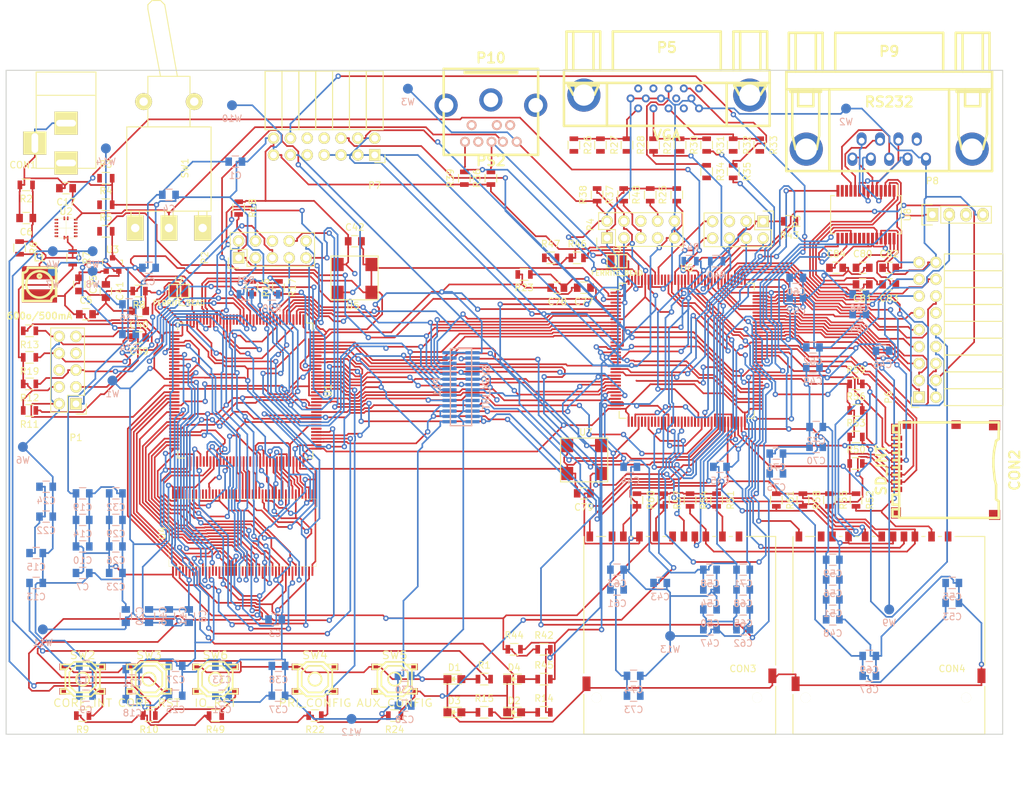
<source format=kicad_pcb>
(kicad_pcb (version 20160815) (host pcbnew 201610010949+7276~55~ubuntu16.04.1-)
  (layers (0 F.Cu signal) (1 Gnd.Cu power) (2 Pwr.Cu power) (31 B.Cu signal) (34 B.Paste user) (35 F.Paste user) (36 B.SilkS user) (37 F.SilkS user) (38 B.Mask user) (39 F.Mask user) (44 Edge.Cuts user))
  (net 0 "")
  (net 1 VCC)
  (net 2 GND)
  (net 3 VEE)
  (net 4 +3V3)
  (net 5 VAA)
  (net 6 +5V)
  (net 7 +2V5)
  (net 8 "Net-(C40-Pad1)")
  (net 9 "Net-(C78-Pad1)")
  (net 10 "Net-(CON1-Pad1)")
  (net 11 "Net-(CON2-Pad8)")
  (net 12 /SPI_MISO)
  (net 13 /SPI_SCLK)
  (net 14 /SPI_MOSI)
  (net 15 /SPI_SS0)
  (net 16 "Net-(CON2-Pad1)")
  (net 17 "Net-(D1-Pad2)")
  (net 18 "Net-(D2-Pad2)")
  (net 19 "Net-(D3-Pad2)")
  (net 20 "Net-(D4-Pad2)")
  (net 21 "Net-(L2-Pad1)")
  (net 22 "Net-(L3-Pad1)")
  (net 23 /PRI_TCK)
  (net 24 /PRI_TDO)
  (net 25 /PRI_TMS)
  (net 26 "Net-(P1-Pad6)")
  (net 27 "Net-(P1-Pad7)")
  (net 28 /PRI_JTAGEN)
  (net 29 /PRI_TDI)
  (net 30 /PRI_CONFSEL)
  (net 31 /PRI_DBG0)
  (net 32 /PRI_FDBG)
  (net 33 /PRI_DBG1)
  (net 34 /PRI_DBGRX)
  (net 35 /PRI_DBG2)
  (net 36 /PRI_DBGTX)
  (net 37 /PRI_DBG3)
  (net 38 /PRI_DBG5)
  (net 39 /PRI_DBG4)
  (net 40 /AUX_CONFSEL)
  (net 41 /AUX_DBG2)
  (net 42 /AUX_DBG0)
  (net 43 /AUX_DBG3)
  (net 44 /AUX_DBG1)
  (net 45 /AUX_DBG4)
  (net 46 /AUX_TDI)
  (net 47 /AUX_JTAGEN)
  (net 48 "Net-(P4-Pad7)")
  (net 49 "Net-(P4-Pad6)")
  (net 50 /AUX_TMS)
  (net 51 /AUX_TDO)
  (net 52 /AUX_TCK)
  (net 53 "Net-(P5-Pad1)")
  (net 54 "Net-(P5-Pad2)")
  (net 55 "Net-(P5-Pad3)")
  (net 56 "Net-(P5-Pad4)")
  (net 57 "Net-(P5-Pad9)")
  (net 58 /GIO_PIN0)
  (net 59 /GIO_PIN8)
  (net 60 /GIO_PIN1)
  (net 61 /GIO_PIN9)
  (net 62 /GIO_PIN2)
  (net 63 /GIO_PIN10)
  (net 64 /GIO_PIN3)
  (net 65 /GIO_PIN11)
  (net 66 /GIO_PIN4)
  (net 67 /GIO_PIN12)
  (net 68 /GIO_PIN5)
  (net 69 /GIO_PIN13)
  (net 70 /GIO_PIN6)
  (net 71 /GIO_PIN14)
  (net 72 /GIO_PIN7)
  (net 73 /GIO_PIN15)
  (net 74 /EXB_MISO0)
  (net 75 /EXB_MOSI0)
  (net 76 /EXB_MISO1)
  (net 77 /EXB_MOSI1)
  (net 78 /EXB_MISO2)
  (net 79 /EXB_MOSI2)
  (net 80 /EXB_MISO3)
  (net 81 /EXB_MOSI3)
  (net 82 /EXB_SS0)
  (net 83 /EXB_SS1)
  (net 84 /EXB_INT)
  (net 85 /EXB_CLK)
  (net 86 /TTL_RX)
  (net 87 /TTL_TX)
  (net 88 /TTL_RTS)
  (net 89 "Net-(P9-Pad9)")
  (net 90 /SER_CTS)
  (net 91 /SER_RTS)
  (net 92 /SER_DSR)
  (net 93 /SER_DTR)
  (net 94 /SER_TX)
  (net 95 /SER_RX)
  (net 96 /SER_DCD)
  (net 97 "Net-(R3-Pad1)")
  (net 98 "Net-(R4-Pad1)")
  (net 99 "Net-(R5-Pad1)")
  (net 100 /PRI_INT)
  (net 101 /PRI_RST)
  (net 102 /PRI_CONFDONE)
  (net 103 /PRI_FHLT)
  (net 104 /PRI_NSTATUS)
  (net 105 /PRI_CRCERR)
  (net 106 /PRI_DEVCLRN)
  (net 107 /PRI_DEVOE)
  (net 108 /PRI_NCONFIG)
  (net 109 /AUX_NCONFIG)
  (net 110 /VGA_R0)
  (net 111 /VGA_R1)
  (net 112 /VGA_R2)
  (net 113 /VGA_G0)
  (net 114 /VGA_G1)
  (net 115 /VGA_G2)
  (net 116 /VGA_B0)
  (net 117 /VGA_B1)
  (net 118 /VGA_HS)
  (net 119 "Net-(P5-Pad13)")
  (net 120 "Net-(P5-Pad14)")
  (net 121 /VGA_VS)
  (net 122 /AUX_DEVCLRN)
  (net 123 /AUX_DEVOE)
  (net 124 /AUX_CONFDONE)
  (net 125 /AUX_NSTATUS)
  (net 126 /AUX_CRCERR)
  (net 127 /AUX_RST)
  (net 128 /SPI_SS1)
  (net 129 /SPI_SS2)
  (net 130 /BUS_INT)
  (net 131 /MEM_CASn)
  (net 132 /MEM_WEn)
  (net 133 /MEM_CSn)
  (net 134 /MEM_RASn)
  (net 135 /MEM_CLK)
  (net 136 /MEM_CKE)
  (net 137 /MEM_A10)
  (net 138 /MEM_A9)
  (net 139 /MEM_A8)
  (net 140 /MEM_A6)
  (net 141 /MEM_A7)
  (net 142 /MEM_A5)
  (net 143 /MEM_A4)
  (net 144 /MEM_A11)
  (net 145 /MEM_A3)
  (net 146 /MEM_A2)
  (net 147 /MEM_A1)
  (net 148 /MEM_A0)
  (net 149 /MEM_DQ31)
  (net 150 /MEM_DQ30)
  (net 151 /MEM_DQ29)
  (net 152 /MEM_DQ7)
  (net 153 /MEM_DQ9)
  (net 154 /MEM_DQ6)
  (net 155 /MEM_DQ8)
  (net 156 /MEM_DQ5)
  (net 157 /MEM_DQ11)
  (net 158 /MEM_DQ4)
  (net 159 /MEM_DQ10)
  (net 160 /MEM_DQ1)
  (net 161 /MEM_DQ3)
  (net 162 /MEM_DQ0)
  (net 163 /MEM_DQ2)
  (net 164 /MEM_BA1)
  (net 165 /PRI_CLK)
  (net 166 /BUS_SS1)
  (net 167 /BUS_CLK)
  (net 168 /BUS_MISO7)
  (net 169 /BUS_SS0)
  (net 170 /MEM_BA0)
  (net 171 /MEM_DQ23)
  (net 172 /MEM_DQ22)
  (net 173 /MEM_DQ15)
  (net 174 /MEM_DQ14)
  (net 175 /MEM_DQ13)
  (net 176 /MEM_DQ12)
  (net 177 /MEM_DQ19)
  (net 178 /MEM_DQ18)
  (net 179 /MEM_DQ28)
  (net 180 /MEM_DQ17)
  (net 181 /MEM_DQ16)
  (net 182 /MEM_DQ27)
  (net 183 /MEM_DQ26)
  (net 184 /MEM_DQ25)
  (net 185 /MEM_DQ24)
  (net 186 /MEM_DQ21)
  (net 187 /MEM_DQ20)
  (net 188 /BUS_MISO5)
  (net 189 /BUS_MISO4)
  (net 190 /BUS_MISO6)
  (net 191 /BUS_MISO3)
  (net 192 /BUS_MISO2)
  (net 193 /BUS_MISO1)
  (net 194 /BUS_MISO0)
  (net 195 /MEM_DQM3)
  (net 196 /MEM_DQM2)
  (net 197 /MEM_DQM1)
  (net 198 /MEM_DQM0)
  (net 199 /BUS_MOSI7)
  (net 200 /BUS_MOSI6)
  (net 201 /BUS_MOSI5)
  (net 202 /BUS_MOSI4)
  (net 203 /BUS_MOSI3)
  (net 204 /BUS_MOSI2)
  (net 205 /BUS_MOSI1)
  (net 206 /BUS_MOSI0)
  (net 207 "Net-(U2-Pad1)")
  (net 208 "Net-(U2-Pad4)")
  (net 209 "Net-(U4-Pad14)")
  (net 210 "Net-(U4-Pad30)")
  (net 211 /AUX_CLK)
  (net 212 /SPI_WP0)
  (net 213 /SPI_WP1)
  (net 214 /SPI_CD0)
  (net 215 /SPI_CD1)
  (net 216 "Net-(CON3-Pad9)")
  (net 217 "Net-(CON3-Pad8)")
  (net 218 "Net-(CON4-Pad8)")
  (net 219 "Net-(CON4-Pad9)")
  (net 220 "Net-(P5-Pad11)")
  (net 221 "Net-(P5-Pad12)")
  (net 222 "Net-(P5-Pad15)")
  (net 223 "Net-(P10-Pad2)")
  (net 224 "Net-(P10-Pad6)")
  (net 225 "Net-(U2-Pad16)")
  (net 226 "Net-(U2-Pad15)")
  (net 227 "Net-(U2-Pad9)")
  (net 228 "Net-(U4-Pad73)")
  (net 229 "Net-(U4-Pad70)")
  (net 230 "Net-(U4-Pad69)")
  (net 231 "Net-(U4-Pad57)")
  (net 232 "Net-(C80-Pad1)")
  (net 233 "Net-(C81-Pad1)")
  (net 234 "Net-(C81-Pad2)")
  (net 235 "Net-(C82-Pad2)")
  (net 236 "Net-(C83-Pad1)")
  (net 237 "Net-(C83-Pad2)")
  (net 238 /AUX_DBG5)
  (net 239 /AUX_DBG6)
  (net 240 "Net-(P9-Pad3)")
  (net 241 "Net-(P9-Pad2)")
  (net 242 "Net-(P9-Pad1)")
  (net 243 "Net-(P9-Pad4)")
  (net 244 "Net-(P9-Pad8)")
  (net 245 "Net-(P9-Pad7)")
  (net 246 "Net-(P9-Pad6)")
  (net 247 /PS2_CLK)
  (net 248 /PS2_DAT)
  (net 249 "Net-(U8-Pad8)")
  (net 250 "Net-(U8-Pad19)")
  (net 251 "Net-(U8-Pad20)")
  (net 252 "Net-(U8-Pad21)")
  (module Capacitors_SMD:C_0805 (layer B.Cu) (at 104.5 52.5)
    (fp_text reference C1 (at 0 2.1) (layer B.SilkS) (effects (justify mirror)))
    (fp_text value 0.1u)
    (pad 2 smd rect (at 1 0) (size 1 1.25) (layers B.Cu B.Paste B.Mask) (net 2 GND))
    (pad 1 smd rect (at -1 0) (size 1 1.25) (layers B.Cu B.Paste B.Mask) (net 1 VCC))
  )
  (module Capacitors_SMD:C_0805 (layer B.Cu) (at 91.5 68.5)
    (fp_text reference C2 (at 0 2.1) (layer B.SilkS) (effects (justify mirror)))
    (fp_text value 0.1u)
    (pad 1 smd rect (at -1 0) (size 1 1.25) (layers B.Cu B.Paste B.Mask) (net 1 VCC))
    (pad 2 smd rect (at 1 0) (size 1 1.25) (layers B.Cu B.Paste B.Mask) (net 2 GND))
  )
  (module Capacitors_SMD:C_0805 (layer B.Cu) (at 110.5 121.5)
    (fp_text reference C3 (at 0 2.1) (layer B.SilkS) (effects (justify mirror)))
    (fp_text value 0.1u)
    (pad 2 smd rect (at 1 0) (size 1 1.25) (layers B.Cu B.Paste B.Mask) (net 2 GND))
    (pad 1 smd rect (at -1 0) (size 1 1.25) (layers B.Cu B.Paste B.Mask) (net 1 VCC))
  )
  (module Capacitors_SMD:C_0805 (layer B.Cu) (at 94.5 57.5)
    (fp_text reference C4 (at 0 2.1) (layer B.SilkS) (effects (justify mirror)))
    (fp_text value 0.1u)
    (pad 1 smd rect (at -1 0) (size 1 1.25) (layers B.Cu B.Paste B.Mask) (net 1 VCC))
    (pad 2 smd rect (at 1 0) (size 1 1.25) (layers B.Cu B.Paste B.Mask) (net 2 GND))
  )
  (module Capacitors_SMD:C_0805 (layer F.Cu) (at 82 75.5)
    (fp_text reference C5 (at 0 -2.1) (layer F.SilkS))
    (fp_text value 10u)
    (pad 1 smd rect (at -1 0) (size 1 1.25) (layers F.Cu F.Paste F.Mask) (net 3 VEE))
    (pad 2 smd rect (at 1 0) (size 1 1.25) (layers F.Cu F.Paste F.Mask) (net 2 GND))
  )
  (module Capacitors_SMD:C_0805 (layer F.Cu) (at 73 61 180)
    (fp_text reference C6 (at 0 -2.1 180) (layer F.SilkS))
    (fp_text value 47u/16v)
    (pad 1 smd rect (at -1 0 180) (size 1 1.25) (layers F.Cu F.Paste F.Mask) (net 4 +3V3))
    (pad 2 smd rect (at 1 0 180) (size 1 1.25) (layers F.Cu F.Paste F.Mask) (net 2 GND))
  )
  (module Capacitors_SMD:C_0805 (layer B.Cu) (at 81.5 114.5)
    (fp_text reference C7 (at 0 2.1) (layer B.SilkS) (effects (justify mirror)))
    (fp_text value 0.1u)
    (pad 2 smd rect (at 1 0) (size 1 1.25) (layers B.Cu B.Paste B.Mask) (net 2 GND))
    (pad 1 smd rect (at -1 0) (size 1 1.25) (layers B.Cu B.Paste B.Mask) (net 1 VCC))
  )
  (module Capacitors_SMD:C_0805 (layer B.Cu) (at 97.5 121 90)
    (fp_text reference C8 (at 0 2.1 90) (layer B.SilkS) (effects (justify mirror)))
    (fp_text value 0.1u)
    (pad 2 smd rect (at 1 0 90) (size 1 1.25) (layers B.Cu B.Paste B.Mask) (net 2 GND))
    (pad 1 smd rect (at -1 0 90) (size 1 1.25) (layers B.Cu B.Paste B.Mask) (net 3 VEE))
  )
  (module Capacitors_SMD:C_0805 (layer B.Cu) (at 82 133)
    (fp_text reference C9 (at 0 2.1) (layer B.SilkS) (effects (justify mirror)))
    (fp_text value 0.1u)
    (pad 2 smd rect (at 1 0) (size 1 1.25) (layers B.Cu B.Paste B.Mask) (net 2 GND))
    (pad 1 smd rect (at -1 0) (size 1 1.25) (layers B.Cu B.Paste B.Mask) (net 5 VAA))
  )
  (module Capacitors_SMD:C_0805 (layer B.Cu) (at 81.5 110.5)
    (fp_text reference C10 (at 0 2.1) (layer B.SilkS) (effects (justify mirror)))
    (fp_text value 0.1u)
    (pad 1 smd rect (at -1 0) (size 1 1.25) (layers B.Cu B.Paste B.Mask) (net 1 VCC))
    (pad 2 smd rect (at 1 0) (size 1 1.25) (layers B.Cu B.Paste B.Mask) (net 2 GND))
  )
  (module Capacitors_SMD:C_0805 (layer B.Cu) (at 94.5 121 90)
    (fp_text reference C11 (at 0 2.1 90) (layer B.SilkS) (effects (justify mirror)))
    (fp_text value 0.1u)
    (pad 1 smd rect (at -1 0 90) (size 1 1.25) (layers B.Cu B.Paste B.Mask) (net 3 VEE))
    (pad 2 smd rect (at 1 0 90) (size 1 1.25) (layers B.Cu B.Paste B.Mask) (net 2 GND))
  )
  (module Capacitors_SMD:C_0805 (layer B.Cu) (at 82 128.5)
    (fp_text reference C12 (at 0 2.1) (layer B.SilkS) (effects (justify mirror)))
    (fp_text value 1u)
    (pad 1 smd rect (at -1 0) (size 1 1.25) (layers B.Cu B.Paste B.Mask) (net 5 VAA))
    (pad 2 smd rect (at 1 0) (size 1 1.25) (layers B.Cu B.Paste B.Mask) (net 2 GND))
  )
  (module Capacitors_SMD:C_0805 (layer B.Cu) (at 74.5 116)
    (fp_text reference C13 (at 0 2.1) (layer B.SilkS) (effects (justify mirror)))
    (fp_text value 0.1u)
    (pad 1 smd rect (at -1 0) (size 1 1.25) (layers B.Cu B.Paste B.Mask) (net 5 VAA))
    (pad 2 smd rect (at 1 0) (size 1 1.25) (layers B.Cu B.Paste B.Mask) (net 2 GND))
  )
  (module Capacitors_SMD:C_0805 (layer B.Cu) (at 81.5 106.5)
    (fp_text reference C14 (at 0 2.1) (layer B.SilkS) (effects (justify mirror)))
    (fp_text value 0.1u)
    (pad 2 smd rect (at 1 0) (size 1 1.25) (layers B.Cu B.Paste B.Mask) (net 2 GND))
    (pad 1 smd rect (at -1 0) (size 1 1.25) (layers B.Cu B.Paste B.Mask) (net 1 VCC))
  )
  (module Capacitors_SMD:C_0805 (layer B.Cu) (at 74.5 111.5)
    (fp_text reference C15 (at 0 2.1) (layer B.SilkS) (effects (justify mirror)))
    (fp_text value 1u)
    (pad 2 smd rect (at 1 0) (size 1 1.25) (layers B.Cu B.Paste B.Mask) (net 2 GND))
    (pad 1 smd rect (at -1 0) (size 1 1.25) (layers B.Cu B.Paste B.Mask) (net 5 VAA))
  )
  (module Capacitors_SMD:C_0805 (layer B.Cu) (at 91.5 121 90)
    (fp_text reference C16 (at 0 2.1 90) (layer B.SilkS) (effects (justify mirror)))
    (fp_text value 0.1u)
    (pad 2 smd rect (at 1 0 90) (size 1 1.25) (layers B.Cu B.Paste B.Mask) (net 2 GND))
    (pad 1 smd rect (at -1 0 90) (size 1 1.25) (layers B.Cu B.Paste B.Mask) (net 3 VEE))
  )
  (module Capacitors_SMD:C_0805 (layer F.Cu) (at 79 56.5 180)
    (fp_text reference C17 (at 0 -2.1 180) (layer F.SilkS))
    (fp_text value 4.7u)
    (pad 2 smd rect (at 1 0 180) (size 1 1.25) (layers F.Cu F.Paste F.Mask) (net 2 GND))
    (pad 1 smd rect (at -1 0 180) (size 1 1.25) (layers F.Cu F.Paste F.Mask) (net 6 +5V))
  )
  (module Capacitors_SMD:C_0805 (layer B.Cu) (at 89 133.5)
    (fp_text reference C18 (at 0 2.1) (layer B.SilkS) (effects (justify mirror)))
    (fp_text value 0.1u)
    (pad 2 smd rect (at 1 0) (size 1 1.25) (layers B.Cu B.Paste B.Mask) (net 2 GND))
    (pad 1 smd rect (at -1 0) (size 1 1.25) (layers B.Cu B.Paste B.Mask) (net 5 VAA))
  )
  (module Capacitors_SMD:C_0805 (layer B.Cu) (at 81.5 102.5)
    (fp_text reference C19 (at 0 2.1) (layer B.SilkS) (effects (justify mirror)))
    (fp_text value 0.1u)
    (pad 1 smd rect (at -1 0) (size 1 1.25) (layers B.Cu B.Paste B.Mask) (net 1 VCC))
    (pad 2 smd rect (at 1 0) (size 1 1.25) (layers B.Cu B.Paste B.Mask) (net 2 GND))
  )
  (module Capacitors_SMD:C_0805 (layer B.Cu) (at 88 121 90)
    (fp_text reference C20 (at 0 2.1 90) (layer B.SilkS) (effects (justify mirror)))
    (fp_text value 0.1u)
    (pad 1 smd rect (at -1 0 90) (size 1 1.25) (layers B.Cu B.Paste B.Mask) (net 3 VEE))
    (pad 2 smd rect (at 1 0 90) (size 1 1.25) (layers B.Cu B.Paste B.Mask) (net 2 GND))
  )
  (module Capacitors_SMD:C_0805 (layer B.Cu) (at 89 129)
    (fp_text reference C21 (at 0 2.1) (layer B.SilkS) (effects (justify mirror)))
    (fp_text value 1u)
    (pad 1 smd rect (at -1 0) (size 1 1.25) (layers B.Cu B.Paste B.Mask) (net 5 VAA))
    (pad 2 smd rect (at 1 0) (size 1 1.25) (layers B.Cu B.Paste B.Mask) (net 2 GND))
  )
  (module Capacitors_SMD:C_0805 (layer B.Cu) (at 76 106)
    (fp_text reference C22 (at 0 2.1) (layer B.SilkS) (effects (justify mirror)))
    (fp_text value 0.1u)
    (pad 2 smd rect (at 1 0) (size 1 1.25) (layers B.Cu B.Paste B.Mask) (net 2 GND))
    (pad 1 smd rect (at -1 0) (size 1 1.25) (layers B.Cu B.Paste B.Mask) (net 5 VAA))
  )
  (module Capacitors_SMD:C_0805 (layer B.Cu) (at 86.5 114.5)
    (fp_text reference C23 (at 0 2.1) (layer B.SilkS) (effects (justify mirror)))
    (fp_text value 0.1u)
    (pad 2 smd rect (at 1 0) (size 1 1.25) (layers B.Cu B.Paste B.Mask) (net 2 GND))
    (pad 1 smd rect (at -1 0) (size 1 1.25) (layers B.Cu B.Paste B.Mask) (net 1 VCC))
  )
  (module Capacitors_SMD:C_0805 (layer B.Cu) (at 76 101.5)
    (fp_text reference C24 (at 0 2.1) (layer B.SilkS) (effects (justify mirror)))
    (fp_text value 1u)
    (pad 1 smd rect (at -1 0) (size 1 1.25) (layers B.Cu B.Paste B.Mask) (net 5 VAA))
    (pad 2 smd rect (at 1 0) (size 1 1.25) (layers B.Cu B.Paste B.Mask) (net 2 GND))
  )
  (module Capacitors_SMD:C_0805 (layer B.Cu) (at 95.5 133)
    (fp_text reference C25 (at 0 2.1) (layer B.SilkS) (effects (justify mirror)))
    (fp_text value 0.1u)
    (pad 2 smd rect (at 1 0) (size 1 1.25) (layers B.Cu B.Paste B.Mask) (net 2 GND))
    (pad 1 smd rect (at -1 0) (size 1 1.25) (layers B.Cu B.Paste B.Mask) (net 5 VAA))
  )
  (module Capacitors_SMD:C_0805 (layer B.Cu) (at 86.5 110.5)
    (fp_text reference C26 (at 0 2.1) (layer B.SilkS) (effects (justify mirror)))
    (fp_text value 0.1u)
    (pad 1 smd rect (at -1 0) (size 1 1.25) (layers B.Cu B.Paste B.Mask) (net 1 VCC))
    (pad 2 smd rect (at 1 0) (size 1 1.25) (layers B.Cu B.Paste B.Mask) (net 2 GND))
  )
  (module Capacitors_SMD:C_0805 (layer B.Cu) (at 95.5 128.5)
    (fp_text reference C27 (at 0 2.1) (layer B.SilkS) (effects (justify mirror)))
    (fp_text value 1u)
    (pad 1 smd rect (at -1 0) (size 1 1.25) (layers B.Cu B.Paste B.Mask) (net 5 VAA))
    (pad 2 smd rect (at 1 0) (size 1 1.25) (layers B.Cu B.Paste B.Mask) (net 2 GND))
  )
  (module Capacitors_SMD:C_0805 (layer B.Cu) (at 130 134.5)
    (fp_text reference C28 (at 0 2.1) (layer B.SilkS) (effects (justify mirror)))
    (fp_text value 0.1u)
    (pad 2 smd rect (at 1 0) (size 1 1.25) (layers B.Cu B.Paste B.Mask) (net 2 GND))
    (pad 1 smd rect (at -1 0) (size 1 1.25) (layers B.Cu B.Paste B.Mask) (net 5 VAA))
  )
  (module Capacitors_SMD:C_0805 (layer B.Cu) (at 86.5 106.5)
    (fp_text reference C29 (at 0 2.1) (layer B.SilkS) (effects (justify mirror)))
    (fp_text value 0.1u)
    (pad 2 smd rect (at 1 0) (size 1 1.25) (layers B.Cu B.Paste B.Mask) (net 2 GND))
    (pad 1 smd rect (at -1 0) (size 1 1.25) (layers B.Cu B.Paste B.Mask) (net 1 VCC))
  )
  (module Capacitors_SMD:C_0805 (layer B.Cu) (at 130 130)
    (fp_text reference C30 (at 0 2.1) (layer B.SilkS) (effects (justify mirror)))
    (fp_text value 1u)
    (pad 1 smd rect (at -1 0) (size 1 1.25) (layers B.Cu B.Paste B.Mask) (net 5 VAA))
    (pad 2 smd rect (at 1 0) (size 1 1.25) (layers B.Cu B.Paste B.Mask) (net 2 GND))
  )
  (module Capacitors_SMD:C_0805 (layer B.Cu) (at 102.5 133)
    (fp_text reference C31 (at 0 2.1) (layer B.SilkS) (effects (justify mirror)))
    (fp_text value 0.1u)
    (pad 2 smd rect (at 1 0) (size 1 1.25) (layers B.Cu B.Paste B.Mask) (net 2 GND))
    (pad 1 smd rect (at -1 0) (size 1 1.25) (layers B.Cu B.Paste B.Mask) (net 5 VAA))
  )
  (module Capacitors_SMD:C_0805 (layer B.Cu) (at 86.5 102.5)
    (fp_text reference C32 (at 0 2.1) (layer B.SilkS) (effects (justify mirror)))
    (fp_text value 0.1u)
    (pad 1 smd rect (at -1 0) (size 1 1.25) (layers B.Cu B.Paste B.Mask) (net 1 VCC))
    (pad 2 smd rect (at 1 0) (size 1 1.25) (layers B.Cu B.Paste B.Mask) (net 2 GND))
  )
  (module Capacitors_SMD:C_0805 (layer B.Cu) (at 102.5 128.5)
    (fp_text reference C33 (at 0 2.1) (layer B.SilkS) (effects (justify mirror)))
    (fp_text value 1u)
    (pad 1 smd rect (at -1 0) (size 1 1.25) (layers B.Cu B.Paste B.Mask) (net 5 VAA))
    (pad 2 smd rect (at 1 0) (size 1 1.25) (layers B.Cu B.Paste B.Mask) (net 2 GND))
  )
  (module Capacitors_SMD:C_0805 (layer B.Cu) (at 88.5 78.5)
    (fp_text reference C34 (at 0 2.1) (layer B.SilkS) (effects (justify mirror)))
    (fp_text value 0.1u)
    (pad 2 smd rect (at 1 0) (size 1 1.25) (layers B.Cu B.Paste B.Mask) (net 2 GND))
    (pad 1 smd rect (at -1 0) (size 1 1.25) (layers B.Cu B.Paste B.Mask) (net 5 VAA))
  )
  (module Capacitors_SMD:C_0805 (layer F.Cu) (at 81 71 270)
    (fp_text reference C35 (at 0 -2.1 270) (layer F.SilkS))
    (fp_text value 0.1u)
    (pad 2 smd rect (at 1 0 270) (size 1 1.25) (layers F.Cu F.Paste F.Mask) (net 2 GND))
    (pad 1 smd rect (at -1 0 270) (size 1 1.25) (layers F.Cu F.Paste F.Mask) (net 3 VEE))
  )
  (module Capacitors_SMD:C_0805 (layer B.Cu) (at 88.5 74)
    (fp_text reference C36 (at 0 2.1) (layer B.SilkS) (effects (justify mirror)))
    (fp_text value 1u)
    (pad 1 smd rect (at -1 0) (size 1 1.25) (layers B.Cu B.Paste B.Mask) (net 5 VAA))
    (pad 2 smd rect (at 1 0) (size 1 1.25) (layers B.Cu B.Paste B.Mask) (net 2 GND))
  )
  (module Capacitors_SMD:C_0805 (layer B.Cu) (at 111 133)
    (fp_text reference C37 (at 0 2.1) (layer B.SilkS) (effects (justify mirror)))
    (fp_text value 0.1u)
    (pad 1 smd rect (at -1 0) (size 1 1.25) (layers B.Cu B.Paste B.Mask) (net 5 VAA))
    (pad 2 smd rect (at 1 0) (size 1 1.25) (layers B.Cu B.Paste B.Mask) (net 2 GND))
  )
  (module Capacitors_SMD:C_0805 (layer B.Cu) (at 111 128.5)
    (fp_text reference C38 (at 0 2.1) (layer B.SilkS) (effects (justify mirror)))
    (fp_text value 1u)
    (pad 2 smd rect (at 1 0) (size 1 1.25) (layers B.Cu B.Paste B.Mask) (net 2 GND))
    (pad 1 smd rect (at -1 0) (size 1 1.25) (layers B.Cu B.Paste B.Mask) (net 5 VAA))
  )
  (module Capacitors_SMD:C_0805 (layer F.Cu) (at 90 79 180)
    (fp_text reference C39 (at 0 -2.1 180) (layer F.SilkS))
    (fp_text value 1u)
    (pad 2 smd rect (at 1 0 180) (size 1 1.25) (layers F.Cu F.Paste F.Mask) (net 2 GND))
    (pad 1 smd rect (at -1 0 180) (size 1 1.25) (layers F.Cu F.Paste F.Mask) (net 7 +2V5))
  )
  (module Capacitors_SMD:C_0805 (layer F.Cu) (at 90 75 180)
    (fp_text reference C40 (at 0 -2.1 180) (layer F.SilkS))
    (fp_text value 0.1u)
    (pad 1 smd rect (at -1 0 180) (size 1 1.25) (layers F.Cu F.Paste F.Mask) (net 8 "Net-(C40-Pad1)"))
    (pad 2 smd rect (at 1 0 180) (size 1 1.25) (layers F.Cu F.Paste F.Mask) (net 2 GND))
  )
  (module Capacitors_SMD:C_0805 (layer F.Cu) (at 85 72 270)
    (fp_text reference C41 (at 0 -2.1 270) (layer F.SilkS))
    (fp_text value 1u)
    (pad 1 smd rect (at -1 0 270) (size 1 1.25) (layers F.Cu F.Paste F.Mask) (net 7 +2V5))
    (pad 2 smd rect (at 1 0 270) (size 1 1.25) (layers F.Cu F.Paste F.Mask) (net 2 GND))
  )
  (module Capacitors_SMD:C_0805 (layer F.Cu) (at 122.5 64.5)
    (fp_text reference C42 (at 0 -2.1) (layer F.SilkS))
    (fp_text value 0.1u)
    (pad 2 smd rect (at 1 0) (size 1 1.25) (layers F.Cu F.Paste F.Mask) (net 1 VCC))
    (pad 1 smd rect (at -1 0) (size 1 1.25) (layers F.Cu F.Paste F.Mask) (net 2 GND))
  )
  (module Capacitors_SMD:C_0805 (layer B.Cu) (at 168.5 116)
    (fp_text reference C43 (at 0 2.1) (layer B.SilkS) (effects (justify mirror)))
    (fp_text value 0.1u)
    (pad 1 smd rect (at -1 0) (size 1 1.25) (layers B.Cu B.Paste B.Mask) (net 1 VCC))
    (pad 2 smd rect (at 1 0) (size 1 1.25) (layers B.Cu B.Paste B.Mask) (net 2 GND))
  )
  (module Capacitors_SMD:C_0805 (layer B.Cu) (at 164 98.5)
    (fp_text reference C44 (at 0 2.1) (layer B.SilkS) (effects (justify mirror)))
    (fp_text value 0.1u)
    (pad 2 smd rect (at 1 0) (size 1 1.25) (layers B.Cu B.Paste B.Mask) (net 2 GND))
    (pad 1 smd rect (at -1 0) (size 1 1.25) (layers B.Cu B.Paste B.Mask) (net 1 VCC))
  )
  (module Capacitors_SMD:C_0805 (layer B.Cu) (at 177.5 98.5)
    (fp_text reference C45 (at 0 2.1) (layer B.SilkS) (effects (justify mirror)))
    (fp_text value 0.1u)
    (pad 1 smd rect (at -1 0) (size 1 1.25) (layers B.Cu B.Paste B.Mask) (net 1 VCC))
    (pad 2 smd rect (at 1 0) (size 1 1.25) (layers B.Cu B.Paste B.Mask) (net 2 GND))
  )
  (module Capacitors_SMD:C_0805 (layer B.Cu) (at 202 81)
    (fp_text reference C46 (at 0 2.1) (layer B.SilkS) (effects (justify mirror)))
    (fp_text value 0.1u)
    (pad 2 smd rect (at 1 0) (size 1 1.25) (layers B.Cu B.Paste B.Mask) (net 2 GND))
    (pad 1 smd rect (at -1 0) (size 1 1.25) (layers B.Cu B.Paste B.Mask) (net 1 VCC))
  )
  (module Capacitors_SMD:C_0805 (layer B.Cu) (at 176 123)
    (fp_text reference C47 (at 0 2.1) (layer B.SilkS) (effects (justify mirror)))
    (fp_text value 0.1u)
    (pad 1 smd rect (at -1 0) (size 1 1.25) (layers B.Cu B.Paste B.Mask) (net 1 VCC))
    (pad 2 smd rect (at 1 0) (size 1 1.25) (layers B.Cu B.Paste B.Mask) (net 2 GND))
  )
  (module Capacitors_SMD:C_0805 (layer B.Cu) (at 194.5 121.5)
    (fp_text reference C48 (at 0 2.1) (layer B.SilkS) (effects (justify mirror)))
    (fp_text value 0.1u)
    (pad 1 smd rect (at -1 0) (size 1 1.25) (layers B.Cu B.Paste B.Mask) (net 3 VEE))
    (pad 2 smd rect (at 1 0) (size 1 1.25) (layers B.Cu B.Paste B.Mask) (net 2 GND))
  )
  (module Capacitors_SMD:C_0805 (layer B.Cu) (at 191.5 83.5)
    (fp_text reference C49 (at 0 2.1) (layer B.SilkS) (effects (justify mirror)))
    (fp_text value 0.1u)
    (pad 1 smd rect (at -1 0) (size 1 1.25) (layers B.Cu B.Paste B.Mask) (net 5 VAA))
    (pad 2 smd rect (at 1 0) (size 1 1.25) (layers B.Cu B.Paste B.Mask) (net 2 GND))
  )
  (module Capacitors_SMD:C_0805 (layer B.Cu) (at 176 120)
    (fp_text reference C50 (at 0 2.1) (layer B.SilkS) (effects (justify mirror)))
    (fp_text value 0.1u)
    (pad 2 smd rect (at 1 0) (size 1 1.25) (layers B.Cu B.Paste B.Mask) (net 2 GND))
    (pad 1 smd rect (at -1 0) (size 1 1.25) (layers B.Cu B.Paste B.Mask) (net 1 VCC))
  )
  (module Capacitors_SMD:C_0805 (layer B.Cu) (at 194.5 118.5)
    (fp_text reference C51 (at 0 2.1) (layer B.SilkS) (effects (justify mirror)))
    (fp_text value 0.1u)
    (pad 2 smd rect (at 1 0) (size 1 1.25) (layers B.Cu B.Paste B.Mask) (net 2 GND))
    (pad 1 smd rect (at -1 0) (size 1 1.25) (layers B.Cu B.Paste B.Mask) (net 3 VEE))
  )
  (module Capacitors_SMD:C_0805 (layer B.Cu) (at 191.5 80.5)
    (fp_text reference C52 (at 0 2.1) (layer B.SilkS) (effects (justify mirror)))
    (fp_text value 1u)
    (pad 2 smd rect (at 1 0) (size 1 1.25) (layers B.Cu B.Paste B.Mask) (net 2 GND))
    (pad 1 smd rect (at -1 0) (size 1 1.25) (layers B.Cu B.Paste B.Mask) (net 5 VAA))
  )
  (module Capacitors_SMD:C_0805 (layer B.Cu) (at 212.5 119)
    (fp_text reference C53 (at 0 2.1) (layer B.SilkS) (effects (justify mirror)))
    (fp_text value 0.1u)
    (pad 2 smd rect (at 1 0) (size 1 1.25) (layers B.Cu B.Paste B.Mask) (net 2 GND))
    (pad 1 smd rect (at -1 0) (size 1 1.25) (layers B.Cu B.Paste B.Mask) (net 5 VAA))
  )
  (module Capacitors_SMD:C_0805 (layer B.Cu) (at 176 117)
    (fp_text reference C54 (at 0 2.1) (layer B.SilkS) (effects (justify mirror)))
    (fp_text value 0.1u)
    (pad 1 smd rect (at -1 0) (size 1 1.25) (layers B.Cu B.Paste B.Mask) (net 1 VCC))
    (pad 2 smd rect (at 1 0) (size 1 1.25) (layers B.Cu B.Paste B.Mask) (net 2 GND))
  )
  (module Capacitors_SMD:C_0805 (layer B.Cu) (at 212.5 116)
    (fp_text reference C55 (at 0 2.1) (layer B.SilkS) (effects (justify mirror)))
    (fp_text value 1u)
    (pad 1 smd rect (at -1 0) (size 1 1.25) (layers B.Cu B.Paste B.Mask) (net 5 VAA))
    (pad 2 smd rect (at 1 0) (size 1 1.25) (layers B.Cu B.Paste B.Mask) (net 2 GND))
  )
  (module Capacitors_SMD:C_0805 (layer B.Cu) (at 194.5 115.5)
    (fp_text reference C56 (at 0 2.1) (layer B.SilkS) (effects (justify mirror)))
    (fp_text value 0.1u)
    (pad 1 smd rect (at -1 0) (size 1 1.25) (layers B.Cu B.Paste B.Mask) (net 3 VEE))
    (pad 2 smd rect (at 1 0) (size 1 1.25) (layers B.Cu B.Paste B.Mask) (net 2 GND))
  )
  (module Capacitors_SMD:C_0805 (layer B.Cu) (at 189 73)
    (fp_text reference C57 (at 0 2.1) (layer B.SilkS) (effects (justify mirror)))
    (fp_text value 0.1u)
    (pad 1 smd rect (at -1 0) (size 1 1.25) (layers B.Cu B.Paste B.Mask) (net 5 VAA))
    (pad 2 smd rect (at 1 0) (size 1 1.25) (layers B.Cu B.Paste B.Mask) (net 2 GND))
  )
  (module Capacitors_SMD:C_0805 (layer B.Cu) (at 176 114)
    (fp_text reference C58 (at 0 2.1) (layer B.SilkS) (effects (justify mirror)))
    (fp_text value 0.1u)
    (pad 2 smd rect (at 1 0) (size 1 1.25) (layers B.Cu B.Paste B.Mask) (net 2 GND))
    (pad 1 smd rect (at -1 0) (size 1 1.25) (layers B.Cu B.Paste B.Mask) (net 1 VCC))
  )
  (module Capacitors_SMD:C_0805 (layer B.Cu) (at 194.5 112.5)
    (fp_text reference C59 (at 0 2.1) (layer B.SilkS) (effects (justify mirror)))
    (fp_text value 0.1u)
    (pad 2 smd rect (at 1 0) (size 1 1.25) (layers B.Cu B.Paste B.Mask) (net 2 GND))
    (pad 1 smd rect (at -1 0) (size 1 1.25) (layers B.Cu B.Paste B.Mask) (net 3 VEE))
  )
  (module Capacitors_SMD:C_0805 (layer B.Cu) (at 189 70)
    (fp_text reference C60 (at 0 2.1) (layer B.SilkS) (effects (justify mirror)))
    (fp_text value 1u)
    (pad 2 smd rect (at 1 0) (size 1 1.25) (layers B.Cu B.Paste B.Mask) (net 2 GND))
    (pad 1 smd rect (at -1 0) (size 1 1.25) (layers B.Cu B.Paste B.Mask) (net 5 VAA))
  )
  (module Capacitors_SMD:C_0805 (layer B.Cu) (at 162 117)
    (fp_text reference C61 (at 0 2.1) (layer B.SilkS) (effects (justify mirror)))
    (fp_text value 0.1u)
    (pad 1 smd rect (at -1 0) (size 1 1.25) (layers B.Cu B.Paste B.Mask) (net 5 VAA))
    (pad 2 smd rect (at 1 0) (size 1 1.25) (layers B.Cu B.Paste B.Mask) (net 2 GND))
  )
  (module Capacitors_SMD:C_0805 (layer B.Cu) (at 181 123)
    (fp_text reference C62 (at 0 2.1) (layer B.SilkS) (effects (justify mirror)))
    (fp_text value 0.1u)
    (pad 1 smd rect (at -1 0) (size 1 1.25) (layers B.Cu B.Paste B.Mask) (net 1 VCC))
    (pad 2 smd rect (at 1 0) (size 1 1.25) (layers B.Cu B.Paste B.Mask) (net 2 GND))
  )
  (module Capacitors_SMD:C_0805 (layer B.Cu) (at 162 114)
    (fp_text reference C63 (at 0 2.1) (layer B.SilkS) (effects (justify mirror)))
    (fp_text value 1u)
    (pad 2 smd rect (at 1 0) (size 1 1.25) (layers B.Cu B.Paste B.Mask) (net 2 GND))
    (pad 1 smd rect (at -1 0) (size 1 1.25) (layers B.Cu B.Paste B.Mask) (net 5 VAA))
  )
  (module Capacitors_SMD:C_0805 (layer B.Cu) (at 198.5 75.5)
    (fp_text reference C64 (at 0 2.1) (layer B.SilkS) (effects (justify mirror)))
    (fp_text value 0.1u)
    (pad 1 smd rect (at -1 0) (size 1 1.25) (layers B.Cu B.Paste B.Mask) (net 5 VAA))
    (pad 2 smd rect (at 1 0) (size 1 1.25) (layers B.Cu B.Paste B.Mask) (net 2 GND))
  )
  (module Capacitors_SMD:C_0805 (layer B.Cu) (at 181 120)
    (fp_text reference C65 (at 0 2.1) (layer B.SilkS) (effects (justify mirror)))
    (fp_text value 0.1u)
    (pad 2 smd rect (at 1 0) (size 1 1.25) (layers B.Cu B.Paste B.Mask) (net 2 GND))
    (pad 1 smd rect (at -1 0) (size 1 1.25) (layers B.Cu B.Paste B.Mask) (net 1 VCC))
  )
  (module Capacitors_SMD:C_0805 (layer B.Cu) (at 198.5 72.5)
    (fp_text reference C66 (at 0 2.1) (layer B.SilkS) (effects (justify mirror)))
    (fp_text value 1u)
    (pad 2 smd rect (at 1 0) (size 1 1.25) (layers B.Cu B.Paste B.Mask) (net 2 GND))
    (pad 1 smd rect (at -1 0) (size 1 1.25) (layers B.Cu B.Paste B.Mask) (net 5 VAA))
  )
  (module Capacitors_SMD:C_0805 (layer B.Cu) (at 200 130)
    (fp_text reference C67 (at 0 2.1) (layer B.SilkS) (effects (justify mirror)))
    (fp_text value 0.1u)
    (pad 1 smd rect (at -1 0) (size 1 1.25) (layers B.Cu B.Paste B.Mask) (net 5 VAA))
    (pad 2 smd rect (at 1 0) (size 1 1.25) (layers B.Cu B.Paste B.Mask) (net 2 GND))
  )
  (module Capacitors_SMD:C_0805 (layer B.Cu) (at 181 117)
    (fp_text reference C68 (at 0 2.1) (layer B.SilkS) (effects (justify mirror)))
    (fp_text value 0.1u)
    (pad 1 smd rect (at -1 0) (size 1 1.25) (layers B.Cu B.Paste B.Mask) (net 1 VCC))
    (pad 2 smd rect (at 1 0) (size 1 1.25) (layers B.Cu B.Paste B.Mask) (net 2 GND))
  )
  (module Capacitors_SMD:C_0805 (layer B.Cu) (at 200 127)
    (fp_text reference C69 (at 0 2.1) (layer B.SilkS) (effects (justify mirror)))
    (fp_text value 1u)
    (pad 2 smd rect (at 1 0) (size 1 1.25) (layers B.Cu B.Paste B.Mask) (net 2 GND))
    (pad 1 smd rect (at -1 0) (size 1 1.25) (layers B.Cu B.Paste B.Mask) (net 5 VAA))
  )
  (module Capacitors_SMD:C_0805 (layer B.Cu) (at 192 95.5)
    (fp_text reference C70 (at 0 2.1) (layer B.SilkS) (effects (justify mirror)))
    (fp_text value 0.1u)
    (pad 1 smd rect (at -1 0) (size 1 1.25) (layers B.Cu B.Paste B.Mask) (net 5 VAA))
    (pad 2 smd rect (at 1 0) (size 1 1.25) (layers B.Cu B.Paste B.Mask) (net 2 GND))
  )
  (module Capacitors_SMD:C_0805 (layer B.Cu) (at 181 114)
    (fp_text reference C71 (at 0 2.1) (layer B.SilkS) (effects (justify mirror)))
    (fp_text value 0.1u)
    (pad 2 smd rect (at 1 0) (size 1 1.25) (layers B.Cu B.Paste B.Mask) (net 2 GND))
    (pad 1 smd rect (at -1 0) (size 1 1.25) (layers B.Cu B.Paste B.Mask) (net 1 VCC))
  )
  (module Capacitors_SMD:C_0805 (layer B.Cu) (at 192 92.5)
    (fp_text reference C72 (at 0 2.1) (layer B.SilkS) (effects (justify mirror)))
    (fp_text value 1u)
    (pad 2 smd rect (at 1 0) (size 1 1.25) (layers B.Cu B.Paste B.Mask) (net 2 GND))
    (pad 1 smd rect (at -1 0) (size 1 1.25) (layers B.Cu B.Paste B.Mask) (net 5 VAA))
  )
  (module Capacitors_SMD:C_0805 (layer B.Cu) (at 164.5 133)
    (fp_text reference C73 (at 0 2.1) (layer B.SilkS) (effects (justify mirror)))
    (fp_text value 0.1u)
    (pad 2 smd rect (at 1 0) (size 1 1.25) (layers B.Cu B.Paste B.Mask) (net 2 GND))
    (pad 1 smd rect (at -1 0) (size 1 1.25) (layers B.Cu B.Paste B.Mask) (net 5 VAA))
  )
  (module Capacitors_SMD:C_0805 (layer B.Cu) (at 164.5 130)
    (fp_text reference C74 (at 0 2.1) (layer B.SilkS) (effects (justify mirror)))
    (fp_text value 1u)
    (pad 1 smd rect (at -1 0) (size 1 1.25) (layers B.Cu B.Paste B.Mask) (net 5 VAA))
    (pad 2 smd rect (at 1 0) (size 1 1.25) (layers B.Cu B.Paste B.Mask) (net 2 GND))
  )
  (module Capacitors_SMD:C_0805 (layer B.Cu) (at 186 99.5)
    (fp_text reference C75 (at 0 2.1) (layer B.SilkS) (effects (justify mirror)))
    (fp_text value 0.1u)
    (pad 2 smd rect (at 1 0) (size 1 1.25) (layers B.Cu B.Paste B.Mask) (net 2 GND))
    (pad 1 smd rect (at -1 0) (size 1 1.25) (layers B.Cu B.Paste B.Mask) (net 5 VAA))
  )
  (module Capacitors_SMD:C_0805 (layer B.Cu) (at 186 96.5)
    (fp_text reference C76 (at 0 2.1) (layer B.SilkS) (effects (justify mirror)))
    (fp_text value 1u)
    (pad 1 smd rect (at -1 0) (size 1 1.25) (layers B.Cu B.Paste B.Mask) (net 5 VAA))
    (pad 2 smd rect (at 1 0) (size 1 1.25) (layers B.Cu B.Paste B.Mask) (net 2 GND))
  )
  (module Capacitors_SMD:C_0805 (layer F.Cu) (at 157 71.5 180)
    (fp_text reference C77 (at 0 -2.1 180) (layer F.SilkS))
    (fp_text value 1u)
    (pad 1 smd rect (at -1 0 180) (size 1 1.25) (layers F.Cu F.Paste F.Mask) (net 7 +2V5))
    (pad 2 smd rect (at 1 0 180) (size 1 1.25) (layers F.Cu F.Paste F.Mask) (net 2 GND))
  )
  (module Capacitors_SMD:C_0805 (layer F.Cu) (at 153 71.5 180)
    (fp_text reference C78 (at 0 -2.1 180) (layer F.SilkS))
    (fp_text value 0.1u)
    (pad 2 smd rect (at 1 0 180) (size 1 1.25) (layers F.Cu F.Paste F.Mask) (net 2 GND))
    (pad 1 smd rect (at -1 0 180) (size 1 1.25) (layers F.Cu F.Paste F.Mask) (net 9 "Net-(C78-Pad1)"))
  )
  (module Capacitors_SMD:C_0805 (layer F.Cu) (at 157 102.5 180)
    (fp_text reference C79 (at 0 -2.1 180) (layer F.SilkS))
    (fp_text value 0.1u)
    (pad 1 smd rect (at -1 0 180) (size 1 1.25) (layers F.Cu F.Paste F.Mask) (net 2 GND))
    (pad 2 smd rect (at 1 0 180) (size 1 1.25) (layers F.Cu F.Paste F.Mask) (net 1 VCC))
  )
  (module Capacitors_SMD:C_0805 (layer F.Cu) (at 199 68.5)
    (fp_text reference C80 (at 0 -2.1) (layer F.SilkS))
    (fp_text value 0.1u)
    (pad 1 smd rect (at -1 0) (size 1 1.25) (layers F.Cu F.Paste F.Mask) (net 232 "Net-(C80-Pad1)"))
    (pad 2 smd rect (at 1 0) (size 1 1.25) (layers F.Cu F.Paste F.Mask) (net 2 GND))
  )
  (module Capacitors_SMD:C_0805 (layer F.Cu) (at 199 71 180)
    (fp_text reference C81 (at 0 -2.1 180) (layer F.SilkS))
    (fp_text value 0.1u)
    (pad 2 smd rect (at 1 0 180) (size 1 1.25) (layers F.Cu F.Paste F.Mask) (net 234 "Net-(C81-Pad2)"))
    (pad 1 smd rect (at -1 0 180) (size 1 1.25) (layers F.Cu F.Paste F.Mask) (net 233 "Net-(C81-Pad1)"))
  )
  (module Capacitors_SMD:C_0805 (layer F.Cu) (at 203 68.5)
    (fp_text reference C82 (at 0 -2.1) (layer F.SilkS))
    (fp_text value 0.1u)
    (pad 1 smd rect (at -1 0) (size 1 1.25) (layers F.Cu F.Paste F.Mask) (net 2 GND))
    (pad 2 smd rect (at 1 0) (size 1 1.25) (layers F.Cu F.Paste F.Mask) (net 235 "Net-(C82-Pad2)"))
  )
  (module Capacitors_SMD:C_0805 (layer F.Cu) (at 203 71 180)
    (fp_text reference C83 (at 0 -2.1 180) (layer F.SilkS))
    (fp_text value 0.1u)
    (pad 2 smd rect (at 1 0 180) (size 1 1.25) (layers F.Cu F.Paste F.Mask) (net 237 "Net-(C83-Pad2)"))
    (pad 1 smd rect (at -1 0 180) (size 1 1.25) (layers F.Cu F.Paste F.Mask) (net 236 "Net-(C83-Pad1)"))
  )
  (module Capacitors_SMD:C_0805 (layer F.Cu) (at 195 68.5)
    (fp_text reference C84 (at 0 -2.1) (layer F.SilkS))
    (fp_text value 0.1u)
    (pad 2 smd rect (at 1 0) (size 1 1.25) (layers F.Cu F.Paste F.Mask) (net 2 GND))
    (pad 1 smd rect (at -1 0) (size 1 1.25) (layers F.Cu F.Paste F.Mask) (net 5 VAA))
  )
  (module Connect:BARREL_JACK (layer F.Cu) (at 79 46.5 270)
    (fp_text reference CON1 (at 6.5 6.5) (layer F.SilkS))
    (fp_text value POWER_IN_5V)
    (pad 3 thru_hole rect (at 3.2004 4.699 270) (size 3.50012 3.50012) (drill oval 2.99974 1.00076) (layers *.Cu *.Mask F.SilkS) (net 2 GND))
    (pad 2 thru_hole rect (at 0.20066 0 270) (size 3.50012 3.50012) (drill oval 1.00076 2.99974) (layers *.Cu *.Mask F.SilkS) (net 2 GND))
    (pad 1 thru_hole rect (at 6.20014 0 270) (size 3.50012 3.50012) (drill oval 1.00076 2.99974) (layers *.Cu *.Mask F.SilkS) (net 10 "Net-(CON1-Pad1)"))
  )
  (module w_conn_misc:microsd_socket (layer F.Cu) (at 211.5 99 90)
    (fp_text reference CON2 (at 0 10.39876 90) (layer F.SilkS) (effects (font (thickness 0.3048))))
    (fp_text value SD_INT (at 0 -9.70026 90) (layer F.SilkS) (effects (font (thickness 0.3048))))
    (pad "" smd rect (at 6.2103 -7.47522 90) (size 1.6002 1.50114) (layers F.Cu F.Paste F.Mask) (clearance 0.20066))
    (pad "" smd rect (at -6.74878 7.37616 90) (size 1.50114 1.69926) (layers F.Cu F.Paste F.Mask))
    (pad CD1 smd rect (at 6.85546 1.5748 90) (size 1.29032 1.39954) (layers F.Cu F.Paste F.Mask))
    (pad "" smd rect (at -6.44906 -7.47522 90) (size 1.69926 1.50114) (layers F.Cu F.Paste F.Mask))
    (pad "" smd rect (at 6.74878 7.37616 90) (size 1.50114 1.69926) (layers F.Cu F.Paste F.Mask))
    (pad CD2 smd rect (at 6.85546 -5.82422 90) (size 1.29032 1.30048) (layers F.Cu F.Paste F.Mask) (clearance 0.20066))
    (pad 1 smd rect (at -2.90068 -7.38378 90) (size 0.8001 1.67894) (layers F.Cu F.Paste F.Mask) (net 16 "Net-(CON2-Pad1)") (clearance 0.20066))
    (pad 2 smd rect (at -1.80086 -7.38378 90) (size 0.8001 1.67894) (layers F.Cu F.Paste F.Mask) (net 15 /SPI_SS0) (clearance 0.20066))
    (pad 3 smd rect (at -0.70104 -7.38378 90) (size 0.8001 1.67894) (layers F.Cu F.Paste F.Mask) (net 14 /SPI_MOSI) (clearance 0.20066))
    (pad 4 smd rect (at 0.39878 -7.38378 90) (size 0.8001 1.67894) (layers F.Cu F.Paste F.Mask) (net 5 VAA) (clearance 0.20066))
    (pad 5 smd rect (at 1.50114 -7.38378 90) (size 0.8001 1.67894) (layers F.Cu F.Paste F.Mask) (net 13 /SPI_SCLK) (clearance 0.20066))
    (pad 6 smd rect (at 2.60096 -7.38378 90) (size 0.8001 1.67894) (layers F.Cu F.Paste F.Mask) (net 2 GND) (clearance 0.20066))
    (pad 7 smd rect (at 3.70078 -7.38378 90) (size 0.8001 1.67894) (layers F.Cu F.Paste F.Mask) (net 12 /SPI_MISO) (clearance 0.20066))
    (pad 8 smd rect (at 4.8006 -7.38378 90) (size 0.8001 1.67894) (layers F.Cu F.Paste F.Mask) (net 11 "Net-(CON2-Pad8)") (clearance 0.20066))
  )
  (module Connect:SD_Card_Receptacle (layer F.Cu) (at 171 109)
    (fp_text reference CON3 (at 9.96386 19.9312) (layer F.SilkS))
    (fp_text value SD_A)
    (pad 1 smd rect (at 6.875 0) (size 1 1.5) (layers F.Cu F.Paste F.Mask) (net 128 /SPI_SS1))
    (pad 2 smd rect (at 4.375 0) (size 1 1.5) (layers F.Cu F.Paste F.Mask) (net 14 /SPI_MOSI))
    (pad 3 smd rect (at 1.075 0) (size 1 1.5) (layers F.Cu F.Paste F.Mask) (net 2 GND))
    (pad 4 smd rect (at -0.625 0) (size 1 1.5) (layers F.Cu F.Paste F.Mask) (net 5 VAA))
    (pad 5 smd rect (at -3.125 0) (size 1 1.5) (layers F.Cu F.Paste F.Mask) (net 13 /SPI_SCLK))
    (pad 6 smd rect (at -5.625 0) (size 1 1.5) (layers F.Cu F.Paste F.Mask) (net 2 GND))
    (pad 7 smd rect (at -8.05 0) (size 1 1.5) (layers F.Cu F.Paste F.Mask) (net 12 /SPI_MISO))
    (pad 8 smd rect (at -9.75 0) (size 1 1.5) (layers F.Cu F.Paste F.Mask) (net 217 "Net-(CON3-Pad8)"))
    (pad 9 smd rect (at 9.375 0) (size 1 1.5) (layers F.Cu F.Paste F.Mask) (net 216 "Net-(CON3-Pad9)"))
    (pad 10 smd rect (at 2.725 0) (size 1 1.5) (layers F.Cu F.Paste F.Mask) (net 214 /SPI_CD0))
    (pad 11 smd rect (at -13.1 0) (size 1 1.5) (layers F.Cu F.Paste F.Mask) (net 212 /SPI_WP0))
    (pad 12 smd rect (at 14.4 21) (size 1.2 2.2) (layers F.Cu F.Paste F.Mask) (net 2 GND))
    (pad 13 smd rect (at -13.6 22.2) (size 1.2 2.2) (layers F.Cu F.Paste F.Mask) (net 2 GND))
    (pad "" np_thru_hole circle (at 12.1 24.3) (size 1.5 1.5) (drill 1.5) (layers *.Cu *.Mask F.SilkS))
    (pad "" np_thru_hole circle (at -12.1 24.3) (size 1.5 1.5) (drill 1.5) (layers *.Cu *.Mask F.SilkS))
  )
  (module Connect:SD_Card_Receptacle (layer F.Cu) (at 202.5 109)
    (fp_text reference CON4 (at 9.96386 19.9312) (layer F.SilkS))
    (fp_text value SD_B)
    (pad "" np_thru_hole circle (at -12.1 24.3) (size 1.5 1.5) (drill 1.5) (layers *.Cu *.Mask F.SilkS))
    (pad "" np_thru_hole circle (at 12.1 24.3) (size 1.5 1.5) (drill 1.5) (layers *.Cu *.Mask F.SilkS))
    (pad 13 smd rect (at -13.6 22.2) (size 1.2 2.2) (layers F.Cu F.Paste F.Mask) (net 2 GND))
    (pad 12 smd rect (at 14.4 21) (size 1.2 2.2) (layers F.Cu F.Paste F.Mask) (net 2 GND))
    (pad 11 smd rect (at -13.1 0) (size 1 1.5) (layers F.Cu F.Paste F.Mask) (net 213 /SPI_WP1))
    (pad 10 smd rect (at 2.725 0) (size 1 1.5) (layers F.Cu F.Paste F.Mask) (net 215 /SPI_CD1))
    (pad 9 smd rect (at 9.375 0) (size 1 1.5) (layers F.Cu F.Paste F.Mask) (net 219 "Net-(CON4-Pad9)"))
    (pad 8 smd rect (at -9.75 0) (size 1 1.5) (layers F.Cu F.Paste F.Mask) (net 218 "Net-(CON4-Pad8)"))
    (pad 7 smd rect (at -8.05 0) (size 1 1.5) (layers F.Cu F.Paste F.Mask) (net 12 /SPI_MISO))
    (pad 6 smd rect (at -5.625 0) (size 1 1.5) (layers F.Cu F.Paste F.Mask) (net 2 GND))
    (pad 5 smd rect (at -3.125 0) (size 1 1.5) (layers F.Cu F.Paste F.Mask) (net 13 /SPI_SCLK))
    (pad 4 smd rect (at -0.625 0) (size 1 1.5) (layers F.Cu F.Paste F.Mask) (net 5 VAA))
    (pad 3 smd rect (at 1.075 0) (size 1 1.5) (layers F.Cu F.Paste F.Mask) (net 2 GND))
    (pad 2 smd rect (at 4.375 0) (size 1 1.5) (layers F.Cu F.Paste F.Mask) (net 14 /SPI_MOSI))
    (pad 1 smd rect (at 6.875 0) (size 1 1.5) (layers F.Cu F.Paste F.Mask) (net 129 /SPI_SS2))
  )
  (module LEDs:LED_0805 (layer F.Cu) (at 137.5 130.5)
    (fp_text reference D1 (at 0 -1.75) (layer F.SilkS))
    (fp_text value GREEN)
    (pad 1 smd rect (at -1.04902 0 180) (size 1.19888 1.19888) (layers F.Cu F.Paste F.Mask) (net 2 GND))
    (pad 2 smd rect (at 1.04902 0 180) (size 1.19888 1.19888) (layers F.Cu F.Paste F.Mask) (net 17 "Net-(D1-Pad2)"))
  )
  (module LEDs:LED_0805 (layer F.Cu) (at 146.5 135.5)
    (fp_text reference D2 (at 0 -1.75) (layer F.SilkS))
    (fp_text value CONF_DONE)
    (pad 1 smd rect (at -1.04902 0 180) (size 1.19888 1.19888) (layers F.Cu F.Paste F.Mask) (net 2 GND))
    (pad 2 smd rect (at 1.04902 0 180) (size 1.19888 1.19888) (layers F.Cu F.Paste F.Mask) (net 18 "Net-(D2-Pad2)"))
  )
  (module LEDs:LED_0805 (layer F.Cu) (at 137.5 135.5)
    (fp_text reference D3 (at 0 -1.75) (layer F.SilkS))
    (fp_text value HALT)
    (pad 2 smd rect (at 1.04902 0 180) (size 1.19888 1.19888) (layers F.Cu F.Paste F.Mask) (net 19 "Net-(D3-Pad2)"))
    (pad 1 smd rect (at -1.04902 0 180) (size 1.19888 1.19888) (layers F.Cu F.Paste F.Mask) (net 2 GND))
  )
  (module LEDs:LED_0805 (layer F.Cu) (at 146.5 130.5)
    (fp_text reference D4 (at 0 -1.75) (layer F.SilkS))
    (fp_text value CONF_DONE)
    (pad 2 smd rect (at 1.04902 0 180) (size 1.19888 1.19888) (layers F.Cu F.Paste F.Mask) (net 20 "Net-(D4-Pad2)"))
    (pad 1 smd rect (at -1.04902 0 180) (size 1.19888 1.19888) (layers F.Cu F.Paste F.Mask) (net 2 GND))
  )
  (module w_smd_inductors:inductor_smd_4.8x2.8mm (layer F.Cu) (at 75 71)
    (fp_text reference L1 (at 0 -4) (layer F.SilkS) (effects (font (size 0.99822 0.99822) (thickness 0.19812))))
    (fp_text value 600o/500mA (at 0 4.7498) (layer F.SilkS) (effects (font (size 0.99822 0.99822) (thickness 0.19812))))
    (pad 2 smd rect (at 0 1.74752) (size 5.2959 1.99898) (layers F.Cu F.Paste F.Mask) (net 3 VEE))
    (pad 1 smd rect (at 0 -1.74752) (size 5.2959 1.99898) (layers F.Cu F.Paste F.Mask) (net 4 +3V3))
  )
  (module w_smd_inductors:inductor_smd_0805 (layer F.Cu) (at 96 72)
    (fp_text reference L2 (at 0 -1.69926) (layer F.SilkS) (effects (font (size 0.7493 0.7493) (thickness 0.14986))))
    (fp_text value FERRITE_BEAD (at 0 1.80086) (layer F.SilkS) (effects (font (size 0.7493 0.7493) (thickness 0.14986))))
    (pad 2 smd rect (at 0.889 0) (size 1.016 1.778) (layers F.Cu F.Paste F.Mask) (net 2 GND))
    (pad 1 smd rect (at -0.889 0) (size 1.016 1.778) (layers F.Cu F.Paste F.Mask) (net 21 "Net-(L2-Pad1)"))
  )
  (module w_smd_inductors:inductor_smd_0805 (layer F.Cu) (at 162 67.5)
    (fp_text reference L3 (at 0 -1.69926) (layer F.SilkS) (effects (font (size 0.7493 0.7493) (thickness 0.14986))))
    (fp_text value FERRITE_BEAD (at 0 1.80086) (layer F.SilkS) (effects (font (size 0.7493 0.7493) (thickness 0.14986))))
    (pad 1 smd rect (at -0.889 0) (size 1.016 1.778) (layers F.Cu F.Paste F.Mask) (net 22 "Net-(L3-Pad1)"))
    (pad 2 smd rect (at 0.889 0) (size 1.016 1.778) (layers F.Cu F.Paste F.Mask) (net 2 GND))
  )
  (module Pin_Headers:Pin_Header_Straight_2x05 (layer F.Cu) (at 80.5 89 180)
    (fp_text reference P1 (at 0 -5.1 180) (layer F.SilkS))
    (fp_text value PRI_PROG)
    (pad 10 thru_hole oval (at 2.54 10.16 180) (size 1.7272 1.7272) (drill 1.016) (layers *.Cu *.Mask F.SilkS) (net 2 GND))
    (pad 9 thru_hole oval (at 0 10.16 180) (size 1.7272 1.7272) (drill 1.016) (layers *.Cu *.Mask F.SilkS) (net 29 /PRI_TDI))
    (pad 8 thru_hole oval (at 2.54 7.62 180) (size 1.7272 1.7272) (drill 1.016) (layers *.Cu *.Mask F.SilkS) (net 28 /PRI_JTAGEN))
    (pad 7 thru_hole oval (at 0 7.62 180) (size 1.7272 1.7272) (drill 1.016) (layers *.Cu *.Mask F.SilkS) (net 27 "Net-(P1-Pad7)"))
    (pad 6 thru_hole oval (at 2.54 5.08 180) (size 1.7272 1.7272) (drill 1.016) (layers *.Cu *.Mask F.SilkS) (net 26 "Net-(P1-Pad6)"))
    (pad 5 thru_hole oval (at 0 5.08 180) (size 1.7272 1.7272) (drill 1.016) (layers *.Cu *.Mask F.SilkS) (net 25 /PRI_TMS))
    (pad 4 thru_hole oval (at 2.54 2.54 180) (size 1.7272 1.7272) (drill 1.016) (layers *.Cu *.Mask F.SilkS) (net 5 VAA))
    (pad 3 thru_hole oval (at 0 2.54 180) (size 1.7272 1.7272) (drill 1.016) (layers *.Cu *.Mask F.SilkS) (net 24 /PRI_TDO))
    (pad 2 thru_hole oval (at 2.54 0 180) (size 1.7272 1.7272) (drill 1.016) (layers *.Cu *.Mask F.SilkS) (net 2 GND))
    (pad 1 thru_hole rect (at 0 0 180) (size 1.7272 1.7272) (drill 1.016) (layers *.Cu *.Mask F.SilkS) (net 23 /PRI_TCK))
  )
  (module Pin_Headers:Pin_Header_Straight_2x05 (layer F.Cu) (at 105 67 90)
    (fp_text reference P2 (at 0 -5.1 90) (layer F.SilkS))
    (fp_text value PRI_DBG)
    (pad 1 thru_hole rect (at 0 0 90) (size 1.7272 1.7272) (drill 1.016) (layers *.Cu *.Mask F.SilkS) (net 30 /PRI_CONFSEL))
    (pad 2 thru_hole oval (at 2.54 0 90) (size 1.7272 1.7272) (drill 1.016) (layers *.Cu *.Mask F.SilkS) (net 31 /PRI_DBG0))
    (pad 3 thru_hole oval (at 0 2.54 90) (size 1.7272 1.7272) (drill 1.016) (layers *.Cu *.Mask F.SilkS) (net 32 /PRI_FDBG))
    (pad 4 thru_hole oval (at 2.54 2.54 90) (size 1.7272 1.7272) (drill 1.016) (layers *.Cu *.Mask F.SilkS) (net 33 /PRI_DBG1))
    (pad 5 thru_hole oval (at 0 5.08 90) (size 1.7272 1.7272) (drill 1.016) (layers *.Cu *.Mask F.SilkS) (net 34 /PRI_DBGRX))
    (pad 6 thru_hole oval (at 2.54 5.08 90) (size 1.7272 1.7272) (drill 1.016) (layers *.Cu *.Mask F.SilkS) (net 35 /PRI_DBG2))
    (pad 7 thru_hole oval (at 0 7.62 90) (size 1.7272 1.7272) (drill 1.016) (layers *.Cu *.Mask F.SilkS) (net 36 /PRI_DBGTX))
    (pad 8 thru_hole oval (at 2.54 7.62 90) (size 1.7272 1.7272) (drill 1.016) (layers *.Cu *.Mask F.SilkS) (net 37 /PRI_DBG3))
    (pad 9 thru_hole oval (at 0 10.16 90) (size 1.7272 1.7272) (drill 1.016) (layers *.Cu *.Mask F.SilkS) (net 38 /PRI_DBG5))
    (pad 10 thru_hole oval (at 2.54 10.16 90) (size 1.7272 1.7272) (drill 1.016) (layers *.Cu *.Mask F.SilkS) (net 39 /PRI_DBG4))
  )
  (module Pin_Headers:Pin_Header_Straight_2x04 (layer F.Cu) (at 184 61.5 270)
    (fp_text reference P3 (at 0 -5.1 270) (layer F.SilkS))
    (fp_text value AUX_DBG)
    (pad 8 thru_hole oval (at 2.54 7.62 270) (size 1.7272 1.7272) (drill 1.016) (layers *.Cu *.Mask F.SilkS) (net 239 /AUX_DBG6))
    (pad 7 thru_hole oval (at 0 7.62 270) (size 1.7272 1.7272) (drill 1.016) (layers *.Cu *.Mask F.SilkS) (net 238 /AUX_DBG5))
    (pad 6 thru_hole oval (at 2.54 5.08 270) (size 1.7272 1.7272) (drill 1.016) (layers *.Cu *.Mask F.SilkS) (net 45 /AUX_DBG4))
    (pad 5 thru_hole oval (at 0 5.08 270) (size 1.7272 1.7272) (drill 1.016) (layers *.Cu *.Mask F.SilkS) (net 44 /AUX_DBG1))
    (pad 4 thru_hole oval (at 2.54 2.54 270) (size 1.7272 1.7272) (drill 1.016) (layers *.Cu *.Mask F.SilkS) (net 43 /AUX_DBG3))
    (pad 3 thru_hole oval (at 0 2.54 270) (size 1.7272 1.7272) (drill 1.016) (layers *.Cu *.Mask F.SilkS) (net 42 /AUX_DBG0))
    (pad 2 thru_hole oval (at 2.54 0 270) (size 1.7272 1.7272) (drill 1.016) (layers *.Cu *.Mask F.SilkS) (net 41 /AUX_DBG2))
    (pad 1 thru_hole rect (at 0 0 270) (size 1.7272 1.7272) (drill 1.016) (layers *.Cu *.Mask F.SilkS) (net 40 /AUX_CONFSEL))
  )
  (module Pin_Headers:Pin_Header_Straight_2x05 (layer F.Cu) (at 160.5 64 90)
    (fp_text reference P4 (at 2 -2.5 90) (layer F.SilkS))
    (fp_text value AUX_PROG)
    (pad 10 thru_hole oval (at 2.54 10.16 90) (size 1.7272 1.7272) (drill 1.016) (layers *.Cu *.Mask F.SilkS) (net 2 GND))
    (pad 9 thru_hole oval (at 0 10.16 90) (size 1.7272 1.7272) (drill 1.016) (layers *.Cu *.Mask F.SilkS) (net 46 /AUX_TDI))
    (pad 8 thru_hole oval (at 2.54 7.62 90) (size 1.7272 1.7272) (drill 1.016) (layers *.Cu *.Mask F.SilkS) (net 47 /AUX_JTAGEN))
    (pad 7 thru_hole oval (at 0 7.62 90) (size 1.7272 1.7272) (drill 1.016) (layers *.Cu *.Mask F.SilkS) (net 48 "Net-(P4-Pad7)"))
    (pad 6 thru_hole oval (at 2.54 5.08 90) (size 1.7272 1.7272) (drill 1.016) (layers *.Cu *.Mask F.SilkS) (net 49 "Net-(P4-Pad6)"))
    (pad 5 thru_hole oval (at 0 5.08 90) (size 1.7272 1.7272) (drill 1.016) (layers *.Cu *.Mask F.SilkS) (net 50 /AUX_TMS))
    (pad 4 thru_hole oval (at 2.54 2.54 90) (size 1.7272 1.7272) (drill 1.016) (layers *.Cu *.Mask F.SilkS) (net 5 VAA))
    (pad 3 thru_hole oval (at 0 2.54 90) (size 1.7272 1.7272) (drill 1.016) (layers *.Cu *.Mask F.SilkS) (net 51 /AUX_TDO))
    (pad 2 thru_hole oval (at 2.54 0 90) (size 1.7272 1.7272) (drill 1.016) (layers *.Cu *.Mask F.SilkS) (net 2 GND))
    (pad 1 thru_hole rect (at 0 0 90) (size 1.7272 1.7272) (drill 1.016) (layers *.Cu *.Mask F.SilkS) (net 52 /AUX_TCK))
  )
  (module w_conn_pc:DB_15F-VGA (layer F.Cu) (at 169.5 40 180)
    (fp_text reference P5 (at 0 4.699 180) (layer F.SilkS) (effects (font (thickness 0.3048))))
    (fp_text value VGA (at 0 -8.509 180) (layer F.SilkS) (effects (font (thickness 0.3048))))
    (pad 15 thru_hole circle (at -4.84886 -1.47066 180) (size 1.19888 1.19888) (drill 0.65024) (layers *.Cu *.Mask) (net 222 "Net-(P5-Pad15)"))
    (pad 14 thru_hole circle (at -2.56032 -1.47066 180) (size 1.19888 1.19888) (drill 0.65024) (layers *.Cu *.Mask) (net 120 "Net-(P5-Pad14)"))
    (pad 13 thru_hole circle (at -0.26924 -1.4732 180) (size 1.19888 1.19888) (drill 0.65024) (layers *.Cu *.Mask) (net 119 "Net-(P5-Pad13)"))
    (pad 12 thru_hole circle (at 2.0193 -1.47066 180) (size 1.19888 1.19888) (drill 0.65024) (layers *.Cu *.Mask) (net 221 "Net-(P5-Pad12)"))
    (pad 11 thru_hole circle (at 4.31038 -1.47066 180) (size 1.19888 1.19888) (drill 0.65024) (layers *.Cu *.Mask) (net 220 "Net-(P5-Pad11)"))
    (pad 10 thru_hole circle (at -3.70586 -2.9718 180) (size 1.19888 1.19888) (drill 0.65024) (layers *.Cu *.Mask) (net 2 GND))
    (pad "" thru_hole circle (at -12.49426 -2.47142 180) (size 5.00126 5.00126) (drill 3.2004) (layers *.Cu *.Mask))
    (pad 6 thru_hole circle (at 5.45592 -2.9718 180) (size 1.19888 1.19888) (drill 0.65024) (layers *.Cu *.Mask) (net 2 GND))
    (pad 7 thru_hole circle (at 3.16484 -2.9718 180) (size 1.19888 1.19888) (drill 0.65024) (layers *.Cu *.Mask) (net 2 GND))
    (pad 8 thru_hole circle (at 0.87376 -2.9718 180) (size 1.19888 1.19888) (drill 0.65024) (layers *.Cu *.Mask) (net 2 GND))
    (pad 9 thru_hole circle (at -1.41478 -2.9718 180) (size 1.19888 1.19888) (drill 0.65024) (layers *.Cu *.Mask) (net 57 "Net-(P5-Pad9)"))
    (pad 5 thru_hole circle (at -4.84886 -4.4704 180) (size 1.19888 1.19888) (drill 0.65024) (layers *.Cu *.Mask) (net 2 GND))
    (pad 4 thru_hole circle (at -2.56032 -4.4704 180) (size 1.19888 1.19888) (drill 0.65024) (layers *.Cu *.Mask) (net 56 "Net-(P5-Pad4)"))
    (pad 1 thru_hole circle (at 4.31038 -4.4704 180) (size 1.19888 1.19888) (drill 0.65024) (layers *.Cu *.Mask) (net 53 "Net-(P5-Pad1)"))
    (pad 2 thru_hole circle (at 2.0193 -4.4704 180) (size 1.19888 1.19888) (drill 0.65024) (layers *.Cu *.Mask) (net 54 "Net-(P5-Pad2)"))
    (pad 3 thru_hole circle (at -0.2667 -4.4704 180) (size 1.19888 1.19888) (drill 0.65024) (layers *.Cu *.Mask) (net 55 "Net-(P5-Pad3)"))
    (pad "" thru_hole circle (at 12.49426 -2.47142 180) (size 5.00126 5.00126) (drill 3.2004) (layers *.Cu *.Mask))
  )
  (module Socket_Strips:Socket_Strip_Angled_2x09 (layer F.Cu) (at 207.5 88 90)
    (fp_text reference P6 (at 0 -4.6 90) (layer F.SilkS))
    (fp_text value GPIO)
    (pad 18 thru_hole oval (at 20.32 2.54 90) (size 1.7272 1.7272) (drill 1.016) (layers *.Cu *.Mask F.SilkS) (net 2 GND))
    (pad 17 thru_hole oval (at 20.32 0 90) (size 1.7272 1.7272) (drill 1.016) (layers *.Cu *.Mask F.SilkS) (net 5 VAA))
    (pad 16 thru_hole oval (at 17.78 2.54 90) (size 1.7272 1.7272) (drill 1.016) (layers *.Cu *.Mask F.SilkS) (net 73 /GIO_PIN15))
    (pad 15 thru_hole oval (at 17.78 0 90) (size 1.7272 1.7272) (drill 1.016) (layers *.Cu *.Mask F.SilkS) (net 72 /GIO_PIN7))
    (pad 14 thru_hole oval (at 15.24 2.54 90) (size 1.7272 1.7272) (drill 1.016) (layers *.Cu *.Mask F.SilkS) (net 71 /GIO_PIN14))
    (pad 13 thru_hole oval (at 15.24 0 90) (size 1.7272 1.7272) (drill 1.016) (layers *.Cu *.Mask F.SilkS) (net 70 /GIO_PIN6))
    (pad 12 thru_hole oval (at 12.7 2.54 90) (size 1.7272 1.7272) (drill 1.016) (layers *.Cu *.Mask F.SilkS) (net 69 /GIO_PIN13))
    (pad 11 thru_hole oval (at 12.7 0 90) (size 1.7272 1.7272) (drill 1.016) (layers *.Cu *.Mask F.SilkS) (net 68 /GIO_PIN5))
    (pad 10 thru_hole oval (at 10.16 2.54 90) (size 1.7272 1.7272) (drill 1.016) (layers *.Cu *.Mask F.SilkS) (net 67 /GIO_PIN12))
    (pad 9 thru_hole oval (at 10.16 0 90) (size 1.7272 1.7272) (drill 1.016) (layers *.Cu *.Mask F.SilkS) (net 66 /GIO_PIN4))
    (pad 8 thru_hole oval (at 7.62 2.54 90) (size 1.7272 1.7272) (drill 1.016) (layers *.Cu *.Mask F.SilkS) (net 65 /GIO_PIN11))
    (pad 7 thru_hole oval (at 7.62 0 90) (size 1.7272 1.7272) (drill 1.016) (layers *.Cu *.Mask F.SilkS) (net 64 /GIO_PIN3))
    (pad 6 thru_hole oval (at 5.08 2.54 90) (size 1.7272 1.7272) (drill 1.016) (layers *.Cu *.Mask F.SilkS) (net 63 /GIO_PIN10))
    (pad 5 thru_hole oval (at 5.08 0 90) (size 1.7272 1.7272) (drill 1.016) (layers *.Cu *.Mask F.SilkS) (net 62 /GIO_PIN2))
    (pad 4 thru_hole oval (at 2.54 2.54 90) (size 1.7272 1.7272) (drill 1.016) (layers *.Cu *.Mask F.SilkS) (net 61 /GIO_PIN9))
    (pad 3 thru_hole oval (at 2.54 0 90) (size 1.7272 1.7272) (drill 1.016) (layers *.Cu *.Mask F.SilkS) (net 60 /GIO_PIN1))
    (pad 2 thru_hole oval (at 0 2.54 90) (size 1.7272 1.7272) (drill 1.016) (layers *.Cu *.Mask F.SilkS) (net 59 /GIO_PIN8))
    (pad 1 thru_hole rect (at 0 0 90) (size 1.7272 1.7272) (drill 1.016) (layers *.Cu *.Mask F.SilkS) (net 58 /GIO_PIN0))
  )
  (module Socket_Strips:Socket_Strip_Angled_2x07 (layer F.Cu) (at 125.5 51.5 180)
    (fp_text reference P7 (at 0 -4.6 180) (layer F.SilkS))
    (fp_text value SYSX_EXT)
    (pad 14 thru_hole oval (at 15.24 2.54 180) (size 1.7272 1.7272) (drill 1.016) (layers *.Cu *.Mask F.SilkS) (net 2 GND))
    (pad 13 thru_hole oval (at 15.24 0 180) (size 1.7272 1.7272) (drill 1.016) (layers *.Cu *.Mask F.SilkS) (net 5 VAA))
    (pad 12 thru_hole oval (at 12.7 2.54 180) (size 1.7272 1.7272) (drill 1.016) (layers *.Cu *.Mask F.SilkS) (net 85 /EXB_CLK))
    (pad 11 thru_hole oval (at 12.7 0 180) (size 1.7272 1.7272) (drill 1.016) (layers *.Cu *.Mask F.SilkS) (net 84 /EXB_INT))
    (pad 10 thru_hole oval (at 10.16 2.54 180) (size 1.7272 1.7272) (drill 1.016) (layers *.Cu *.Mask F.SilkS) (net 83 /EXB_SS1))
    (pad 9 thru_hole oval (at 10.16 0 180) (size 1.7272 1.7272) (drill 1.016) (layers *.Cu *.Mask F.SilkS) (net 82 /EXB_SS0))
    (pad 8 thru_hole oval (at 7.62 2.54 180) (size 1.7272 1.7272) (drill 1.016) (layers *.Cu *.Mask F.SilkS) (net 81 /EXB_MOSI3))
    (pad 7 thru_hole oval (at 7.62 0 180) (size 1.7272 1.7272) (drill 1.016) (layers *.Cu *.Mask F.SilkS) (net 80 /EXB_MISO3))
    (pad 6 thru_hole oval (at 5.08 2.54 180) (size 1.7272 1.7272) (drill 1.016) (layers *.Cu *.Mask F.SilkS) (net 79 /EXB_MOSI2))
    (pad 5 thru_hole oval (at 5.08 0 180) (size 1.7272 1.7272) (drill 1.016) (layers *.Cu *.Mask F.SilkS) (net 78 /EXB_MISO2))
    (pad 4 thru_hole oval (at 2.54 2.54 180) (size 1.7272 1.7272) (drill 1.016) (layers *.Cu *.Mask F.SilkS) (net 77 /EXB_MOSI1))
    (pad 3 thru_hole oval (at 2.54 0 180) (size 1.7272 1.7272) (drill 1.016) (layers *.Cu *.Mask F.SilkS) (net 76 /EXB_MISO1))
    (pad 2 thru_hole oval (at 0 2.54 180) (size 1.7272 1.7272) (drill 1.016) (layers *.Cu *.Mask F.SilkS) (net 75 /EXB_MOSI0))
    (pad 1 thru_hole rect (at 0 0 180) (size 1.7272 1.7272) (drill 1.016) (layers *.Cu *.Mask F.SilkS) (net 74 /EXB_MISO0))
  )
  (module Socket_Strips:Socket_Strip_Straight_1x04 (layer F.Cu) (at 209.5 60.5)
    (fp_text reference P8 (at 0 -5.1) (layer F.SilkS))
    (fp_text value TTL_SERIAL)
    (pad 4 thru_hole oval (at 7.62 0) (size 1.7272 2.032) (drill 1.016) (layers *.Cu *.Mask F.SilkS) (net 2 GND))
    (pad 3 thru_hole oval (at 5.08 0) (size 1.7272 2.032) (drill 1.016) (layers *.Cu *.Mask F.SilkS) (net 88 /TTL_RTS))
    (pad 2 thru_hole oval (at 2.54 0) (size 1.7272 2.032) (drill 1.016) (layers *.Cu *.Mask F.SilkS) (net 87 /TTL_TX))
    (pad 1 thru_hole rect (at 0 0) (size 1.7272 2.032) (drill 1.016) (layers *.Cu *.Mask F.SilkS) (net 86 /TTL_RX))
  )
  (module w_conn_d-sub:DB_9F (layer F.Cu) (at 203 43.5 180)
    (fp_text reference P9 (at 0 7.62 180) (layer F.SilkS) (effects (font (thickness 0.3048))))
    (fp_text value RS232 (at 0 0 180) (layer F.SilkS) (effects (font (thickness 0.3048))))
    (pad "" thru_hole circle (at -12.49426 -7.112 180) (size 5.00126 5.00126) (drill 3.2004) (layers *.Cu *.Mask))
    (pad 6 thru_hole oval (at 4.15544 -5.842 180) (size 1.50114 1.99898) (drill 0.89916 (offset 0 0.24892)) (layers *.Cu *.Mask) (net 246 "Net-(P9-Pad6)"))
    (pad 7 thru_hole oval (at 1.3843 -5.842 180) (size 1.50114 1.99898) (drill 0.89916 (offset 0 0.24892)) (layers *.Cu *.Mask) (net 245 "Net-(P9-Pad7)"))
    (pad 8 thru_hole oval (at -1.3843 -5.842 180) (size 1.50114 1.99898) (drill 0.89916 (offset 0 0.24892)) (layers *.Cu *.Mask) (net 244 "Net-(P9-Pad8)"))
    (pad 9 thru_hole oval (at -4.15544 -5.842 180) (size 1.50114 1.99898) (drill 0.89916 (offset 0 0.24892)) (layers *.Cu *.Mask) (net 89 "Net-(P9-Pad9)"))
    (pad 5 thru_hole oval (at -5.53974 -8.382 180) (size 1.50114 1.99898) (drill 0.89916 (offset 0 -0.24892)) (layers *.Cu *.Mask) (net 2 GND))
    (pad 4 thru_hole oval (at -2.77114 -8.382 180) (size 1.50114 1.99898) (drill 0.89916 (offset 0 -0.24892)) (layers *.Cu *.Mask) (net 243 "Net-(P9-Pad4)"))
    (pad 1 thru_hole oval (at 5.53974 -8.382 180) (size 1.50114 1.99898) (drill 0.89916 (offset 0 -0.24892)) (layers *.Cu *.Mask) (net 242 "Net-(P9-Pad1)"))
    (pad 2 thru_hole oval (at 2.77114 -8.382 180) (size 1.50114 1.99898) (drill 0.89916 (offset 0 -0.24892)) (layers *.Cu *.Mask) (net 241 "Net-(P9-Pad2)"))
    (pad 3 thru_hole oval (at 0 -8.382 180) (size 1.50114 1.99898) (drill 0.89916 (offset 0 -0.24892)) (layers *.Cu *.Mask) (net 240 "Net-(P9-Pad3)"))
    (pad "" thru_hole circle (at 12.49426 -7.112 180) (size 5.00126 5.00126) (drill 3.2004) (layers *.Cu *.Mask))
  )
  (module w_conn_av:minidin-8 (layer F.Cu) (at 143 45 180)
    (fp_text reference P10 (at 0 8.128 180) (layer F.SilkS) (effects (font (thickness 0.3048))))
    (fp_text value PS2 (at 0 -7.366 180) (layer F.SilkS) (effects (font (thickness 0.3048))))
    (pad 9 thru_hole circle (at -6.74878 1.00076 180) (size 3.50012 3.50012) (drill 2.19964) (layers *.Cu))
    (pad 11 thru_hole circle (at 6.74878 1.00076 180) (size 3.50012 3.50012) (drill 2.19964) (layers *.Cu))
    (pad 6 thru_hole circle (at -2.90068 -1.99898 180) (size 1.50114 1.50114) (drill 0.89916) (layers *.Cu *.SilkS *.Mask) (net 224 "Net-(P10-Pad6)"))
    (pad 7 thru_hole circle (at -0.89916 -1.99898 180) (size 1.50114 1.50114) (drill 0.89916) (layers *.Cu *.SilkS *.Mask))
    (pad 8 thru_hole circle (at 2.90068 -1.99898 180) (size 1.50114 1.50114) (drill 0.89916) (layers *.Cu *.SilkS *.Mask))
    (pad 1 thru_hole circle (at -0.09906 -4.50088 180) (size 1.50114 1.50114) (drill 0.89916) (layers *.Cu *.SilkS *.Mask) (net 248 /PS2_DAT))
    (pad 2 thru_hole circle (at 1.89992 -4.50088 180) (size 1.50114 1.50114) (drill 0.89916) (layers *.Cu *.SilkS *.Mask) (net 223 "Net-(P10-Pad2)"))
    (pad 3 thru_hole circle (at -3.8989 -4.50088 180) (size 1.50114 1.50114) (drill 0.89916) (layers *.Cu *.SilkS *.Mask) (net 2 GND))
    (pad 4 thru_hole circle (at -1.80086 -4.50088 180) (size 1.50114 1.50114) (drill 0.89916) (layers *.Cu *.SilkS *.Mask) (net 6 +5V))
    (pad 5 thru_hole circle (at 3.8989 -4.50088 180) (size 1.50114 1.50114) (drill 0.89916) (layers *.Cu *.SilkS *.Mask) (net 247 /PS2_CLK))
    (pad 10 thru_hole circle (at 0 1.80086 180) (size 3.50012 3.50012) (drill 2.19964) (layers *.Cu))
  )
  (module w_smd_strip:bb080_28 (layer B.Cu) (at 138.5 86.5 270)
    (fp_text reference P11 (at 0 3.59918 270) (layer B.SilkS) (effects (font (size 0.99822 0.99822) (thickness 0.19812)) (justify mirror)))
    (fp_text value SYSX_INT (at 0 -3.7973 270) (layer B.SilkS) (effects (font (size 0.99568 0.99568) (thickness 0.19558)) (justify mirror)))
    (pad 27 smd rect (at 5.20192 -1.73228 270) (size 0.4953 2.12598) (layers B.Cu B.Paste B.Mask) (net 2 GND))
    (pad 25 smd rect (at 4.40182 -1.73228 270) (size 0.4953 2.12598) (layers B.Cu B.Paste B.Mask) (net 130 /BUS_INT))
    (pad 23 smd rect (at 3.60172 -1.73228 270) (size 0.4953 2.12598) (layers B.Cu B.Paste B.Mask) (net 2 GND))
    (pad 19 smd rect (at 2.00152 -1.73228 270) (size 0.4953 2.12598) (layers B.Cu B.Paste B.Mask) (net 2 GND))
    (pad 17 smd rect (at 1.20142 -1.73228 270) (size 0.4953 2.12598) (layers B.Cu B.Paste B.Mask) (net 168 /BUS_MISO7))
    (pad 15 smd rect (at 0.4064 -1.73228 270) (size 0.4953 2.12598) (layers B.Cu B.Paste B.Mask) (net 193 /BUS_MISO1))
    (pad 21 smd rect (at 2.80162 -1.73228 270) (size 0.4953 2.12598) (layers B.Cu B.Paste B.Mask) (net 167 /BUS_CLK))
    (pad 7 smd rect (at -2.79908 -1.73228 270) (size 0.4953 2.12598) (layers B.Cu B.Paste B.Mask) (net 188 /BUS_MISO5))
    (pad 1 smd rect (at -5.1943 -1.73228 270) (size 0.4953 2.12598) (layers B.Cu B.Paste B.Mask) (net 2 GND))
    (pad 3 smd rect (at -4.39674 -1.73482 270) (size 0.4953 2.12598) (layers B.Cu B.Paste B.Mask) (net 194 /BUS_MISO0))
    (pad 5 smd rect (at -3.59918 -1.73482 270) (size 0.4953 2.12598) (layers B.Cu B.Paste B.Mask) (net 190 /BUS_MISO6))
    (pad 9 smd rect (at -1.99644 -1.73482 270) (size 0.4953 2.12598) (layers B.Cu B.Paste B.Mask) (net 189 /BUS_MISO4))
    (pad 11 smd rect (at -1.19634 -1.73482 270) (size 0.4953 2.12598) (layers B.Cu B.Paste B.Mask) (net 192 /BUS_MISO2))
    (pad 13 smd rect (at -0.39624 -1.73482 270) (size 0.4953 2.12598) (layers B.Cu B.Paste B.Mask) (net 191 /BUS_MISO3))
    (pad 28 smd rect (at 5.20192 1.73228 270) (size 0.4953 2.12598) (layers B.Cu B.Paste B.Mask) (net 5 VAA))
    (pad 26 smd rect (at 4.39674 1.73228 270) (size 0.4953 2.12598) (layers B.Cu B.Paste B.Mask) (net 2 GND))
    (pad 24 smd rect (at 3.59664 1.73228 270) (size 0.4953 2.12598) (layers B.Cu B.Paste B.Mask) (net 2 GND))
    (pad 20 smd rect (at 1.9939 1.73228 270) (size 0.4953 2.12598) (layers B.Cu B.Paste B.Mask) (net 169 /BUS_SS0))
    (pad 18 smd rect (at 1.19634 1.73228 270) (size 0.4953 2.12598) (layers B.Cu B.Paste B.Mask) (net 199 /BUS_MOSI7))
    (pad 16 smd rect (at 0.39624 1.73228 270) (size 0.4953 2.12598) (layers B.Cu B.Paste B.Mask) (net 200 /BUS_MOSI6))
    (pad 22 smd rect (at 2.794 1.73228 270) (size 0.4953 2.12598) (layers B.Cu B.Paste B.Mask) (net 166 /BUS_SS1))
    (pad 8 smd rect (at -2.80416 1.73228 270) (size 0.4953 2.12598) (layers B.Cu B.Paste B.Mask) (net 204 /BUS_MOSI2))
    (pad 2 smd rect (at -5.20192 1.73482 270) (size 0.4953 2.12598) (layers B.Cu B.Paste B.Mask) (net 2 GND))
    (pad 4 smd rect (at -4.40182 1.73482 270) (size 0.4953 2.12598) (layers B.Cu B.Paste B.Mask) (net 206 /BUS_MOSI0))
    (pad 6 smd rect (at -3.60426 1.73482 270) (size 0.4953 2.12598) (layers B.Cu B.Paste B.Mask) (net 205 /BUS_MOSI1))
    (pad 10 smd rect (at -2.00152 1.73228 270) (size 0.4953 2.12598) (layers B.Cu B.Paste B.Mask) (net 203 /BUS_MOSI3))
    (pad 12 smd rect (at -1.20142 1.73228 270) (size 0.4953 2.12598) (layers B.Cu B.Paste B.Mask) (net 202 /BUS_MOSI4))
    (pad 14 smd rect (at -0.39878 1.73482 270) (size 0.4953 2.12598) (layers B.Cu B.Paste B.Mask) (net 201 /BUS_MOSI5))
  )
  (module Resistors_SMD:R_0805 (layer F.Cu) (at 142 130.5)
    (fp_text reference R1 (at 0 -2.1) (layer F.SilkS))
    (fp_text value 1K)
    (pad 1 smd rect (at -0.95 0) (size 0.7 1.3) (layers F.Cu F.Paste F.Mask) (net 17 "Net-(D1-Pad2)"))
    (pad 2 smd rect (at 0.95 0) (size 0.7 1.3) (layers F.Cu F.Paste F.Mask) (net 4 +3V3))
  )
  (module Resistors_SMD:R_0805 (layer F.Cu) (at 73 56 180)
    (fp_text reference R2 (at 0 -2.1 180) (layer F.SilkS))
    (fp_text value DNI)
    (pad 2 smd rect (at 0.95 0 180) (size 0.7 1.3) (layers F.Cu F.Paste F.Mask) (net 2 GND))
    (pad 1 smd rect (at -0.95 0 180) (size 0.7 1.3) (layers F.Cu F.Paste F.Mask) (net 4 +3V3))
  )
  (module Resistors_SMD:R_0805 (layer F.Cu) (at 85 55)
    (fp_text reference R3 (at 0 -2.1) (layer F.SilkS))
    (fp_text value 0)
    (pad 2 smd rect (at 0.95 0) (size 0.7 1.3) (layers F.Cu F.Paste F.Mask) (net 2 GND))
    (pad 1 smd rect (at -0.95 0) (size 0.7 1.3) (layers F.Cu F.Paste F.Mask) (net 97 "Net-(R3-Pad1)"))
  )
  (module Resistors_SMD:R_0805 (layer F.Cu) (at 85 59)
    (fp_text reference R4 (at 0 -2.1) (layer F.SilkS))
    (fp_text value 0)
    (pad 1 smd rect (at -0.95 0) (size 0.7 1.3) (layers F.Cu F.Paste F.Mask) (net 98 "Net-(R4-Pad1)"))
    (pad 2 smd rect (at 0.95 0) (size 0.7 1.3) (layers F.Cu F.Paste F.Mask) (net 2 GND))
  )
  (module Resistors_SMD:R_0805 (layer F.Cu) (at 85 63)
    (fp_text reference R5 (at 0 -2.1) (layer F.SilkS))
    (fp_text value 0)
    (pad 2 smd rect (at 0.95 0) (size 0.7 1.3) (layers F.Cu F.Paste F.Mask) (net 2 GND))
    (pad 1 smd rect (at -0.95 0) (size 0.7 1.3) (layers F.Cu F.Paste F.Mask) (net 99 "Net-(R5-Pad1)"))
  )
  (module Resistors_SMD:R_0805 (layer F.Cu) (at 72 65.5 270)
    (fp_text reference R6 (at 0 -2.1 270) (layer F.SilkS))
    (fp_text value 0.1)
    (pad 1 smd rect (at -0.95 0 270) (size 0.7 1.3) (layers F.Cu F.Paste F.Mask) (net 4 +3V3))
    (pad 2 smd rect (at 0.95 0 270) (size 0.7 1.3) (layers F.Cu F.Paste F.Mask) (net 1 VCC))
  )
  (module Resistors_SMD:R_0805 (layer F.Cu) (at 80 67 270)
    (fp_text reference R7 (at 0 -2.1 270) (layer F.SilkS))
    (fp_text value 0.1)
    (pad 2 smd rect (at 0.95 0 270) (size 0.7 1.3) (layers F.Cu F.Paste F.Mask) (net 5 VAA))
    (pad 1 smd rect (at -0.95 0 270) (size 0.7 1.3) (layers F.Cu F.Paste F.Mask) (net 4 +3V3))
  )
  (module Resistors_SMD:R_0805 (layer F.Cu) (at 90 72 180)
    (fp_text reference R8 (at 0 -2.1 180) (layer F.SilkS))
    (fp_text value 0)
    (pad 2 smd rect (at 0.95 0 180) (size 0.7 1.3) (layers F.Cu F.Paste F.Mask) (net 2 GND))
    (pad 1 smd rect (at -0.95 0 180) (size 0.7 1.3) (layers F.Cu F.Paste F.Mask) (net 8 "Net-(C40-Pad1)"))
  )
  (module Resistors_SMD:R_0805 (layer F.Cu) (at 81.5 136 180)
    (fp_text reference R9 (at 0 -2.1 180) (layer F.SilkS))
    (fp_text value 3.3K)
    (pad 2 smd rect (at 0.95 0 180) (size 0.7 1.3) (layers F.Cu F.Paste F.Mask) (net 5 VAA))
    (pad 1 smd rect (at -0.95 0 180) (size 0.7 1.3) (layers F.Cu F.Paste F.Mask) (net 100 /PRI_INT))
  )
  (module Resistors_SMD:R_0805 (layer F.Cu) (at 91.5 136 180)
    (fp_text reference R10 (at 0 -2.1 180) (layer F.SilkS))
    (fp_text value 3.3K)
    (pad 1 smd rect (at -0.95 0 180) (size 0.7 1.3) (layers F.Cu F.Paste F.Mask) (net 101 /PRI_RST))
    (pad 2 smd rect (at 0.95 0 180) (size 0.7 1.3) (layers F.Cu F.Paste F.Mask) (net 5 VAA))
  )
  (module Resistors_SMD:R_0805 (layer F.Cu) (at 73.5 90 180)
    (fp_text reference R11 (at 0 -2.1 180) (layer F.SilkS))
    (fp_text value 10K)
    (pad 1 smd rect (at -0.95 0 180) (size 0.7 1.3) (layers F.Cu F.Paste F.Mask) (net 29 /PRI_TDI))
    (pad 2 smd rect (at 0.95 0 180) (size 0.7 1.3) (layers F.Cu F.Paste F.Mask) (net 5 VAA))
  )
  (module Resistors_SMD:R_0805 (layer F.Cu) (at 73.5 86 180)
    (fp_text reference R12 (at 0 -2.1 180) (layer F.SilkS))
    (fp_text value 10K)
    (pad 2 smd rect (at 0.95 0 180) (size 0.7 1.3) (layers F.Cu F.Paste F.Mask) (net 5 VAA))
    (pad 1 smd rect (at -0.95 0 180) (size 0.7 1.3) (layers F.Cu F.Paste F.Mask) (net 25 /PRI_TMS))
  )
  (module Resistors_SMD:R_0805 (layer F.Cu) (at 73.5 78 180)
    (fp_text reference R13 (at 0 -2.1 180) (layer F.SilkS))
    (fp_text value 1K)
    (pad 2 smd rect (at 0.95 0 180) (size 0.7 1.3) (layers F.Cu F.Paste F.Mask) (net 23 /PRI_TCK))
    (pad 1 smd rect (at -0.95 0 180) (size 0.7 1.3) (layers F.Cu F.Paste F.Mask) (net 2 GND))
  )
  (module Resistors_SMD:R_0805 (layer F.Cu) (at 151 135.5)
    (fp_text reference R14 (at 0 -2.1) (layer F.SilkS))
    (fp_text value 1K)
    (pad 2 smd rect (at 0.95 0) (size 0.7 1.3) (layers F.Cu F.Paste F.Mask) (net 102 /PRI_CONFDONE))
    (pad 1 smd rect (at -0.95 0) (size 0.7 1.3) (layers F.Cu F.Paste F.Mask) (net 18 "Net-(D2-Pad2)"))
  )
  (module Resistors_SMD:R_0805 (layer F.Cu) (at 142 135.5)
    (fp_text reference R15 (at 0 -2.1) (layer F.SilkS))
    (fp_text value 1K)
    (pad 1 smd rect (at -0.95 0) (size 0.7 1.3) (layers F.Cu F.Paste F.Mask) (net 19 "Net-(D3-Pad2)"))
    (pad 2 smd rect (at 0.95 0) (size 0.7 1.3) (layers F.Cu F.Paste F.Mask) (net 103 /PRI_FHLT))
  )
  (module Resistors_SMD:R_0805 (layer F.Cu) (at 107 71.5 270)
    (fp_text reference R16 (at 0 -2.1 270) (layer F.SilkS))
    (fp_text value 1K)
    (pad 2 smd rect (at 0.95 0 270) (size 0.7 1.3) (layers F.Cu F.Paste F.Mask) (net 104 /PRI_NSTATUS))
    (pad 1 smd rect (at -0.95 0 270) (size 0.7 1.3) (layers F.Cu F.Paste F.Mask) (net 5 VAA))
  )
  (module Resistors_SMD:R_0805 (layer F.Cu) (at 111 71.5 270)
    (fp_text reference R17 (at 0 -2.1 270) (layer F.SilkS))
    (fp_text value 1K)
    (pad 1 smd rect (at -0.95 0 270) (size 0.7 1.3) (layers F.Cu F.Paste F.Mask) (net 5 VAA))
    (pad 2 smd rect (at 0.95 0 270) (size 0.7 1.3) (layers F.Cu F.Paste F.Mask) (net 105 /PRI_CRCERR))
  )
  (module Resistors_SMD:R_0805 (layer F.Cu) (at 105 59.5 270)
    (fp_text reference R18 (at 0 -2.1 270) (layer F.SilkS))
    (fp_text value 10K)
    (pad 1 smd rect (at -0.95 0 270) (size 0.7 1.3) (layers F.Cu F.Paste F.Mask) (net 2 GND))
    (pad 2 smd rect (at 0.95 0 270) (size 0.7 1.3) (layers F.Cu F.Paste F.Mask) (net 30 /PRI_CONFSEL))
  )
  (module Resistors_SMD:R_0805 (layer F.Cu) (at 73.5 82 180)
    (fp_text reference R19 (at 0 -2.1 180) (layer F.SilkS))
    (fp_text value 10K)
    (pad 1 smd rect (at -0.95 0 180) (size 0.7 1.3) (layers F.Cu F.Paste F.Mask) (net 28 /PRI_JTAGEN))
    (pad 2 smd rect (at 0.95 0 180) (size 0.7 1.3) (layers F.Cu F.Paste F.Mask) (net 5 VAA))
  )
  (module Resistors_SMD:R_0805 (layer B.Cu) (at 110 72.5)
    (fp_text reference R20 (at 0 2.1) (layer B.SilkS) (effects (justify mirror)))
    (fp_text value 0)
    (pad 1 smd rect (at -0.95 0) (size 0.7 1.3) (layers B.Cu B.Paste B.Mask) (net 106 /PRI_DEVCLRN))
    (pad 2 smd rect (at 0.95 0) (size 0.7 1.3) (layers B.Cu B.Paste B.Mask) (net 2 GND))
  )
  (module Resistors_SMD:R_0805 (layer B.Cu) (at 106 72.5 180)
    (fp_text reference R21 (at 0 2.1 180) (layer B.SilkS) (effects (justify mirror)))
    (fp_text value 0)
    (pad 2 smd rect (at 0.95 0 180) (size 0.7 1.3) (layers B.Cu B.Paste B.Mask) (net 2 GND))
    (pad 1 smd rect (at -0.95 0 180) (size 0.7 1.3) (layers B.Cu B.Paste B.Mask) (net 107 /PRI_DEVOE))
  )
  (module Resistors_SMD:R_0805 (layer F.Cu) (at 116.5 136 180)
    (fp_text reference R22 (at 0 -2.1 180) (layer F.SilkS))
    (fp_text value 10K)
    (pad 2 smd rect (at 0.95 0 180) (size 0.7 1.3) (layers F.Cu F.Paste F.Mask) (net 5 VAA))
    (pad 1 smd rect (at -0.95 0 180) (size 0.7 1.3) (layers F.Cu F.Paste F.Mask) (net 108 /PRI_NCONFIG))
  )
  (module Resistors_SMD:R_0805 (layer F.Cu) (at 148 69.5 180)
    (fp_text reference R23 (at 0 -2 180) (layer F.SilkS))
    (fp_text value 0)
    (pad 2 smd rect (at 0.95 0 180) (size 0.7 1.3) (layers F.Cu F.Paste F.Mask) (net 2 GND))
    (pad 1 smd rect (at -0.95 0 180) (size 0.7 1.3) (layers F.Cu F.Paste F.Mask) (net 9 "Net-(C78-Pad1)"))
  )
  (module Resistors_SMD:R_0805 (layer F.Cu) (at 128.5 136 180)
    (fp_text reference R24 (at 0 -2.1 180) (layer F.SilkS))
    (fp_text value 10K)
    (pad 2 smd rect (at 0.95 0 180) (size 0.7 1.3) (layers F.Cu F.Paste F.Mask) (net 5 VAA))
    (pad 1 smd rect (at -0.95 0 180) (size 0.7 1.3) (layers F.Cu F.Paste F.Mask) (net 109 /AUX_NCONFIG))
  )
  (module Resistors_SMD:R_0805 (layer F.Cu) (at 171 57.5 90)
    (fp_text reference R25 (at 0 -2.1 90) (layer F.SilkS))
    (fp_text value 10K)
    (pad 2 smd rect (at 0.95 0 90) (size 0.7 1.3) (layers F.Cu F.Paste F.Mask) (net 5 VAA))
    (pad 1 smd rect (at -0.95 0 90) (size 0.7 1.3) (layers F.Cu F.Paste F.Mask) (net 46 /AUX_TDI))
  )
  (module Resistors_SMD:R_0805 (layer F.Cu) (at 155.5 50 270)
    (fp_text reference R26 (at 0 -2.1 270) (layer F.SilkS))
    (fp_text value 2K)
    (pad 2 smd rect (at 0.95 0 270) (size 0.7 1.3) (layers F.Cu F.Paste F.Mask) (net 110 /VGA_R0))
    (pad 1 smd rect (at -0.95 0 270) (size 0.7 1.3) (layers F.Cu F.Paste F.Mask) (net 53 "Net-(P5-Pad1)"))
  )
  (module Resistors_SMD:R_0805 (layer F.Cu) (at 159.5 50 270)
    (fp_text reference R27 (at 0 -2.1 270) (layer F.SilkS))
    (fp_text value 1K)
    (pad 1 smd rect (at -0.95 0 270) (size 0.7 1.3) (layers F.Cu F.Paste F.Mask) (net 53 "Net-(P5-Pad1)"))
    (pad 2 smd rect (at 0.95 0 270) (size 0.7 1.3) (layers F.Cu F.Paste F.Mask) (net 111 /VGA_R1))
  )
  (module Resistors_SMD:R_0805 (layer F.Cu) (at 163.5 50 270)
    (fp_text reference R28 (at 0 -2.1 270) (layer F.SilkS))
    (fp_text value 510)
    (pad 2 smd rect (at 0.95 0 270) (size 0.7 1.3) (layers F.Cu F.Paste F.Mask) (net 112 /VGA_R2))
    (pad 1 smd rect (at -0.95 0 270) (size 0.7 1.3) (layers F.Cu F.Paste F.Mask) (net 53 "Net-(P5-Pad1)"))
  )
  (module Resistors_SMD:R_0805 (layer F.Cu) (at 167.5 50 270)
    (fp_text reference R29 (at 0 -2.1 270) (layer F.SilkS))
    (fp_text value 2K)
    (pad 1 smd rect (at -0.95 0 270) (size 0.7 1.3) (layers F.Cu F.Paste F.Mask) (net 54 "Net-(P5-Pad2)"))
    (pad 2 smd rect (at 0.95 0 270) (size 0.7 1.3) (layers F.Cu F.Paste F.Mask) (net 113 /VGA_G0))
  )
  (module Resistors_SMD:R_0805 (layer F.Cu) (at 171.5 50 270)
    (fp_text reference R30 (at 0 -2.1 270) (layer F.SilkS))
    (fp_text value 1K)
    (pad 1 smd rect (at -0.95 0 270) (size 0.7 1.3) (layers F.Cu F.Paste F.Mask) (net 54 "Net-(P5-Pad2)"))
    (pad 2 smd rect (at 0.95 0 270) (size 0.7 1.3) (layers F.Cu F.Paste F.Mask) (net 114 /VGA_G1))
  )
  (module Resistors_SMD:R_0805 (layer F.Cu) (at 175.5 50 270)
    (fp_text reference R31 (at 0 -2.1 270) (layer F.SilkS))
    (fp_text value 510)
    (pad 1 smd rect (at -0.95 0 270) (size 0.7 1.3) (layers F.Cu F.Paste F.Mask) (net 54 "Net-(P5-Pad2)"))
    (pad 2 smd rect (at 0.95 0 270) (size 0.7 1.3) (layers F.Cu F.Paste F.Mask) (net 115 /VGA_G2))
  )
  (module Resistors_SMD:R_0805 (layer F.Cu) (at 179.5 50 270)
    (fp_text reference R32 (at 0 -2.1 270) (layer F.SilkS))
    (fp_text value 1K)
    (pad 2 smd rect (at 0.95 0 270) (size 0.7 1.3) (layers F.Cu F.Paste F.Mask) (net 116 /VGA_B0))
    (pad 1 smd rect (at -0.95 0 270) (size 0.7 1.3) (layers F.Cu F.Paste F.Mask) (net 55 "Net-(P5-Pad3)"))
  )
  (module Resistors_SMD:R_0805 (layer F.Cu) (at 183.5 50 270)
    (fp_text reference R33 (at 0 -2.1 270) (layer F.SilkS))
    (fp_text value 510)
    (pad 1 smd rect (at -0.95 0 270) (size 0.7 1.3) (layers F.Cu F.Paste F.Mask) (net 55 "Net-(P5-Pad3)"))
    (pad 2 smd rect (at 0.95 0 270) (size 0.7 1.3) (layers F.Cu F.Paste F.Mask) (net 117 /VGA_B1))
  )
  (module Resistors_SMD:R_0805 (layer F.Cu) (at 175.5 54 270)
    (fp_text reference R34 (at 0 -2.1 270) (layer F.SilkS))
    (fp_text value 100)
    (pad 2 smd rect (at 0.95 0 270) (size 0.7 1.3) (layers F.Cu F.Paste F.Mask) (net 118 /VGA_HS))
    (pad 1 smd rect (at -0.95 0 270) (size 0.7 1.3) (layers F.Cu F.Paste F.Mask) (net 119 "Net-(P5-Pad13)"))
  )
  (module Resistors_SMD:R_0805 (layer F.Cu) (at 179.5 54 270)
    (fp_text reference R35 (at 0 -2.1 270) (layer F.SilkS))
    (fp_text value 100)
    (pad 2 smd rect (at 0.95 0 270) (size 0.7 1.3) (layers F.Cu F.Paste F.Mask) (net 121 /VGA_VS))
    (pad 1 smd rect (at -0.95 0 270) (size 0.7 1.3) (layers F.Cu F.Paste F.Mask) (net 120 "Net-(P5-Pad14)"))
  )
  (module Resistors_SMD:R_0805 (layer F.Cu) (at 143 55 90)
    (fp_text reference R36 (at 0 -2.1 90) (layer F.SilkS))
    (fp_text value 10K)
    (pad 1 smd rect (at -0.95 0 90) (size 0.7 1.3) (layers F.Cu F.Paste F.Mask) (net 5 VAA))
    (pad 2 smd rect (at 0.95 0 90) (size 0.7 1.3) (layers F.Cu F.Paste F.Mask) (net 248 /PS2_DAT))
  )
  (module Resistors_SMD:R_0805 (layer F.Cu) (at 163 57.5 90)
    (fp_text reference R37 (at 0 -2.1 90) (layer F.SilkS))
    (fp_text value 10K)
    (pad 1 smd rect (at -0.95 0 90) (size 0.7 1.3) (layers F.Cu F.Paste F.Mask) (net 50 /AUX_TMS))
    (pad 2 smd rect (at 0.95 0 90) (size 0.7 1.3) (layers F.Cu F.Paste F.Mask) (net 5 VAA))
  )
  (module Resistors_SMD:R_0805 (layer F.Cu) (at 159 57.5 90)
    (fp_text reference R38 (at 0 -2.1 90) (layer F.SilkS))
    (fp_text value 1K)
    (pad 1 smd rect (at -0.95 0 90) (size 0.7 1.3) (layers F.Cu F.Paste F.Mask) (net 2 GND))
    (pad 2 smd rect (at 0.95 0 90) (size 0.7 1.3) (layers F.Cu F.Paste F.Mask) (net 52 /AUX_TCK))
  )
  (module Resistors_SMD:R_0805 (layer F.Cu) (at 139 55 90)
    (fp_text reference R39 (at 0 -2.1 90) (layer F.SilkS))
    (fp_text value 10K)
    (pad 1 smd rect (at -0.95 0 90) (size 0.7 1.3) (layers F.Cu F.Paste F.Mask) (net 5 VAA))
    (pad 2 smd rect (at 0.95 0 90) (size 0.7 1.3) (layers F.Cu F.Paste F.Mask) (net 247 /PS2_CLK))
  )
  (module Resistors_SMD:R_0805 (layer B.Cu) (at 177 67.5)
    (fp_text reference R40 (at 0 2.1) (layer B.SilkS) (effects (justify mirror)))
    (fp_text value 0)
    (pad 2 smd rect (at 0.95 0) (size 0.7 1.3) (layers B.Cu B.Paste B.Mask) (net 2 GND))
    (pad 1 smd rect (at -0.95 0) (size 0.7 1.3) (layers B.Cu B.Paste B.Mask) (net 122 /AUX_DEVCLRN))
  )
  (module Resistors_SMD:R_0805 (layer B.Cu) (at 173 67.5 180)
    (fp_text reference R41 (at 0 2.1 180) (layer B.SilkS) (effects (justify mirror)))
    (fp_text value 0)
    (pad 1 smd rect (at -0.95 0 180) (size 0.7 1.3) (layers B.Cu B.Paste B.Mask) (net 123 /AUX_DEVOE))
    (pad 2 smd rect (at 0.95 0 180) (size 0.7 1.3) (layers B.Cu B.Paste B.Mask) (net 2 GND))
  )
  (module Resistors_SMD:R_0805 (layer F.Cu) (at 151 126)
    (fp_text reference R42 (at 0 -2.1) (layer F.SilkS))
    (fp_text value 3.3K)
    (pad 2 smd rect (at 0.95 0) (size 0.7 1.3) (layers F.Cu F.Paste F.Mask) (net 102 /PRI_CONFDONE))
    (pad 1 smd rect (at -0.95 0) (size 0.7 1.3) (layers F.Cu F.Paste F.Mask) (net 5 VAA))
  )
  (module Resistors_SMD:R_0805 (layer F.Cu) (at 188 61.5 180)
    (fp_text reference R43 (at 0 -2.1 180) (layer F.SilkS))
    (fp_text value 10K)
    (pad 1 smd rect (at -0.95 0 180) (size 0.7 1.3) (layers F.Cu F.Paste F.Mask) (net 2 GND))
    (pad 2 smd rect (at 0.95 0 180) (size 0.7 1.3) (layers F.Cu F.Paste F.Mask) (net 40 /AUX_CONFSEL))
  )
  (module Resistors_SMD:R_0805 (layer F.Cu) (at 146.5 126)
    (fp_text reference R44 (at 0 -2.1) (layer F.SilkS))
    (fp_text value 3.3K)
    (pad 1 smd rect (at -0.95 0) (size 0.7 1.3) (layers F.Cu F.Paste F.Mask) (net 5 VAA))
    (pad 2 smd rect (at 0.95 0) (size 0.7 1.3) (layers F.Cu F.Paste F.Mask) (net 124 /AUX_CONFDONE))
  )
  (module Resistors_SMD:R_0805 (layer F.Cu) (at 151 130.5)
    (fp_text reference R45 (at 0 -2.1) (layer F.SilkS))
    (fp_text value 1K)
    (pad 1 smd rect (at -0.95 0) (size 0.7 1.3) (layers F.Cu F.Paste F.Mask) (net 20 "Net-(D4-Pad2)"))
    (pad 2 smd rect (at 0.95 0) (size 0.7 1.3) (layers F.Cu F.Paste F.Mask) (net 124 /AUX_CONFDONE))
  )
  (module Resistors_SMD:R_0805 (layer F.Cu) (at 156 67)
    (fp_text reference R46 (at 0 -2.1) (layer F.SilkS))
    (fp_text value 1K)
    (pad 1 smd rect (at -0.95 0) (size 0.7 1.3) (layers F.Cu F.Paste F.Mask) (net 5 VAA))
    (pad 2 smd rect (at 0.95 0) (size 0.7 1.3) (layers F.Cu F.Paste F.Mask) (net 125 /AUX_NSTATUS))
  )
  (module Resistors_SMD:R_0805 (layer F.Cu) (at 152 67)
    (fp_text reference R47 (at 0 -2.1) (layer F.SilkS))
    (fp_text value 1K)
    (pad 2 smd rect (at 0.95 0) (size 0.7 1.3) (layers F.Cu F.Paste F.Mask) (net 126 /AUX_CRCERR))
    (pad 1 smd rect (at -0.95 0) (size 0.7 1.3) (layers F.Cu F.Paste F.Mask) (net 5 VAA))
  )
  (module Resistors_SMD:R_0805 (layer F.Cu) (at 167 57.5 90)
    (fp_text reference R48 (at 0 -2.1 90) (layer F.SilkS))
    (fp_text value 10K)
    (pad 2 smd rect (at 0.95 0 90) (size 0.7 1.3) (layers F.Cu F.Paste F.Mask) (net 5 VAA))
    (pad 1 smd rect (at -0.95 0 90) (size 0.7 1.3) (layers F.Cu F.Paste F.Mask) (net 47 /AUX_JTAGEN))
  )
  (module Resistors_SMD:R_0805 (layer F.Cu) (at 101.5 136 180)
    (fp_text reference R49 (at 0 -2.1 180) (layer F.SilkS))
    (fp_text value 10K)
    (pad 2 smd rect (at 0.95 0 180) (size 0.7 1.3) (layers F.Cu F.Paste F.Mask) (net 5 VAA))
    (pad 1 smd rect (at -0.95 0 180) (size 0.7 1.3) (layers F.Cu F.Paste F.Mask) (net 127 /AUX_RST))
  )
  (module Resistors_SMD:R_0805 (layer F.Cu) (at 198 98)
    (fp_text reference R50 (at 0 -2.1) (layer F.SilkS))
    (fp_text value 50K)
    (pad 1 smd rect (at -0.95 0) (size 0.7 1.3) (layers F.Cu F.Paste F.Mask) (net 5 VAA))
    (pad 2 smd rect (at 0.95 0) (size 0.7 1.3) (layers F.Cu F.Paste F.Mask) (net 15 /SPI_SS0))
  )
  (module Resistors_SMD:R_0805 (layer F.Cu) (at 177 103.5 270)
    (fp_text reference R51 (at 0 -2.1 270) (layer F.SilkS))
    (fp_text value 50K)
    (pad 1 smd rect (at -0.95 0 270) (size 0.7 1.3) (layers F.Cu F.Paste F.Mask) (net 5 VAA))
    (pad 2 smd rect (at 0.95 0 270) (size 0.7 1.3) (layers F.Cu F.Paste F.Mask) (net 128 /SPI_SS1))
  )
  (module Resistors_SMD:R_0805 (layer F.Cu) (at 198 103.5 270)
    (fp_text reference R52 (at 0 -2.1 270) (layer F.SilkS))
    (fp_text value 50K)
    (pad 1 smd rect (at -0.95 0 270) (size 0.7 1.3) (layers F.Cu F.Paste F.Mask) (net 5 VAA))
    (pad 2 smd rect (at 0.95 0 270) (size 0.7 1.3) (layers F.Cu F.Paste F.Mask) (net 129 /SPI_SS2))
  )
  (module Resistors_SMD:R_0805 (layer F.Cu) (at 198 94)
    (fp_text reference R53 (at 0 -2.1) (layer F.SilkS))
    (fp_text value 50K)
    (pad 2 smd rect (at 0.95 0) (size 0.7 1.3) (layers F.Cu F.Paste F.Mask) (net 14 /SPI_MOSI))
    (pad 1 smd rect (at -0.95 0) (size 0.7 1.3) (layers F.Cu F.Paste F.Mask) (net 5 VAA))
  )
  (module Resistors_SMD:R_0805 (layer F.Cu) (at 173 103.5 270)
    (fp_text reference R54 (at 0 -2.1 270) (layer F.SilkS))
    (fp_text value 50K)
    (pad 2 smd rect (at 0.95 0 270) (size 0.7 1.3) (layers F.Cu F.Paste F.Mask) (net 14 /SPI_MOSI))
    (pad 1 smd rect (at -0.95 0 270) (size 0.7 1.3) (layers F.Cu F.Paste F.Mask) (net 5 VAA))
  )
  (module Resistors_SMD:R_0805 (layer F.Cu) (at 194 103.5 270)
    (fp_text reference R55 (at 0 -2.1 270) (layer F.SilkS))
    (fp_text value 50K)
    (pad 2 smd rect (at 0.95 0 270) (size 0.7 1.3) (layers F.Cu F.Paste F.Mask) (net 14 /SPI_MOSI))
    (pad 1 smd rect (at -0.95 0 270) (size 0.7 1.3) (layers F.Cu F.Paste F.Mask) (net 5 VAA))
  )
  (module Resistors_SMD:R_0805 (layer F.Cu) (at 198 90)
    (fp_text reference R56 (at 0 -2.1) (layer F.SilkS))
    (fp_text value 50K)
    (pad 1 smd rect (at -0.95 0) (size 0.7 1.3) (layers F.Cu F.Paste F.Mask) (net 5 VAA))
    (pad 2 smd rect (at 0.95 0) (size 0.7 1.3) (layers F.Cu F.Paste F.Mask) (net 13 /SPI_SCLK))
  )
  (module Resistors_SMD:R_0805 (layer F.Cu) (at 169 103.5 270)
    (fp_text reference R57 (at 0 -2.1 270) (layer F.SilkS))
    (fp_text value 50K)
    (pad 1 smd rect (at -0.95 0 270) (size 0.7 1.3) (layers F.Cu F.Paste F.Mask) (net 5 VAA))
    (pad 2 smd rect (at 0.95 0 270) (size 0.7 1.3) (layers F.Cu F.Paste F.Mask) (net 13 /SPI_SCLK))
  )
  (module Resistors_SMD:R_0805 (layer F.Cu) (at 190 103.5 270)
    (fp_text reference R58 (at 0 -2.1 270) (layer F.SilkS))
    (fp_text value 50K)
    (pad 1 smd rect (at -0.95 0 270) (size 0.7 1.3) (layers F.Cu F.Paste F.Mask) (net 5 VAA))
    (pad 2 smd rect (at 0.95 0 270) (size 0.7 1.3) (layers F.Cu F.Paste F.Mask) (net 13 /SPI_SCLK))
  )
  (module Resistors_SMD:R_0805 (layer F.Cu) (at 198 86)
    (fp_text reference R59 (at 0 -2.1) (layer F.SilkS))
    (fp_text value 50K)
    (pad 2 smd rect (at 0.95 0) (size 0.7 1.3) (layers F.Cu F.Paste F.Mask) (net 12 /SPI_MISO))
    (pad 1 smd rect (at -0.95 0) (size 0.7 1.3) (layers F.Cu F.Paste F.Mask) (net 5 VAA))
  )
  (module Resistors_SMD:R_0805 (layer F.Cu) (at 165 103.5 270)
    (fp_text reference R60 (at 0 -2.1 270) (layer F.SilkS))
    (fp_text value 50K)
    (pad 2 smd rect (at 0.95 0 270) (size 0.7 1.3) (layers F.Cu F.Paste F.Mask) (net 12 /SPI_MISO))
    (pad 1 smd rect (at -0.95 0 270) (size 0.7 1.3) (layers F.Cu F.Paste F.Mask) (net 5 VAA))
  )
  (module Resistors_SMD:R_0805 (layer F.Cu) (at 186 103.5 270)
    (fp_text reference R61 (at 0 -2.1 270) (layer F.SilkS))
    (fp_text value 50K)
    (pad 2 smd rect (at 0.95 0 270) (size 0.7 1.3) (layers F.Cu F.Paste F.Mask) (net 12 /SPI_MISO))
    (pad 1 smd rect (at -0.95 0 270) (size 0.7 1.3) (layers F.Cu F.Paste F.Mask) (net 5 VAA))
  )
  (module Buttons_Switches_ThroughHole:SW_SPDT (layer F.Cu) (at 94.5 62.5 90)
    (fp_text reference SW1 (at 9.017 2.413 270) (layer F.SilkS))
    (fp_text value POWER)
    (pad H2 thru_hole circle (at 19.05 3.81 90) (size 2.54 2.54) (drill 1.27) (layers *.Cu *.Mask F.SilkS))
    (pad H1 thru_hole circle (at 19.05 -3.81 90) (size 2.54 2.54) (drill 1.27) (layers *.Cu *.Mask F.SilkS))
    (pad 3 thru_hole rect (at 0 5.08 90) (size 3.81 2.54) (drill 1.27) (layers *.Cu *.Mask F.SilkS))
    (pad 1 thru_hole rect (at 0 -5.08 90) (size 3.81 2.54) (drill 1.27) (layers *.Cu *.Mask F.SilkS) (net 10 "Net-(CON1-Pad1)"))
    (pad 2 thru_hole rect (at 0 0 90) (size 3.81 2.54) (drill 1.27) (layers *.Cu *.Mask F.SilkS) (net 6 +5V))
  )
  (module w_switch:smd_push2 (layer F.Cu) (at 81.5 130.5)
    (fp_text reference SW2 (at 0 -3.59918) (layer F.SilkS) (effects (font (size 1.143 1.27) (thickness 0.1524))))
    (fp_text value CORE_INT (at 0 3.59918) (layer F.SilkS) (effects (font (size 1.143 1.27) (thickness 0.1524))))
    (pad 4 smd rect (at 2.99974 -1.84912) (size 1.00076 1.00076) (layers F.Cu F.Paste F.Mask))
    (pad 3 smd rect (at -2.99974 1.84912) (size 1.00076 1.00076) (layers F.Cu F.Paste F.Mask))
    (pad 2 smd rect (at 2.99974 1.84912) (size 1.00076 1.00076) (layers F.Cu F.Paste F.Mask) (net 100 /PRI_INT))
    (pad 1 smd rect (at -2.99974 -1.84912) (size 1.00076 1.00076) (layers F.Cu F.Paste F.Mask) (net 2 GND))
  )
  (module w_switch:smd_push2 (layer F.Cu) (at 91.5 130.5)
    (fp_text reference SW3 (at 0 -3.59918) (layer F.SilkS) (effects (font (size 1.143 1.27) (thickness 0.1524))))
    (fp_text value CORE_RST (at 0 3.59918) (layer F.SilkS) (effects (font (size 1.143 1.27) (thickness 0.1524))))
    (pad 1 smd rect (at -2.99974 -1.84912) (size 1.00076 1.00076) (layers F.Cu F.Paste F.Mask) (net 2 GND))
    (pad 2 smd rect (at 2.99974 1.84912) (size 1.00076 1.00076) (layers F.Cu F.Paste F.Mask) (net 101 /PRI_RST))
    (pad 3 smd rect (at -2.99974 1.84912) (size 1.00076 1.00076) (layers F.Cu F.Paste F.Mask))
    (pad 4 smd rect (at 2.99974 -1.84912) (size 1.00076 1.00076) (layers F.Cu F.Paste F.Mask))
  )
  (module w_switch:smd_push2 (layer F.Cu) (at 116.5 130.5)
    (fp_text reference SW4 (at 0 -3.59918) (layer F.SilkS) (effects (font (size 1.143 1.27) (thickness 0.1524))))
    (fp_text value PRI_CONFIG (at 0 3.59918) (layer F.SilkS) (effects (font (size 1.143 1.27) (thickness 0.1524))))
    (pad 1 smd rect (at -2.99974 -1.84912) (size 1.00076 1.00076) (layers F.Cu F.Paste F.Mask) (net 2 GND))
    (pad 2 smd rect (at 2.99974 1.84912) (size 1.00076 1.00076) (layers F.Cu F.Paste F.Mask) (net 108 /PRI_NCONFIG))
    (pad 3 smd rect (at -2.99974 1.84912) (size 1.00076 1.00076) (layers F.Cu F.Paste F.Mask))
    (pad 4 smd rect (at 2.99974 -1.84912) (size 1.00076 1.00076) (layers F.Cu F.Paste F.Mask))
  )
  (module w_switch:smd_push2 (layer F.Cu) (at 128.5 130.5)
    (fp_text reference SW5 (at 0 -3.59918) (layer F.SilkS) (effects (font (size 1.143 1.27) (thickness 0.1524))))
    (fp_text value AUX_CONFIG (at 0 3.59918) (layer F.SilkS) (effects (font (size 1.143 1.27) (thickness 0.1524))))
    (pad 4 smd rect (at 2.99974 -1.84912) (size 1.00076 1.00076) (layers F.Cu F.Paste F.Mask))
    (pad 3 smd rect (at -2.99974 1.84912) (size 1.00076 1.00076) (layers F.Cu F.Paste F.Mask))
    (pad 2 smd rect (at 2.99974 1.84912) (size 1.00076 1.00076) (layers F.Cu F.Paste F.Mask) (net 109 /AUX_NCONFIG))
    (pad 1 smd rect (at -2.99974 -1.84912) (size 1.00076 1.00076) (layers F.Cu F.Paste F.Mask) (net 2 GND))
  )
  (module w_switch:smd_push2 (layer F.Cu) (at 101.5 130.5)
    (fp_text reference SW6 (at 0 -3.59918) (layer F.SilkS) (effects (font (size 1.143 1.27) (thickness 0.1524))))
    (fp_text value IO_RST (at 0 3.59918) (layer F.SilkS) (effects (font (size 1.143 1.27) (thickness 0.1524))))
    (pad 4 smd rect (at 2.99974 -1.84912) (size 1.00076 1.00076) (layers F.Cu F.Paste F.Mask))
    (pad 3 smd rect (at -2.99974 1.84912) (size 1.00076 1.00076) (layers F.Cu F.Paste F.Mask))
    (pad 2 smd rect (at 2.99974 1.84912) (size 1.00076 1.00076) (layers F.Cu F.Paste F.Mask) (net 127 /AUX_RST))
    (pad 1 smd rect (at -2.99974 -1.84912) (size 1.00076 1.00076) (layers F.Cu F.Paste F.Mask) (net 2 GND))
  )
  (module Housings_QFP:LQFP-144_20x20mm_Pitch0.5mm (layer F.Cu) (at 106 87 270)
    (fp_text reference U1 (at 0 -12.475 270) (layer F.SilkS))
    (fp_text value MAX10-10M16SA-E144)
    (pad 144 smd rect (at -8.75 -10.7) (size 1.55 0.3) (layers F.Cu F.Paste F.Mask) (net 3 VEE))
    (pad 143 smd rect (at -8.25 -10.7) (size 1.55 0.3) (layers F.Cu F.Paste F.Mask) (net 1 VCC))
    (pad 142 smd rect (at -7.75 -10.7) (size 1.55 0.3) (layers F.Cu F.Paste F.Mask) (net 2 GND))
    (pad 141 smd rect (at -7.25 -10.7) (size 1.55 0.3) (layers F.Cu F.Paste F.Mask) (net 194 /BUS_MISO0))
    (pad 140 smd rect (at -6.75 -10.7) (size 1.55 0.3) (layers F.Cu F.Paste F.Mask) (net 193 /BUS_MISO1))
    (pad 139 smd rect (at -6.25 -10.7) (size 1.55 0.3) (layers F.Cu F.Paste F.Mask) (net 5 VAA))
    (pad 138 smd rect (at -5.75 -10.7) (size 1.55 0.3) (layers F.Cu F.Paste F.Mask) (net 102 /PRI_CONFDONE))
    (pad 137 smd rect (at -5.25 -10.7) (size 1.55 0.3) (layers F.Cu F.Paste F.Mask) (net 2 GND))
    (pad 136 smd rect (at -4.75 -10.7) (size 1.55 0.3) (layers F.Cu F.Paste F.Mask) (net 104 /PRI_NSTATUS))
    (pad 135 smd rect (at -4.25 -10.7) (size 1.55 0.3) (layers F.Cu F.Paste F.Mask) (net 130 /BUS_INT))
    (pad 134 smd rect (at -3.75 -10.7) (size 1.55 0.3) (layers F.Cu F.Paste F.Mask) (net 105 /PRI_CRCERR))
    (pad 133 smd rect (at -3.25 -10.7) (size 1.55 0.3) (layers F.Cu F.Paste F.Mask) (net 2 GND))
    (pad 132 smd rect (at -2.75 -10.7) (size 1.55 0.3) (layers F.Cu F.Paste F.Mask) (net 189 /BUS_MISO4))
    (pad 131 smd rect (at -2.25 -10.7) (size 1.55 0.3) (layers F.Cu F.Paste F.Mask) (net 191 /BUS_MISO3))
    (pad 130 smd rect (at -1.75 -10.7) (size 1.55 0.3) (layers F.Cu F.Paste F.Mask) (net 192 /BUS_MISO2))
    (pad 129 smd rect (at -1.25 -10.7) (size 1.55 0.3) (layers F.Cu F.Paste F.Mask) (net 108 /PRI_NCONFIG))
    (pad 128 smd rect (at -0.75 -10.7) (size 1.55 0.3) (layers F.Cu F.Paste F.Mask) (net 5 VAA))
    (pad 127 smd rect (at -0.25 -10.7) (size 1.55 0.3) (layers F.Cu F.Paste F.Mask) (net 188 /BUS_MISO5))
    (pad 126 smd rect (at 0.25 -10.7) (size 1.55 0.3) (layers F.Cu F.Paste F.Mask) (net 30 /PRI_CONFSEL))
    (pad 125 smd rect (at 0.75 -10.7) (size 1.55 0.3) (layers F.Cu F.Paste F.Mask) (net 2 GND))
    (pad 124 smd rect (at 1.25 -10.7) (size 1.55 0.3) (layers F.Cu F.Paste F.Mask) (net 190 /BUS_MISO6))
    (pad 123 smd rect (at 1.75 -10.7) (size 1.55 0.3) (layers F.Cu F.Paste F.Mask) (net 169 /BUS_SS0))
    (pad 122 smd rect (at 2.25 -10.7) (size 1.55 0.3) (layers F.Cu F.Paste F.Mask) (net 107 /PRI_DEVOE))
    (pad 121 smd rect (at 2.75 -10.7) (size 1.55 0.3) (layers F.Cu F.Paste F.Mask) (net 106 /PRI_DEVCLRN))
    (pad 120 smd rect (at 3.25 -10.7) (size 1.55 0.3) (layers F.Cu F.Paste F.Mask) (net 168 /BUS_MISO7))
    (pad 119 smd rect (at 3.75 -10.7) (size 1.55 0.3) (layers F.Cu F.Paste F.Mask) (net 131 /MEM_CASn))
    (pad 118 smd rect (at 4.25 -10.7) (size 1.55 0.3) (layers F.Cu F.Paste F.Mask) (net 132 /MEM_WEn))
    (pad 117 smd rect (at 4.75 -10.7) (size 1.55 0.3) (layers F.Cu F.Paste F.Mask) (net 5 VAA))
    (pad 116 smd rect (at 5.25 -10.7) (size 1.55 0.3) (layers F.Cu F.Paste F.Mask) (net 2 GND))
    (pad 115 smd rect (at 5.75 -10.7) (size 1.55 0.3) (layers F.Cu F.Paste F.Mask) (net 3 VEE))
    (pad 114 smd rect (at 6.25 -10.7) (size 1.55 0.3) (layers F.Cu F.Paste F.Mask) (net 133 /MEM_CSn))
    (pad 113 smd rect (at 6.75 -10.7) (size 1.55 0.3) (layers F.Cu F.Paste F.Mask) (net 38 /PRI_DBG5))
    (pad 112 smd rect (at 7.25 -10.7) (size 1.55 0.3) (layers F.Cu F.Paste F.Mask) (net 134 /MEM_RASn))
    (pad 111 smd rect (at 7.75 -10.7) (size 1.55 0.3) (layers F.Cu F.Paste F.Mask) (net 166 /BUS_SS1))
    (pad 110 smd rect (at 8.25 -10.7) (size 1.55 0.3) (layers F.Cu F.Paste F.Mask) (net 136 /MEM_CKE))
    (pad 109 smd rect (at 8.75 -10.7) (size 1.55 0.3) (layers F.Cu F.Paste F.Mask) (net 3 VEE))
    (pad 108 smd rect (at 10.7 -8.75 270) (size 1.55 0.3) (layers F.Cu F.Paste F.Mask) (net 3 VEE))
    (pad 107 smd rect (at 10.7 -8.25 270) (size 1.55 0.3) (layers F.Cu F.Paste F.Mask) (net 1 VCC))
    (pad 106 smd rect (at 10.7 -7.75 270) (size 1.55 0.3) (layers F.Cu F.Paste F.Mask) (net 185 /MEM_DQ24))
    (pad 105 smd rect (at 10.7 -7.25 270) (size 1.55 0.3) (layers F.Cu F.Paste F.Mask) (net 184 /MEM_DQ25))
    (pad 104 smd rect (at 10.7 -6.75 270) (size 1.55 0.3) (layers F.Cu F.Paste F.Mask) (net 2 GND))
    (pad 103 smd rect (at 10.7 -6.25 270) (size 1.55 0.3) (layers F.Cu F.Paste F.Mask) (net 5 VAA))
    (pad 102 smd rect (at 10.7 -5.75 270) (size 1.55 0.3) (layers F.Cu F.Paste F.Mask) (net 183 /MEM_DQ26))
    (pad 101 smd rect (at 10.7 -5.25 270) (size 1.55 0.3) (layers F.Cu F.Paste F.Mask) (net 182 /MEM_DQ27))
    (pad 100 smd rect (at 10.7 -4.75 270) (size 1.55 0.3) (layers F.Cu F.Paste F.Mask) (net 179 /MEM_DQ28))
    (pad 99 smd rect (at 10.7 -4.25 270) (size 1.55 0.3) (layers F.Cu F.Paste F.Mask) (net 151 /MEM_DQ29))
    (pad 98 smd rect (at 10.7 -3.75 270) (size 1.55 0.3) (layers F.Cu F.Paste F.Mask) (net 150 /MEM_DQ30))
    (pad 97 smd rect (at 10.7 -3.25 270) (size 1.55 0.3) (layers F.Cu F.Paste F.Mask) (net 149 /MEM_DQ31))
    (pad 96 smd rect (at 10.7 -2.75 270) (size 1.55 0.3) (layers F.Cu F.Paste F.Mask) (net 145 /MEM_A3))
    (pad 95 smd rect (at 10.7 -2.25 270) (size 1.55 0.3) (layers F.Cu F.Paste F.Mask) (net 2 GND))
    (pad 94 smd rect (at 10.7 -1.75 270) (size 1.55 0.3) (layers F.Cu F.Paste F.Mask) (net 5 VAA))
    (pad 93 smd rect (at 10.7 -1.25 270) (size 1.55 0.3) (layers F.Cu F.Paste F.Mask) (net 143 /MEM_A4))
    (pad 92 smd rect (at 10.7 -0.75 270) (size 1.55 0.3) (layers F.Cu F.Paste F.Mask) (net 142 /MEM_A5))
    (pad 91 smd rect (at 10.7 -0.25 270) (size 1.55 0.3) (layers F.Cu F.Paste F.Mask) (net 140 /MEM_A6))
    (pad 90 smd rect (at 10.7 0.25 270) (size 1.55 0.3) (layers F.Cu F.Paste F.Mask) (net 141 /MEM_A7))
    (pad 89 smd rect (at 10.7 0.75 270) (size 1.55 0.3) (layers F.Cu F.Paste F.Mask) (net 139 /MEM_A8))
    (pad 88 smd rect (at 10.7 1.25 270) (size 1.55 0.3) (layers F.Cu F.Paste F.Mask) (net 138 /MEM_A9))
    (pad 87 smd rect (at 10.7 1.75 270) (size 1.55 0.3) (layers F.Cu F.Paste F.Mask) (net 153 /MEM_DQ9))
    (pad 86 smd rect (at 10.7 2.25 270) (size 1.55 0.3) (layers F.Cu F.Paste F.Mask) (net 159 /MEM_DQ10))
    (pad 85 smd rect (at 10.7 2.75 270) (size 1.55 0.3) (layers F.Cu F.Paste F.Mask) (net 176 /MEM_DQ12))
    (pad 84 smd rect (at 10.7 3.25 270) (size 1.55 0.3) (layers F.Cu F.Paste F.Mask) (net 175 /MEM_DQ13))
    (pad 83 smd rect (at 10.7 3.75 270) (size 1.55 0.3) (layers F.Cu F.Paste F.Mask) (net 2 GND))
    (pad 82 smd rect (at 10.7 4.25 270) (size 1.55 0.3) (layers F.Cu F.Paste F.Mask) (net 5 VAA))
    (pad 81 smd rect (at 10.7 4.75 270) (size 1.55 0.3) (layers F.Cu F.Paste F.Mask) (net 174 /MEM_DQ14))
    (pad 80 smd rect (at 10.7 5.25 270) (size 1.55 0.3) (layers F.Cu F.Paste F.Mask) (net 173 /MEM_DQ15))
    (pad 79 smd rect (at 10.7 5.75 270) (size 1.55 0.3) (layers F.Cu F.Paste F.Mask) (net 171 /MEM_DQ23))
    (pad 78 smd rect (at 10.7 6.25 270) (size 1.55 0.3) (layers F.Cu F.Paste F.Mask) (net 172 /MEM_DQ22))
    (pad 77 smd rect (at 10.7 6.75 270) (size 1.55 0.3) (layers F.Cu F.Paste F.Mask) (net 186 /MEM_DQ21))
    (pad 76 smd rect (at 10.7 7.25 270) (size 1.55 0.3) (layers F.Cu F.Paste F.Mask) (net 187 /MEM_DQ20))
    (pad 75 smd rect (at 10.7 7.75 270) (size 1.55 0.3) (layers F.Cu F.Paste F.Mask) (net 177 /MEM_DQ19))
    (pad 74 smd rect (at 10.7 8.25 270) (size 1.55 0.3) (layers F.Cu F.Paste F.Mask) (net 178 /MEM_DQ18))
    (pad 73 smd rect (at 10.7 8.75 270) (size 1.55 0.3) (layers F.Cu F.Paste F.Mask) (net 3 VEE))
    (pad 72 smd rect (at 8.75 10.7) (size 1.55 0.3) (layers F.Cu F.Paste F.Mask) (net 3 VEE))
    (pad 71 smd rect (at 8.25 10.7) (size 1.55 0.3) (layers F.Cu F.Paste F.Mask) (net 1 VCC))
    (pad 70 smd rect (at 7.75 10.7) (size 1.55 0.3) (layers F.Cu F.Paste F.Mask) (net 180 /MEM_DQ17))
    (pad 69 smd rect (at 7.25 10.7) (size 1.55 0.3) (layers F.Cu F.Paste F.Mask) (net 181 /MEM_DQ16))
    (pad 68 smd rect (at 6.75 10.7) (size 1.55 0.3) (layers F.Cu F.Paste F.Mask) (net 2 GND))
    (pad 67 smd rect (at 6.25 10.7) (size 1.55 0.3) (layers F.Cu F.Paste F.Mask) (net 5 VAA))
    (pad 66 smd rect (at 5.75 10.7) (size 1.55 0.3) (layers F.Cu F.Paste F.Mask) (net 36 /PRI_DBGTX))
    (pad 65 smd rect (at 5.25 10.7) (size 1.55 0.3) (layers F.Cu F.Paste F.Mask) (net 147 /MEM_A1))
    (pad 64 smd rect (at 4.75 10.7) (size 1.55 0.3) (layers F.Cu F.Paste F.Mask) (net 146 /MEM_A2))
    (pad 63 smd rect (at 4.25 10.7) (size 1.55 0.3) (layers F.Cu F.Paste F.Mask) (net 2 GND))
    (pad 62 smd rect (at 3.75 10.7) (size 1.55 0.3) (layers F.Cu F.Paste F.Mask) (net 103 /PRI_FHLT))
    (pad 61 smd rect (at 3.25 10.7) (size 1.55 0.3) (layers F.Cu F.Paste F.Mask) (net 148 /MEM_A0))
    (pad 60 smd rect (at 2.75 10.7) (size 1.55 0.3) (layers F.Cu F.Paste F.Mask) (net 155 /MEM_DQ8))
    (pad 59 smd rect (at 2.25 10.7) (size 1.55 0.3) (layers F.Cu F.Paste F.Mask) (net 37 /PRI_DBG3))
    (pad 58 smd rect (at 1.75 10.7) (size 1.55 0.3) (layers F.Cu F.Paste F.Mask) (net 161 /MEM_DQ3))
    (pad 57 smd rect (at 1.25 10.7) (size 1.55 0.3) (layers F.Cu F.Paste F.Mask) (net 163 /MEM_DQ2))
    (pad 56 smd rect (at 0.75 10.7) (size 1.55 0.3) (layers F.Cu F.Paste F.Mask) (net 160 /MEM_DQ1))
    (pad 55 smd rect (at 0.25 10.7) (size 1.55 0.3) (layers F.Cu F.Paste F.Mask) (net 162 /MEM_DQ0))
    (pad 54 smd rect (at -0.25 10.7) (size 1.55 0.3) (layers F.Cu F.Paste F.Mask) (net 39 /PRI_DBG4))
    (pad 53 smd rect (at -0.75 10.7) (size 1.55 0.3) (layers F.Cu F.Paste F.Mask) (net 2 GND))
    (pad 52 smd rect (at -1.25 10.7) (size 1.55 0.3) (layers F.Cu F.Paste F.Mask) (net 152 /MEM_DQ7))
    (pad 51 smd rect (at -1.75 10.7) (size 1.55 0.3) (layers F.Cu F.Paste F.Mask) (net 3 VEE))
    (pad 50 smd rect (at -2.25 10.7) (size 1.55 0.3) (layers F.Cu F.Paste F.Mask) (net 154 /MEM_DQ6))
    (pad 49 smd rect (at -2.75 10.7) (size 1.55 0.3) (layers F.Cu F.Paste F.Mask) (net 5 VAA))
    (pad 48 smd rect (at -3.25 10.7) (size 1.55 0.3) (layers F.Cu F.Paste F.Mask) (net 157 /MEM_DQ11))
    (pad 47 smd rect (at -3.75 10.7) (size 1.55 0.3) (layers F.Cu F.Paste F.Mask) (net 156 /MEM_DQ5))
    (pad 46 smd rect (at -4.25 10.7) (size 1.55 0.3) (layers F.Cu F.Paste F.Mask) (net 158 /MEM_DQ4))
    (pad 45 smd rect (at -4.75 10.7) (size 1.55 0.3) (layers F.Cu F.Paste F.Mask) (net 144 /MEM_A11))
    (pad 44 smd rect (at -5.25 10.7) (size 1.55 0.3) (layers F.Cu F.Paste F.Mask) (net 137 /MEM_A10))
    (pad 43 smd rect (at -5.75 10.7) (size 1.55 0.3) (layers F.Cu F.Paste F.Mask) (net 170 /MEM_BA0))
    (pad 42 smd rect (at -6.25 10.7) (size 1.55 0.3) (layers F.Cu F.Paste F.Mask) (net 2 GND))
    (pad 41 smd rect (at -6.75 10.7) (size 1.55 0.3) (layers F.Cu F.Paste F.Mask) (net 164 /MEM_BA1))
    (pad 40 smd rect (at -7.25 10.7) (size 1.55 0.3) (layers F.Cu F.Paste F.Mask) (net 5 VAA))
    (pad 39 smd rect (at -7.75 10.7) (size 1.55 0.3) (layers F.Cu F.Paste F.Mask) (net 35 /PRI_DBG2))
    (pad 38 smd rect (at -8.25 10.7) (size 1.55 0.3) (layers F.Cu F.Paste F.Mask) (net 34 /PRI_DBGRX))
    (pad 37 smd rect (at -8.75 10.7) (size 1.55 0.3) (layers F.Cu F.Paste F.Mask) (net 3 VEE))
    (pad 36 smd rect (at -10.7 8.75 270) (size 1.55 0.3) (layers F.Cu F.Paste F.Mask) (net 3 VEE))
    (pad 35 smd rect (at -10.7 8.25 270) (size 1.55 0.3) (layers F.Cu F.Paste F.Mask) (net 1 VCC))
    (pad 34 smd rect (at -10.7 7.75 270) (size 1.55 0.3) (layers F.Cu F.Paste F.Mask) (net 1 VCC))
    (pad 33 smd rect (at -10.7 7.25 270) (size 1.55 0.3) (layers F.Cu F.Paste F.Mask) (net 167 /BUS_CLK))
    (pad 32 smd rect (at -10.7 6.75 270) (size 1.55 0.3) (layers F.Cu F.Paste F.Mask) (net 135 /MEM_CLK))
    (pad 31 smd rect (at -10.7 6.25 270) (size 1.55 0.3) (layers F.Cu F.Paste F.Mask) (net 5 VAA))
    (pad 30 smd rect (at -10.7 5.75 270) (size 1.55 0.3) (layers F.Cu F.Paste F.Mask) (net 32 /PRI_FDBG))
    (pad 29 smd rect (at -10.7 5.25 270) (size 1.55 0.3) (layers F.Cu F.Paste F.Mask) (net 101 /PRI_RST))
    (pad 28 smd rect (at -10.7 4.75 270) (size 1.55 0.3) (layers F.Cu F.Paste F.Mask) (net 100 /PRI_INT))
    (pad 27 smd rect (at -10.7 4.25 270) (size 1.55 0.3) (layers F.Cu F.Paste F.Mask) (net 33 /PRI_DBG1))
    (pad 26 smd rect (at -10.7 3.75 270) (size 1.55 0.3) (layers F.Cu F.Paste F.Mask) (net 165 /PRI_CLK))
    (pad 25 smd rect (at -10.7 3.25 270) (size 1.55 0.3) (layers F.Cu F.Paste F.Mask) (net 195 /MEM_DQM3))
    (pad 24 smd rect (at -10.7 2.75 270) (size 1.55 0.3) (layers F.Cu F.Paste F.Mask) (net 196 /MEM_DQM2))
    (pad 23 smd rect (at -10.7 2.25 270) (size 1.55 0.3) (layers F.Cu F.Paste F.Mask) (net 5 VAA))
    (pad 22 smd rect (at -10.7 1.75 270) (size 1.55 0.3) (layers F.Cu F.Paste F.Mask) (net 197 /MEM_DQM1))
    (pad 21 smd rect (at -10.7 1.25 270) (size 1.55 0.3) (layers F.Cu F.Paste F.Mask) (net 198 /MEM_DQM0))
    (pad 20 smd rect (at -10.7 0.75 270) (size 1.55 0.3) (layers F.Cu F.Paste F.Mask) (net 24 /PRI_TDO))
    (pad 19 smd rect (at -10.7 0.25 270) (size 1.55 0.3) (layers F.Cu F.Paste F.Mask) (net 29 /PRI_TDI))
    (pad 18 smd rect (at -10.7 -0.25 270) (size 1.55 0.3) (layers F.Cu F.Paste F.Mask) (net 23 /PRI_TCK))
    (pad 17 smd rect (at -10.7 -0.75 270) (size 1.55 0.3) (layers F.Cu F.Paste F.Mask) (net 31 /PRI_DBG0))
    (pad 16 smd rect (at -10.7 -1.25 270) (size 1.55 0.3) (layers F.Cu F.Paste F.Mask) (net 25 /PRI_TMS))
    (pad 15 smd rect (at -10.7 -1.75 270) (size 1.55 0.3) (layers F.Cu F.Paste F.Mask) (net 28 /PRI_JTAGEN))
    (pad 14 smd rect (at -10.7 -2.25 270) (size 1.55 0.3) (layers F.Cu F.Paste F.Mask) (net 199 /BUS_MOSI7))
    (pad 13 smd rect (at -10.7 -2.75 270) (size 1.55 0.3) (layers F.Cu F.Paste F.Mask) (net 200 /BUS_MOSI6))
    (pad 12 smd rect (at -10.7 -3.25 270) (size 1.55 0.3) (layers F.Cu F.Paste F.Mask) (net 201 /BUS_MOSI5))
    (pad 11 smd rect (at -10.7 -3.75 270) (size 1.55 0.3) (layers F.Cu F.Paste F.Mask) (net 202 /BUS_MOSI4))
    (pad 10 smd rect (at -10.7 -4.25 270) (size 1.55 0.3) (layers F.Cu F.Paste F.Mask) (net 203 /BUS_MOSI3))
    (pad 9 smd rect (at -10.7 -4.75 270) (size 1.55 0.3) (layers F.Cu F.Paste F.Mask) (net 5 VAA))
    (pad 8 smd rect (at -10.7 -5.25 270) (size 1.55 0.3) (layers F.Cu F.Paste F.Mask) (net 204 /BUS_MOSI2))
    (pad 7 smd rect (at -10.7 -5.75 270) (size 1.55 0.3) (layers F.Cu F.Paste F.Mask) (net 205 /BUS_MOSI1))
    (pad 6 smd rect (at -10.7 -6.25 270) (size 1.55 0.3) (layers F.Cu F.Paste F.Mask) (net 206 /BUS_MOSI0))
    (pad 5 smd rect (at -10.7 -6.75 270) (size 1.55 0.3) (layers F.Cu F.Paste F.Mask) (net 7 +2V5))
    (pad 4 smd rect (at -10.7 -7.25 270) (size 1.55 0.3) (layers F.Cu F.Paste F.Mask) (net 21 "Net-(L2-Pad1)"))
    (pad 3 smd rect (at -10.7 -7.75 270) (size 1.55 0.3) (layers F.Cu F.Paste F.Mask) (net 8 "Net-(C40-Pad1)"))
    (pad 2 smd rect (at -10.7 -8.25 270) (size 1.55 0.3) (layers F.Cu F.Paste F.Mask) (net 1 VCC))
    (pad 1 smd rect (at -10.7 -8.75 270) (size 1.55 0.3) (layers F.Cu F.Paste F.Mask) (net 3 VEE))
  )
  (module altera:QFN-16-ALTERA (layer F.Cu) (at 79 62.5)
    (fp_text reference U2 (at 0 -2.5) (layer F.SilkS))
    (fp_text value EP5388QI)
    (pad 7 smd roundrect (at -0.25 1.45) (size 0.25 0.55) (layers F.Cu F.Paste F.Mask) (net 4 +3V3))
    (pad 12 smd roundrect (at 1.45 -0.25) (size 0.55 0.25) (layers F.Cu F.Paste F.Mask) (net 97 "Net-(R3-Pad1)"))
    (pad 13 smd roundrect (at 1.45 -0.75) (size 0.55 0.25) (layers F.Cu F.Paste F.Mask) (net 6 +5V))
    (pad 11 smd roundrect (at 1.45 0.25) (size 0.55 0.25) (layers F.Cu F.Paste F.Mask) (net 98 "Net-(R4-Pad1)"))
    (pad 10 smd roundrect (at 1.45 0.75) (size 0.55 0.25) (layers F.Cu F.Paste F.Mask) (net 99 "Net-(R5-Pad1)"))
    (pad 4 smd roundrect (at -1.45 0.25) (size 0.55 0.25) (layers F.Cu F.Paste F.Mask) (net 208 "Net-(U2-Pad4)"))
    (pad 5 smd roundrect (at -1.45 0.75) (size 0.55 0.25) (layers F.Cu F.Paste F.Mask) (net 4 +3V3))
    (pad 3 smd roundrect (at -1.45 -0.25) (size 0.55 0.25) (layers F.Cu F.Paste F.Mask) (net 2 GND))
    (pad 2 smd roundrect (at -1.45 -0.75) (size 0.55 0.25) (layers F.Cu F.Paste F.Mask) (net 2 GND))
    (pad 14 smd roundrect (at 1.45 -1.25) (size 0.55 0.25) (layers F.Cu F.Paste F.Mask) (net 6 +5V))
    (pad 9 smd roundrect (at 1.45 1.25) (size 0.55 0.25) (layers F.Cu F.Paste F.Mask) (net 227 "Net-(U2-Pad9)"))
    (pad 6 smd roundrect (at -1.45 1.25) (size 0.55 0.25) (layers F.Cu F.Paste F.Mask) (net 2 GND))
    (pad 1 smd roundrect (at -1.45 -1.25) (size 0.55 0.25) (layers F.Cu F.Paste F.Mask) (net 207 "Net-(U2-Pad1)"))
    (pad 8 smd roundrect (at 0.25 1.45) (size 0.25 0.55) (layers F.Cu F.Paste F.Mask) (net 4 +3V3))
    (pad 15 smd roundrect (at 0.25 -1.45) (size 0.25 0.55) (layers F.Cu F.Paste F.Mask) (net 226 "Net-(U2-Pad15)"))
    (pad 16 smd roundrect (at -0.25 -1.45) (size 0.25 0.55) (layers F.Cu F.Paste F.Mask) (net 225 "Net-(U2-Pad16)"))
  )
  (module TO_SOT_Packages_SMD:SOT-23 (layer F.Cu) (at 86 68)
    (fp_text reference U3 (at 0 -2.25) (layer F.SilkS))
    (fp_text value MCP1525)
    (pad 3 smd rect (at 0 -0.99822) (size 0.8001 0.8001) (layers F.Cu F.Paste F.Mask) (net 2 GND))
    (pad 2 smd rect (at 0.95 1.00076) (size 0.8001 0.8001) (layers F.Cu F.Paste F.Mask) (net 7 +2V5))
    (pad 1 smd rect (at -0.95 1.00076) (size 0.8001 0.8001) (layers F.Cu F.Paste F.Mask) (net 3 VEE))
  )
  (module altera:TSOP-86 (layer F.Cu) (at 94.5 113.5 90)
    (fp_text reference U4 (at 5 -1 90) (layer F.SilkS))
    (fp_text value IS45S32800J)
    (pad 2 smd rect (at -0.73 1.11 90) (size 1.4 0.28) (layers F.Cu F.Paste F.Mask) (net 162 /MEM_DQ0))
    (pad 3 smd rect (at -0.73 1.61 90) (size 1.4 0.28) (layers F.Cu F.Paste F.Mask) (net 5 VAA))
    (pad 4 smd rect (at -0.73 2.11 90) (size 1.4 0.28) (layers F.Cu F.Paste F.Mask) (net 160 /MEM_DQ1))
    (pad 5 smd rect (at -0.73 2.61 90) (size 1.4 0.28) (layers F.Cu F.Paste F.Mask) (net 163 /MEM_DQ2))
    (pad 6 smd rect (at -0.73 3.11 90) (size 1.4 0.28) (layers F.Cu F.Paste F.Mask) (net 2 GND))
    (pad 7 smd rect (at -0.73 3.61 90) (size 1.4 0.28) (layers F.Cu F.Paste F.Mask) (net 161 /MEM_DQ3))
    (pad 8 smd rect (at -0.73 4.11 90) (size 1.4 0.28) (layers F.Cu F.Paste F.Mask) (net 158 /MEM_DQ4))
    (pad 9 smd rect (at -0.73 4.61 90) (size 1.4 0.28) (layers F.Cu F.Paste F.Mask) (net 5 VAA))
    (pad 10 smd rect (at -0.73 5.11 90) (size 1.4 0.28) (layers F.Cu F.Paste F.Mask) (net 156 /MEM_DQ5))
    (pad 11 smd rect (at -0.73 5.61 90) (size 1.4 0.28) (layers F.Cu F.Paste F.Mask) (net 154 /MEM_DQ6))
    (pad 13 smd rect (at -0.73 6.61 90) (size 1.4 0.28) (layers F.Cu F.Paste F.Mask) (net 152 /MEM_DQ7))
    (pad 14 smd rect (at -0.73 7.11 90) (size 1.4 0.28) (layers F.Cu F.Paste F.Mask) (net 209 "Net-(U4-Pad14)"))
    (pad 15 smd rect (at -0.73 7.61 90) (size 1.4 0.28) (layers F.Cu F.Paste F.Mask) (net 1 VCC))
    (pad 16 smd rect (at -0.73 8.11 90) (size 1.4 0.28) (layers F.Cu F.Paste F.Mask) (net 198 /MEM_DQM0))
    (pad 17 smd rect (at -0.73 8.61 90) (size 1.4 0.28) (layers F.Cu F.Paste F.Mask) (net 132 /MEM_WEn))
    (pad 18 smd rect (at -0.73 9.11 90) (size 1.4 0.28) (layers F.Cu F.Paste F.Mask) (net 131 /MEM_CASn))
    (pad 19 smd rect (at -0.73 9.61 90) (size 1.4 0.28) (layers F.Cu F.Paste F.Mask) (net 134 /MEM_RASn))
    (pad 20 smd rect (at -0.73 10.11 90) (size 1.4 0.28) (layers F.Cu F.Paste F.Mask) (net 133 /MEM_CSn))
    (pad 21 smd rect (at -0.73 10.61 90) (size 1.4 0.28) (layers F.Cu F.Paste F.Mask) (net 144 /MEM_A11))
    (pad 22 smd rect (at -0.73 11.11 90) (size 1.4 0.28) (layers F.Cu F.Paste F.Mask) (net 170 /MEM_BA0))
    (pad 23 smd rect (at -0.73 11.61 90) (size 1.4 0.28) (layers F.Cu F.Paste F.Mask) (net 164 /MEM_BA1))
    (pad 24 smd rect (at -0.73 12.11 90) (size 1.4 0.28) (layers F.Cu F.Paste F.Mask) (net 137 /MEM_A10))
    (pad 25 smd rect (at -0.73 12.61 90) (size 1.4 0.28) (layers F.Cu F.Paste F.Mask) (net 148 /MEM_A0))
    (pad 26 smd rect (at -0.73 13.11 90) (size 1.4 0.28) (layers F.Cu F.Paste F.Mask) (net 147 /MEM_A1))
    (pad 27 smd rect (at -0.73 13.61 90) (size 1.4 0.28) (layers F.Cu F.Paste F.Mask) (net 146 /MEM_A2))
    (pad 28 smd rect (at -0.73 14.11 90) (size 1.4 0.28) (layers F.Cu F.Paste F.Mask) (net 196 /MEM_DQM2))
    (pad 29 smd rect (at -0.73 14.61 90) (size 1.4 0.28) (layers F.Cu F.Paste F.Mask) (net 1 VCC))
    (pad 30 smd rect (at -0.73 15.11 90) (size 1.4 0.28) (layers F.Cu F.Paste F.Mask) (net 210 "Net-(U4-Pad30)"))
    (pad 31 smd rect (at -0.73 15.61 90) (size 1.4 0.28) (layers F.Cu F.Paste F.Mask) (net 181 /MEM_DQ16))
    (pad 32 smd rect (at -0.73 16.11 90) (size 1.4 0.28) (layers F.Cu F.Paste F.Mask) (net 2 GND))
    (pad 33 smd rect (at -0.73 16.61 90) (size 1.4 0.28) (layers F.Cu F.Paste F.Mask) (net 180 /MEM_DQ17))
    (pad 34 smd rect (at -0.73 17.11 90) (size 1.4 0.28) (layers F.Cu F.Paste F.Mask) (net 178 /MEM_DQ18))
    (pad 35 smd rect (at -0.73 17.61 90) (size 1.4 0.28) (layers F.Cu F.Paste F.Mask) (net 5 VAA))
    (pad 36 smd rect (at -0.73 18.11 90) (size 1.4 0.28) (layers F.Cu F.Paste F.Mask) (net 177 /MEM_DQ19))
    (pad 37 smd rect (at -0.73 18.61 90) (size 1.4 0.28) (layers F.Cu F.Paste F.Mask) (net 187 /MEM_DQ20))
    (pad 38 smd rect (at -0.73 19.11 90) (size 1.4 0.28) (layers F.Cu F.Paste F.Mask) (net 2 GND))
    (pad 39 smd rect (at -0.73 19.61 90) (size 1.4 0.28) (layers F.Cu F.Paste F.Mask) (net 186 /MEM_DQ21))
    (pad 40 smd rect (at -0.73 20.11 90) (size 1.4 0.28) (layers F.Cu F.Paste F.Mask) (net 172 /MEM_DQ22))
    (pad 41 smd rect (at -0.73 20.61 90) (size 1.4 0.28) (layers F.Cu F.Paste F.Mask) (net 5 VAA))
    (pad 42 smd rect (at -0.73 21.11 90) (size 1.4 0.28) (layers F.Cu F.Paste F.Mask) (net 171 /MEM_DQ23))
    (pad 43 smd rect (at -0.73 21.61 90) (size 1.4 0.28) (layers F.Cu F.Paste F.Mask) (net 1 VCC))
    (pad 44 smd rect (at 10.89 21.61 90) (size 1.4 0.28) (layers F.Cu F.Paste F.Mask) (net 2 GND))
    (pad 45 smd rect (at 10.89 21.11 90) (size 1.4 0.28) (layers F.Cu F.Paste F.Mask) (net 185 /MEM_DQ24))
    (pad 46 smd rect (at 10.89 20.61 90) (size 1.4 0.28) (layers F.Cu F.Paste F.Mask) (net 2 GND))
    (pad 47 smd rect (at 10.89 20.11 90) (size 1.4 0.28) (layers F.Cu F.Paste F.Mask) (net 184 /MEM_DQ25))
    (pad 48 smd rect (at 10.89 19.61 90) (size 1.4 0.28) (layers F.Cu F.Paste F.Mask) (net 183 /MEM_DQ26))
    (pad 49 smd rect (at 10.89 19.11 90) (size 1.4 0.28) (layers F.Cu F.Paste F.Mask) (net 5 VAA))
    (pad 50 smd rect (at 10.89 18.61 90) (size 1.4 0.28) (layers F.Cu F.Paste F.Mask) (net 182 /MEM_DQ27))
    (pad 51 smd rect (at 10.89 18.11 90) (size 1.4 0.28) (layers F.Cu F.Paste F.Mask) (net 179 /MEM_DQ28))
    (pad 52 smd rect (at 10.89 17.61 90) (size 1.4 0.28) (layers F.Cu F.Paste F.Mask) (net 2 GND))
    (pad 53 smd rect (at 10.89 17.11 90) (size 1.4 0.28) (layers F.Cu F.Paste F.Mask) (net 151 /MEM_DQ29))
    (pad 54 smd rect (at 10.89 16.61 90) (size 1.4 0.28) (layers F.Cu F.Paste F.Mask) (net 150 /MEM_DQ30))
    (pad 55 smd rect (at 10.89 16.11 90) (size 1.4 0.28) (layers F.Cu F.Paste F.Mask) (net 5 VAA))
    (pad 56 smd rect (at 10.89 15.61 90) (size 1.4 0.28) (layers F.Cu F.Paste F.Mask) (net 149 /MEM_DQ31))
    (pad 57 smd rect (at 10.89 15.11 90) (size 1.4 0.28) (layers F.Cu F.Paste F.Mask) (net 231 "Net-(U4-Pad57)"))
    (pad 58 smd rect (at 10.89 14.61 90) (size 1.4 0.28) (layers F.Cu F.Paste F.Mask) (net 2 GND))
    (pad 59 smd rect (at 10.89 14.11 90) (size 1.4 0.28) (layers F.Cu F.Paste F.Mask) (net 195 /MEM_DQM3))
    (pad 60 smd rect (at 10.89 13.61 90) (size 1.4 0.28) (layers F.Cu F.Paste F.Mask) (net 145 /MEM_A3))
    (pad 61 smd rect (at 10.89 13.11 90) (size 1.4 0.28) (layers F.Cu F.Paste F.Mask) (net 143 /MEM_A4))
    (pad 62 smd rect (at 10.89 12.61 90) (size 1.4 0.28) (layers F.Cu F.Paste F.Mask) (net 142 /MEM_A5))
    (pad 63 smd rect (at 10.89 12.11 90) (size 1.4 0.28) (layers F.Cu F.Paste F.Mask) (net 140 /MEM_A6))
    (pad 64 smd rect (at 10.89 11.61 90) (size 1.4 0.28) (layers F.Cu F.Paste F.Mask) (net 141 /MEM_A7))
    (pad 65 smd rect (at 10.89 11.11 90) (size 1.4 0.28) (layers F.Cu F.Paste F.Mask) (net 139 /MEM_A8))
    (pad 66 smd rect (at 10.89 10.61 90) (size 1.4 0.28) (layers F.Cu F.Paste F.Mask) (net 138 /MEM_A9))
    (pad 67 smd rect (at 10.89 10.11 90) (size 1.4 0.28) (layers F.Cu F.Paste F.Mask) (net 136 /MEM_CKE))
    (pad 68 smd rect (at 10.89 9.61 90) (size 1.4 0.28) (layers F.Cu F.Paste F.Mask) (net 135 /MEM_CLK))
    (pad 69 smd rect (at 10.89 9.11 90) (size 1.4 0.28) (layers F.Cu F.Paste F.Mask) (net 230 "Net-(U4-Pad69)"))
    (pad 70 smd rect (at 10.89 8.61 90) (size 1.4 0.28) (layers F.Cu F.Paste F.Mask) (net 229 "Net-(U4-Pad70)"))
    (pad 71 smd rect (at 10.89 8.11 90) (size 1.4 0.28) (layers F.Cu F.Paste F.Mask) (net 197 /MEM_DQM1))
    (pad 72 smd rect (at 10.89 7.61 90) (size 1.4 0.28) (layers F.Cu F.Paste F.Mask) (net 2 GND))
    (pad 73 smd rect (at 10.89 7.11 90) (size 1.4 0.28) (layers F.Cu F.Paste F.Mask) (net 228 "Net-(U4-Pad73)"))
    (pad 74 smd rect (at 10.89 6.61 90) (size 1.4 0.28) (layers F.Cu F.Paste F.Mask) (net 155 /MEM_DQ8))
    (pad 75 smd rect (at 10.89 6.11 90) (size 1.4 0.28) (layers F.Cu F.Paste F.Mask) (net 5 VAA))
    (pad 76 smd rect (at 10.89 5.61 90) (size 1.4 0.28) (layers F.Cu F.Paste F.Mask) (net 153 /MEM_DQ9))
    (pad 77 smd rect (at 10.89 5.11 90) (size 1.4 0.28) (layers F.Cu F.Paste F.Mask) (net 159 /MEM_DQ10))
    (pad 78 smd rect (at 10.89 4.61 90) (size 1.4 0.28) (layers F.Cu F.Paste F.Mask) (net 2 GND))
    (pad 79 smd rect (at 10.89 4.11 90) (size 1.4 0.28) (layers F.Cu F.Paste F.Mask) (net 157 /MEM_DQ11))
    (pad 80 smd rect (at 10.89 3.61 90) (size 1.4 0.28) (layers F.Cu F.Paste F.Mask) (net 176 /MEM_DQ12))
    (pad 81 smd rect (at 10.89 3.11 90) (size 1.4 0.28) (layers F.Cu F.Paste F.Mask) (net 5 VAA))
    (pad 82 smd rect (at 10.89 2.61 90) (size 1.4 0.28) (layers F.Cu F.Paste F.Mask) (net 175 /MEM_DQ13))
    (pad 83 smd rect (at 10.89 2.11 90) (size 1.4 0.28) (layers F.Cu F.Paste F.Mask) (net 174 /MEM_DQ14))
    (pad 84 smd rect (at 10.89 1.61 90) (size 1.4 0.28) (layers F.Cu F.Paste F.Mask) (net 2 GND))
    (pad 85 smd rect (at 10.89 1.11 90) (size 1.4 0.28) (layers F.Cu F.Paste F.Mask) (net 173 /MEM_DQ15))
    (pad 86 smd rect (at 10.89 0.61 90) (size 1.4 0.28) (layers F.Cu F.Paste F.Mask) (net 2 GND))
    (pad 12 smd rect (at -0.73 6.11 90) (size 1.4 0.28) (layers F.Cu F.Paste F.Mask) (net 2 GND))
    (pad 1 smd rect (at -0.73 0.61 90) (size 1.4 0.28) (layers F.Cu F.Paste F.Mask) (net 1 VCC))
  )
  (module altera:CRYSTAL_CTS (layer F.Cu) (at 125 68 180)
    (fp_text reference U5 (at 2.794 -6.223 180) (layer F.SilkS))
    (fp_text value CB3LV-3C-50M0000)
    (pad 1 smd rect (at 0 0 180) (size 1.8 2) (layers F.Cu F.Paste F.Mask) (net 1 VCC))
    (pad 2 smd rect (at 5.08 0 180) (size 1.8 2) (layers F.Cu F.Paste F.Mask) (net 2 GND))
    (pad 3 smd rect (at 5.08 -4.2 180) (size 1.8 2) (layers F.Cu F.Paste F.Mask) (net 165 /PRI_CLK))
    (pad 4 smd rect (at 0 -4.2 180) (size 1.8 2) (layers F.Cu F.Paste F.Mask) (net 1 VCC))
  )
  (module Housings_QFP:LQFP-144_20x20mm_Pitch0.5mm (layer F.Cu) (at 172.5 81)
    (fp_text reference U6 (at 0 -12.475) (layer F.SilkS))
    (fp_text value MAX10-10M16SA-E144)
    (pad 1 smd rect (at -10.7 -8.75) (size 1.55 0.3) (layers F.Cu F.Paste F.Mask) (net 3 VEE))
    (pad 2 smd rect (at -10.7 -8.25) (size 1.55 0.3) (layers F.Cu F.Paste F.Mask) (net 1 VCC))
    (pad 3 smd rect (at -10.7 -7.75) (size 1.55 0.3) (layers F.Cu F.Paste F.Mask) (net 9 "Net-(C78-Pad1)"))
    (pad 4 smd rect (at -10.7 -7.25) (size 1.55 0.3) (layers F.Cu F.Paste F.Mask) (net 22 "Net-(L3-Pad1)"))
    (pad 5 smd rect (at -10.7 -6.75) (size 1.55 0.3) (layers F.Cu F.Paste F.Mask) (net 7 +2V5))
    (pad 6 smd rect (at -10.7 -6.25) (size 1.55 0.3) (layers F.Cu F.Paste F.Mask) (net 206 /BUS_MOSI0))
    (pad 7 smd rect (at -10.7 -5.75) (size 1.55 0.3) (layers F.Cu F.Paste F.Mask) (net 205 /BUS_MOSI1))
    (pad 8 smd rect (at -10.7 -5.25) (size 1.55 0.3) (layers F.Cu F.Paste F.Mask) (net 204 /BUS_MOSI2))
    (pad 9 smd rect (at -10.7 -4.75) (size 1.55 0.3) (layers F.Cu F.Paste F.Mask) (net 5 VAA))
    (pad 10 smd rect (at -10.7 -4.25) (size 1.55 0.3) (layers F.Cu F.Paste F.Mask) (net 203 /BUS_MOSI3))
    (pad 11 smd rect (at -10.7 -3.75) (size 1.55 0.3) (layers F.Cu F.Paste F.Mask) (net 202 /BUS_MOSI4))
    (pad 12 smd rect (at -10.7 -3.25) (size 1.55 0.3) (layers F.Cu F.Paste F.Mask) (net 201 /BUS_MOSI5))
    (pad 13 smd rect (at -10.7 -2.75) (size 1.55 0.3) (layers F.Cu F.Paste F.Mask) (net 200 /BUS_MOSI6))
    (pad 14 smd rect (at -10.7 -2.25) (size 1.55 0.3) (layers F.Cu F.Paste F.Mask) (net 199 /BUS_MOSI7))
    (pad 15 smd rect (at -10.7 -1.75) (size 1.55 0.3) (layers F.Cu F.Paste F.Mask) (net 47 /AUX_JTAGEN))
    (pad 16 smd rect (at -10.7 -1.25) (size 1.55 0.3) (layers F.Cu F.Paste F.Mask) (net 50 /AUX_TMS))
    (pad 17 smd rect (at -10.7 -0.75) (size 1.55 0.3) (layers F.Cu F.Paste F.Mask) (net 45 /AUX_DBG4))
    (pad 18 smd rect (at -10.7 -0.25) (size 1.55 0.3) (layers F.Cu F.Paste F.Mask) (net 52 /AUX_TCK))
    (pad 19 smd rect (at -10.7 0.25) (size 1.55 0.3) (layers F.Cu F.Paste F.Mask) (net 46 /AUX_TDI))
    (pad 20 smd rect (at -10.7 0.75) (size 1.55 0.3) (layers F.Cu F.Paste F.Mask) (net 51 /AUX_TDO))
    (pad 21 smd rect (at -10.7 1.25) (size 1.55 0.3) (layers F.Cu F.Paste F.Mask) (net 42 /AUX_DBG0))
    (pad 22 smd rect (at -10.7 1.75) (size 1.55 0.3) (layers F.Cu F.Paste F.Mask) (net 44 /AUX_DBG1))
    (pad 23 smd rect (at -10.7 2.25) (size 1.55 0.3) (layers F.Cu F.Paste F.Mask) (net 5 VAA))
    (pad 24 smd rect (at -10.7 2.75) (size 1.55 0.3) (layers F.Cu F.Paste F.Mask) (net 41 /AUX_DBG2))
    (pad 25 smd rect (at -10.7 3.25) (size 1.55 0.3) (layers F.Cu F.Paste F.Mask) (net 43 /AUX_DBG3))
    (pad 26 smd rect (at -10.7 3.75) (size 1.55 0.3) (layers F.Cu F.Paste F.Mask) (net 167 /BUS_CLK))
    (pad 27 smd rect (at -10.7 4.25) (size 1.55 0.3) (layers F.Cu F.Paste F.Mask) (net 192 /BUS_MISO2))
    (pad 28 smd rect (at -10.7 4.75) (size 1.55 0.3) (layers F.Cu F.Paste F.Mask) (net 211 /AUX_CLK))
    (pad 29 smd rect (at -10.7 5.25) (size 1.55 0.3) (layers F.Cu F.Paste F.Mask) (net 191 /BUS_MISO3))
    (pad 30 smd rect (at -10.7 5.75) (size 1.55 0.3) (layers F.Cu F.Paste F.Mask) (net 190 /BUS_MISO6))
    (pad 31 smd rect (at -10.7 6.25) (size 1.55 0.3) (layers F.Cu F.Paste F.Mask) (net 5 VAA))
    (pad 32 smd rect (at -10.7 6.75) (size 1.55 0.3) (layers F.Cu F.Paste F.Mask) (net 189 /BUS_MISO4))
    (pad 33 smd rect (at -10.7 7.25) (size 1.55 0.3) (layers F.Cu F.Paste F.Mask) (net 188 /BUS_MISO5))
    (pad 34 smd rect (at -10.7 7.75) (size 1.55 0.3) (layers F.Cu F.Paste F.Mask) (net 1 VCC))
    (pad 35 smd rect (at -10.7 8.25) (size 1.55 0.3) (layers F.Cu F.Paste F.Mask) (net 1 VCC))
    (pad 36 smd rect (at -10.7 8.75) (size 1.55 0.3) (layers F.Cu F.Paste F.Mask) (net 3 VEE))
    (pad 37 smd rect (at -8.75 10.7 90) (size 1.55 0.3) (layers F.Cu F.Paste F.Mask) (net 3 VEE))
    (pad 38 smd rect (at -8.25 10.7 90) (size 1.55 0.3) (layers F.Cu F.Paste F.Mask) (net 118 /VGA_HS))
    (pad 39 smd rect (at -7.75 10.7 90) (size 1.55 0.3) (layers F.Cu F.Paste F.Mask) (net 121 /VGA_VS))
    (pad 40 smd rect (at -7.25 10.7 90) (size 1.55 0.3) (layers F.Cu F.Paste F.Mask) (net 5 VAA))
    (pad 41 smd rect (at -6.75 10.7 90) (size 1.55 0.3) (layers F.Cu F.Paste F.Mask) (net 93 /SER_DTR))
    (pad 42 smd rect (at -6.25 10.7 90) (size 1.55 0.3) (layers F.Cu F.Paste F.Mask) (net 2 GND))
    (pad 43 smd rect (at -5.75 10.7 90) (size 1.55 0.3) (layers F.Cu F.Paste F.Mask) (net 92 /SER_DSR))
    (pad 44 smd rect (at -5.25 10.7 90) (size 1.55 0.3) (layers F.Cu F.Paste F.Mask) (net 91 /SER_RTS))
    (pad 45 smd rect (at -4.75 10.7 90) (size 1.55 0.3) (layers F.Cu F.Paste F.Mask) (net 90 /SER_CTS))
    (pad 46 smd rect (at -4.25 10.7 90) (size 1.55 0.3) (layers F.Cu F.Paste F.Mask) (net 114 /VGA_G1))
    (pad 47 smd rect (at -3.75 10.7 90) (size 1.55 0.3) (layers F.Cu F.Paste F.Mask) (net 115 /VGA_G2))
    (pad 48 smd rect (at -3.25 10.7 90) (size 1.55 0.3) (layers F.Cu F.Paste F.Mask) (net 96 /SER_DCD))
    (pad 49 smd rect (at -2.75 10.7 90) (size 1.55 0.3) (layers F.Cu F.Paste F.Mask) (net 5 VAA))
    (pad 50 smd rect (at -2.25 10.7 90) (size 1.55 0.3) (layers F.Cu F.Paste F.Mask) (net 116 /VGA_B0))
    (pad 51 smd rect (at -1.75 10.7 90) (size 1.55 0.3) (layers F.Cu F.Paste F.Mask) (net 3 VEE))
    (pad 52 smd rect (at -1.25 10.7 90) (size 1.55 0.3) (layers F.Cu F.Paste F.Mask) (net 117 /VGA_B1))
    (pad 53 smd rect (at -0.75 10.7 90) (size 1.55 0.3) (layers F.Cu F.Paste F.Mask) (net 2 GND))
    (pad 54 smd rect (at -0.25 10.7 90) (size 1.55 0.3) (layers F.Cu F.Paste F.Mask) (net 88 /TTL_RTS))
    (pad 55 smd rect (at 0.25 10.7 90) (size 1.55 0.3) (layers F.Cu F.Paste F.Mask) (net 110 /VGA_R0))
    (pad 56 smd rect (at 0.75 10.7 90) (size 1.55 0.3) (layers F.Cu F.Paste F.Mask) (net 111 /VGA_R1))
    (pad 57 smd rect (at 1.25 10.7 90) (size 1.55 0.3) (layers F.Cu F.Paste F.Mask) (net 112 /VGA_R2))
    (pad 58 smd rect (at 1.75 10.7 90) (size 1.55 0.3) (layers F.Cu F.Paste F.Mask) (net 113 /VGA_G0))
    (pad 59 smd rect (at 2.25 10.7 90) (size 1.55 0.3) (layers F.Cu F.Paste F.Mask) (net 95 /SER_RX))
    (pad 60 smd rect (at 2.75 10.7 90) (size 1.55 0.3) (layers F.Cu F.Paste F.Mask) (net 94 /SER_TX))
    (pad 61 smd rect (at 3.25 10.7 90) (size 1.55 0.3) (layers F.Cu F.Paste F.Mask) (net 69 /GIO_PIN13))
    (pad 62 smd rect (at 3.75 10.7 90) (size 1.55 0.3) (layers F.Cu F.Paste F.Mask) (net 169 /BUS_SS0))
    (pad 63 smd rect (at 4.25 10.7 90) (size 1.55 0.3) (layers F.Cu F.Paste F.Mask) (net 2 GND))
    (pad 64 smd rect (at 4.75 10.7 90) (size 1.55 0.3) (layers F.Cu F.Paste F.Mask) (net 168 /BUS_MISO7))
    (pad 65 smd rect (at 5.25 10.7 90) (size 1.55 0.3) (layers F.Cu F.Paste F.Mask) (net 194 /BUS_MISO0))
    (pad 66 smd rect (at 5.75 10.7 90) (size 1.55 0.3) (layers F.Cu F.Paste F.Mask) (net 166 /BUS_SS1))
    (pad 67 smd rect (at 6.25 10.7 90) (size 1.55 0.3) (layers F.Cu F.Paste F.Mask) (net 5 VAA))
    (pad 68 smd rect (at 6.75 10.7 90) (size 1.55 0.3) (layers F.Cu F.Paste F.Mask) (net 2 GND))
    (pad 69 smd rect (at 7.25 10.7 90) (size 1.55 0.3) (layers F.Cu F.Paste F.Mask) (net 193 /BUS_MISO1))
    (pad 70 smd rect (at 7.75 10.7 90) (size 1.55 0.3) (layers F.Cu F.Paste F.Mask) (net 67 /GIO_PIN12))
    (pad 71 smd rect (at 8.25 10.7 90) (size 1.55 0.3) (layers F.Cu F.Paste F.Mask) (net 1 VCC))
    (pad 72 smd rect (at 8.75 10.7 90) (size 1.55 0.3) (layers F.Cu F.Paste F.Mask) (net 3 VEE))
    (pad 73 smd rect (at 10.7 8.75) (size 1.55 0.3) (layers F.Cu F.Paste F.Mask) (net 3 VEE))
    (pad 74 smd rect (at 10.7 8.25) (size 1.55 0.3) (layers F.Cu F.Paste F.Mask) (net 78 /EXB_MISO2))
    (pad 75 smd rect (at 10.7 7.75) (size 1.55 0.3) (layers F.Cu F.Paste F.Mask) (net 74 /EXB_MISO0))
    (pad 76 smd rect (at 10.7 7.25) (size 1.55 0.3) (layers F.Cu F.Paste F.Mask) (net 80 /EXB_MISO3))
    (pad 77 smd rect (at 10.7 6.75) (size 1.55 0.3) (layers F.Cu F.Paste F.Mask) (net 76 /EXB_MISO1))
    (pad 78 smd rect (at 10.7 6.25) (size 1.55 0.3) (layers F.Cu F.Paste F.Mask) (net 83 /EXB_SS1))
    (pad 79 smd rect (at 10.7 5.75) (size 1.55 0.3) (layers F.Cu F.Paste F.Mask) (net 75 /EXB_MOSI0))
    (pad 80 smd rect (at 10.7 5.25) (size 1.55 0.3) (layers F.Cu F.Paste F.Mask) (net 84 /EXB_INT))
    (pad 81 smd rect (at 10.7 4.75) (size 1.55 0.3) (layers F.Cu F.Paste F.Mask) (net 77 /EXB_MOSI1))
    (pad 82 smd rect (at 10.7 4.25) (size 1.55 0.3) (layers F.Cu F.Paste F.Mask) (net 5 VAA))
    (pad 83 smd rect (at 10.7 3.75) (size 1.55 0.3) (layers F.Cu F.Paste F.Mask) (net 2 GND))
    (pad 84 smd rect (at 10.7 3.25) (size 1.55 0.3) (layers F.Cu F.Paste F.Mask) (net 85 /EXB_CLK))
    (pad 85 smd rect (at 10.7 2.75) (size 1.55 0.3) (layers F.Cu F.Paste F.Mask) (net 79 /EXB_MOSI2))
    (pad 86 smd rect (at 10.7 2.25) (size 1.55 0.3) (layers F.Cu F.Paste F.Mask) (net 82 /EXB_SS0))
    (pad 87 smd rect (at 10.7 1.75) (size 1.55 0.3) (layers F.Cu F.Paste F.Mask) (net 81 /EXB_MOSI3))
    (pad 88 smd rect (at 10.7 1.25) (size 1.55 0.3) (layers F.Cu F.Paste F.Mask) (net 86 /TTL_RX))
    (pad 89 smd rect (at 10.7 0.75) (size 1.55 0.3) (layers F.Cu F.Paste F.Mask) (net 87 /TTL_TX))
    (pad 90 smd rect (at 10.7 0.25) (size 1.55 0.3) (layers F.Cu F.Paste F.Mask) (net 12 /SPI_MISO))
    (pad 91 smd rect (at 10.7 -0.25) (size 1.55 0.3) (layers F.Cu F.Paste F.Mask) (net 14 /SPI_MOSI))
    (pad 92 smd rect (at 10.7 -0.75) (size 1.55 0.3) (layers F.Cu F.Paste F.Mask) (net 15 /SPI_SS0))
    (pad 93 smd rect (at 10.7 -1.25) (size 1.55 0.3) (layers F.Cu F.Paste F.Mask) (net 128 /SPI_SS1))
    (pad 94 smd rect (at 10.7 -1.75) (size 1.55 0.3) (layers F.Cu F.Paste F.Mask) (net 5 VAA))
    (pad 95 smd rect (at 10.7 -2.25) (size 1.55 0.3) (layers F.Cu F.Paste F.Mask) (net 2 GND))
    (pad 96 smd rect (at 10.7 -2.75) (size 1.55 0.3) (layers F.Cu F.Paste F.Mask) (net 129 /SPI_SS2))
    (pad 97 smd rect (at 10.7 -3.25) (size 1.55 0.3) (layers F.Cu F.Paste F.Mask) (net 70 /GIO_PIN6))
    (pad 98 smd rect (at 10.7 -3.75) (size 1.55 0.3) (layers F.Cu F.Paste F.Mask) (net 13 /SPI_SCLK))
    (pad 99 smd rect (at 10.7 -4.25) (size 1.55 0.3) (layers F.Cu F.Paste F.Mask) (net 58 /GIO_PIN0))
    (pad 100 smd rect (at 10.7 -4.75) (size 1.55 0.3) (layers F.Cu F.Paste F.Mask) (net 62 /GIO_PIN2))
    (pad 101 smd rect (at 10.7 -5.25) (size 1.55 0.3) (layers F.Cu F.Paste F.Mask) (net 60 /GIO_PIN1))
    (pad 102 smd rect (at 10.7 -5.75) (size 1.55 0.3) (layers F.Cu F.Paste F.Mask) (net 64 /GIO_PIN3))
    (pad 103 smd rect (at 10.7 -6.25) (size 1.55 0.3) (layers F.Cu F.Paste F.Mask) (net 5 VAA))
    (pad 104 smd rect (at 10.7 -6.75) (size 1.55 0.3) (layers F.Cu F.Paste F.Mask) (net 2 GND))
    (pad 105 smd rect (at 10.7 -7.25) (size 1.55 0.3) (layers F.Cu F.Paste F.Mask) (net 66 /GIO_PIN4))
    (pad 106 smd rect (at 10.7 -7.75) (size 1.55 0.3) (layers F.Cu F.Paste F.Mask) (net 68 /GIO_PIN5))
    (pad 107 smd rect (at 10.7 -8.25) (size 1.55 0.3) (layers F.Cu F.Paste F.Mask) (net 1 VCC))
    (pad 108 smd rect (at 10.7 -8.75) (size 1.55 0.3) (layers F.Cu F.Paste F.Mask) (net 3 VEE))
    (pad 109 smd rect (at 8.75 -10.7 90) (size 1.55 0.3) (layers F.Cu F.Paste F.Mask) (net 3 VEE))
    (pad 110 smd rect (at 8.25 -10.7 90) (size 1.55 0.3) (layers F.Cu F.Paste F.Mask) (net 72 /GIO_PIN7))
    (pad 111 smd rect (at 7.75 -10.7 90) (size 1.55 0.3) (layers F.Cu F.Paste F.Mask) (net 59 /GIO_PIN8))
    (pad 112 smd rect (at 7.25 -10.7 90) (size 1.55 0.3) (layers F.Cu F.Paste F.Mask) (net 65 /GIO_PIN11))
    (pad 113 smd rect (at 6.75 -10.7 90) (size 1.55 0.3) (layers F.Cu F.Paste F.Mask) (net 71 /GIO_PIN14))
    (pad 114 smd rect (at 6.25 -10.7 90) (size 1.55 0.3) (layers F.Cu F.Paste F.Mask) (net 73 /GIO_PIN15))
    (pad 115 smd rect (at 5.75 -10.7 90) (size 1.55 0.3) (layers F.Cu F.Paste F.Mask) (net 3 VEE))
    (pad 116 smd rect (at 5.25 -10.7 90) (size 1.55 0.3) (layers F.Cu F.Paste F.Mask) (net 2 GND))
    (pad 117 smd rect (at 4.75 -10.7 90) (size 1.55 0.3) (layers F.Cu F.Paste F.Mask) (net 5 VAA))
    (pad 118 smd rect (at 4.25 -10.7 90) (size 1.55 0.3) (layers F.Cu F.Paste F.Mask) (net 61 /GIO_PIN9))
    (pad 119 smd rect (at 3.75 -10.7 90) (size 1.55 0.3) (layers F.Cu F.Paste F.Mask) (net 63 /GIO_PIN10))
    (pad 120 smd rect (at 3.25 -10.7 90) (size 1.55 0.3) (layers F.Cu F.Paste F.Mask) (net 212 /SPI_WP0))
    (pad 121 smd rect (at 2.75 -10.7 90) (size 1.55 0.3) (layers F.Cu F.Paste F.Mask) (net 122 /AUX_DEVCLRN))
    (pad 122 smd rect (at 2.25 -10.7 90) (size 1.55 0.3) (layers F.Cu F.Paste F.Mask) (net 123 /AUX_DEVOE))
    (pad 123 smd rect (at 1.75 -10.7 90) (size 1.55 0.3) (layers F.Cu F.Paste F.Mask) (net 239 /AUX_DBG6))
    (pad 124 smd rect (at 1.25 -10.7 90) (size 1.55 0.3) (layers F.Cu F.Paste F.Mask) (net 130 /BUS_INT))
    (pad 125 smd rect (at 0.75 -10.7 90) (size 1.55 0.3) (layers F.Cu F.Paste F.Mask) (net 2 GND))
    (pad 126 smd rect (at 0.25 -10.7 90) (size 1.55 0.3) (layers F.Cu F.Paste F.Mask) (net 40 /AUX_CONFSEL))
    (pad 127 smd rect (at -0.25 -10.7 90) (size 1.55 0.3) (layers F.Cu F.Paste F.Mask) (net 213 /SPI_WP1))
    (pad 128 smd rect (at -0.75 -10.7 90) (size 1.55 0.3) (layers F.Cu F.Paste F.Mask) (net 5 VAA))
    (pad 129 smd rect (at -1.25 -10.7 90) (size 1.55 0.3) (layers F.Cu F.Paste F.Mask) (net 109 /AUX_NCONFIG))
    (pad 130 smd rect (at -1.75 -10.7 90) (size 1.55 0.3) (layers F.Cu F.Paste F.Mask) (net 127 /AUX_RST))
    (pad 131 smd rect (at -2.25 -10.7 90) (size 1.55 0.3) (layers F.Cu F.Paste F.Mask) (net 214 /SPI_CD0))
    (pad 132 smd rect (at -2.75 -10.7 90) (size 1.55 0.3) (layers F.Cu F.Paste F.Mask) (net 215 /SPI_CD1))
    (pad 133 smd rect (at -3.25 -10.7 90) (size 1.55 0.3) (layers F.Cu F.Paste F.Mask) (net 2 GND))
    (pad 134 smd rect (at -3.75 -10.7 90) (size 1.55 0.3) (layers F.Cu F.Paste F.Mask) (net 126 /AUX_CRCERR))
    (pad 135 smd rect (at -4.25 -10.7 90) (size 1.55 0.3) (layers F.Cu F.Paste F.Mask) (net 238 /AUX_DBG5))
    (pad 136 smd rect (at -4.75 -10.7 90) (size 1.55 0.3) (layers F.Cu F.Paste F.Mask) (net 125 /AUX_NSTATUS))
    (pad 137 smd rect (at -5.25 -10.7 90) (size 1.55 0.3) (layers F.Cu F.Paste F.Mask) (net 2 GND))
    (pad 138 smd rect (at -5.75 -10.7 90) (size 1.55 0.3) (layers F.Cu F.Paste F.Mask) (net 124 /AUX_CONFDONE))
    (pad 139 smd rect (at -6.25 -10.7 90) (size 1.55 0.3) (layers F.Cu F.Paste F.Mask) (net 5 VAA))
    (pad 140 smd rect (at -6.75 -10.7 90) (size 1.55 0.3) (layers F.Cu F.Paste F.Mask) (net 248 /PS2_DAT))
    (pad 141 smd rect (at -7.25 -10.7 90) (size 1.55 0.3) (layers F.Cu F.Paste F.Mask) (net 247 /PS2_CLK))
    (pad 142 smd rect (at -7.75 -10.7 90) (size 1.55 0.3) (layers F.Cu F.Paste F.Mask) (net 2 GND))
    (pad 143 smd rect (at -8.25 -10.7 90) (size 1.55 0.3) (layers F.Cu F.Paste F.Mask) (net 1 VCC))
    (pad 144 smd rect (at -8.75 -10.7 90) (size 1.55 0.3) (layers F.Cu F.Paste F.Mask) (net 3 VEE))
  )
  (module altera:CRYSTAL_CTS (layer F.Cu) (at 154.5 99.5)
    (fp_text reference U7 (at 2.794 -6.223) (layer F.SilkS))
    (fp_text value CB3LV-3C-50M0000)
    (pad 4 smd rect (at 0 -4.2) (size 1.8 2) (layers F.Cu F.Paste F.Mask) (net 1 VCC))
    (pad 3 smd rect (at 5.08 -4.2) (size 1.8 2) (layers F.Cu F.Paste F.Mask) (net 211 /AUX_CLK))
    (pad 2 smd rect (at 5.08 0) (size 1.8 2) (layers F.Cu F.Paste F.Mask) (net 2 GND))
    (pad 1 smd rect (at 0 0) (size 1.8 2) (layers F.Cu F.Paste F.Mask) (net 1 VCC))
  )
  (module Housings_SSOP:SSOP-28_5.3x10.2mm_Pitch0.65mm (layer F.Cu) (at 199.5 60.5 270)
    (fp_text reference U8 (at 0 -6.25 270) (layer F.SilkS))
    (fp_text value MAX3244)
    (pad 28 smd rect (at 3.6 -4.225 270) (size 1.75 0.45) (layers F.Cu F.Paste F.Mask) (net 236 "Net-(C83-Pad1)"))
    (pad 27 smd rect (at 3.6 -3.575 270) (size 1.75 0.45) (layers F.Cu F.Paste F.Mask) (net 232 "Net-(C80-Pad1)"))
    (pad 26 smd rect (at 3.6 -2.925 270) (size 1.75 0.45) (layers F.Cu F.Paste F.Mask) (net 5 VAA))
    (pad 25 smd rect (at 3.6 -2.275 270) (size 1.75 0.45) (layers F.Cu F.Paste F.Mask) (net 2 GND))
    (pad 24 smd rect (at 3.6 -1.625 270) (size 1.75 0.45) (layers F.Cu F.Paste F.Mask) (net 237 "Net-(C83-Pad2)"))
    (pad 23 smd rect (at 3.6 -0.975 270) (size 1.75 0.45) (layers F.Cu F.Paste F.Mask) (net 5 VAA))
    (pad 22 smd rect (at 3.6 -0.325 270) (size 1.75 0.45) (layers F.Cu F.Paste F.Mask) (net 5 VAA))
    (pad 21 smd rect (at 3.6 0.325 270) (size 1.75 0.45) (layers F.Cu F.Paste F.Mask) (net 252 "Net-(U8-Pad21)"))
    (pad 20 smd rect (at 3.6 0.975 270) (size 1.75 0.45) (layers F.Cu F.Paste F.Mask) (net 251 "Net-(U8-Pad20)"))
    (pad 19 smd rect (at 3.6 1.625 270) (size 1.75 0.45) (layers F.Cu F.Paste F.Mask) (net 250 "Net-(U8-Pad19)"))
    (pad 18 smd rect (at 3.6 2.275 270) (size 1.75 0.45) (layers F.Cu F.Paste F.Mask) (net 92 /SER_DSR))
    (pad 17 smd rect (at 3.6 2.925 270) (size 1.75 0.45) (layers F.Cu F.Paste F.Mask) (net 96 /SER_DCD))
    (pad 16 smd rect (at 3.6 3.575 270) (size 1.75 0.45) (layers F.Cu F.Paste F.Mask) (net 90 /SER_CTS))
    (pad 15 smd rect (at 3.6 4.225 270) (size 1.75 0.45) (layers F.Cu F.Paste F.Mask) (net 95 /SER_RX))
    (pad 14 smd rect (at -3.6 4.225 270) (size 1.75 0.45) (layers F.Cu F.Paste F.Mask) (net 94 /SER_TX))
    (pad 13 smd rect (at -3.6 3.575 270) (size 1.75 0.45) (layers F.Cu F.Paste F.Mask) (net 91 /SER_RTS))
    (pad 12 smd rect (at -3.6 2.925 270) (size 1.75 0.45) (layers F.Cu F.Paste F.Mask) (net 93 /SER_DTR))
    (pad 11 smd rect (at -3.6 2.275 270) (size 1.75 0.45) (layers F.Cu F.Paste F.Mask) (net 240 "Net-(P9-Pad3)"))
    (pad 10 smd rect (at -3.6 1.625 270) (size 1.75 0.45) (layers F.Cu F.Paste F.Mask) (net 245 "Net-(P9-Pad7)"))
    (pad 9 smd rect (at -3.6 0.975 270) (size 1.75 0.45) (layers F.Cu F.Paste F.Mask) (net 243 "Net-(P9-Pad4)"))
    (pad 8 smd rect (at -3.6 0.325 270) (size 1.75 0.45) (layers F.Cu F.Paste F.Mask) (net 249 "Net-(U8-Pad8)"))
    (pad 7 smd rect (at -3.6 -0.325 270) (size 1.75 0.45) (layers F.Cu F.Paste F.Mask) (net 246 "Net-(P9-Pad6)"))
    (pad 6 smd rect (at -3.6 -0.975 270) (size 1.75 0.45) (layers F.Cu F.Paste F.Mask) (net 242 "Net-(P9-Pad1)"))
    (pad 5 smd rect (at -3.6 -1.625 270) (size 1.75 0.45) (layers F.Cu F.Paste F.Mask) (net 244 "Net-(P9-Pad8)"))
    (pad 4 smd rect (at -3.6 -2.275 270) (size 1.75 0.45) (layers F.Cu F.Paste F.Mask) (net 241 "Net-(P9-Pad2)"))
    (pad 3 smd rect (at -3.6 -2.925 270) (size 1.75 0.45) (layers F.Cu F.Paste F.Mask) (net 235 "Net-(C82-Pad2)"))
    (pad 2 smd rect (at -3.6 -3.575 270) (size 1.75 0.45) (layers F.Cu F.Paste F.Mask) (net 234 "Net-(C81-Pad2)"))
    (pad 1 smd rect (at -3.6 -4.225 270) (size 1.75 0.45) (layers F.Cu F.Paste F.Mask) (net 233 "Net-(C81-Pad1)"))
  )
  (module Measurement_Points:Measurement_Point_Round-SMD-Pad_Small (layer B.Cu) (at 86 85.5)
    (fp_text reference W1 (at 0 2) (layer B.SilkS) (effects (justify mirror)))
    (fp_text value TEST_1P)
    (pad 1 smd circle (at 0 0) (size 1.5 1.5) (layers B.Cu B.Mask) (net 3 VEE))
  )
  (module Measurement_Points:Measurement_Point_Round-SMD-Pad_Small (layer B.Cu) (at 196.5 44.5)
    (fp_text reference W2 (at 0 2) (layer B.SilkS) (effects (justify mirror)))
    (fp_text value GND)
    (pad 1 smd circle (at 0 0) (size 1.5 1.5) (layers B.Cu B.Mask) (net 2 GND))
  )
  (module Measurement_Points:Measurement_Point_Round-SMD-Pad_Small (layer B.Cu) (at 130.5 41.5)
    (fp_text reference W3 (at 0 2) (layer B.SilkS) (effects (justify mirror)))
    (fp_text value GND)
    (pad 1 smd circle (at 0 0) (size 1.5 1.5) (layers B.Cu B.Mask) (net 2 GND))
  )
  (module Measurement_Points:Measurement_Point_Round-SMD-Pad_Small (layer B.Cu) (at 77 66)
    (fp_text reference W4 (at 0 2) (layer B.SilkS) (effects (justify mirror)))
    (fp_text value TEST_1P)
    (pad 1 smd circle (at 0 0) (size 1.5 1.5) (layers B.Cu B.Mask) (net 4 +3V3))
  )
  (module Measurement_Points:Measurement_Point_Round-SMD-Pad_Small (layer B.Cu) (at 83 66)
    (fp_text reference W5 (at 0 2) (layer B.SilkS) (effects (justify mirror)))
    (fp_text value TEST_1P)
    (pad 1 smd circle (at 0 0) (size 1.5 1.5) (layers B.Cu B.Mask) (net 4 +3V3))
  )
  (module Measurement_Points:Measurement_Point_Round-SMD-Pad_Small (layer B.Cu) (at 72.5 95.5)
    (fp_text reference W6 (at 0 2) (layer B.SilkS) (effects (justify mirror)))
    (fp_text value GND)
    (pad 1 smd circle (at 0 0) (size 1.5 1.5) (layers B.Cu B.Mask) (net 2 GND))
  )
  (module Measurement_Points:Measurement_Point_Round-SMD-Pad_Small (layer B.Cu) (at 77 69)
    (fp_text reference W7 (at 0 2) (layer B.SilkS) (effects (justify mirror)))
    (fp_text value TEST_1P)
    (pad 1 smd circle (at 0 0) (size 1.5 1.5) (layers B.Cu B.Mask) (net 1 VCC))
  )
  (module Measurement_Points:Measurement_Point_Round-SMD-Pad_Small (layer B.Cu) (at 83 69)
    (fp_text reference W8 (at 0 2) (layer B.SilkS) (effects (justify mirror)))
    (fp_text value TEST_1P)
    (pad 1 smd circle (at 0 0) (size 1.5 1.5) (layers B.Cu B.Mask) (net 5 VAA))
  )
  (module Measurement_Points:Measurement_Point_Round-SMD-Pad_Small (layer B.Cu) (at 203 120)
    (fp_text reference W9 (at 0 2) (layer B.SilkS) (effects (justify mirror)))
    (fp_text value V_CORE)
    (pad 1 smd circle (at 0 0) (size 1.5 1.5) (layers B.Cu B.Mask) (net 1 VCC))
  )
  (module Measurement_Points:Measurement_Point_Round-SMD-Pad_Small (layer B.Cu) (at 104 44)
    (fp_text reference W10 (at 0 2) (layer B.SilkS) (effects (justify mirror)))
    (fp_text value V_IO)
    (pad 1 smd circle (at 0 0) (size 1.5 1.5) (layers B.Cu B.Mask) (net 5 VAA))
  )
  (module Measurement_Points:Measurement_Point_Round-SMD-Pad_Small (layer B.Cu) (at 75.5 123)
    (fp_text reference W11 (at 0 2) (layer B.SilkS) (effects (justify mirror)))
    (fp_text value V_VCCIO)
    (pad 1 smd circle (at 0 0) (size 1.5 1.5) (layers B.Cu B.Mask) (net 3 VEE))
  )
  (module Measurement_Points:Measurement_Point_Round-SMD-Pad_Small (layer B.Cu) (at 122 136.5)
    (fp_text reference W12 (at 0 2) (layer B.SilkS) (effects (justify mirror)))
    (fp_text value GND)
    (pad 1 smd circle (at 0 0) (size 1.5 1.5) (layers B.Cu B.Mask) (net 2 GND))
  )
  (module Measurement_Points:Measurement_Point_Round-SMD-Pad_Small (layer B.Cu) (at 170 124)
    (fp_text reference W13 (at 0 2) (layer B.SilkS) (effects (justify mirror)))
    (fp_text value GNDA)
    (pad 1 smd circle (at 0 0) (size 1.5 1.5) (layers B.Cu B.Mask) (net 2 GND))
  )
  (module Measurement_Points:Measurement_Point_Round-SMD-Pad_Small (layer B.Cu) (at 85 50.5)
    (fp_text reference W14 (at 0 2) (layer B.SilkS) (effects (justify mirror)))
    (fp_text value V_REF)
    (pad 1 smd circle (at 0 0) (size 1.5 1.5) (layers B.Cu B.Mask) (net 7 +2V5))
  )
  (gr_line (start 69.977 138.811) (end 69.977 38.735) (layer Edge.Cuts) (width 0.15))
  (gr_line (start 220.091 138.811) (end 69.977 138.811) (layer Edge.Cuts) (width 0.15))
  (gr_line (start 220.091 38.735) (end 220.091 138.811) (layer Edge.Cuts) (width 0.15))
  (gr_line (start 69.977 38.735) (end 220.091 38.735) (layer Edge.Cuts) (width 0.15))
  (via (at 74.9646 66.7568) (size 0.8) (layers F.Cu B.Cu) (net 1))
  (via (at 162.9792 97.2307) (size 0.8) (layers F.Cu B.Cu) (net 1))
  (via (at 196.321 95.3045) (size 0.8) (layers F.Cu B.Cu) (net 1))
  (via (at 181.126 93.5309) (size 0.8) (layers F.Cu B.Cu) (net 1))
  (via (at 86.4933 113.5108) (size 0.8) (layers F.Cu B.Cu) (net 1))
  (via (at 160.1465 89.25) (size 0.8) (layers F.Cu B.Cu) (net 1))
  (via (at 203.2034 74.8252) (size 0.8) (layers F.Cu B.Cu) (net 1))
  (via (at 115.0239 100.4066) (size 0.8) (layers F.Cu B.Cu) (net 1))
  (via (at 107.7862 120.8385) (size 0.8) (layers F.Cu B.Cu) (net 1))
  (via (at 108.9191 112.9153) (size 0.8) (layers F.Cu B.Cu) (net 1))
  (via (at 108.1601 117.9638) (size 0.8) (layers F.Cu B.Cu) (net 1))
  (via (at 106.5456 108.1171) (size 0.8) (layers F.Cu B.Cu) (net 1))
  (via (at 89.3951 68.5) (size 0.8) (layers F.Cu B.Cu) (net 1))
  (segment (start 155.7253 101.275) (end 156 101.5497) (width 0.25) (layer F.Cu) (net 1))
  (segment (start 155.7253 99.5) (end 155.7253 101.275) (width 0.25) (layer F.Cu) (net 1))
  (segment (start 154.5 99.5) (end 155.7253 99.5) (width 0.25) (layer F.Cu) (net 1))
  (segment (start 156 102.5) (end 156 101.5497) (width 0.25) (layer F.Cu) (net 1))
  (segment (start 161.8 89.25) (end 162.9003 89.25) (width 0.25) (layer F.Cu) (net 1))
  (segment (start 161.8 88.75) (end 162.7877 88.75) (width 0.25) (layer F.Cu) (net 1))
  (segment (start 162.9003 88.8626) (end 162.9003 89.25) (width 0.25) (layer F.Cu) (net 1))
  (segment (start 162.7877 88.75) (end 162.9003 88.8626) (width 0.25) (layer F.Cu) (net 1))
  (segment (start 123.7747 65.725) (end 123.5 65.4503) (width 0.25) (layer F.Cu) (net 1))
  (segment (start 123.7747 68) (end 123.7747 65.725) (width 0.25) (layer F.Cu) (net 1))
  (segment (start 125 68) (end 123.7747 68) (width 0.25) (layer F.Cu) (net 1))
  (segment (start 123.5 64.5) (end 123.5 65.4503) (width 0.25) (layer F.Cu) (net 1))
  (segment (start 97.75 76.3) (end 97.75 77.4003) (width 0.25) (layer F.Cu) (net 1))
  (segment (start 175 117) (end 175 114) (width 0.25) (layer B.Cu) (net 1))
  (segment (start 175 123) (end 175.4127 123) (width 0.25) (layer B.Cu) (net 1))
  (segment (start 175 120) (end 175 120.9503) (width 0.25) (layer B.Cu) (net 1))
  (segment (start 180 114) (end 180 113.0497) (width 0.25) (layer B.Cu) (net 1))
  (segment (start 167.5 116) (end 168.3253 116) (width 0.25) (layer B.Cu) (net 1))
  (segment (start 85.5 102.5) (end 85.5 106.5) (width 0.25) (layer B.Cu) (net 1))
  (segment (start 80.5 110.5) (end 80.5 106.5) (width 0.25) (layer B.Cu) (net 1))
  (segment (start 90.5 68.5) (end 91.3253 68.5) (width 0.25) (layer B.Cu) (net 1))
  (segment (start 93.5 57.5) (end 93.0874 57.5) (width 0.25) (layer B.Cu) (net 1))
  (segment (start 93.0874 57.5) (end 92.6747 57.5) (width 0.25) (layer B.Cu) (net 1))
  (segment (start 98.0874 52.5) (end 103.5 52.5) (width 0.25) (layer B.Cu) (net 1))
  (segment (start 93.0874 57.5) (end 98.0874 52.5) (width 0.25) (layer B.Cu) (net 1))
  (segment (start 180 114) (end 180 117) (width 0.25) (layer B.Cu) (net 1))
  (segment (start 180 117) (end 180 120) (width 0.25) (layer B.Cu) (net 1))
  (segment (start 176.3629 113.0497) (end 180 113.0497) (width 0.25) (layer B.Cu) (net 1))
  (segment (start 175.8253 113.5873) (end 176.3629 113.0497) (width 0.25) (layer B.Cu) (net 1))
  (segment (start 175.8253 114) (end 175.8253 113.5873) (width 0.25) (layer B.Cu) (net 1))
  (segment (start 175 114) (end 175.8253 114) (width 0.25) (layer B.Cu) (net 1))
  (segment (start 180 123) (end 179.5874 123) (width 0.25) (layer B.Cu) (net 1))
  (segment (start 180 120) (end 180 120.9503) (width 0.25) (layer B.Cu) (net 1))
  (segment (start 85.5 106.5) (end 85.5 110.5) (width 0.25) (layer B.Cu) (net 1))
  (segment (start 80.5 110.5) (end 81.3253 110.5) (width 0.25) (layer B.Cu) (net 1))
  (segment (start 85.5 110.5) (end 85.5 111.5079) (width 0.25) (layer B.Cu) (net 1))
  (segment (start 80.5 114.5) (end 81.3253 114.5) (width 0.25) (layer B.Cu) (net 1))
  (segment (start 85.5 111.5079) (end 81.6126 111.5079) (width 0.25) (layer B.Cu) (net 1))
  (segment (start 81.6126 110.7873) (end 81.6126 111.5079) (width 0.25) (layer B.Cu) (net 1))
  (segment (start 81.3253 110.5) (end 81.6126 110.7873) (width 0.25) (layer B.Cu) (net 1))
  (segment (start 81.6126 114.2127) (end 81.3253 114.5) (width 0.25) (layer B.Cu) (net 1))
  (segment (start 81.6126 111.5079) (end 81.6126 114.2127) (width 0.25) (layer B.Cu) (net 1))
  (segment (start 80.5 106.5) (end 80.5 102.5) (width 0.25) (layer B.Cu) (net 1))
  (segment (start 90.5 68.5) (end 89.6747 68.5) (width 0.25) (layer B.Cu) (net 1))
  (segment (start 201 81) (end 201 81.9503) (width 0.25) (layer B.Cu) (net 1))
  (segment (start 116.11 114.23) (end 116.11 113.2047) (width 0.25) (layer F.Cu) (net 1))
  (segment (start 98.2379 77.4003) (end 97.75 77.4003) (width 0.25) (layer F.Cu) (net 1))
  (segment (start 98.25 77.3882) (end 98.2379 77.4003) (width 0.25) (layer F.Cu) (net 1))
  (segment (start 175.4127 123) (end 175.4127 121.8189) (width 0.25) (layer B.Cu) (net 1))
  (segment (start 175.4127 121.363) (end 175 120.9503) (width 0.25) (layer B.Cu) (net 1))
  (segment (start 175.4127 121.8189) (end 175.4127 121.363) (width 0.25) (layer B.Cu) (net 1))
  (segment (start 175.4127 121.8189) (end 179.5874 121.8189) (width 0.25) (layer B.Cu) (net 1))
  (segment (start 179.5874 123) (end 179.5874 121.8189) (width 0.25) (layer B.Cu) (net 1))
  (segment (start 179.5874 121.3629) (end 180 120.9503) (width 0.25) (layer B.Cu) (net 1))
  (segment (start 179.5874 121.8189) (end 179.5874 121.3629) (width 0.25) (layer B.Cu) (net 1))
  (segment (start 80.5 102.5) (end 79.6747 102.5) (width 0.25) (layer B.Cu) (net 1))
  (segment (start 176.5 98.5) (end 176.9127 98.5) (width 0.25) (layer B.Cu) (net 1))
  (segment (start 176.9127 98.5) (end 177.3253 98.5) (width 0.25) (layer B.Cu) (net 1))
  (segment (start 162.2376 72.75) (end 162.9003 72.75) (width 0.25) (layer F.Cu) (net 1))
  (segment (start 162.2376 72.75) (end 161.8 72.75) (width 0.25) (layer F.Cu) (net 1))
  (segment (start 154.5 99.5) (end 154.5 98.8004) (width 0.25) (layer F.Cu) (net 1))
  (segment (start 161.8 72.75) (end 160.6997 72.75) (width 0.25) (layer F.Cu) (net 1))
  (segment (start 154.5 98.8004) (end 116.5754 98.8004) (width 0.25) (layer F.Cu) (net 1))
  (segment (start 114.2501 98.8004) (end 114.25 98.8003) (width 0.25) (layer F.Cu) (net 1))
  (segment (start 116.5754 98.8004) (end 114.2501 98.8004) (width 0.25) (layer F.Cu) (net 1))
  (segment (start 114.25 97.7) (end 114.25 98.8003) (width 0.25) (layer F.Cu) (net 1))
  (segment (start 85.5 111.5079) (end 85.5 113.5108) (width 0.25) (layer B.Cu) (net 1))
  (segment (start 85.5 113.5108) (end 85.5 114.5) (width 0.25) (layer B.Cu) (net 1))
  (segment (start 163 97.2515) (end 162.9792 97.2307) (width 0.25) (layer B.Cu) (net 1))
  (segment (start 163 98.5) (end 163 97.2515) (width 0.25) (layer B.Cu) (net 1))
  (segment (start 116.7 78.75) (end 117.8003 78.75) (width 0.25) (layer F.Cu) (net 1))
  (segment (start 98.25 76.8441) (end 98.25 77.3882) (width 0.25) (layer F.Cu) (net 1))
  (segment (start 98.25 76.8441) (end 98.25 76.3) (width 0.25) (layer F.Cu) (net 1))
  (segment (start 98.25 76.3) (end 98.25 75.1997) (width 0.25) (layer F.Cu) (net 1))
  (segment (start 125 72.2) (end 123.7747 72.2) (width 0.25) (layer F.Cu) (net 1))
  (segment (start 125 72.2) (end 126.2253 72.2) (width 0.25) (layer F.Cu) (net 1))
  (segment (start 125 68) (end 125 68.5245) (width 0.25) (layer F.Cu) (net 1))
  (segment (start 125 68.5245) (end 125 72.2) (width 0.25) (layer F.Cu) (net 1))
  (segment (start 160.6997 72.3916) (end 160.6997 72.75) (width 0.25) (layer F.Cu) (net 1))
  (segment (start 156.8326 68.5245) (end 160.6997 72.3916) (width 0.25) (layer F.Cu) (net 1))
  (segment (start 125 68.5245) (end 156.8326 68.5245) (width 0.25) (layer F.Cu) (net 1))
  (segment (start 78.2668 67.7332) (end 77 69) (width 0.25) (layer B.Cu) (net 1))
  (segment (start 84.308 67.7332) (end 78.2668 67.7332) (width 0.25) (layer B.Cu) (net 1))
  (segment (start 85.0748 68.5) (end 84.308 67.7332) (width 0.25) (layer B.Cu) (net 1))
  (segment (start 88.3394 68.5) (end 85.0748 68.5) (width 0.25) (layer B.Cu) (net 1))
  (segment (start 91.3253 58.8494) (end 91.3253 68.5) (width 0.25) (layer B.Cu) (net 1))
  (segment (start 92.6747 57.5) (end 91.3253 58.8494) (width 0.25) (layer B.Cu) (net 1))
  (segment (start 196.4313 95.1942) (end 196.321 95.3045) (width 0.25) (layer B.Cu) (net 1))
  (segment (start 200.8248 95.1942) (end 196.4313 95.1942) (width 0.25) (layer B.Cu) (net 1))
  (segment (start 203 97.3694) (end 203 120) (width 0.25) (layer B.Cu) (net 1))
  (segment (start 200.8248 95.1942) (end 203 97.3694) (width 0.25) (layer B.Cu) (net 1))
  (segment (start 114.25 76.3) (end 114.25 75.1997) (width 0.25) (layer F.Cu) (net 1))
  (segment (start 109.5 121.5) (end 108.6747 121.5) (width 0.25) (layer B.Cu) (net 1))
  (segment (start 118.1985 78.3518) (end 118.1985 78.2465) (width 0.25) (layer F.Cu) (net 1))
  (segment (start 117.8003 78.75) (end 118.1985 78.3518) (width 0.25) (layer F.Cu) (net 1))
  (segment (start 95.11 114.23) (end 95.11 114.7426) (width 0.25) (layer F.Cu) (net 1))
  (segment (start 201 82.7888) (end 201.0777 82.8665) (width 0.25) (layer B.Cu) (net 1))
  (segment (start 201 81.9503) (end 201 82.7888) (width 0.25) (layer B.Cu) (net 1))
  (segment (start 203.2034 75.2211) (end 203.2034 74.8252) (width 0.25) (layer B.Cu) (net 1))
  (segment (start 204.3134 76.3311) (end 203.2034 75.2211) (width 0.25) (layer B.Cu) (net 1))
  (segment (start 204.3134 81.9539) (end 204.3134 76.3311) (width 0.25) (layer B.Cu) (net 1))
  (segment (start 203.4008 82.8665) (end 204.3134 81.9539) (width 0.25) (layer B.Cu) (net 1))
  (segment (start 201.0777 82.8665) (end 203.4008 82.8665) (width 0.25) (layer B.Cu) (net 1))
  (segment (start 183.2 72.75) (end 184.3003 72.75) (width 0.25) (layer F.Cu) (net 1))
  (segment (start 161.8 89.25) (end 160.1465 89.25) (width 0.25) (layer F.Cu) (net 1))
  (segment (start 201.0777 94.9413) (end 201.0777 82.8665) (width 0.25) (layer B.Cu) (net 1))
  (segment (start 200.8248 95.1942) (end 201.0777 94.9413) (width 0.25) (layer B.Cu) (net 1))
  (segment (start 118.6722 77.7728) (end 118.1985 78.2465) (width 0.25) (layer F.Cu) (net 1))
  (segment (start 124.3496 77.7728) (end 118.6722 77.7728) (width 0.25) (layer F.Cu) (net 1))
  (segment (start 126.6195 75.5029) (end 124.3496 77.7728) (width 0.25) (layer F.Cu) (net 1))
  (segment (start 126.6195 72.5942) (end 126.6195 75.5029) (width 0.25) (layer F.Cu) (net 1))
  (segment (start 126.2253 72.2) (end 126.6195 72.5942) (width 0.25) (layer F.Cu) (net 1))
  (segment (start 154.5 95.3) (end 154.5 96.6253) (width 0.25) (layer F.Cu) (net 1))
  (segment (start 182.8996 95.3045) (end 181.126 93.5309) (width 0.25) (layer F.Cu) (net 1))
  (segment (start 196.321 95.3045) (end 182.8996 95.3045) (width 0.25) (layer F.Cu) (net 1))
  (segment (start 180.75 93.1549) (end 181.126 93.5309) (width 0.25) (layer F.Cu) (net 1))
  (segment (start 180.75 91.7) (end 180.75 93.1549) (width 0.25) (layer F.Cu) (net 1))
  (segment (start 109.11 113.1062) (end 108.9191 112.9153) (width 0.25) (layer F.Cu) (net 1))
  (segment (start 109.11 114.23) (end 109.11 113.1062) (width 0.25) (layer F.Cu) (net 1))
  (segment (start 162.9003 72.5936) (end 162.9003 72.75) (width 0.25) (layer F.Cu) (net 1))
  (segment (start 164.25 71.2439) (end 162.9003 72.5936) (width 0.25) (layer F.Cu) (net 1))
  (segment (start 164.25 70.3) (end 164.25 71.2439) (width 0.25) (layer F.Cu) (net 1))
  (segment (start 85.5 113.5108) (end 86.4933 113.5108) (width 0.25) (layer B.Cu) (net 1))
  (segment (start 87.7251 114.7426) (end 86.4933 113.5108) (width 0.25) (layer F.Cu) (net 1))
  (segment (start 95.11 114.7426) (end 87.7251 114.7426) (width 0.25) (layer F.Cu) (net 1))
  (segment (start 177.3253 100.1207) (end 177.3253 98.5) (width 0.25) (layer B.Cu) (net 1))
  (segment (start 177.0642 100.3818) (end 177.3253 100.1207) (width 0.25) (layer B.Cu) (net 1))
  (segment (start 177.0642 110.1139) (end 177.0642 100.3818) (width 0.25) (layer B.Cu) (net 1))
  (segment (start 180 113.0497) (end 177.0642 110.1139) (width 0.25) (layer B.Cu) (net 1))
  (segment (start 117.6932 77.7412) (end 118.1985 78.2465) (width 0.25) (layer F.Cu) (net 1))
  (segment (start 117.3049 77.7412) (end 117.6932 77.7412) (width 0.25) (layer F.Cu) (net 1))
  (segment (start 116.4139 76.8502) (end 117.3049 77.7412) (width 0.25) (layer F.Cu) (net 1))
  (segment (start 116.4139 76.5706) (end 116.4139 76.8502) (width 0.25) (layer F.Cu) (net 1))
  (segment (start 115.043 75.1997) (end 116.4139 76.5706) (width 0.25) (layer F.Cu) (net 1))
  (segment (start 114.25 75.1997) (end 115.043 75.1997) (width 0.25) (layer F.Cu) (net 1))
  (segment (start 95.3 95.25) (end 94.1997 95.25) (width 0.25) (layer F.Cu) (net 1))
  (segment (start 79.311 102.1363) (end 79.6747 102.5) (width 0.25) (layer B.Cu) (net 1))
  (segment (start 79.311 87.9611) (end 79.311 102.1363) (width 0.25) (layer B.Cu) (net 1))
  (segment (start 79.4611 87.811) (end 79.311 87.9611) (width 0.25) (layer B.Cu) (net 1))
  (segment (start 80.8308 87.811) (end 79.4611 87.811) (width 0.25) (layer B.Cu) (net 1))
  (segment (start 83.4198 85.222) (end 80.8308 87.811) (width 0.25) (layer B.Cu) (net 1))
  (segment (start 83.4198 84.2264) (end 83.4198 85.222) (width 0.25) (layer B.Cu) (net 1))
  (segment (start 88.3394 79.3068) (end 83.4198 84.2264) (width 0.25) (layer B.Cu) (net 1))
  (segment (start 88.3394 68.5) (end 88.3394 79.3068) (width 0.25) (layer B.Cu) (net 1))
  (segment (start 74.6578 66.45) (end 74.9646 66.7568) (width 0.25) (layer F.Cu) (net 1))
  (segment (start 72 66.45) (end 74.6578 66.45) (width 0.25) (layer F.Cu) (net 1))
  (segment (start 74.9646 66.9646) (end 74.9646 66.7568) (width 0.25) (layer B.Cu) (net 1))
  (segment (start 77 69) (end 74.9646 66.9646) (width 0.25) (layer B.Cu) (net 1))
  (segment (start 154.5 98.8004) (end 154.5 98.1971) (width 0.25) (layer F.Cu) (net 1))
  (segment (start 154.4633 98.1971) (end 154.5 98.1971) (width 0.25) (layer F.Cu) (net 1))
  (segment (start 154.0384 97.7722) (end 154.4633 98.1971) (width 0.25) (layer F.Cu) (net 1))
  (segment (start 154.0384 97.0869) (end 154.0384 97.7722) (width 0.25) (layer F.Cu) (net 1))
  (segment (start 154.5 96.6253) (end 154.0384 97.0869) (width 0.25) (layer F.Cu) (net 1))
  (segment (start 116.5754 100.4066) (end 115.0239 100.4066) (width 0.25) (layer F.Cu) (net 1))
  (segment (start 116.5754 98.8004) (end 116.5754 100.4066) (width 0.25) (layer F.Cu) (net 1))
  (segment (start 116.5754 112.7393) (end 116.11 113.2047) (width 0.25) (layer F.Cu) (net 1))
  (segment (start 116.5754 100.4066) (end 116.5754 112.7393) (width 0.25) (layer F.Cu) (net 1))
  (segment (start 102.11 114.23) (end 102.11 115.2553) (width 0.25) (layer F.Cu) (net 1))
  (segment (start 88.3394 68.5) (end 89.3951 68.5) (width 0.25) (layer B.Cu) (net 1))
  (segment (start 89.3951 68.5) (end 89.6747 68.5) (width 0.25) (layer B.Cu) (net 1))
  (segment (start 89.4622 68.4329) (end 89.3951 68.5) (width 0.25) (layer F.Cu) (net 1))
  (segment (start 88.758 67.7287) (end 89.4622 68.4329) (width 0.25) (layer F.Cu) (net 1))
  (segment (start 88.758 67.2257) (end 88.758 67.7287) (width 0.25) (layer F.Cu) (net 1))
  (segment (start 89.2406 66.7431) (end 88.758 67.2257) (width 0.25) (layer F.Cu) (net 1))
  (segment (start 93.9762 66.7431) (end 89.2406 66.7431) (width 0.25) (layer F.Cu) (net 1))
  (segment (start 95.7729 68.5398) (end 93.9762 66.7431) (width 0.25) (layer F.Cu) (net 1))
  (segment (start 96.7986 68.5398) (end 95.7729 68.5398) (width 0.25) (layer F.Cu) (net 1))
  (segment (start 97.5399 69.2811) (end 96.7986 68.5398) (width 0.25) (layer F.Cu) (net 1))
  (segment (start 116.2379 69.2811) (end 97.5399 69.2811) (width 0.25) (layer F.Cu) (net 1))
  (segment (start 117.4012 70.4444) (end 116.2379 69.2811) (width 0.25) (layer F.Cu) (net 1))
  (segment (start 122.0191 70.4444) (end 117.4012 70.4444) (width 0.25) (layer F.Cu) (net 1))
  (segment (start 123.7747 72.2) (end 122.0191 70.4444) (width 0.25) (layer F.Cu) (net 1))
  (segment (start 98.0131 74.9628) (end 98.25 75.1997) (width 0.25) (layer F.Cu) (net 1))
  (segment (start 98.0131 71.028) (end 98.0131 74.9628) (width 0.25) (layer F.Cu) (net 1))
  (segment (start 98.013 71.028) (end 98.0131 71.028) (width 0.25) (layer F.Cu) (net 1))
  (segment (start 96.7791 69.7941) (end 98.013 71.028) (width 0.25) (layer F.Cu) (net 1))
  (segment (start 90.8234 69.7941) (end 96.7791 69.7941) (width 0.25) (layer F.Cu) (net 1))
  (segment (start 89.4622 68.4329) (end 90.8234 69.7941) (width 0.25) (layer F.Cu) (net 1))
  (segment (start 162.5824 97.6275) (end 162.9792 97.2307) (width 0.25) (layer F.Cu) (net 1))
  (segment (start 156.0007 97.6275) (end 162.5824 97.6275) (width 0.25) (layer F.Cu) (net 1))
  (segment (start 155.4311 98.1971) (end 156.0007 97.6275) (width 0.25) (layer F.Cu) (net 1))
  (segment (start 154.5 98.1971) (end 155.4311 98.1971) (width 0.25) (layer F.Cu) (net 1))
  (segment (start 162.9792 96.9725) (end 162.9792 97.2307) (width 0.25) (layer B.Cu) (net 1))
  (segment (start 160.1465 94.1398) (end 162.9792 96.9725) (width 0.25) (layer B.Cu) (net 1))
  (segment (start 160.1465 89.25) (end 160.1465 94.1398) (width 0.25) (layer B.Cu) (net 1))
  (segment (start 184.7003 72.75) (end 184.3003 72.75) (width 0.25) (layer F.Cu) (net 1))
  (segment (start 184.9327 72.9824) (end 184.7003 72.75) (width 0.25) (layer F.Cu) (net 1))
  (segment (start 185.7332 72.9824) (end 184.9327 72.9824) (width 0.25) (layer F.Cu) (net 1))
  (segment (start 186.1137 72.6019) (end 185.7332 72.9824) (width 0.25) (layer F.Cu) (net 1))
  (segment (start 190.5287 72.6019) (end 186.1137 72.6019) (width 0.25) (layer F.Cu) (net 1))
  (segment (start 191.8128 73.886) (end 190.5287 72.6019) (width 0.25) (layer F.Cu) (net 1))
  (segment (start 195.413 73.886) (end 191.8128 73.886) (width 0.25) (layer F.Cu) (net 1))
  (segment (start 196.0016 74.4746) (end 195.413 73.886) (width 0.25) (layer F.Cu) (net 1))
  (segment (start 199.9092 74.4746) (end 196.0016 74.4746) (width 0.25) (layer F.Cu) (net 1))
  (segment (start 200.2598 74.8252) (end 199.9092 74.4746) (width 0.25) (layer F.Cu) (net 1))
  (segment (start 203.2034 74.8252) (end 200.2598 74.8252) (width 0.25) (layer F.Cu) (net 1))
  (segment (start 168.3253 115.5874) (end 169.7809 114.1318) (width 0.25) (layer B.Cu) (net 1))
  (segment (start 168.3253 116) (end 168.3253 115.5874) (width 0.25) (layer B.Cu) (net 1))
  (segment (start 173.7244 114.4503) (end 174.1747 114) (width 0.25) (layer B.Cu) (net 1))
  (segment (start 170.0994 114.4503) (end 173.7244 114.4503) (width 0.25) (layer B.Cu) (net 1))
  (segment (start 169.7809 114.1318) (end 170.0994 114.4503) (width 0.25) (layer B.Cu) (net 1))
  (segment (start 175 114) (end 174.1747 114) (width 0.25) (layer B.Cu) (net 1))
  (segment (start 106.997 109.6893) (end 107.9843 109.6893) (width 0.25) (layer B.Cu) (net 1))
  (segment (start 106.5456 109.2379) (end 106.997 109.6893) (width 0.25) (layer B.Cu) (net 1))
  (segment (start 106.5456 108.1171) (end 106.5456 109.2379) (width 0.25) (layer B.Cu) (net 1))
  (segment (start 108.9191 111.4383) (end 108.9191 112.9153) (width 0.25) (layer B.Cu) (net 1))
  (segment (start 107.9843 110.5035) (end 108.9191 111.4383) (width 0.25) (layer B.Cu) (net 1))
  (segment (start 107.9843 109.6893) (end 107.9843 110.5035) (width 0.25) (layer B.Cu) (net 1))
  (segment (start 176.9127 98.0994) (end 176.9127 98.5) (width 0.25) (layer B.Cu) (net 1))
  (segment (start 179.9035 95.1086) (end 176.9127 98.0994) (width 0.25) (layer B.Cu) (net 1))
  (segment (start 180.1387 95.1086) (end 179.9035 95.1086) (width 0.25) (layer B.Cu) (net 1))
  (segment (start 181.0119 94.2354) (end 180.1387 95.1086) (width 0.25) (layer B.Cu) (net 1))
  (segment (start 181.0119 93.645) (end 181.0119 94.2354) (width 0.25) (layer B.Cu) (net 1))
  (segment (start 181.126 93.5309) (end 181.0119 93.645) (width 0.25) (layer B.Cu) (net 1))
  (segment (start 166.8569 111.2078) (end 169.7809 114.1318) (width 0.25) (layer B.Cu) (net 1))
  (segment (start 166.8569 98.7656) (end 166.8569 111.2078) (width 0.25) (layer B.Cu) (net 1))
  (segment (start 165.62 97.5287) (end 166.8569 98.7656) (width 0.25) (layer B.Cu) (net 1))
  (segment (start 163.9713 97.5287) (end 165.62 97.5287) (width 0.25) (layer B.Cu) (net 1))
  (segment (start 163 98.5) (end 163.9713 97.5287) (width 0.25) (layer B.Cu) (net 1))
  (segment (start 115.0239 102.2896) (end 115.0239 100.4066) (width 0.25) (layer B.Cu) (net 1))
  (segment (start 109.8055 107.508) (end 115.0239 102.2896) (width 0.25) (layer B.Cu) (net 1))
  (segment (start 109.5822 107.508) (end 109.8055 107.508) (width 0.25) (layer B.Cu) (net 1))
  (segment (start 108.0227 109.0675) (end 109.5822 107.508) (width 0.25) (layer B.Cu) (net 1))
  (segment (start 108.0227 109.6509) (end 108.0227 109.0675) (width 0.25) (layer B.Cu) (net 1))
  (segment (start 107.9843 109.6893) (end 108.0227 109.6509) (width 0.25) (layer B.Cu) (net 1))
  (segment (start 94.1852 95.25) (end 94.1997 95.25) (width 0.25) (layer F.Cu) (net 1))
  (segment (start 92.3546 97.0806) (end 94.1852 95.25) (width 0.25) (layer F.Cu) (net 1))
  (segment (start 92.3546 103.1196) (end 92.3546 97.0806) (width 0.25) (layer F.Cu) (net 1))
  (segment (start 94.7448 105.5098) (end 92.3546 103.1196) (width 0.25) (layer F.Cu) (net 1))
  (segment (start 96.0493 105.5098) (end 94.7448 105.5098) (width 0.25) (layer F.Cu) (net 1))
  (segment (start 98.2063 107.6668) (end 96.0493 105.5098) (width 0.25) (layer F.Cu) (net 1))
  (segment (start 99.8712 107.6668) (end 98.2063 107.6668) (width 0.25) (layer F.Cu) (net 1))
  (segment (start 99.9275 107.6105) (end 99.8712 107.6668) (width 0.25) (layer F.Cu) (net 1))
  (segment (start 106.039 107.6105) (end 99.9275 107.6105) (width 0.25) (layer F.Cu) (net 1))
  (segment (start 106.5456 108.1171) (end 106.039 107.6105) (width 0.25) (layer F.Cu) (net 1))
  (segment (start 105.5113 117.9638) (end 108.1601 117.9638) (width 0.25) (layer F.Cu) (net 1))
  (segment (start 102.8028 115.2553) (end 105.5113 117.9638) (width 0.25) (layer F.Cu) (net 1))
  (segment (start 102.11 115.2553) (end 102.8028 115.2553) (width 0.25) (layer F.Cu) (net 1))
  (segment (start 95.11 115.06) (end 95.11 114.7426) (width 0.25) (layer F.Cu) (net 1))
  (segment (start 100.9573 120.9073) (end 95.11 115.06) (width 0.25) (layer F.Cu) (net 1))
  (segment (start 107.7174 120.9073) (end 100.9573 120.9073) (width 0.25) (layer F.Cu) (net 1))
  (segment (start 107.7862 120.8385) (end 107.7174 120.9073) (width 0.25) (layer F.Cu) (net 1))
  (segment (start 108.1601 117.9972) (end 108.1601 117.9638) (width 0.25) (layer B.Cu) (net 1))
  (segment (start 108.9191 117.2382) (end 108.1601 117.9972) (width 0.25) (layer B.Cu) (net 1))
  (segment (start 108.9191 112.9153) (end 108.9191 117.2382) (width 0.25) (layer B.Cu) (net 1))
  (segment (start 108.1601 120.8385) (end 107.7862 120.8385) (width 0.25) (layer B.Cu) (net 1))
  (segment (start 108.1601 117.9972) (end 108.1601 120.8385) (width 0.25) (layer B.Cu) (net 1))
  (segment (start 108.1601 120.9854) (end 108.6747 121.5) (width 0.25) (layer B.Cu) (net 1))
  (segment (start 108.1601 120.8385) (end 108.1601 120.9854) (width 0.25) (layer B.Cu) (net 1))
  (via (at 195.595 109.9627) (size 0.8) (layers F.Cu B.Cu) (net 2))
  (via (at 88.179 80.5713) (size 0.8) (layers F.Cu B.Cu) (net 2))
  (via (at 193.6556 85.0661) (size 0.8) (layers F.Cu B.Cu) (net 2))
  (via (at 90.6417 70.7323) (size 0.8) (layers F.Cu B.Cu) (net 2))
  (via (at 135.6094 72.1328) (size 0.8) (layers F.Cu B.Cu) (net 2))
  (via (at 132.6598 130.5) (size 0.8) (layers F.Cu B.Cu) (net 2))
  (via (at 193.1796 69.6694) (size 0.8) (layers F.Cu B.Cu) (net 2))
  (via (at 190.0252 74.3981) (size 0.8) (layers F.Cu B.Cu) (net 2))
  (via (at 122.5081 69.3758) (size 0.8) (layers F.Cu B.Cu) (net 2))
  (via (at 110.61 115.5483) (size 0.8) (layers F.Cu B.Cu) (net 2))
  (via (at 181.8054 85.0136) (size 0.8) (layers F.Cu B.Cu) (net 2))
  (via (at 180.2847 95.8368) (size 0.8) (layers F.Cu B.Cu) (net 2))
  (via (at 92.6278 59.0067) (size 0.8) (layers F.Cu B.Cu) (net 2))
  (via (at 164.1052 109.2688) (size 0.8) (layers F.Cu B.Cu) (net 2))
  (via (at 171.0188 105.5518) (size 0.8) (layers F.Cu B.Cu) (net 2))
  (via (at 197.9644 80.6036) (size 0.8) (layers F.Cu B.Cu) (net 2))
  (via (at 105.5908 88.1313) (size 0.8) (layers F.Cu B.Cu) (net 2))
  (via (at 216.9 128.2668) (size 0.8) (layers F.Cu B.Cu) (net 2))
  (via (at 171.7227 93.1015) (size 0.8) (layers F.Cu B.Cu) (net 2))
  (via (at 100.9219 115.5501) (size 0.8) (layers F.Cu B.Cu) (net 2))
  (via (at 112.8521 105.5013) (size 0.8) (layers F.Cu B.Cu) (net 2))
  (via (at 158.5086 68.7167) (size 0.8) (layers F.Cu B.Cu) (net 2))
  (via (at 154.701 63.8775) (size 0.8) (layers F.Cu B.Cu) (net 2))
  (via (at 115.2462 103.9336) (size 0.8) (layers F.Cu B.Cu) (net 2))
  (via (at 97.5457 115.5624) (size 0.8) (layers F.Cu B.Cu) (net 2))
  (via (at 99.809 93.75) (size 0.8) (layers F.Cu B.Cu) (net 2))
  (via (at 100.3341 90.5218) (size 0.8) (layers F.Cu B.Cu) (net 2))
  (via (at 112.7591 112.4933) (size 0.8) (layers F.Cu B.Cu) (net 2))
  (via (at 168.9546 71.6761) (size 0.8) (layers F.Cu B.Cu) (net 2))
  (via (at 108.4423 99.0766) (size 0.8) (layers F.Cu B.Cu) (net 2))
  (via (at 94.4309 101.2921) (size 0.8) (layers F.Cu B.Cu) (net 2))
  (via (at 93.9238 81.271) (size 0.8) (layers F.Cu B.Cu) (net 2))
  (via (at 103.1357 89.1957) (size 0.8) (layers F.Cu B.Cu) (net 2))
  (via (at 102.923 95.8267) (size 0.8) (layers F.Cu B.Cu) (net 2))
  (segment (start 169.5 116) (end 169.5 116.9503) (width 0.25) (layer B.Cu) (net 2))
  (segment (start 131 134.5) (end 130.1747 134.5) (width 0.25) (layer B.Cu) (net 2))
  (segment (start 77 100) (end 77 101.5) (width 0.25) (layer B.Cu) (net 2))
  (segment (start 72.5 95.5) (end 77 100) (width 0.25) (layer B.Cu) (net 2))
  (segment (start 145.473 48.075) (end 146.8989 49.5009) (width 0.25) (layer B.Cu) (net 2))
  (segment (start 137.075 48.075) (end 145.473 48.075) (width 0.25) (layer B.Cu) (net 2))
  (segment (start 130.5 41.5) (end 137.075 48.075) (width 0.25) (layer B.Cu) (net 2))
  (segment (start 206.3879 50.8061) (end 207.4638 51.882) (width 0.25) (layer B.Cu) (net 2))
  (segment (start 204.3174 50.8061) (end 206.3879 50.8061) (width 0.25) (layer B.Cu) (net 2))
  (segment (start 203.0577 49.5464) (end 204.3174 50.8061) (width 0.25) (layer B.Cu) (net 2))
  (segment (start 203.0577 48.6801) (end 203.0577 49.5464) (width 0.25) (layer B.Cu) (net 2))
  (segment (start 198.8776 44.5) (end 203.0577 48.6801) (width 0.25) (layer B.Cu) (net 2))
  (segment (start 196.5 44.5) (end 198.8776 44.5) (width 0.25) (layer B.Cu) (net 2))
  (segment (start 158 102.5) (end 158 101.5497) (width 0.25) (layer F.Cu) (net 2))
  (segment (start 119.92 68) (end 121.1453 68) (width 0.25) (layer F.Cu) (net 2))
  (segment (start 116.11 102.61) (end 116.11 103.6353) (width 0.25) (layer F.Cu) (net 2))
  (segment (start 116.7 83.75) (end 115.5997 83.75) (width 0.25) (layer F.Cu) (net 2))
  (segment (start 123.8489 129.4766) (end 124.6746 128.6509) (width 0.25) (layer F.Cu) (net 2))
  (segment (start 115.1517 129.4766) (end 123.8489 129.4766) (width 0.25) (layer F.Cu) (net 2))
  (segment (start 114.326 128.6509) (end 115.1517 129.4766) (width 0.25) (layer F.Cu) (net 2))
  (segment (start 113.5003 128.6509) (end 114.326 128.6509) (width 0.25) (layer F.Cu) (net 2))
  (segment (start 80.1517 129.4766) (end 79.326 128.6509) (width 0.25) (layer F.Cu) (net 2))
  (segment (start 86.8489 129.4766) (end 80.1517 129.4766) (width 0.25) (layer F.Cu) (net 2))
  (segment (start 87.6746 128.6509) (end 86.8489 129.4766) (width 0.25) (layer F.Cu) (net 2))
  (segment (start 88.5003 128.6509) (end 87.6746 128.6509) (width 0.25) (layer F.Cu) (net 2))
  (segment (start 78.5003 128.6509) (end 79.326 128.6509) (width 0.25) (layer F.Cu) (net 2))
  (segment (start 125.0875 128.6509) (end 124.6746 128.6509) (width 0.25) (layer F.Cu) (net 2))
  (segment (start 125.0875 128.6509) (end 125.5003 128.6509) (width 0.25) (layer F.Cu) (net 2))
  (segment (start 125.5003 128.6509) (end 126.326 128.6509) (width 0.25) (layer F.Cu) (net 2))
  (segment (start 113.5003 128.6509) (end 112.6746 128.6509) (width 0.25) (layer F.Cu) (net 2))
  (segment (start 105.5 52.5) (end 104.6747 52.5) (width 0.25) (layer B.Cu) (net 2))
  (segment (start 75.9311 78) (end 76.7711 78.84) (width 0.25) (layer F.Cu) (net 2))
  (segment (start 74.45 78) (end 75.9311 78) (width 0.25) (layer F.Cu) (net 2))
  (segment (start 72 57.0253) (end 72 61) (width 0.25) (layer F.Cu) (net 2))
  (segment (start 72.05 56.9753) (end 72 57.0253) (width 0.25) (layer F.Cu) (net 2))
  (segment (start 72.05 56) (end 72.05 56.9753) (width 0.25) (layer F.Cu) (net 2))
  (segment (start 170.66 61.46) (end 170.66 62.6489) (width 0.25) (layer B.Cu) (net 2))
  (segment (start 160.1458 60.2711) (end 160.5 60.2711) (width 0.25) (layer F.Cu) (net 2))
  (segment (start 159 59.1253) (end 160.1458 60.2711) (width 0.25) (layer F.Cu) (net 2))
  (segment (start 159 58.45) (end 159 59.1253) (width 0.25) (layer F.Cu) (net 2))
  (segment (start 160.5 61.46) (end 160.5 60.2711) (width 0.25) (layer F.Cu) (net 2))
  (segment (start 85.95 55) (end 85.95 56.0186) (width 0.25) (layer F.Cu) (net 2))
  (segment (start 135.3794 90.0966) (end 135.3794 90.8967) (width 0.25) (layer B.Cu) (net 2))
  (segment (start 136.7677 90.8967) (end 138.156 90.8967) (width 0.25) (layer B.Cu) (net 2))
  (segment (start 138.8364 81.2981) (end 136.7652 81.2981) (width 0.25) (layer B.Cu) (net 2))
  (segment (start 138.844 81.3057) (end 138.8364 81.2981) (width 0.25) (layer B.Cu) (net 2))
  (segment (start 155.848 58.45) (end 159 58.45) (width 0.25) (layer F.Cu) (net 2))
  (segment (start 146.8989 49.5009) (end 155.848 58.45) (width 0.25) (layer F.Cu) (net 2))
  (segment (start 208.538 51.882) (end 207.4638 51.882) (width 0.25) (layer B.Cu) (net 2))
  (segment (start 208.538 51.882) (end 208.5397 51.882) (width 0.25) (layer B.Cu) (net 2))
  (segment (start 208.5397 51.882) (end 208.5397 53.4558) (width 0.25) (layer B.Cu) (net 2))
  (segment (start 217.12 60.5) (end 215.9311 60.5) (width 0.25) (layer B.Cu) (net 2))
  (segment (start 109.0711 49.7542) (end 106.3253 52.5) (width 0.25) (layer B.Cu) (net 2))
  (segment (start 109.0711 48.96) (end 109.0711 49.7542) (width 0.25) (layer B.Cu) (net 2))
  (segment (start 105.5 52.5) (end 106.3253 52.5) (width 0.25) (layer B.Cu) (net 2))
  (segment (start 110.26 48.96) (end 109.0711 48.96) (width 0.25) (layer B.Cu) (net 2))
  (segment (start 210.04 67.68) (end 210.04 67.0914) (width 0.25) (layer B.Cu) (net 2))
  (segment (start 210.04 67.0914) (end 210.04 66.4911) (width 0.25) (layer B.Cu) (net 2))
  (segment (start 203.8753 68.95) (end 200.3253 72.5) (width 0.25) (layer B.Cu) (net 2))
  (segment (start 208.1814 68.95) (end 203.8753 68.95) (width 0.25) (layer B.Cu) (net 2))
  (segment (start 210.04 67.0914) (end 208.1814 68.95) (width 0.25) (layer B.Cu) (net 2))
  (segment (start 166.3352 42.9718) (end 164.0441 42.9718) (width 0.25) (layer F.Cu) (net 2))
  (segment (start 166.3352 42.9718) (end 168.6262 42.9718) (width 0.25) (layer F.Cu) (net 2))
  (segment (start 173.2059 43.3274) (end 173.2059 42.9718) (width 0.25) (layer B.Cu) (net 2))
  (segment (start 77.8111 90.1889) (end 72.5 95.5) (width 0.25) (layer B.Cu) (net 2))
  (segment (start 77.96 90.1889) (end 77.8111 90.1889) (width 0.25) (layer B.Cu) (net 2))
  (segment (start 96.889 72) (end 96.889 70.7857) (width 0.25) (layer F.Cu) (net 2))
  (segment (start 203.575 109) (end 203.575 110.0753) (width 0.25) (layer F.Cu) (net 2))
  (segment (start 196.875 109) (end 196.875 109.9627) (width 0.25) (layer F.Cu) (net 2))
  (segment (start 216.9 130) (end 216.9 131.4253) (width 0.25) (layer F.Cu) (net 2))
  (segment (start 189.1253 131.4253) (end 188.9 131.2) (width 0.25) (layer F.Cu) (net 2))
  (segment (start 216.9 131.4253) (end 189.1253 131.4253) (width 0.25) (layer F.Cu) (net 2))
  (segment (start 157.4 131.2) (end 157.4 131.8249) (width 0.25) (layer F.Cu) (net 2))
  (segment (start 185.0004 131.8249) (end 185.4 131.4253) (width 0.25) (layer F.Cu) (net 2))
  (segment (start 157.4 131.8249) (end 185.0004 131.8249) (width 0.25) (layer F.Cu) (net 2))
  (segment (start 185.4 130) (end 185.4 130.7126) (width 0.25) (layer F.Cu) (net 2))
  (segment (start 185.4 130.7126) (end 185.4 131.4253) (width 0.25) (layer F.Cu) (net 2))
  (segment (start 186.3379 129.7747) (end 188.9 129.7747) (width 0.25) (layer F.Cu) (net 2))
  (segment (start 185.4 130.7126) (end 186.3379 129.7747) (width 0.25) (layer F.Cu) (net 2))
  (segment (start 188.9 131.2) (end 188.9 129.7747) (width 0.25) (layer F.Cu) (net 2))
  (segment (start 76.0003 47.625) (end 74.301 47.625) (width 0.25) (layer B.Cu) (net 2))
  (segment (start 76.9246 46.7007) (end 76.0003 47.625) (width 0.25) (layer B.Cu) (net 2))
  (segment (start 79 46.7007) (end 76.9246 46.7007) (width 0.25) (layer B.Cu) (net 2))
  (segment (start 74.301 49.7004) (end 74.301 47.625) (width 0.25) (layer B.Cu) (net 2))
  (segment (start 72.05 56) (end 72.7253 56) (width 0.25) (layer F.Cu) (net 2))
  (segment (start 74.301 49.7004) (end 74.301 51.7758) (width 0.25) (layer F.Cu) (net 2))
  (segment (start 196 68.5) (end 196.8253 68.5) (width 0.25) (layer F.Cu) (net 2))
  (segment (start 158.9674 99.5) (end 158.3547 99.5) (width 0.25) (layer F.Cu) (net 2))
  (segment (start 152.8253 71.9126) (end 152.8253 71.5) (width 0.25) (layer F.Cu) (net 2))
  (segment (start 153.3631 72.4504) (end 152.8253 71.9126) (width 0.25) (layer F.Cu) (net 2))
  (segment (start 154.6369 72.4504) (end 153.3631 72.4504) (width 0.25) (layer F.Cu) (net 2))
  (segment (start 155.1747 71.9126) (end 154.6369 72.4504) (width 0.25) (layer F.Cu) (net 2))
  (segment (start 155.1747 71.5) (end 155.1747 71.9126) (width 0.25) (layer F.Cu) (net 2))
  (segment (start 152 71.5) (end 152.8253 71.5) (width 0.25) (layer F.Cu) (net 2))
  (segment (start 165.5 130) (end 165.5 133) (width 0.25) (layer B.Cu) (net 2))
  (segment (start 201 130) (end 201 127) (width 0.25) (layer B.Cu) (net 2))
  (segment (start 199.5 75.5) (end 198.6747 75.5) (width 0.25) (layer B.Cu) (net 2))
  (segment (start 182 123) (end 181.1747 123) (width 0.25) (layer B.Cu) (net 2))
  (segment (start 177 117) (end 177 114) (width 0.25) (layer B.Cu) (net 2))
  (segment (start 192.5 83.5) (end 192.5 80.5) (width 0.25) (layer B.Cu) (net 2))
  (segment (start 200.1747 125.3494) (end 200.1747 127) (width 0.25) (layer B.Cu) (net 2))
  (segment (start 196.3253 121.5) (end 200.1747 125.3494) (width 0.25) (layer B.Cu) (net 2))
  (segment (start 201 127) (end 200.1747 127) (width 0.25) (layer B.Cu) (net 2))
  (segment (start 182 121.9684) (end 182 120) (width 0.25) (layer B.Cu) (net 2))
  (segment (start 181.381 122.5874) (end 182 121.9684) (width 0.25) (layer B.Cu) (net 2))
  (segment (start 181.2478 122.5874) (end 181.381 122.5874) (width 0.25) (layer B.Cu) (net 2))
  (segment (start 181.1747 122.6605) (end 181.2478 122.5874) (width 0.25) (layer B.Cu) (net 2))
  (segment (start 181.1747 123) (end 181.1747 122.6605) (width 0.25) (layer B.Cu) (net 2))
  (segment (start 165.5 130) (end 166.3253 130) (width 0.25) (layer B.Cu) (net 2))
  (segment (start 85 73) (end 85 72.5873) (width 0.25) (layer F.Cu) (net 2))
  (segment (start 85 72.5873) (end 85 72.1747) (width 0.25) (layer F.Cu) (net 2))
  (segment (start 82.5376 72.5873) (end 81.9503 72) (width 0.25) (layer F.Cu) (net 2))
  (segment (start 85 72.5873) (end 82.5376 72.5873) (width 0.25) (layer F.Cu) (net 2))
  (segment (start 81 72) (end 81.9503 72) (width 0.25) (layer F.Cu) (net 2))
  (segment (start 87.5 102.5) (end 87.5 106.5) (width 0.25) (layer B.Cu) (net 2))
  (segment (start 131 130) (end 131 134.5) (width 0.25) (layer B.Cu) (net 2))
  (segment (start 96.5 129.4503) (end 96.5 132.0497) (width 0.25) (layer B.Cu) (net 2))
  (segment (start 96.5 133) (end 96.5 132.0497) (width 0.25) (layer B.Cu) (net 2))
  (segment (start 77.96 89) (end 77.96 89.5944) (width 0.25) (layer B.Cu) (net 2))
  (segment (start 77.96 89.5944) (end 77.96 90.1889) (width 0.25) (layer B.Cu) (net 2))
  (segment (start 77.5905 80.0289) (end 77.96 80.0289) (width 0.25) (layer B.Cu) (net 2))
  (segment (start 76.7466 80.8728) (end 77.5905 80.0289) (width 0.25) (layer B.Cu) (net 2))
  (segment (start 76.7466 88.381) (end 76.7466 80.8728) (width 0.25) (layer B.Cu) (net 2))
  (segment (start 77.96 89.5944) (end 76.7466 88.381) (width 0.25) (layer B.Cu) (net 2))
  (segment (start 77.96 78.84) (end 77.96 80.0289) (width 0.25) (layer B.Cu) (net 2))
  (segment (start 88 120) (end 88 119.1747) (width 0.25) (layer B.Cu) (net 2))
  (segment (start 75.5 116) (end 75.5 111.5) (width 0.25) (layer B.Cu) (net 2))
  (segment (start 82.5 110.5) (end 82.5 106.5) (width 0.25) (layer B.Cu) (net 2))
  (segment (start 72.7253 53.3515) (end 72.7253 55.0192) (width 0.25) (layer F.Cu) (net 2))
  (segment (start 74.301 51.7758) (end 72.7253 53.3515) (width 0.25) (layer F.Cu) (net 2))
  (segment (start 72.7253 55.0192) (end 72.7253 56) (width 0.25) (layer F.Cu) (net 2))
  (segment (start 77.7571 55.0192) (end 78.8253 56.0874) (width 0.25) (layer F.Cu) (net 2))
  (segment (start 72.7253 55.0192) (end 77.7571 55.0192) (width 0.25) (layer F.Cu) (net 2))
  (segment (start 78.8253 56.0874) (end 78.8253 56.5) (width 0.25) (layer F.Cu) (net 2))
  (segment (start 89 75) (end 88.5874 75) (width 0.25) (layer F.Cu) (net 2))
  (segment (start 85 73) (end 85 73.8253) (width 0.25) (layer F.Cu) (net 2))
  (segment (start 86.1747 75) (end 85 73.8253) (width 0.25) (layer F.Cu) (net 2))
  (segment (start 88.5874 75) (end 86.1747 75) (width 0.25) (layer F.Cu) (net 2))
  (segment (start 83.8253 75) (end 83.8253 75.5) (width 0.25) (layer F.Cu) (net 2))
  (segment (start 85 73.8253) (end 83.8253 75) (width 0.25) (layer F.Cu) (net 2))
  (segment (start 83 75.5) (end 83.8253 75.5) (width 0.25) (layer F.Cu) (net 2))
  (segment (start 95.5 57.5) (end 95.5 57.9751) (width 0.25) (layer B.Cu) (net 2))
  (segment (start 95.5 57.9751) (end 95.5 58.4503) (width 0.25) (layer B.Cu) (net 2))
  (segment (start 147.05 69.5) (end 147.7253 69.5) (width 0.25) (layer F.Cu) (net 2))
  (segment (start 187 96.5) (end 187 99.5) (width 0.25) (layer B.Cu) (net 2))
  (segment (start 193 95.5) (end 192.1747 95.5) (width 0.25) (layer B.Cu) (net 2))
  (segment (start 192.1747 95.9126) (end 192.1747 95.5) (width 0.25) (layer B.Cu) (net 2))
  (segment (start 191.5873 96.5) (end 192.1747 95.9126) (width 0.25) (layer B.Cu) (net 2))
  (segment (start 187 96.5) (end 191.5873 96.5) (width 0.25) (layer B.Cu) (net 2))
  (segment (start 177 117) (end 176.1747 117) (width 0.25) (layer B.Cu) (net 2))
  (segment (start 170 117.4503) (end 170 117.9751) (width 0.25) (layer B.Cu) (net 2))
  (segment (start 169.5 116.9503) (end 170 117.4503) (width 0.25) (layer B.Cu) (net 2))
  (segment (start 170 117.9751) (end 170 124) (width 0.25) (layer B.Cu) (net 2))
  (segment (start 192.5 83.5) (end 192.5 84.4503) (width 0.25) (layer B.Cu) (net 2))
  (segment (start 182 114) (end 182 117) (width 0.25) (layer B.Cu) (net 2))
  (segment (start 182 117) (end 182 120) (width 0.25) (layer B.Cu) (net 2))
  (segment (start 195.5 121.5) (end 195.9127 121.5) (width 0.25) (layer B.Cu) (net 2))
  (segment (start 195.9127 121.5) (end 196.3253 121.5) (width 0.25) (layer B.Cu) (net 2))
  (segment (start 195.5 121.0873) (end 195.5 118.5) (width 0.25) (layer B.Cu) (net 2))
  (segment (start 195.9127 121.5) (end 195.5 121.0873) (width 0.25) (layer B.Cu) (net 2))
  (segment (start 199.5 72.5) (end 200.0967 72.5) (width 0.25) (layer B.Cu) (net 2))
  (segment (start 200.0967 72.5) (end 200.3253 72.5) (width 0.25) (layer B.Cu) (net 2))
  (segment (start 165 98.5) (end 164.1747 98.5) (width 0.25) (layer B.Cu) (net 2))
  (segment (start 163 117) (end 163 114) (width 0.25) (layer B.Cu) (net 2))
  (segment (start 190 70) (end 190 73) (width 0.25) (layer B.Cu) (net 2))
  (segment (start 192.5 80.5) (end 191.6747 80.5) (width 0.25) (layer B.Cu) (net 2))
  (segment (start 190 73) (end 190.8253 73) (width 0.25) (layer B.Cu) (net 2))
  (segment (start 195.5 115.5) (end 195.5 118.5) (width 0.25) (layer B.Cu) (net 2))
  (segment (start 177 118.0316) (end 177 120) (width 0.25) (layer B.Cu) (net 2))
  (segment (start 176.381 117.4126) (end 177 118.0316) (width 0.25) (layer B.Cu) (net 2))
  (segment (start 176.1747 117.4126) (end 176.381 117.4126) (width 0.25) (layer B.Cu) (net 2))
  (segment (start 175.6122 117.9751) (end 176.1747 117.4126) (width 0.25) (layer B.Cu) (net 2))
  (segment (start 170 117.9751) (end 175.6122 117.9751) (width 0.25) (layer B.Cu) (net 2))
  (segment (start 176.1747 117.4126) (end 176.1747 117) (width 0.25) (layer B.Cu) (net 2))
  (segment (start 213.5 116) (end 212.6747 116) (width 0.25) (layer B.Cu) (net 2))
  (segment (start 199.5 75.0248) (end 199.5 74.5497) (width 0.25) (layer B.Cu) (net 2))
  (segment (start 199.5 75.0248) (end 199.5 75.5) (width 0.25) (layer B.Cu) (net 2))
  (segment (start 195.5 115.5) (end 195.5 112.5) (width 0.25) (layer B.Cu) (net 2))
  (segment (start 177 123) (end 177.2064 123) (width 0.25) (layer B.Cu) (net 2))
  (segment (start 181.1747 123.4507) (end 181.1747 123) (width 0.25) (layer B.Cu) (net 2))
  (segment (start 180.6172 124.0082) (end 181.1747 123.4507) (width 0.25) (layer B.Cu) (net 2))
  (segment (start 178.2146 124.0082) (end 180.6172 124.0082) (width 0.25) (layer B.Cu) (net 2))
  (segment (start 177.2064 123) (end 178.2146 124.0082) (width 0.25) (layer B.Cu) (net 2))
  (segment (start 193 92.5) (end 193.4127 92.5) (width 0.25) (layer B.Cu) (net 2))
  (segment (start 193.4127 92.5) (end 193.8253 92.5) (width 0.25) (layer B.Cu) (net 2))
  (segment (start 191.9562 95.2815) (end 192.1747 95.5) (width 0.25) (layer B.Cu) (net 2))
  (segment (start 191.9562 93.6778) (end 191.9562 95.2815) (width 0.25) (layer B.Cu) (net 2))
  (segment (start 193.134 92.5) (end 191.9562 93.6778) (width 0.25) (layer B.Cu) (net 2))
  (segment (start 193.4127 92.5) (end 193.134 92.5) (width 0.25) (layer B.Cu) (net 2))
  (segment (start 163 114) (end 163.4127 114) (width 0.25) (layer B.Cu) (net 2))
  (segment (start 163.4127 114) (end 163.8253 114) (width 0.25) (layer B.Cu) (net 2))
  (segment (start 166.363 116.9503) (end 169.5 116.9503) (width 0.25) (layer B.Cu) (net 2))
  (segment (start 163.4127 114) (end 166.363 116.9503) (width 0.25) (layer B.Cu) (net 2))
  (segment (start 121.5 64.9751) (end 121.5 65.4503) (width 0.25) (layer F.Cu) (net 2))
  (segment (start 112 133) (end 112 128.5) (width 0.25) (layer B.Cu) (net 2))
  (segment (start 111.5 121.5) (end 111.5 122.4503) (width 0.25) (layer B.Cu) (net 2))
  (segment (start 89.5 78.5) (end 89.5 74) (width 0.25) (layer B.Cu) (net 2))
  (segment (start 89.5 74) (end 90.3253 74) (width 0.25) (layer B.Cu) (net 2))
  (segment (start 111.5 127.5496) (end 111.5 122.4503) (width 0.25) (layer B.Cu) (net 2))
  (segment (start 111.5001 127.5497) (end 112 127.5497) (width 0.25) (layer B.Cu) (net 2))
  (segment (start 111.5 127.5496) (end 111.5001 127.5497) (width 0.25) (layer B.Cu) (net 2))
  (segment (start 103.5 128.5) (end 103.5 133) (width 0.25) (layer B.Cu) (net 2))
  (segment (start 105.2757 127.5496) (end 111.5 127.5496) (width 0.25) (layer B.Cu) (net 2))
  (segment (start 104.3253 128.5) (end 105.2757 127.5496) (width 0.25) (layer B.Cu) (net 2))
  (segment (start 112 128.5) (end 112 127.5497) (width 0.25) (layer B.Cu) (net 2))
  (segment (start 87.5 106.5) (end 87.5 110.5) (width 0.25) (layer B.Cu) (net 2))
  (segment (start 87.5 110.5) (end 87.5 114.5) (width 0.25) (layer B.Cu) (net 2))
  (segment (start 128.5873 136.5) (end 122 136.5) (width 0.25) (layer B.Cu) (net 2))
  (segment (start 130.1747 134.9126) (end 128.5873 136.5) (width 0.25) (layer B.Cu) (net 2))
  (segment (start 130.1747 134.5) (end 130.1747 134.9126) (width 0.25) (layer B.Cu) (net 2))
  (segment (start 116.3253 136.5) (end 112.8253 133) (width 0.25) (layer B.Cu) (net 2))
  (segment (start 122 136.5) (end 116.3253 136.5) (width 0.25) (layer B.Cu) (net 2))
  (segment (start 112 133) (end 112.8253 133) (width 0.25) (layer B.Cu) (net 2))
  (segment (start 97.5 120) (end 97.5 120.8253) (width 0.25) (layer B.Cu) (net 2))
  (segment (start 84.3037 115.4784) (end 83.3253 114.5) (width 0.25) (layer B.Cu) (net 2))
  (segment (start 87.5 115.4784) (end 84.3037 115.4784) (width 0.25) (layer B.Cu) (net 2))
  (segment (start 87.5 115.4784) (end 87.5 114.5) (width 0.25) (layer B.Cu) (net 2))
  (segment (start 75.5 111.5) (end 76.3253 111.5) (width 0.25) (layer B.Cu) (net 2))
  (segment (start 90 129) (end 90 133.5) (width 0.25) (layer B.Cu) (net 2))
  (segment (start 91.5 120) (end 94.5 120) (width 0.25) (layer B.Cu) (net 2))
  (segment (start 82.5 106.5) (end 82.5 102.5) (width 0.25) (layer B.Cu) (net 2))
  (segment (start 86.6747 102.0874) (end 86.6747 102.5) (width 0.25) (layer B.Cu) (net 2))
  (segment (start 86.1369 101.5496) (end 86.6747 102.0874) (width 0.25) (layer B.Cu) (net 2))
  (segment (start 84.2757 101.5496) (end 86.1369 101.5496) (width 0.25) (layer B.Cu) (net 2))
  (segment (start 83.3253 102.5) (end 84.2757 101.5496) (width 0.25) (layer B.Cu) (net 2))
  (segment (start 82.5 102.5) (end 83.3253 102.5) (width 0.25) (layer B.Cu) (net 2))
  (segment (start 87.5 102.5) (end 86.6747 102.5) (width 0.25) (layer B.Cu) (net 2))
  (segment (start 89.1747 128.5874) (end 89.1747 129) (width 0.25) (layer B.Cu) (net 2))
  (segment (start 88.6172 128.0299) (end 89.1747 128.5874) (width 0.25) (layer B.Cu) (net 2))
  (segment (start 84.2954 128.0299) (end 88.6172 128.0299) (width 0.25) (layer B.Cu) (net 2))
  (segment (start 83.8253 128.5) (end 84.2954 128.0299) (width 0.25) (layer B.Cu) (net 2))
  (segment (start 83 128.5) (end 83.8253 128.5) (width 0.25) (layer B.Cu) (net 2))
  (segment (start 96.5 129.0951) (end 96.5 128.5) (width 0.25) (layer B.Cu) (net 2))
  (segment (start 82.5 114.5) (end 82.9127 114.5) (width 0.25) (layer B.Cu) (net 2))
  (segment (start 82.9127 114.5) (end 83.3253 114.5) (width 0.25) (layer B.Cu) (net 2))
  (segment (start 81.4127 116) (end 75.5 116) (width 0.25) (layer B.Cu) (net 2))
  (segment (start 82.9127 114.5) (end 81.4127 116) (width 0.25) (layer B.Cu) (net 2))
  (segment (start 103.9127 128.5) (end 104.3253 128.5) (width 0.25) (layer B.Cu) (net 2))
  (segment (start 96.5 129.0951) (end 96.5 129.4141) (width 0.25) (layer B.Cu) (net 2))
  (segment (start 96.5 129.4141) (end 96.5 129.4503) (width 0.25) (layer B.Cu) (net 2))
  (segment (start 110.95 72.5) (end 110.2747 72.5) (width 0.25) (layer B.Cu) (net 2))
  (segment (start 178.5 98.9751) (end 178.5 99.4503) (width 0.25) (layer B.Cu) (net 2))
  (segment (start 75.5 116) (end 74.6747 116) (width 0.25) (layer B.Cu) (net 2))
  (segment (start 74.4057 116.269) (end 74.6747 116) (width 0.25) (layer B.Cu) (net 2))
  (segment (start 74.4057 123.479) (end 74.4057 116.269) (width 0.25) (layer B.Cu) (net 2))
  (segment (start 75.6289 124.7022) (end 74.4057 123.479) (width 0.25) (layer B.Cu) (net 2))
  (segment (start 78.7873 124.7022) (end 75.6289 124.7022) (width 0.25) (layer B.Cu) (net 2))
  (segment (start 83 128.9149) (end 78.7873 124.7022) (width 0.25) (layer B.Cu) (net 2))
  (segment (start 83 129.2699) (end 83 128.9149) (width 0.25) (layer B.Cu) (net 2))
  (segment (start 83 128.5) (end 83 129.2699) (width 0.25) (layer B.Cu) (net 2))
  (segment (start 83 129.2699) (end 83 133) (width 0.25) (layer B.Cu) (net 2))
  (segment (start 77.96 78.84) (end 77.3656 78.84) (width 0.25) (layer F.Cu) (net 2))
  (segment (start 77.3656 78.84) (end 76.7711 78.84) (width 0.25) (layer F.Cu) (net 2))
  (segment (start 89 79) (end 88.1747 79) (width 0.25) (layer F.Cu) (net 2))
  (segment (start 170.66 61.46) (end 170.66 60.2711) (width 0.25) (layer B.Cu) (net 2))
  (segment (start 140.2323 88.5015) (end 138.844 88.5015) (width 0.25) (layer B.Cu) (net 2))
  (segment (start 138.844 90.1017) (end 138.844 88.5015) (width 0.25) (layer B.Cu) (net 2))
  (segment (start 140.2323 90.1017) (end 138.844 90.1017) (width 0.25) (layer B.Cu) (net 2))
  (segment (start 138.156 90.7897) (end 138.156 90.8967) (width 0.25) (layer B.Cu) (net 2))
  (segment (start 138.844 90.1017) (end 138.156 90.7897) (width 0.25) (layer B.Cu) (net 2))
  (segment (start 96.5 128.5) (end 97.3253 128.5) (width 0.25) (layer B.Cu) (net 2))
  (segment (start 85.1747 72) (end 85 72.1747) (width 0.25) (layer F.Cu) (net 2))
  (segment (start 89.05 72) (end 85.1747 72) (width 0.25) (layer F.Cu) (net 2))
  (segment (start 89.05 72) (end 89.7253 72) (width 0.25) (layer F.Cu) (net 2))
  (segment (start 112.75 97.7) (end 112.75 96.5997) (width 0.25) (layer F.Cu) (net 2))
  (segment (start 116.7 87.75) (end 115.5997 87.75) (width 0.25) (layer F.Cu) (net 2))
  (segment (start 136.451 133) (end 136.451 130.5) (width 0.25) (layer F.Cu) (net 2))
  (segment (start 136.451 133) (end 145.451 133) (width 0.25) (layer F.Cu) (net 2))
  (segment (start 145.451 130.5) (end 145.451 133) (width 0.25) (layer F.Cu) (net 2))
  (segment (start 145.451 133) (end 145.451 135.5) (width 0.25) (layer F.Cu) (net 2))
  (segment (start 98.5003 128.6509) (end 99.326 128.6509) (width 0.25) (layer F.Cu) (net 2))
  (segment (start 160.5 61.46) (end 160.5 60.2711) (width 0.25) (layer B.Cu) (net 2))
  (segment (start 110.26 48.96) (end 110.26 50.1489) (width 0.25) (layer F.Cu) (net 2))
  (segment (start 139.5382 81.3057) (end 138.844 81.3057) (width 0.25) (layer B.Cu) (net 2))
  (segment (start 196.9876 110.0753) (end 196.875 109.9627) (width 0.25) (layer F.Cu) (net 2))
  (segment (start 203.575 110.0753) (end 196.9876 110.0753) (width 0.25) (layer F.Cu) (net 2))
  (segment (start 204.1162 96.399) (end 202.9514 96.399) (width 0.25) (layer F.Cu) (net 2))
  (segment (start 208.8511 68.0516) (end 208.8511 67.68) (width 0.25) (layer F.Cu) (net 2))
  (segment (start 208.0338 68.8689) (end 208.8511 68.0516) (width 0.25) (layer F.Cu) (net 2))
  (segment (start 206.0086 68.8689) (end 208.0338 68.8689) (width 0.25) (layer F.Cu) (net 2))
  (segment (start 205.4271 69.4504) (end 206.0086 68.8689) (width 0.25) (layer F.Cu) (net 2))
  (segment (start 203.363 69.4504) (end 205.4271 69.4504) (width 0.25) (layer F.Cu) (net 2))
  (segment (start 202.8253 68.9127) (end 203.363 69.4504) (width 0.25) (layer F.Cu) (net 2))
  (segment (start 202.8253 68.5) (end 202.8253 68.9127) (width 0.25) (layer F.Cu) (net 2))
  (segment (start 210.04 67.68) (end 208.8511 67.68) (width 0.25) (layer F.Cu) (net 2))
  (segment (start 90 129) (end 89.5874 129) (width 0.25) (layer B.Cu) (net 2))
  (segment (start 89.5874 129) (end 89.1747 129) (width 0.25) (layer B.Cu) (net 2))
  (segment (start 95.6747 128.0874) (end 95.6747 128.5) (width 0.25) (layer B.Cu) (net 2))
  (segment (start 95.0837 127.4964) (end 95.6747 128.0874) (width 0.25) (layer B.Cu) (net 2))
  (segment (start 91.091 127.4964) (end 95.0837 127.4964) (width 0.25) (layer B.Cu) (net 2))
  (segment (start 89.5874 129) (end 91.091 127.4964) (width 0.25) (layer B.Cu) (net 2))
  (segment (start 96.5 128.5) (end 95.6747 128.5) (width 0.25) (layer B.Cu) (net 2))
  (segment (start 170 126.3253) (end 166.3253 130) (width 0.25) (layer B.Cu) (net 2))
  (segment (start 170 124) (end 170 126.3253) (width 0.25) (layer B.Cu) (net 2))
  (segment (start 177 123) (end 176.1747 123) (width 0.25) (layer B.Cu) (net 2))
  (segment (start 77 110.8253) (end 77 106) (width 0.25) (layer B.Cu) (net 2))
  (segment (start 76.3253 111.5) (end 77 110.8253) (width 0.25) (layer B.Cu) (net 2))
  (segment (start 77 106) (end 77 101.5) (width 0.25) (layer B.Cu) (net 2))
  (segment (start 87.6176 79.5571) (end 88.1747 79) (width 0.25) (layer F.Cu) (net 2))
  (segment (start 87.6176 80.0406) (end 87.6176 79.5571) (width 0.25) (layer F.Cu) (net 2))
  (segment (start 78.5662 80.0406) (end 87.6176 80.0406) (width 0.25) (layer F.Cu) (net 2))
  (segment (start 77.3656 78.84) (end 78.5662 80.0406) (width 0.25) (layer F.Cu) (net 2))
  (segment (start 173.2059 43.3274) (end 174.3489 44.4704) (width 0.25) (layer B.Cu) (net 2))
  (segment (start 193 92.5) (end 193 84.9503) (width 0.25) (layer B.Cu) (net 2))
  (segment (start 193 84.9503) (end 192.5 84.4503) (width 0.25) (layer B.Cu) (net 2))
  (segment (start 158.9674 99.5) (end 159.58 99.5) (width 0.25) (layer F.Cu) (net 2))
  (segment (start 164.75 70.3) (end 164.75 69.1997) (width 0.25) (layer F.Cu) (net 2))
  (segment (start 162.889 67.5) (end 163.7223 67.5) (width 0.25) (layer F.Cu) (net 2))
  (segment (start 203 81) (end 202.1747 81) (width 0.25) (layer B.Cu) (net 2))
  (segment (start 136.7677 90.0966) (end 135.3794 90.0966) (width 0.25) (layer B.Cu) (net 2))
  (segment (start 136.7677 90.8967) (end 135.3794 90.8967) (width 0.25) (layer B.Cu) (net 2))
  (segment (start 90.6417 70.3583) (end 90.6417 70.7323) (width 0.25) (layer B.Cu) (net 2))
  (segment (start 92.5 68.5) (end 90.6417 70.3583) (width 0.25) (layer B.Cu) (net 2))
  (segment (start 90.3253 71.0487) (end 90.6417 70.7323) (width 0.25) (layer B.Cu) (net 2))
  (segment (start 90.3253 74) (end 90.3253 71.0487) (width 0.25) (layer B.Cu) (net 2))
  (segment (start 115.11 103.1226) (end 115.11 103.6353) (width 0.25) (layer F.Cu) (net 2))
  (segment (start 115.11 103.1226) (end 115.11 102.61) (width 0.25) (layer F.Cu) (net 2))
  (segment (start 86 67.0018) (end 86 66.6391) (width 0.25) (layer F.Cu) (net 2))
  (segment (start 86 66.6391) (end 86 66.2764) (width 0.25) (layer F.Cu) (net 2))
  (segment (start 88.5003 128.6509) (end 89.326 128.6509) (width 0.25) (layer F.Cu) (net 2))
  (segment (start 105.3295 128.6509) (end 112.6746 128.6509) (width 0.25) (layer F.Cu) (net 2))
  (segment (start 105.3295 129.2831) (end 105.3295 128.6509) (width 0.25) (layer F.Cu) (net 2))
  (segment (start 105.136 129.4766) (end 105.3295 129.2831) (width 0.25) (layer F.Cu) (net 2))
  (segment (start 100.1517 129.4766) (end 105.136 129.4766) (width 0.25) (layer F.Cu) (net 2))
  (segment (start 99.326 128.6509) (end 100.1517 129.4766) (width 0.25) (layer F.Cu) (net 2))
  (segment (start 136.451 135.5) (end 136.451 133) (width 0.25) (layer F.Cu) (net 2))
  (segment (start 136.451 135.5) (end 137.3757 135.5) (width 0.25) (layer F.Cu) (net 2))
  (segment (start 147.7253 69.5) (end 147.7253 71.0139) (width 0.25) (layer F.Cu) (net 2))
  (segment (start 148.2114 71.5) (end 147.7253 71.0139) (width 0.25) (layer F.Cu) (net 2))
  (segment (start 152 71.5) (end 148.2114 71.5) (width 0.25) (layer F.Cu) (net 2))
  (segment (start 140.2323 91.7019) (end 138.8442 91.7019) (width 0.25) (layer B.Cu) (net 2))
  (segment (start 138.8442 91.7019) (end 138.844 91.7019) (width 0.25) (layer B.Cu) (net 2))
  (segment (start 138.156 91.0139) (end 138.844 91.7019) (width 0.25) (layer B.Cu) (net 2))
  (segment (start 138.156 90.8967) (end 138.156 91.0139) (width 0.25) (layer B.Cu) (net 2))
  (segment (start 131 130) (end 131.8253 130) (width 0.25) (layer B.Cu) (net 2))
  (segment (start 139.5382 81.3057) (end 140.2323 81.3057) (width 0.25) (layer B.Cu) (net 2))
  (segment (start 140.2323 81.3057) (end 141.6206 81.3057) (width 0.25) (layer B.Cu) (net 2))
  (segment (start 199.5 73.0967) (end 199.5 74.5497) (width 0.25) (layer B.Cu) (net 2))
  (segment (start 200.0967 72.5) (end 199.5 73.0967) (width 0.25) (layer B.Cu) (net 2))
  (segment (start 128.1751 130.5) (end 126.326 128.6509) (width 0.25) (layer F.Cu) (net 2))
  (segment (start 132.6598 130.5) (end 128.1751 130.5) (width 0.25) (layer F.Cu) (net 2))
  (segment (start 131.9925 129.8328) (end 131.8253 130) (width 0.25) (layer B.Cu) (net 2))
  (segment (start 131.9926 129.8328) (end 131.9925 129.8328) (width 0.25) (layer B.Cu) (net 2))
  (segment (start 131.9926 129.8328) (end 132.6598 130.5) (width 0.25) (layer B.Cu) (net 2))
  (segment (start 165.375 109.5376) (end 165.375 109.9627) (width 0.25) (layer F.Cu) (net 2))
  (segment (start 157.0746 102.6001) (end 157.1747 102.5) (width 0.25) (layer F.Cu) (net 2))
  (segment (start 157.0746 109.9409) (end 157.0746 102.6001) (width 0.25) (layer F.Cu) (net 2))
  (segment (start 157.209 110.0753) (end 157.0746 109.9409) (width 0.25) (layer F.Cu) (net 2))
  (segment (start 165.2624 110.0753) (end 157.209 110.0753) (width 0.25) (layer F.Cu) (net 2))
  (segment (start 165.375 109.9627) (end 165.2624 110.0753) (width 0.25) (layer F.Cu) (net 2))
  (segment (start 158 102.5) (end 157.1747 102.5) (width 0.25) (layer F.Cu) (net 2))
  (segment (start 202 68.5) (end 202.8253 68.5) (width 0.25) (layer F.Cu) (net 2))
  (segment (start 105.05 72.5) (end 105.7253 72.5) (width 0.25) (layer B.Cu) (net 2))
  (segment (start 156 71.5) (end 155.1747 71.5) (width 0.25) (layer F.Cu) (net 2))
  (segment (start 116.7 81.75) (end 115.7123 81.75) (width 0.25) (layer F.Cu) (net 2))
  (segment (start 85.95 66.2264) (end 85.95 63) (width 0.25) (layer F.Cu) (net 2))
  (segment (start 86 66.2764) (end 85.95 66.2264) (width 0.25) (layer F.Cu) (net 2))
  (segment (start 199.5874 68.5) (end 199.1747 68.5) (width 0.25) (layer F.Cu) (net 2))
  (segment (start 199.5874 68.5) (end 200 68.5) (width 0.25) (layer F.Cu) (net 2))
  (segment (start 116.7 79.25) (end 115.5997 79.25) (width 0.25) (layer F.Cu) (net 2))
  (segment (start 172.05 67.5) (end 172.7253 67.5) (width 0.25) (layer B.Cu) (net 2))
  (segment (start 196.0685 69.6694) (end 196.8253 68.9126) (width 0.25) (layer F.Cu) (net 2))
  (segment (start 193.1796 69.6694) (end 196.0685 69.6694) (width 0.25) (layer F.Cu) (net 2))
  (segment (start 197.3631 69.4504) (end 196.8253 68.9126) (width 0.25) (layer F.Cu) (net 2))
  (segment (start 198.6369 69.4504) (end 197.3631 69.4504) (width 0.25) (layer F.Cu) (net 2))
  (segment (start 199.1747 68.9126) (end 198.6369 69.4504) (width 0.25) (layer F.Cu) (net 2))
  (segment (start 199.1747 68.5) (end 199.1747 68.9126) (width 0.25) (layer F.Cu) (net 2))
  (segment (start 196.8253 68.9126) (end 196.8253 68.5) (width 0.25) (layer F.Cu) (net 2))
  (segment (start 193.1796 70.6457) (end 193.1796 69.6694) (width 0.25) (layer B.Cu) (net 2))
  (segment (start 190.8253 73) (end 193.1796 70.6457) (width 0.25) (layer B.Cu) (net 2))
  (segment (start 109.11 102.61) (end 109.11 103.6353) (width 0.25) (layer F.Cu) (net 2))
  (segment (start 112.11 102.61) (end 112.11 103.6353) (width 0.25) (layer F.Cu) (net 2))
  (segment (start 111.5 121.5) (end 111.5 120.5497) (width 0.25) (layer B.Cu) (net 2))
  (segment (start 110.61 114.23) (end 110.61 115.2553) (width 0.25) (layer F.Cu) (net 2))
  (segment (start 198.6747 76.0251) (end 198.6747 75.5) (width 0.25) (layer B.Cu) (net 2))
  (segment (start 194.1998 80.5) (end 198.6747 76.0251) (width 0.25) (layer B.Cu) (net 2))
  (segment (start 192.5 80.5) (end 194.1998 80.5) (width 0.25) (layer B.Cu) (net 2))
  (segment (start 178.5 98.9751) (end 178.5 98.5) (width 0.25) (layer B.Cu) (net 2))
  (segment (start 178.5 98.5) (end 179.3253 98.5) (width 0.25) (layer B.Cu) (net 2))
  (segment (start 176.75 91.7) (end 176.75 90.5997) (width 0.25) (layer F.Cu) (net 2))
  (segment (start 179.25 90.5997) (end 176.75 90.5997) (width 0.25) (layer F.Cu) (net 2))
  (segment (start 179.25 91.2624) (end 179.25 90.5997) (width 0.25) (layer F.Cu) (net 2))
  (segment (start 179.25 91.2624) (end 179.25 91.7) (width 0.25) (layer F.Cu) (net 2))
  (segment (start 180.2847 97.5406) (end 180.2847 95.8368) (width 0.25) (layer B.Cu) (net 2))
  (segment (start 179.3253 98.5) (end 180.2847 97.5406) (width 0.25) (layer B.Cu) (net 2))
  (segment (start 85.95 56.0186) (end 85.95 59) (width 0.25) (layer F.Cu) (net 2))
  (segment (start 86.632 59.0067) (end 86.6253 59) (width 0.25) (layer F.Cu) (net 2))
  (segment (start 92.6278 59.0067) (end 86.632 59.0067) (width 0.25) (layer F.Cu) (net 2))
  (segment (start 92.5 59.1345) (end 92.6278 59.0067) (width 0.25) (layer B.Cu) (net 2))
  (segment (start 92.5 68.5) (end 92.5 59.1345) (width 0.25) (layer B.Cu) (net 2))
  (segment (start 93.1842 58.4503) (end 92.6278 59.0067) (width 0.25) (layer B.Cu) (net 2))
  (segment (start 95.5 58.4503) (end 93.1842 58.4503) (width 0.25) (layer B.Cu) (net 2))
  (segment (start 85.95 59) (end 86.6253 59) (width 0.25) (layer F.Cu) (net 2))
  (segment (start 116.7 92.25) (end 115.5997 92.25) (width 0.25) (layer F.Cu) (net 2))
  (segment (start 165.375 109.5376) (end 165.375 109.2688) (width 0.25) (layer F.Cu) (net 2))
  (segment (start 165.375 109.2688) (end 165.375 109) (width 0.25) (layer F.Cu) (net 2))
  (segment (start 163.8253 109.5487) (end 164.1052 109.2688) (width 0.25) (layer B.Cu) (net 2))
  (segment (start 163.8253 114) (end 163.8253 109.5487) (width 0.25) (layer B.Cu) (net 2))
  (segment (start 165.375 109.2688) (end 164.1052 109.2688) (width 0.25) (layer F.Cu) (net 2))
  (segment (start 164.1052 98.5695) (end 164.1747 98.5) (width 0.25) (layer B.Cu) (net 2))
  (segment (start 164.1052 109.2688) (end 164.1052 98.5695) (width 0.25) (layer B.Cu) (net 2))
  (segment (start 170.5313 43.9116) (end 170.74 43.9116) (width 0.25) (layer B.Cu) (net 2))
  (segment (start 169.5915 42.9718) (end 170.5313 43.9116) (width 0.25) (layer B.Cu) (net 2))
  (segment (start 168.6262 42.9718) (end 169.5915 42.9718) (width 0.25) (layer B.Cu) (net 2))
  (segment (start 171.8813 43.3274) (end 173.2059 43.3274) (width 0.25) (layer B.Cu) (net 2))
  (segment (start 171.2971 43.9116) (end 171.8813 43.3274) (width 0.25) (layer B.Cu) (net 2))
  (segment (start 170.74 43.9116) (end 171.2971 43.9116) (width 0.25) (layer B.Cu) (net 2))
  (segment (start 216.9 128.2668) (end 216.9 130) (width 0.25) (layer F.Cu) (net 2))
  (segment (start 213.5 119) (end 213.5 116) (width 0.25) (layer B.Cu) (net 2))
  (segment (start 216.9 122.0626) (end 216.9 128.2668) (width 0.25) (layer B.Cu) (net 2))
  (segment (start 213.8374 119) (end 216.9 122.0626) (width 0.25) (layer B.Cu) (net 2))
  (segment (start 213.5 119) (end 213.8374 119) (width 0.25) (layer B.Cu) (net 2))
  (segment (start 201 127) (end 201.8253 127) (width 0.25) (layer B.Cu) (net 2))
  (segment (start 110.61 115.2553) (end 110.61 115.5483) (width 0.25) (layer F.Cu) (net 2))
  (segment (start 95.6126 57.8625) (end 95.5 57.9751) (width 0.25) (layer B.Cu) (net 2))
  (segment (start 103.6735 57.8625) (end 95.6126 57.8625) (width 0.25) (layer B.Cu) (net 2))
  (segment (start 188.95 61.5) (end 188.6124 61.5) (width 0.25) (layer F.Cu) (net 2))
  (segment (start 177.75 70.3) (end 177.75 69.1997) (width 0.25) (layer F.Cu) (net 2))
  (segment (start 98.4504 121.3631) (end 98.4504 124.9781) (width 0.25) (layer B.Cu) (net 2))
  (segment (start 97.9126 120.8253) (end 98.4504 121.3631) (width 0.25) (layer B.Cu) (net 2))
  (segment (start 97.5 120.8253) (end 97.9126 120.8253) (width 0.25) (layer B.Cu) (net 2))
  (segment (start 98.4504 127.3749) (end 97.3253 128.5) (width 0.25) (layer B.Cu) (net 2))
  (segment (start 98.4504 124.9781) (end 98.4504 127.3749) (width 0.25) (layer B.Cu) (net 2))
  (segment (start 90.6417 70.7323) (end 90.6864 70.777) (width 0.25) (layer F.Cu) (net 2))
  (segment (start 89.7253 71.7381) (end 89.7253 72) (width 0.25) (layer F.Cu) (net 2))
  (segment (start 90.6864 70.777) (end 89.7253 71.7381) (width 0.25) (layer F.Cu) (net 2))
  (segment (start 191.6747 73.8494) (end 191.6747 80.5) (width 0.25) (layer B.Cu) (net 2))
  (segment (start 190.8253 73) (end 191.6747 73.8494) (width 0.25) (layer B.Cu) (net 2))
  (segment (start 171.75 91.7) (end 171.75 92.8003) (width 0.25) (layer F.Cu) (net 2))
  (segment (start 90.2116 127.7653) (end 89.326 128.6509) (width 0.25) (layer F.Cu) (net 2))
  (segment (start 105.1391 127.7653) (end 90.2116 127.7653) (width 0.25) (layer F.Cu) (net 2))
  (segment (start 105.3295 127.9557) (end 105.1391 127.7653) (width 0.25) (layer F.Cu) (net 2))
  (segment (start 105.3295 128.6509) (end 105.3295 127.9557) (width 0.25) (layer F.Cu) (net 2))
  (segment (start 102.6747 128.0475) (end 102.6747 128.5) (width 0.25) (layer B.Cu) (net 2))
  (segment (start 102.1768 127.5496) (end 102.6747 128.0475) (width 0.25) (layer B.Cu) (net 2))
  (segment (start 100.457 127.5496) (end 102.1768 127.5496) (width 0.25) (layer B.Cu) (net 2))
  (segment (start 98.5925 129.4141) (end 100.457 127.5496) (width 0.25) (layer B.Cu) (net 2))
  (segment (start 96.5 129.4141) (end 98.5925 129.4141) (width 0.25) (layer B.Cu) (net 2))
  (segment (start 103.5 128.5) (end 103.9127 128.5) (width 0.25) (layer B.Cu) (net 2))
  (segment (start 103.5 128.5) (end 102.6747 128.5) (width 0.25) (layer B.Cu) (net 2))
  (segment (start 195.5 112.5) (end 195.5 109.9627) (width 0.25) (layer B.Cu) (net 2))
  (segment (start 194.4445 93.1192) (end 193.8253 92.5) (width 0.25) (layer B.Cu) (net 2))
  (segment (start 194.4445 108.9072) (end 194.4445 93.1192) (width 0.25) (layer B.Cu) (net 2))
  (segment (start 195.5 109.9627) (end 194.4445 108.9072) (width 0.25) (layer B.Cu) (net 2))
  (segment (start 195.5 109.9627) (end 195.595 109.9627) (width 0.25) (layer B.Cu) (net 2))
  (segment (start 196.875 109.9627) (end 195.595 109.9627) (width 0.25) (layer F.Cu) (net 2))
  (segment (start 198.5436 80.0244) (end 197.9644 80.6036) (width 0.25) (layer B.Cu) (net 2))
  (segment (start 201.6117 80.0244) (end 198.5436 80.0244) (width 0.25) (layer B.Cu) (net 2))
  (segment (start 202.1747 80.5874) (end 201.6117 80.0244) (width 0.25) (layer B.Cu) (net 2))
  (segment (start 202.1747 81) (end 202.1747 80.5874) (width 0.25) (layer B.Cu) (net 2))
  (segment (start 110.2747 72.1939) (end 108.5534 70.4726) (width 0.25) (layer B.Cu) (net 2))
  (segment (start 110.2747 72.5) (end 110.2747 72.1939) (width 0.25) (layer B.Cu) (net 2))
  (segment (start 115.5997 81.75) (end 115.5997 79.25) (width 0.25) (layer F.Cu) (net 2))
  (segment (start 115.5997 81.75) (end 115.7123 81.75) (width 0.25) (layer F.Cu) (net 2))
  (segment (start 183.2 84.75) (end 184.3003 84.75) (width 0.25) (layer F.Cu) (net 2))
  (segment (start 180.266 95.8368) (end 180.2847 95.8368) (width 0.25) (layer F.Cu) (net 2))
  (segment (start 179.1129 94.6837) (end 180.266 95.8368) (width 0.25) (layer F.Cu) (net 2))
  (segment (start 179.1129 94.0829) (end 179.1129 94.6837) (width 0.25) (layer F.Cu) (net 2))
  (segment (start 179.25 93.9458) (end 179.1129 94.0829) (width 0.25) (layer F.Cu) (net 2))
  (segment (start 179.25 91.7) (end 179.25 93.9458) (width 0.25) (layer F.Cu) (net 2))
  (segment (start 89.5 78.5) (end 89.5 79.4503) (width 0.25) (layer B.Cu) (net 2))
  (segment (start 201.9711 95.4187) (end 202.9514 96.399) (width 0.25) (layer F.Cu) (net 2))
  (segment (start 201.9711 91.2126) (end 201.9711 95.4187) (width 0.25) (layer F.Cu) (net 2))
  (segment (start 197.8244 87.0659) (end 201.9711 91.2126) (width 0.25) (layer F.Cu) (net 2))
  (segment (start 197.8244 85.2993) (end 197.8244 87.0659) (width 0.25) (layer F.Cu) (net 2))
  (segment (start 197.5224 84.9973) (end 197.8244 85.2993) (width 0.25) (layer F.Cu) (net 2))
  (segment (start 193.6556 84.9973) (end 197.5224 84.9973) (width 0.25) (layer F.Cu) (net 2))
  (segment (start 193.6556 84.9973) (end 193.6556 85.0661) (width 0.25) (layer F.Cu) (net 2))
  (segment (start 193 84.9503) (end 193.6556 84.9503) (width 0.25) (layer B.Cu) (net 2))
  (segment (start 193.9455 84.9503) (end 193.6556 84.9503) (width 0.25) (layer B.Cu) (net 2))
  (segment (start 197.9644 80.9314) (end 193.9455 84.9503) (width 0.25) (layer B.Cu) (net 2))
  (segment (start 197.9644 80.6036) (end 197.9644 80.9314) (width 0.25) (layer B.Cu) (net 2))
  (segment (start 193.6556 84.9503) (end 193.6556 85.0661) (width 0.25) (layer B.Cu) (net 2))
  (segment (start 100.6271 115.2553) (end 100.9219 115.5501) (width 0.25) (layer F.Cu) (net 2))
  (segment (start 100.61 115.2553) (end 100.6271 115.2553) (width 0.25) (layer F.Cu) (net 2))
  (segment (start 104.6747 56.8613) (end 103.6735 57.8625) (width 0.25) (layer B.Cu) (net 2))
  (segment (start 104.6747 52.5) (end 104.6747 56.8613) (width 0.25) (layer B.Cu) (net 2))
  (segment (start 108.729 70.297) (end 108.5534 70.4726) (width 0.25) (layer B.Cu) (net 2))
  (segment (start 108.729 66.451) (end 108.729 70.297) (width 0.25) (layer B.Cu) (net 2))
  (segment (start 108.089 65.811) (end 108.729 66.451) (width 0.25) (layer B.Cu) (net 2))
  (segment (start 107.1502 65.811) (end 108.089 65.811) (width 0.25) (layer B.Cu) (net 2))
  (segment (start 106.3476 65.0084) (end 107.1502 65.811) (width 0.25) (layer B.Cu) (net 2))
  (segment (start 106.3476 60.5366) (end 106.3476 65.0084) (width 0.25) (layer B.Cu) (net 2))
  (segment (start 103.6735 57.8625) (end 106.3476 60.5366) (width 0.25) (layer B.Cu) (net 2))
  (segment (start 100.61 114.7426) (end 100.61 115.2553) (width 0.25) (layer F.Cu) (net 2))
  (segment (start 100.61 114.7426) (end 100.61 114.23) (width 0.25) (layer F.Cu) (net 2))
  (segment (start 160.5 61.46) (end 159.3111 61.46) (width 0.25) (layer F.Cu) (net 2))
  (segment (start 167.25 70.3) (end 167.25 71.4003) (width 0.25) (layer F.Cu) (net 2))
  (segment (start 163.7223 67.5) (end 163.7223 68.7167) (width 0.25) (layer F.Cu) (net 2))
  (segment (start 164.267 68.7167) (end 163.7223 68.7167) (width 0.25) (layer F.Cu) (net 2))
  (segment (start 164.75 69.1997) (end 164.267 68.7167) (width 0.25) (layer F.Cu) (net 2))
  (segment (start 163.7223 68.7167) (end 158.5086 68.7167) (width 0.25) (layer F.Cu) (net 2))
  (segment (start 136.7283 71.0139) (end 135.6094 72.1328) (width 0.25) (layer F.Cu) (net 2))
  (segment (start 147.7253 71.0139) (end 136.7283 71.0139) (width 0.25) (layer F.Cu) (net 2))
  (segment (start 212.6747 115.5874) (end 212.6747 116) (width 0.25) (layer B.Cu) (net 2))
  (segment (start 212.1355 115.0482) (end 212.6747 115.5874) (width 0.25) (layer B.Cu) (net 2))
  (segment (start 210.8596 115.0482) (end 212.1355 115.0482) (width 0.25) (layer B.Cu) (net 2))
  (segment (start 201.8253 124.0825) (end 210.8596 115.0482) (width 0.25) (layer B.Cu) (net 2))
  (segment (start 201.8253 127) (end 201.8253 124.0825) (width 0.25) (layer B.Cu) (net 2))
  (segment (start 97.61 115.4981) (end 97.5457 115.5624) (width 0.25) (layer F.Cu) (net 2))
  (segment (start 97.61 114.23) (end 97.61 115.4981) (width 0.25) (layer F.Cu) (net 2))
  (segment (start 91.1367 70.3267) (end 90.6864 70.777) (width 0.25) (layer F.Cu) (net 2))
  (segment (start 96.43 70.3267) (end 91.1367 70.3267) (width 0.25) (layer F.Cu) (net 2))
  (segment (start 96.889 70.7857) (end 96.43 70.3267) (width 0.25) (layer F.Cu) (net 2))
  (segment (start 89.3 79.4503) (end 88.179 80.5713) (width 0.25) (layer B.Cu) (net 2))
  (segment (start 89.5 79.4503) (end 89.3 79.4503) (width 0.25) (layer B.Cu) (net 2))
  (segment (start 88.1483 80.5713) (end 88.179 80.5713) (width 0.25) (layer F.Cu) (net 2))
  (segment (start 87.6176 80.0406) (end 88.1483 80.5713) (width 0.25) (layer F.Cu) (net 2))
  (segment (start 156.8936 63.8775) (end 159.3111 61.46) (width 0.25) (layer F.Cu) (net 2))
  (segment (start 154.701 63.8775) (end 156.8936 63.8775) (width 0.25) (layer F.Cu) (net 2))
  (segment (start 158.5086 67.6851) (end 154.701 63.8775) (width 0.25) (layer B.Cu) (net 2))
  (segment (start 158.5086 68.7167) (end 158.5086 67.6851) (width 0.25) (layer B.Cu) (net 2))
  (segment (start 141.6206 76.6067) (end 141.6206 81.3057) (width 0.25) (layer B.Cu) (net 2))
  (segment (start 137.1467 72.1328) (end 141.6206 76.6067) (width 0.25) (layer B.Cu) (net 2))
  (segment (start 135.6094 72.1328) (end 137.1467 72.1328) (width 0.25) (layer B.Cu) (net 2))
  (segment (start 122.5081 69.3628) (end 122.5081 69.3758) (width 0.25) (layer F.Cu) (net 2))
  (segment (start 121.1453 68) (end 122.5081 69.3628) (width 0.25) (layer F.Cu) (net 2))
  (segment (start 97.5 115.6081) (end 97.5 120) (width 0.25) (layer B.Cu) (net 2))
  (segment (start 97.5457 115.5624) (end 97.5 115.6081) (width 0.25) (layer B.Cu) (net 2))
  (segment (start 115.5161 81.75) (end 115.5997 81.75) (width 0.25) (layer F.Cu) (net 2))
  (segment (start 114.3173 82.9488) (end 115.5161 81.75) (width 0.25) (layer F.Cu) (net 2))
  (segment (start 114.3173 83.563) (end 114.3173 82.9488) (width 0.25) (layer F.Cu) (net 2))
  (segment (start 114.7347 83.9804) (end 114.3173 83.563) (width 0.25) (layer F.Cu) (net 2))
  (segment (start 115.5997 83.9804) (end 114.7347 83.9804) (width 0.25) (layer F.Cu) (net 2))
  (segment (start 115.5997 83.9804) (end 115.5997 83.75) (width 0.25) (layer F.Cu) (net 2))
  (segment (start 177.75 71.4475) (end 177.75 70.3) (width 0.25) (layer F.Cu) (net 2))
  (segment (start 180.5525 74.25) (end 177.75 71.4475) (width 0.25) (layer F.Cu) (net 2))
  (segment (start 183.2 74.25) (end 180.5525 74.25) (width 0.25) (layer F.Cu) (net 2))
  (segment (start 121.5 67.6453) (end 121.5 65.4503) (width 0.25) (layer F.Cu) (net 2))
  (segment (start 121.1453 68) (end 121.5 67.6453) (width 0.25) (layer F.Cu) (net 2))
  (segment (start 121.5 64.9751) (end 121.5 64.5) (width 0.25) (layer F.Cu) (net 2))
  (segment (start 121.5 64.5) (end 121.5 63.5497) (width 0.25) (layer F.Cu) (net 2))
  (segment (start 169.25 70.7375) (end 169.25 71.2877) (width 0.25) (layer F.Cu) (net 2))
  (segment (start 190 73) (end 190 73.9503) (width 0.25) (layer B.Cu) (net 2))
  (segment (start 173.25 70.3) (end 173.25 71.4003) (width 0.25) (layer F.Cu) (net 2))
  (segment (start 94.5 120) (end 97.5 120) (width 0.25) (layer B.Cu) (net 2))
  (segment (start 115.2462 103.6353) (end 115.2462 103.9336) (width 0.25) (layer F.Cu) (net 2))
  (segment (start 116.11 103.6353) (end 115.2462 103.6353) (width 0.25) (layer F.Cu) (net 2))
  (segment (start 115.2462 103.6353) (end 115.11 103.6353) (width 0.25) (layer F.Cu) (net 2))
  (segment (start 169.25 70.7375) (end 169.25 70.3) (width 0.25) (layer F.Cu) (net 2))
  (segment (start 136.451 130.5) (end 132.6598 130.5) (width 0.25) (layer F.Cu) (net 2))
  (segment (start 175.5873 124) (end 170 124) (width 0.25) (layer B.Cu) (net 2))
  (segment (start 176.1747 123.4126) (end 175.5873 124) (width 0.25) (layer B.Cu) (net 2))
  (segment (start 176.1747 123) (end 176.1747 123.4126) (width 0.25) (layer B.Cu) (net 2))
  (segment (start 172.075 106.608) (end 171.0188 105.5518) (width 0.25) (layer F.Cu) (net 2))
  (segment (start 172.075 109) (end 172.075 106.608) (width 0.25) (layer F.Cu) (net 2))
  (segment (start 87.5 118.6747) (end 88 119.1747) (width 0.25) (layer B.Cu) (net 2))
  (segment (start 87.5 115.4784) (end 87.5 118.6747) (width 0.25) (layer B.Cu) (net 2))
  (segment (start 137.3757 136.0057) (end 137.3757 135.5) (width 0.25) (layer F.Cu) (net 2))
  (segment (start 138.295 136.925) (end 137.3757 136.0057) (width 0.25) (layer F.Cu) (net 2))
  (segment (start 152.2999 136.925) (end 138.295 136.925) (width 0.25) (layer F.Cu) (net 2))
  (segment (start 157.4 131.8249) (end 152.2999 136.925) (width 0.25) (layer F.Cu) (net 2))
  (segment (start 158 99.8547) (end 158 101.5497) (width 0.25) (layer F.Cu) (net 2))
  (segment (start 158.3547 99.5) (end 158 99.8547) (width 0.25) (layer F.Cu) (net 2))
  (segment (start 170.74 60.1911) (end 170.66 60.2711) (width 0.25) (layer B.Cu) (net 2))
  (segment (start 170.74 43.9116) (end 170.74 60.1911) (width 0.25) (layer B.Cu) (net 2))
  (segment (start 82.7263 56.0186) (end 85.95 56.0186) (width 0.25) (layer F.Cu) (net 2))
  (segment (start 82.2573 55.5496) (end 82.7263 56.0186) (width 0.25) (layer F.Cu) (net 2))
  (segment (start 79.3631 55.5496) (end 82.2573 55.5496) (width 0.25) (layer F.Cu) (net 2))
  (segment (start 78.8253 56.0874) (end 79.3631 55.5496) (width 0.25) (layer F.Cu) (net 2))
  (segment (start 105 58.55) (end 105.9753 58.55) (width 0.25) (layer F.Cu) (net 2))
  (segment (start 106.1097 58.4156) (end 105.9753 58.55) (width 0.25) (layer F.Cu) (net 2))
  (segment (start 109.0504 58.4156) (end 106.1097 58.4156) (width 0.25) (layer F.Cu) (net 2))
  (segment (start 109.0504 50.987) (end 109.0504 58.4156) (width 0.25) (layer F.Cu) (net 2))
  (segment (start 109.8885 50.1489) (end 109.0504 50.987) (width 0.25) (layer F.Cu) (net 2))
  (segment (start 110.26 50.1489) (end 109.8885 50.1489) (width 0.25) (layer F.Cu) (net 2))
  (segment (start 116.3659 58.4156) (end 121.5 63.5497) (width 0.25) (layer F.Cu) (net 2))
  (segment (start 109.0504 58.4156) (end 116.3659 58.4156) (width 0.25) (layer F.Cu) (net 2))
  (segment (start 164.0441 56.727) (end 164.0441 42.9718) (width 0.25) (layer B.Cu) (net 2))
  (segment (start 160.5 60.2711) (end 164.0441 56.727) (width 0.25) (layer B.Cu) (net 2))
  (segment (start 96.11 102.61) (end 96.11 101.5847) (width 0.25) (layer F.Cu) (net 2))
  (segment (start 108.25 97.7) (end 108.25 96.5997) (width 0.25) (layer F.Cu) (net 2))
  (segment (start 115.7737 103.4061) (end 115.2462 103.9336) (width 0.25) (layer B.Cu) (net 2))
  (segment (start 115.7737 100.0767) (end 115.7737 103.4061) (width 0.25) (layer B.Cu) (net 2))
  (segment (start 115.3497 99.6527) (end 115.7737 100.0767) (width 0.25) (layer B.Cu) (net 2))
  (segment (start 112.5838 99.6527) (end 115.3497 99.6527) (width 0.25) (layer B.Cu) (net 2))
  (segment (start 95.11 101.5847) (end 96.11 101.5847) (width 0.25) (layer F.Cu) (net 2))
  (segment (start 102.11 102.61) (end 102.11 103.6353) (width 0.25) (layer F.Cu) (net 2))
  (segment (start 188.6124 62.1369) (end 188.6124 61.5) (width 0.25) (layer F.Cu) (net 2))
  (segment (start 184.8634 65.8859) (end 188.6124 62.1369) (width 0.25) (layer F.Cu) (net 2))
  (segment (start 181.0638 65.8859) (end 184.8634 65.8859) (width 0.25) (layer F.Cu) (net 2))
  (segment (start 177.75 69.1997) (end 181.0638 65.8859) (width 0.25) (layer F.Cu) (net 2))
  (segment (start 182.069 84.75) (end 181.8054 85.0136) (width 0.25) (layer F.Cu) (net 2))
  (segment (start 183.2 84.75) (end 182.069 84.75) (width 0.25) (layer F.Cu) (net 2))
  (segment (start 95.11 102.61) (end 95.11 102.0973) (width 0.25) (layer F.Cu) (net 2))
  (segment (start 95.11 102.0973) (end 95.11 101.5847) (width 0.25) (layer F.Cu) (net 2))
  (segment (start 109.4995 100.1338) (end 108.4423 99.0766) (width 0.25) (layer B.Cu) (net 2))
  (segment (start 109.4995 105.4057) (end 109.4995 100.1338) (width 0.25) (layer B.Cu) (net 2))
  (segment (start 110.0071 105.9133) (end 109.4995 105.4057) (width 0.25) (layer B.Cu) (net 2))
  (segment (start 110.7049 105.9133) (end 110.0071 105.9133) (width 0.25) (layer B.Cu) (net 2))
  (segment (start 112.5838 104.0344) (end 110.7049 105.9133) (width 0.25) (layer B.Cu) (net 2))
  (segment (start 112.5838 99.6527) (end 112.5838 104.0344) (width 0.25) (layer B.Cu) (net 2))
  (segment (start 108.25 98.8843) (end 108.4423 99.0766) (width 0.25) (layer F.Cu) (net 2))
  (segment (start 108.25 97.7) (end 108.25 98.8843) (width 0.25) (layer F.Cu) (net 2))
  (segment (start 115.5997 87.75) (end 115.5997 86.3602) (width 0.25) (layer F.Cu) (net 2))
  (segment (start 115.5997 86.3602) (end 115.5997 83.9804) (width 0.25) (layer F.Cu) (net 2))
  (segment (start 100.7394 124.9781) (end 98.4504 124.9781) (width 0.25) (layer B.Cu) (net 2))
  (segment (start 101.2387 124.4788) (end 100.7394 124.9781) (width 0.25) (layer B.Cu) (net 2))
  (segment (start 101.2387 115.8669) (end 101.2387 124.4788) (width 0.25) (layer B.Cu) (net 2))
  (segment (start 100.9219 115.5501) (end 101.2387 115.8669) (width 0.25) (layer B.Cu) (net 2))
  (segment (start 93.8279 86.25) (end 95.3 86.25) (width 0.25) (layer F.Cu) (net 2))
  (segment (start 89.1025 90.9754) (end 93.8279 86.25) (width 0.25) (layer F.Cu) (net 2))
  (segment (start 73.8824 90.9754) (end 89.1025 90.9754) (width 0.25) (layer F.Cu) (net 2))
  (segment (start 73.7746 90.8676) (end 73.8824 90.9754) (width 0.25) (layer F.Cu) (net 2))
  (segment (start 73.7746 89.1934) (end 73.7746 90.8676) (width 0.25) (layer F.Cu) (net 2))
  (segment (start 73.968 89) (end 73.7746 89.1934) (width 0.25) (layer F.Cu) (net 2))
  (segment (start 77.96 89) (end 73.968 89) (width 0.25) (layer F.Cu) (net 2))
  (segment (start 94.1997 80.9951) (end 93.9238 81.271) (width 0.25) (layer F.Cu) (net 2))
  (segment (start 94.1997 80.75) (end 94.1997 80.9951) (width 0.25) (layer F.Cu) (net 2))
  (segment (start 95.3 80.75) (end 94.1997 80.75) (width 0.25) (layer F.Cu) (net 2))
  (segment (start 90.0932 70.7323) (end 90.6417 70.7323) (width 0.25) (layer F.Cu) (net 2))
  (segment (start 86 66.6391) (end 90.0932 70.7323) (width 0.25) (layer F.Cu) (net 2))
  (segment (start 138.8442 122.9812) (end 131.9926 129.8328) (width 0.25) (layer B.Cu) (net 2))
  (segment (start 138.8442 91.7019) (end 138.8442 122.9812) (width 0.25) (layer B.Cu) (net 2))
  (segment (start 173.25 71.7286) (end 173.25 71.4003) (width 0.25) (layer F.Cu) (net 2))
  (segment (start 179.7111 78.1897) (end 173.25 71.7286) (width 0.25) (layer F.Cu) (net 2))
  (segment (start 180.5449 78.1897) (end 179.7111 78.1897) (width 0.25) (layer F.Cu) (net 2))
  (segment (start 181.1052 78.75) (end 180.5449 78.1897) (width 0.25) (layer F.Cu) (net 2))
  (segment (start 183.2 78.75) (end 181.1052 78.75) (width 0.25) (layer F.Cu) (net 2))
  (segment (start 99.11 102.61) (end 99.11 103.6353) (width 0.25) (layer F.Cu) (net 2))
  (segment (start 213.7504 57.7992) (end 208.5397 57.7992) (width 0.25) (layer B.Cu) (net 2))
  (segment (start 215.9311 59.9799) (end 213.7504 57.7992) (width 0.25) (layer B.Cu) (net 2))
  (segment (start 215.9311 60.5) (end 215.9311 59.9799) (width 0.25) (layer B.Cu) (net 2))
  (segment (start 208.5397 53.4558) (end 208.5397 57.7992) (width 0.25) (layer B.Cu) (net 2))
  (segment (start 208.311 64.7621) (end 210.04 66.4911) (width 0.25) (layer B.Cu) (net 2))
  (segment (start 208.311 58.1803) (end 208.311 64.7621) (width 0.25) (layer B.Cu) (net 2))
  (segment (start 208.5397 57.9516) (end 208.311 58.1803) (width 0.25) (layer B.Cu) (net 2))
  (segment (start 208.5397 57.7992) (end 208.5397 57.9516) (width 0.25) (layer B.Cu) (net 2))
  (segment (start 190.5188 80.6036) (end 197.9644 80.6036) (width 0.25) (layer F.Cu) (net 2))
  (segment (start 189.0864 79.1712) (end 190.5188 80.6036) (width 0.25) (layer F.Cu) (net 2))
  (segment (start 188.6773 79.1712) (end 189.0864 79.1712) (width 0.25) (layer F.Cu) (net 2))
  (segment (start 188.0785 78.5724) (end 188.6773 79.1712) (width 0.25) (layer F.Cu) (net 2))
  (segment (start 187.4727 78.5724) (end 188.0785 78.5724) (width 0.25) (layer F.Cu) (net 2))
  (segment (start 187.2951 78.75) (end 187.4727 78.5724) (width 0.25) (layer F.Cu) (net 2))
  (segment (start 183.2 78.75) (end 187.2951 78.75) (width 0.25) (layer F.Cu) (net 2))
  (segment (start 202.8253 67.6747) (end 202.8253 68.5) (width 0.25) (layer F.Cu) (net 2))
  (segment (start 204.2892 66.2108) (end 202.8253 67.6747) (width 0.25) (layer F.Cu) (net 2))
  (segment (start 204.2892 63.069) (end 204.2892 66.2108) (width 0.25) (layer F.Cu) (net 2))
  (segment (start 204.1199 62.8997) (end 204.2892 63.069) (width 0.25) (layer F.Cu) (net 2))
  (segment (start 201.775 62.8997) (end 204.1199 62.8997) (width 0.25) (layer F.Cu) (net 2))
  (segment (start 201.775 64.1) (end 201.775 62.8997) (width 0.25) (layer F.Cu) (net 2))
  (segment (start 118.0098 79.25) (end 116.7 79.25) (width 0.25) (layer F.Cu) (net 2))
  (segment (start 119.0367 78.2231) (end 118.0098 79.25) (width 0.25) (layer F.Cu) (net 2))
  (segment (start 128.0055 78.2231) (end 119.0367 78.2231) (width 0.25) (layer F.Cu) (net 2))
  (segment (start 134.0958 72.1328) (end 128.0055 78.2231) (width 0.25) (layer F.Cu) (net 2))
  (segment (start 135.6094 72.1328) (end 134.0958 72.1328) (width 0.25) (layer F.Cu) (net 2))
  (segment (start 112.7591 113.3992) (end 110.61 115.5483) (width 0.25) (layer B.Cu) (net 2))
  (segment (start 112.7591 112.4933) (end 112.7591 113.3992) (width 0.25) (layer B.Cu) (net 2))
  (segment (start 113.4705 113.2047) (end 112.7591 112.4933) (width 0.25) (layer F.Cu) (net 2))
  (segment (start 113.61 113.2047) (end 113.4705 113.2047) (width 0.25) (layer F.Cu) (net 2))
  (segment (start 113.61 114.23) (end 113.61 113.2047) (width 0.25) (layer F.Cu) (net 2))
  (segment (start 111.6154 116.5537) (end 110.61 115.5483) (width 0.25) (layer B.Cu) (net 2))
  (segment (start 111.6154 120.4343) (end 111.6154 116.5537) (width 0.25) (layer B.Cu) (net 2))
  (segment (start 111.5 120.5497) (end 111.6154 120.4343) (width 0.25) (layer B.Cu) (net 2))
  (segment (start 95.3 93.75) (end 99.809 93.75) (width 0.25) (layer F.Cu) (net 2))
  (segment (start 100.0773 93.4817) (end 99.809 93.75) (width 0.25) (layer B.Cu) (net 2))
  (segment (start 100.2542 93.4817) (end 100.0773 93.4817) (width 0.25) (layer B.Cu) (net 2))
  (segment (start 105.7253 72.2468) (end 105.7253 72.5) (width 0.25) (layer B.Cu) (net 2))
  (segment (start 105.7749 72.1972) (end 105.7253 72.2468) (width 0.25) (layer B.Cu) (net 2))
  (segment (start 105.7749 71.5603) (end 105.7749 72.1972) (width 0.25) (layer B.Cu) (net 2))
  (segment (start 107.0877 70.2475) (end 105.7749 71.5603) (width 0.25) (layer B.Cu) (net 2))
  (segment (start 107.4609 70.2475) (end 107.0877 70.2475) (width 0.25) (layer B.Cu) (net 2))
  (segment (start 107.686 70.4726) (end 107.4609 70.2475) (width 0.25) (layer B.Cu) (net 2))
  (segment (start 108.5534 70.4726) (end 107.686 70.4726) (width 0.25) (layer B.Cu) (net 2))
  (segment (start 105.7261 87.996) (end 105.5908 88.1313) (width 0.25) (layer F.Cu) (net 2))
  (segment (start 112.4073 87.996) (end 105.7261 87.996) (width 0.25) (layer F.Cu) (net 2))
  (segment (start 113.0958 87.3075) (end 112.4073 87.996) (width 0.25) (layer F.Cu) (net 2))
  (segment (start 113.0958 86.9054) (end 113.0958 87.3075) (width 0.25) (layer F.Cu) (net 2))
  (segment (start 113.641 86.3602) (end 113.0958 86.9054) (width 0.25) (layer F.Cu) (net 2))
  (segment (start 115.5997 86.3602) (end 113.641 86.3602) (width 0.25) (layer F.Cu) (net 2))
  (segment (start 105.5908 88.1314) (end 105.5908 88.1313) (width 0.25) (layer F.Cu) (net 2))
  (segment (start 104.2 88.1314) (end 105.5908 88.1314) (width 0.25) (layer F.Cu) (net 2))
  (segment (start 103.1357 89.1957) (end 104.2 88.1314) (width 0.25) (layer F.Cu) (net 2))
  (segment (start 94.6336 80.5612) (end 93.9238 81.271) (width 0.25) (layer B.Cu) (net 2))
  (segment (start 94.6336 76.5808) (end 94.6336 80.5612) (width 0.25) (layer B.Cu) (net 2))
  (segment (start 95.3019 75.9125) (end 94.6336 76.5808) (width 0.25) (layer B.Cu) (net 2))
  (segment (start 100.8203 75.9125) (end 95.3019 75.9125) (width 0.25) (layer B.Cu) (net 2))
  (segment (start 103.1357 78.2279) (end 100.8203 75.9125) (width 0.25) (layer B.Cu) (net 2))
  (segment (start 103.1357 89.1957) (end 103.1357 78.2279) (width 0.25) (layer B.Cu) (net 2))
  (segment (start 100.2542 90.6017) (end 100.3341 90.5218) (width 0.25) (layer B.Cu) (net 2))
  (segment (start 100.2542 93.4817) (end 100.2542 90.6017) (width 0.25) (layer B.Cu) (net 2))
  (segment (start 101.8096 90.5218) (end 100.3341 90.5218) (width 0.25) (layer F.Cu) (net 2))
  (segment (start 103.1357 89.1957) (end 101.8096 90.5218) (width 0.25) (layer F.Cu) (net 2))
  (segment (start 97.6631 91.25) (end 95.3 91.25) (width 0.25) (layer F.Cu) (net 2))
  (segment (start 98.3913 90.5218) (end 97.6631 91.25) (width 0.25) (layer F.Cu) (net 2))
  (segment (start 100.3341 90.5218) (end 98.3913 90.5218) (width 0.25) (layer F.Cu) (net 2))
  (segment (start 78 56.5) (end 78.8253 56.5) (width 0.25) (layer F.Cu) (net 2))
  (segment (start 171.75 93.0742) (end 171.7227 93.1015) (width 0.25) (layer F.Cu) (net 2))
  (segment (start 171.75 92.8003) (end 171.75 93.0742) (width 0.25) (layer F.Cu) (net 2))
  (segment (start 181.4622 94.6593) (end 180.2847 95.8368) (width 0.25) (layer B.Cu) (net 2))
  (segment (start 181.4622 94.3164) (end 181.4622 94.6593) (width 0.25) (layer B.Cu) (net 2))
  (segment (start 181.8514 93.9272) (end 181.4622 94.3164) (width 0.25) (layer B.Cu) (net 2))
  (segment (start 181.8514 92.0009) (end 181.8514 93.9272) (width 0.25) (layer B.Cu) (net 2))
  (segment (start 181.6022 91.7517) (end 181.8514 92.0009) (width 0.25) (layer B.Cu) (net 2))
  (segment (start 181.6022 90.7777) (end 181.6022 91.7517) (width 0.25) (layer B.Cu) (net 2))
  (segment (start 181.8514 90.5285) (end 181.6022 90.7777) (width 0.25) (layer B.Cu) (net 2))
  (segment (start 181.8514 85.0596) (end 181.8514 90.5285) (width 0.25) (layer B.Cu) (net 2))
  (segment (start 181.8054 85.0136) (end 181.8514 85.0596) (width 0.25) (layer B.Cu) (net 2))
  (segment (start 181.598 112.6477) (end 182 113.0497) (width 0.25) (layer B.Cu) (net 2))
  (segment (start 181.598 104.0676) (end 181.598 112.6477) (width 0.25) (layer B.Cu) (net 2))
  (segment (start 180.9121 103.3817) (end 181.598 104.0676) (width 0.25) (layer B.Cu) (net 2))
  (segment (start 180.9121 101.8624) (end 180.9121 103.3817) (width 0.25) (layer B.Cu) (net 2))
  (segment (start 178.5 99.4503) (end 180.9121 101.8624) (width 0.25) (layer B.Cu) (net 2))
  (segment (start 182 114) (end 182 113.0497) (width 0.25) (layer B.Cu) (net 2))
  (segment (start 193.4083 84.75) (end 193.6556 84.9973) (width 0.25) (layer F.Cu) (net 2))
  (segment (start 184.3003 84.75) (end 193.4083 84.75) (width 0.25) (layer F.Cu) (net 2))
  (segment (start 179.6212 44.4704) (end 174.3489 44.4704) (width 0.25) (layer B.Cu) (net 2))
  (segment (start 180.4513 45.3005) (end 179.6212 44.4704) (width 0.25) (layer B.Cu) (net 2))
  (segment (start 195.6995 45.3005) (end 180.4513 45.3005) (width 0.25) (layer B.Cu) (net 2))
  (segment (start 196.5 44.5) (end 195.6995 45.3005) (width 0.25) (layer B.Cu) (net 2))
  (segment (start 168.9546 71.4003) (end 168.9546 71.6761) (width 0.25) (layer F.Cu) (net 2))
  (segment (start 169.1374 71.4003) (end 168.9546 71.4003) (width 0.25) (layer F.Cu) (net 2))
  (segment (start 169.25 71.2877) (end 169.1374 71.4003) (width 0.25) (layer F.Cu) (net 2))
  (segment (start 168.9546 71.4003) (end 167.25 71.4003) (width 0.25) (layer F.Cu) (net 2))
  (segment (start 170.2845 70.3462) (end 168.9546 71.6761) (width 0.25) (layer B.Cu) (net 2))
  (segment (start 170.2845 62.8835) (end 170.2845 70.3462) (width 0.25) (layer B.Cu) (net 2))
  (segment (start 170.5191 62.6489) (end 170.2845 62.8835) (width 0.25) (layer B.Cu) (net 2))
  (segment (start 170.66 62.6489) (end 170.5191 62.6489) (width 0.25) (layer B.Cu) (net 2))
  (segment (start 190.0252 73.9755) (end 190.0252 74.3981) (width 0.25) (layer B.Cu) (net 2))
  (segment (start 190 73.9503) (end 190.0252 73.9755) (width 0.25) (layer B.Cu) (net 2))
  (segment (start 189.5799 73.9528) (end 190.0252 74.3981) (width 0.25) (layer F.Cu) (net 2))
  (segment (start 187.719 73.9528) (end 189.5799 73.9528) (width 0.25) (layer F.Cu) (net 2))
  (segment (start 187.3121 74.3597) (end 187.719 73.9528) (width 0.25) (layer F.Cu) (net 2))
  (segment (start 184.3993 74.3597) (end 187.3121 74.3597) (width 0.25) (layer F.Cu) (net 2))
  (segment (start 184.2896 74.25) (end 184.3993 74.3597) (width 0.25) (layer F.Cu) (net 2))
  (segment (start 183.2 74.25) (end 184.2896 74.25) (width 0.25) (layer F.Cu) (net 2))
  (segment (start 171.3079 105.2627) (end 171.0188 105.5518) (width 0.25) (layer B.Cu) (net 2))
  (segment (start 171.3079 100.1229) (end 171.3079 105.2627) (width 0.25) (layer B.Cu) (net 2))
  (segment (start 169.8557 98.6707) (end 171.3079 100.1229) (width 0.25) (layer B.Cu) (net 2))
  (segment (start 169.8557 97.6967) (end 169.8557 98.6707) (width 0.25) (layer B.Cu) (net 2))
  (segment (start 171.2427 96.3097) (end 169.8557 97.6967) (width 0.25) (layer B.Cu) (net 2))
  (segment (start 171.2427 93.5815) (end 171.2427 96.3097) (width 0.25) (layer B.Cu) (net 2))
  (segment (start 171.7227 93.1015) (end 171.2427 93.5815) (width 0.25) (layer B.Cu) (net 2))
  (segment (start 172.7253 67.2468) (end 172.7253 67.5) (width 0.25) (layer B.Cu) (net 2))
  (segment (start 173.5013 66.4708) (end 172.7253 67.2468) (width 0.25) (layer B.Cu) (net 2))
  (segment (start 173.5013 65.4902) (end 173.5013 66.4708) (width 0.25) (layer B.Cu) (net 2))
  (segment (start 170.66 62.6489) (end 173.5013 65.4902) (width 0.25) (layer B.Cu) (net 2))
  (segment (start 94.8174 101.2921) (end 94.4309 101.2921) (width 0.25) (layer F.Cu) (net 2))
  (segment (start 95.11 101.5847) (end 94.8174 101.2921) (width 0.25) (layer F.Cu) (net 2))
  (segment (start 111.0792 104.6883) (end 112.11 104.6883) (width 0.25) (layer F.Cu) (net 2))
  (segment (start 110.0262 103.6353) (end 111.0792 104.6883) (width 0.25) (layer F.Cu) (net 2))
  (segment (start 109.11 103.6353) (end 110.0262 103.6353) (width 0.25) (layer F.Cu) (net 2))
  (segment (start 112.11 104.6883) (end 112.11 103.6353) (width 0.25) (layer F.Cu) (net 2))
  (segment (start 113.6785 105.5013) (end 112.8521 105.5013) (width 0.25) (layer B.Cu) (net 2))
  (segment (start 115.2462 103.9336) (end 113.6785 105.5013) (width 0.25) (layer B.Cu) (net 2))
  (segment (start 112.11 104.7592) (end 112.8521 105.5013) (width 0.25) (layer F.Cu) (net 2))
  (segment (start 112.11 104.6883) (end 112.11 104.7592) (width 0.25) (layer F.Cu) (net 2))
  (segment (start 115.5997 92.25) (end 112.6769 95.1728) (width 0.25) (layer F.Cu) (net 2))
  (segment (start 112.4128 94.9087) (end 112.6769 95.1728) (width 0.25) (layer F.Cu) (net 2))
  (segment (start 107.9811 94.9087) (end 112.4128 94.9087) (width 0.25) (layer F.Cu) (net 2))
  (segment (start 107.5562 95.3336) (end 107.9811 94.9087) (width 0.25) (layer F.Cu) (net 2))
  (segment (start 107.5562 95.9346) (end 107.5562 95.3336) (width 0.25) (layer F.Cu) (net 2))
  (segment (start 108.2213 96.5997) (end 107.5562 95.9346) (width 0.25) (layer F.Cu) (net 2))
  (segment (start 108.25 96.5997) (end 108.2213 96.5997) (width 0.25) (layer F.Cu) (net 2))
  (segment (start 112.75 95.2459) (end 112.75 96.5997) (width 0.25) (layer F.Cu) (net 2))
  (segment (start 112.6769 95.1728) (end 112.75 95.2459) (width 0.25) (layer F.Cu) (net 2))
  (segment (start 102.923 95.6375) (end 102.923 95.8267) (width 0.25) (layer B.Cu) (net 2))
  (segment (start 100.7672 93.4817) (end 102.923 95.6375) (width 0.25) (layer B.Cu) (net 2))
  (segment (start 100.2542 93.4817) (end 100.7672 93.4817) (width 0.25) (layer B.Cu) (net 2))
  (segment (start 102.25 96.4997) (end 102.923 95.8267) (width 0.25) (layer F.Cu) (net 2))
  (segment (start 102.25 97.7) (end 102.25 96.4997) (width 0.25) (layer F.Cu) (net 2))
  (segment (start 94.9312 112.9479) (end 97.5457 115.5624) (width 0.25) (layer B.Cu) (net 2))
  (segment (start 94.9312 110.1675) (end 94.9312 112.9479) (width 0.25) (layer B.Cu) (net 2))
  (segment (start 94.9816 110.1171) (end 94.9312 110.1675) (width 0.25) (layer B.Cu) (net 2))
  (segment (start 94.9816 107.7832) (end 94.9816 110.1171) (width 0.25) (layer B.Cu) (net 2))
  (segment (start 94.4309 107.2325) (end 94.9816 107.7832) (width 0.25) (layer B.Cu) (net 2))
  (segment (start 94.4309 101.2921) (end 94.4309 107.2325) (width 0.25) (layer B.Cu) (net 2))
  (segment (start 112.7591 111.3525) (end 112.7591 112.4933) (width 0.25) (layer F.Cu) (net 2))
  (segment (start 109.4427 108.0361) (end 112.7591 111.3525) (width 0.25) (layer F.Cu) (net 2))
  (segment (start 109.3576 108.0361) (end 109.4427 108.0361) (width 0.25) (layer F.Cu) (net 2))
  (segment (start 106.4113 105.0898) (end 109.3576 108.0361) (width 0.25) (layer F.Cu) (net 2))
  (segment (start 103.5645 105.0898) (end 106.4113 105.0898) (width 0.25) (layer F.Cu) (net 2))
  (segment (start 102.11 103.6353) (end 103.5645 105.0898) (width 0.25) (layer F.Cu) (net 2))
  (segment (start 102.11 103.6353) (end 99.11 103.6353) (width 0.25) (layer F.Cu) (net 2))
  (segment (start 112.5838 95.5859) (end 112.5838 99.6527) (width 0.25) (layer B.Cu) (net 2))
  (segment (start 105.5908 88.5929) (end 112.5838 95.5859) (width 0.25) (layer B.Cu) (net 2))
  (segment (start 105.5908 88.1313) (end 105.5908 88.5929) (width 0.25) (layer B.Cu) (net 2))
  (via (at 192.6894 94) (size 0.8) (layers F.Cu B.Cu) (net 3))
  (via (at 115.7449 97.0875) (size 0.8) (layers F.Cu B.Cu) (net 3))
  (via (at 106.3754 85.5143) (size 0.8) (layers F.Cu B.Cu) (net 3))
  (via (at 91.6598 83.6594) (size 0.8) (layers F.Cu B.Cu) (net 3))
  (via (at 187.8777 92.8003) (size 0.8) (layers F.Cu B.Cu) (net 3))
  (via (at 185.2331 72.2571) (size 0.8) (layers F.Cu B.Cu) (net 3))
  (via (at 153.9471 92.2211) (size 0.8) (layers F.Cu B.Cu) (net 3))
  (via (at 144.4018 73.9963) (size 0.8) (layers F.Cu B.Cu) (net 3))
  (via (at 157.4443 73.9963) (size 0.8) (layers F.Cu B.Cu) (net 3))
  (via (at 162.5176 71.4772) (size 0.8) (layers F.Cu B.Cu) (net 3))
  (via (at 93.9805 96.4804) (size 0.8) (layers F.Cu B.Cu) (net 3))
  (via (at 93.9805 98.9883) (size 0.8) (layers F.Cu B.Cu) (net 3))
  (segment (start 87.8253 123) (end 88 122.8253) (width 0.25) (layer B.Cu) (net 3))
  (segment (start 75.5 123) (end 87.8253 123) (width 0.25) (layer B.Cu) (net 3))
  (segment (start 88 122) (end 88 122.8253) (width 0.25) (layer B.Cu) (net 3))
  (segment (start 88 122) (end 88 121.1747) (width 0.25) (layer B.Cu) (net 3))
  (segment (start 81 70) (end 81 69.1747) (width 0.25) (layer F.Cu) (net 3))
  (segment (start 193.5 121.5) (end 193.5 118.5) (width 0.25) (layer B.Cu) (net 3))
  (segment (start 75 72.7475) (end 76.4867 72.7475) (width 0.25) (layer F.Cu) (net 3))
  (segment (start 193.5 115.5) (end 193.5 118.5) (width 0.25) (layer B.Cu) (net 3))
  (segment (start 193.5 112.5) (end 193.5 115.5) (width 0.25) (layer B.Cu) (net 3))
  (segment (start 192.6894 94.0001) (end 192.6894 94) (width 0.25) (layer B.Cu) (net 3))
  (segment (start 193.0852 94.0001) (end 192.6894 94.0001) (width 0.25) (layer B.Cu) (net 3))
  (segment (start 193.8254 94.7403) (end 193.0852 94.0001) (width 0.25) (layer B.Cu) (net 3))
  (segment (start 193.8254 111.2243) (end 193.8254 94.7403) (width 0.25) (layer B.Cu) (net 3))
  (segment (start 193.5 111.5497) (end 193.8254 111.2243) (width 0.25) (layer B.Cu) (net 3))
  (segment (start 193.5 112.5) (end 193.5 111.5497) (width 0.25) (layer B.Cu) (net 3))
  (segment (start 91.5 122) (end 94.5 122) (width 0.25) (layer B.Cu) (net 3))
  (segment (start 181.25 92.1375) (end 181.25 92.8003) (width 0.25) (layer F.Cu) (net 3))
  (segment (start 181.25 92.1375) (end 181.25 91.7) (width 0.25) (layer F.Cu) (net 3))
  (segment (start 95.3 78.25) (end 94.1997 78.25) (width 0.25) (layer F.Cu) (net 3))
  (segment (start 81 75.5) (end 81.8253 75.5) (width 0.25) (layer F.Cu) (net 3))
  (segment (start 116.7 78.25) (end 115.5997 78.25) (width 0.25) (layer F.Cu) (net 3))
  (segment (start 161.8 89.75) (end 160.6997 89.75) (width 0.25) (layer F.Cu) (net 3))
  (segment (start 81 75.5) (end 80.1747 75.5) (width 0.25) (layer F.Cu) (net 3))
  (segment (start 76.4867 72.7475) (end 78.8468 72.7475) (width 0.25) (layer F.Cu) (net 3))
  (segment (start 78.8468 72.5246) (end 78.8468 72.7475) (width 0.25) (layer F.Cu) (net 3))
  (segment (start 80.5461 70.8253) (end 78.8468 72.5246) (width 0.25) (layer F.Cu) (net 3))
  (segment (start 81 70.8253) (end 80.5461 70.8253) (width 0.25) (layer F.Cu) (net 3))
  (segment (start 78.8468 74.1721) (end 80.1747 75.5) (width 0.25) (layer F.Cu) (net 3))
  (segment (start 78.8468 72.7475) (end 78.8468 74.1721) (width 0.25) (layer F.Cu) (net 3))
  (segment (start 81 70) (end 81 70.8253) (width 0.25) (layer F.Cu) (net 3))
  (segment (start 114.75 76.3) (end 114.75 77.4003) (width 0.25) (layer F.Cu) (net 3))
  (segment (start 84.1417 69.1838) (end 84.3247 69.0008) (width 0.25) (layer F.Cu) (net 3))
  (segment (start 81.1845 69.1838) (end 84.1417 69.1838) (width 0.25) (layer F.Cu) (net 3))
  (segment (start 81.1754 69.1747) (end 81.1845 69.1838) (width 0.25) (layer F.Cu) (net 3))
  (segment (start 81 69.1747) (end 81.1754 69.1747) (width 0.25) (layer F.Cu) (net 3))
  (segment (start 85.05 69.0008) (end 84.3247 69.0008) (width 0.25) (layer F.Cu) (net 3))
  (segment (start 95.3 85.25) (end 94.1997 85.25) (width 0.25) (layer F.Cu) (net 3))
  (segment (start 178.25 70.3) (end 178.25 71.2877) (width 0.25) (layer F.Cu) (net 3))
  (segment (start 183.2 89.75) (end 182.0997 89.75) (width 0.25) (layer F.Cu) (net 3))
  (segment (start 181.25 91.7) (end 181.25 90.5997) (width 0.25) (layer F.Cu) (net 3))
  (segment (start 114.75 97.7) (end 114.75 97.5808) (width 0.25) (layer F.Cu) (net 3))
  (segment (start 114.75 97.5808) (end 114.75 96.5997) (width 0.25) (layer F.Cu) (net 3))
  (segment (start 163.75 91.7) (end 163.75 90.5997) (width 0.25) (layer F.Cu) (net 3))
  (segment (start 95.3 85.25) (end 96.4003 85.25) (width 0.25) (layer F.Cu) (net 3))
  (segment (start 116.2062 95.75) (end 115.7123 95.75) (width 0.25) (layer F.Cu) (net 3))
  (segment (start 116.2062 95.75) (end 116.7 95.75) (width 0.25) (layer F.Cu) (net 3))
  (segment (start 116.7 95.75) (end 117.8003 95.75) (width 0.25) (layer F.Cu) (net 3))
  (segment (start 179.2123 72.25) (end 183.2 72.25) (width 0.25) (layer F.Cu) (net 3))
  (segment (start 178.25 71.2877) (end 179.2123 72.25) (width 0.25) (layer F.Cu) (net 3))
  (segment (start 181.25 90.2988) (end 181.25 90.5997) (width 0.25) (layer F.Cu) (net 3))
  (segment (start 181.5509 90.2988) (end 182.0997 89.75) (width 0.25) (layer F.Cu) (net 3))
  (segment (start 181.25 90.2988) (end 181.5509 90.2988) (width 0.25) (layer F.Cu) (net 3))
  (segment (start 183.2 72.25) (end 184.3003 72.25) (width 0.25) (layer F.Cu) (net 3))
  (segment (start 115.0354 77.6857) (end 115.0354 78.25) (width 0.25) (layer F.Cu) (net 3))
  (segment (start 114.75 77.4003) (end 115.0354 77.6857) (width 0.25) (layer F.Cu) (net 3))
  (segment (start 115.0354 78.25) (end 115.5997 78.25) (width 0.25) (layer F.Cu) (net 3))
  (segment (start 191.4897 92.8003) (end 187.8777 92.8003) (width 0.25) (layer F.Cu) (net 3))
  (segment (start 192.6894 94) (end 191.4897 92.8003) (width 0.25) (layer F.Cu) (net 3))
  (segment (start 187.8777 92.8003) (end 181.25 92.8003) (width 0.25) (layer F.Cu) (net 3))
  (segment (start 93.9816 78.25) (end 93.482 78.7496) (width 0.25) (layer F.Cu) (net 3))
  (segment (start 94.1997 78.25) (end 93.9816 78.25) (width 0.25) (layer F.Cu) (net 3))
  (segment (start 81.8253 75.9127) (end 81.8253 75.5) (width 0.25) (layer F.Cu) (net 3))
  (segment (start 82.3791 76.4665) (end 81.8253 75.9127) (width 0.25) (layer F.Cu) (net 3))
  (segment (start 85.7842 76.4665) (end 82.3791 76.4665) (width 0.25) (layer F.Cu) (net 3))
  (segment (start 85.8629 76.3878) (end 85.7842 76.4665) (width 0.25) (layer F.Cu) (net 3))
  (segment (start 91.1202 76.3878) (end 85.8629 76.3878) (width 0.25) (layer F.Cu) (net 3))
  (segment (start 93.482 78.7496) (end 91.1202 76.3878) (width 0.25) (layer F.Cu) (net 3))
  (segment (start 162.5728 71.4772) (end 163.75 70.3) (width 0.25) (layer F.Cu) (net 3))
  (segment (start 162.5176 71.4772) (end 162.5728 71.4772) (width 0.25) (layer F.Cu) (net 3))
  (segment (start 162.5176 71.5324) (end 162.5176 71.4772) (width 0.25) (layer F.Cu) (net 3))
  (segment (start 161.8 72.25) (end 162.5176 71.5324) (width 0.25) (layer F.Cu) (net 3))
  (segment (start 185.3556 72.1346) (end 185.2331 72.2571) (width 0.25) (layer F.Cu) (net 3))
  (segment (start 187.4283 72.1346) (end 185.3556 72.1346) (width 0.25) (layer F.Cu) (net 3))
  (segment (start 187.8854 71.6775) (end 187.4283 72.1346) (width 0.25) (layer F.Cu) (net 3))
  (segment (start 187.8854 71.1174) (end 187.8854 71.6775) (width 0.25) (layer F.Cu) (net 3))
  (segment (start 187.068 70.3) (end 187.8854 71.1174) (width 0.25) (layer F.Cu) (net 3))
  (segment (start 181.25 70.3) (end 187.068 70.3) (width 0.25) (layer F.Cu) (net 3))
  (segment (start 185.226 72.25) (end 185.2331 72.2571) (width 0.25) (layer F.Cu) (net 3))
  (segment (start 184.3003 72.25) (end 185.226 72.25) (width 0.25) (layer F.Cu) (net 3))
  (segment (start 87.179 86.679) (end 88.6402 86.679) (width 0.25) (layer B.Cu) (net 3))
  (segment (start 86 85.5) (end 87.179 86.679) (width 0.25) (layer B.Cu) (net 3))
  (segment (start 91.5 122) (end 90.5497 122) (width 0.25) (layer B.Cu) (net 3))
  (segment (start 89.0685 120.5188) (end 90.5497 122) (width 0.25) (layer B.Cu) (net 3))
  (segment (start 88.4126 121.1747) (end 89.0685 120.5188) (width 0.25) (layer B.Cu) (net 3))
  (segment (start 88 121.1747) (end 88.4126 121.1747) (width 0.25) (layer B.Cu) (net 3))
  (segment (start 157.4443 73.9963) (end 144.4018 73.9963) (width 0.25) (layer F.Cu) (net 3))
  (segment (start 88.6402 86.679) (end 91.6598 83.6594) (width 0.25) (layer B.Cu) (net 3))
  (segment (start 161.8 89.75) (end 163.3324 89.75) (width 0.25) (layer F.Cu) (net 3))
  (segment (start 163.3324 90.1821) (end 163.75 90.5997) (width 0.25) (layer F.Cu) (net 3))
  (segment (start 163.3324 89.75) (end 163.3324 90.1821) (width 0.25) (layer F.Cu) (net 3))
  (segment (start 158.2286 92.2211) (end 153.9471 92.2211) (width 0.25) (layer F.Cu) (net 3))
  (segment (start 160.6997 89.75) (end 158.2286 92.2211) (width 0.25) (layer F.Cu) (net 3))
  (segment (start 106.3754 85.5143) (end 106.3754 83.7894) (width 0.25) (layer F.Cu) (net 3))
  (segment (start 159.9634 71.4772) (end 157.4443 73.9963) (width 0.25) (layer B.Cu) (net 3))
  (segment (start 162.5176 71.4772) (end 159.9634 71.4772) (width 0.25) (layer B.Cu) (net 3))
  (segment (start 144.4018 82.6758) (end 144.4018 73.9963) (width 0.25) (layer B.Cu) (net 3))
  (segment (start 153.9471 92.2211) (end 144.4018 82.6758) (width 0.25) (layer B.Cu) (net 3))
  (segment (start 106.475 83.6898) (end 106.3754 83.7894) (width 0.25) (layer F.Cu) (net 3))
  (segment (start 110.543 83.6898) (end 106.475 83.6898) (width 0.25) (layer F.Cu) (net 3))
  (segment (start 115.0354 79.1974) (end 110.543 83.6898) (width 0.25) (layer F.Cu) (net 3))
  (segment (start 115.0354 78.25) (end 115.0354 79.1974) (width 0.25) (layer F.Cu) (net 3))
  (segment (start 149.9797 96.1885) (end 153.9471 92.2211) (width 0.25) (layer F.Cu) (net 3))
  (segment (start 118.2388 96.1885) (end 149.9797 96.1885) (width 0.25) (layer F.Cu) (net 3))
  (segment (start 117.8003 95.75) (end 118.2388 96.1885) (width 0.25) (layer F.Cu) (net 3))
  (segment (start 96.7427 122) (end 97.5 122) (width 0.25) (layer B.Cu) (net 3))
  (segment (start 96.7427 122.0001) (end 96.7427 122) (width 0.25) (layer B.Cu) (net 3))
  (segment (start 96.3005 122.4423) (end 96.7427 122.0001) (width 0.25) (layer B.Cu) (net 3))
  (segment (start 94.9423 122.4423) (end 96.3005 122.4423) (width 0.25) (layer B.Cu) (net 3))
  (segment (start 94.5 122) (end 94.9423 122.4423) (width 0.25) (layer B.Cu) (net 3))
  (segment (start 105.9247 85.0636) (end 106.3754 85.5143) (width 0.25) (layer F.Cu) (net 3))
  (segment (start 99.9188 85.0636) (end 105.9247 85.0636) (width 0.25) (layer F.Cu) (net 3))
  (segment (start 99.8987 85.0435) (end 99.9188 85.0636) (width 0.25) (layer F.Cu) (net 3))
  (segment (start 98.087 85.0435) (end 99.8987 85.0435) (width 0.25) (layer F.Cu) (net 3))
  (segment (start 97.8805 85.25) (end 98.087 85.0435) (width 0.25) (layer F.Cu) (net 3))
  (segment (start 96.4003 85.25) (end 97.8805 85.25) (width 0.25) (layer F.Cu) (net 3))
  (segment (start 97.25 97.7) (end 97.25 98.8003) (width 0.25) (layer F.Cu) (net 3))
  (segment (start 185.2331 76.1189) (end 185.2331 72.2571) (width 0.25) (layer B.Cu) (net 3))
  (segment (start 186.3019 77.1877) (end 185.2331 76.1189) (width 0.25) (layer B.Cu) (net 3))
  (segment (start 186.3019 80.6006) (end 186.3019 77.1877) (width 0.25) (layer B.Cu) (net 3))
  (segment (start 187.7395 82.0382) (end 186.3019 80.6006) (width 0.25) (layer B.Cu) (net 3))
  (segment (start 187.7395 84.2686) (end 187.7395 82.0382) (width 0.25) (layer B.Cu) (net 3))
  (segment (start 187.5501 84.458) (end 187.7395 84.2686) (width 0.25) (layer B.Cu) (net 3))
  (segment (start 187.5501 92.4727) (end 187.5501 84.458) (width 0.25) (layer B.Cu) (net 3))
  (segment (start 187.8777 92.8003) (end 187.5501 92.4727) (width 0.25) (layer B.Cu) (net 3))
  (segment (start 167.0283 86.0541) (end 163.3324 89.75) (width 0.25) (layer F.Cu) (net 3))
  (segment (start 173.6526 86.0541) (end 167.0283 86.0541) (width 0.25) (layer F.Cu) (net 3))
  (segment (start 175.0187 87.4202) (end 173.6526 86.0541) (width 0.25) (layer F.Cu) (net 3))
  (segment (start 178.1017 87.4202) (end 175.0187 87.4202) (width 0.25) (layer F.Cu) (net 3))
  (segment (start 180.9803 90.2988) (end 178.1017 87.4202) (width 0.25) (layer F.Cu) (net 3))
  (segment (start 181.25 90.2988) (end 180.9803 90.2988) (width 0.25) (layer F.Cu) (net 3))
  (segment (start 94.5696 96.4804) (end 93.9805 96.4804) (width 0.25) (layer F.Cu) (net 3))
  (segment (start 95.3 95.75) (end 94.5696 96.4804) (width 0.25) (layer F.Cu) (net 3))
  (segment (start 94.1685 98.8003) (end 93.9805 98.9883) (width 0.25) (layer F.Cu) (net 3))
  (segment (start 97.25 98.8003) (end 94.1685 98.8003) (width 0.25) (layer F.Cu) (net 3))
  (segment (start 92.1536 83.6594) (end 92.2035 83.6095) (width 0.25) (layer F.Cu) (net 3))
  (segment (start 91.6598 83.6594) (end 92.1536 83.6594) (width 0.25) (layer F.Cu) (net 3))
  (segment (start 92.2906 83.5224) (end 92.2035 83.6095) (width 0.25) (layer F.Cu) (net 3))
  (segment (start 92.2906 81.4852) (end 92.2906 83.5224) (width 0.25) (layer F.Cu) (net 3))
  (segment (start 93.482 80.2938) (end 92.2906 81.4852) (width 0.25) (layer F.Cu) (net 3))
  (segment (start 93.482 78.7496) (end 93.482 80.2938) (width 0.25) (layer F.Cu) (net 3))
  (segment (start 93.844 85.25) (end 94.1997 85.25) (width 0.25) (layer F.Cu) (net 3))
  (segment (start 92.2035 83.6095) (end 93.844 85.25) (width 0.25) (layer F.Cu) (net 3))
  (segment (start 89.1391 120.4482) (end 89.1391 110.1592) (width 0.25) (layer B.Cu) (net 3))
  (segment (start 89.0685 120.5188) (end 89.1391 120.4482) (width 0.25) (layer B.Cu) (net 3))
  (segment (start 88.6402 109.4415) (end 88.6402 86.679) (width 0.25) (layer B.Cu) (net 3))
  (segment (start 89.1391 109.9404) (end 88.6402 109.4415) (width 0.25) (layer B.Cu) (net 3))
  (segment (start 89.1391 110.1592) (end 89.1391 109.9404) (width 0.25) (layer B.Cu) (net 3))
  (segment (start 93.9805 98.9626) (end 93.9805 98.9883) (width 0.25) (layer B.Cu) (net 3))
  (segment (start 93.8936 98.9626) (end 93.9805 98.9626) (width 0.25) (layer B.Cu) (net 3))
  (segment (start 93.2552 99.601) (end 93.8936 98.9626) (width 0.25) (layer B.Cu) (net 3))
  (segment (start 93.2552 107.3307) (end 93.2552 99.601) (width 0.25) (layer B.Cu) (net 3))
  (segment (start 94.081 108.1565) (end 93.2552 107.3307) (width 0.25) (layer B.Cu) (net 3))
  (segment (start 94.081 109.4199) (end 94.081 108.1565) (width 0.25) (layer B.Cu) (net 3))
  (segment (start 93.3417 110.1592) (end 94.081 109.4199) (width 0.25) (layer B.Cu) (net 3))
  (segment (start 89.1391 110.1592) (end 93.3417 110.1592) (width 0.25) (layer B.Cu) (net 3))
  (segment (start 94.0062 96.5061) (end 93.9805 96.4804) (width 0.25) (layer B.Cu) (net 3))
  (segment (start 94.0062 98.9626) (end 94.0062 96.5061) (width 0.25) (layer B.Cu) (net 3))
  (segment (start 93.9805 98.9626) (end 94.0062 98.9626) (width 0.25) (layer B.Cu) (net 3))
  (segment (start 115.5997 95.75) (end 115.7123 95.75) (width 0.25) (layer F.Cu) (net 3))
  (segment (start 114.75 96.5997) (end 115.5997 95.75) (width 0.25) (layer F.Cu) (net 3))
  (segment (start 106.3754 86.997) (end 106.3754 85.5143) (width 0.25) (layer B.Cu) (net 3))
  (segment (start 107.4106 88.0322) (end 106.3754 86.997) (width 0.25) (layer B.Cu) (net 3))
  (segment (start 107.4107 88.0322) (end 107.4106 88.0322) (width 0.25) (layer B.Cu) (net 3))
  (segment (start 114.6799 95.3014) (end 107.4107 88.0322) (width 0.25) (layer B.Cu) (net 3))
  (segment (start 114.6799 96.0225) (end 114.6799 95.3014) (width 0.25) (layer B.Cu) (net 3))
  (segment (start 115.7449 97.0875) (end 114.6799 96.0225) (width 0.25) (layer B.Cu) (net 3))
  (segment (start 115.2516 97.5808) (end 115.7449 97.0875) (width 0.25) (layer F.Cu) (net 3))
  (segment (start 114.75 97.5808) (end 115.2516 97.5808) (width 0.25) (layer F.Cu) (net 3))
  (segment (start 97.25 77.9744) (end 97.25 76.3) (width 0.25) (layer F.Cu) (net 3))
  (segment (start 100.4566 81.181) (end 97.25 77.9744) (width 0.25) (layer F.Cu) (net 3))
  (segment (start 100.4566 81.9165) (end 100.4566 81.181) (width 0.25) (layer F.Cu) (net 3))
  (segment (start 101.429 82.8889) (end 100.4566 81.9165) (width 0.25) (layer F.Cu) (net 3))
  (segment (start 102.5094 82.8889) (end 101.429 82.8889) (width 0.25) (layer F.Cu) (net 3))
  (segment (start 102.9596 83.3391) (end 102.5094 82.8889) (width 0.25) (layer F.Cu) (net 3))
  (segment (start 105.9251 83.3391) (end 102.9596 83.3391) (width 0.25) (layer F.Cu) (net 3))
  (segment (start 106.3754 83.7894) (end 105.9251 83.3391) (width 0.25) (layer F.Cu) (net 3))
  (via (at 80.9089 67) (size 0.8) (layers F.Cu B.Cu) (net 4))
  (via (at 75.4727 126.2544) (size 0.8) (layers F.Cu B.Cu) (net 4))
  (segment (start 80 66.05) (end 80 66.7253) (width 0.25) (layer F.Cu) (net 4))
  (segment (start 80.9089 66) (end 80.9089 67) (width 0.25) (layer B.Cu) (net 4))
  (segment (start 80.9089 66) (end 83 66) (width 0.25) (layer B.Cu) (net 4))
  (segment (start 79.25 63.95) (end 78.75 63.95) (width 0.25) (layer F.Cu) (net 4))
  (segment (start 80 66.05) (end 80 65.3747) (width 0.25) (layer F.Cu) (net 4))
  (segment (start 79.25 64.6247) (end 80 65.3747) (width 0.25) (layer F.Cu) (net 4))
  (segment (start 79.25 63.95) (end 79.25 64.6247) (width 0.25) (layer F.Cu) (net 4))
  (segment (start 75 69.2525) (end 75 67.9277) (width 0.25) (layer F.Cu) (net 4))
  (segment (start 80 67) (end 80 66.7253) (width 0.25) (layer F.Cu) (net 4))
  (segment (start 80.9089 67) (end 80 67) (width 0.25) (layer F.Cu) (net 4))
  (segment (start 74 57.0253) (end 74 61) (width 0.25) (layer F.Cu) (net 4))
  (segment (start 73.95 56.9753) (end 74 57.0253) (width 0.25) (layer F.Cu) (net 4))
  (segment (start 73.95 56) (end 73.95 56.9753) (width 0.25) (layer F.Cu) (net 4))
  (segment (start 80 67) (end 75.9277 67) (width 0.25) (layer F.Cu) (net 4))
  (segment (start 75.9277 67) (end 75 67.9277) (width 0.25) (layer F.Cu) (net 4))
  (segment (start 73.8706 62.0797) (end 74 61.9503) (width 0.25) (layer F.Cu) (net 4))
  (segment (start 73.8706 64.55) (end 73.8706 62.0797) (width 0.25) (layer F.Cu) (net 4))
  (segment (start 72 64.55) (end 73.8706 64.55) (width 0.25) (layer F.Cu) (net 4))
  (segment (start 75.9277 66.6071) (end 75.9277 67) (width 0.25) (layer F.Cu) (net 4))
  (segment (start 73.8706 64.55) (end 75.9277 66.6071) (width 0.25) (layer F.Cu) (net 4))
  (segment (start 74 61) (end 74 61.9503) (width 0.25) (layer F.Cu) (net 4))
  (segment (start 142.95 130.5) (end 142.2747 130.5) (width 0.25) (layer F.Cu) (net 4))
  (segment (start 80.9089 66) (end 77 66) (width 0.25) (layer B.Cu) (net 4))
  (segment (start 74.6946 66) (end 77 66) (width 0.25) (layer B.Cu) (net 4))
  (segment (start 70.9491 69.7455) (end 74.6946 66) (width 0.25) (layer B.Cu) (net 4))
  (segment (start 70.9491 121.7308) (end 70.9491 69.7455) (width 0.25) (layer B.Cu) (net 4))
  (segment (start 75.4727 126.2544) (end 70.9491 121.7308) (width 0.25) (layer B.Cu) (net 4))
  (segment (start 138.2823 126.2544) (end 75.4727 126.2544) (width 0.25) (layer F.Cu) (net 4))
  (segment (start 142.2747 130.2468) (end 138.2823 126.2544) (width 0.25) (layer F.Cu) (net 4))
  (segment (start 142.2747 130.5) (end 142.2747 130.2468) (width 0.25) (layer F.Cu) (net 4))
  (via (at 90.8877 134.7245) (size 0.8) (layers F.Cu B.Cu) (net 5))
  (via (at 126.5893 135.7146) (size 0.8) (layers F.Cu B.Cu) (net 5))
  (via (at 202.425 65.5907) (size 0.8) (layers F.Cu B.Cu) (net 5))
  (via (at 127.1846 121.3308) (size 0.8) (layers F.Cu B.Cu) (net 5))
  (via (at 190.5259 86) (size 0.8) (layers F.Cu B.Cu) (net 5))
  (via (at 126.4659 86.4965) (size 0.8) (layers F.Cu B.Cu) (net 5))
  (via (at 123.0183 82.2411) (size 0.8) (layers F.Cu B.Cu) (net 5))
  (via (at 187.7779 79.2977) (size 0.8) (layers F.Cu B.Cu) (net 5))
  (via (at 161.4327 96.4519) (size 0.8) (layers F.Cu B.Cu) (net 5))
  (via (at 110.3532 105.1879) (size 0.8) (layers F.Cu B.Cu) (net 5))
  (via (at 166.3098 68.9229) (size 0.8) (layers F.Cu B.Cu) (net 5))
  (via (at 164.2935 64.8413) (size 0.8) (layers F.Cu B.Cu) (net 5))
  (via (at 164.9645 89.3032) (size 0.8) (layers F.Cu B.Cu) (net 5))
  (via (at 160.2163 87.7443) (size 0.8) (layers F.Cu B.Cu) (net 5))
  (via (at 104.7496 84.3258) (size 0.8) (layers F.Cu B.Cu) (net 5))
  (via (at 188.0194 74.6781) (size 0.8) (layers F.Cu B.Cu) (net 5))
  (via (at 172.07 72.364) (size 0.8) (layers F.Cu B.Cu) (net 5))
  (via (at 110.61 101.0544) (size 0.8) (layers F.Cu B.Cu) (net 5))
  (via (at 105.9706 90.9329) (size 0.8) (layers F.Cu B.Cu) (net 5))
  (via (at 110.7326 96.3065) (size 0.8) (layers F.Cu B.Cu) (net 5))
  (via (at 170.2097 75.1528) (size 0.8) (layers F.Cu B.Cu) (net 5))
  (via (at 104.4011 78.7187) (size 0.8) (layers F.Cu B.Cu) (net 5))
  (via (at 103.6484 93.8879) (size 0.8) (layers F.Cu B.Cu) (net 5))
  (via (at 103.2987 105.9845) (size 0.8) (layers F.Cu B.Cu) (net 5))
  (via (at 102.0756 100.0901) (size 0.8) (layers F.Cu B.Cu) (net 5))
  (segment (start 83 70.3253) (end 86.6747 74) (width 0.25) (layer B.Cu) (net 5))
  (segment (start 83 69) (end 83 70.3253) (width 0.25) (layer B.Cu) (net 5))
  (segment (start 199.825 64.1) (end 199.825 65.3003) (width 0.25) (layer F.Cu) (net 5))
  (segment (start 200.475 64.1) (end 200.475 64.7001) (width 0.25) (layer F.Cu) (net 5))
  (segment (start 194 102.55) (end 190 102.55) (width 0.25) (layer F.Cu) (net 5))
  (segment (start 173 102.55) (end 177 102.55) (width 0.25) (layer F.Cu) (net 5))
  (segment (start 100.55 136) (end 99.8747 136) (width 0.25) (layer F.Cu) (net 5))
  (segment (start 151.05 67) (end 151.7253 67) (width 0.25) (layer F.Cu) (net 5))
  (segment (start 155.05 67) (end 154.3747 67) (width 0.25) (layer F.Cu) (net 5))
  (segment (start 150.05 126) (end 149.3747 126) (width 0.25) (layer F.Cu) (net 5))
  (segment (start 116.2253 136.2532) (end 116.2253 136) (width 0.25) (layer F.Cu) (net 5))
  (segment (start 116.9475 136.9754) (end 116.2253 136.2532) (width 0.25) (layer F.Cu) (net 5))
  (segment (start 125.8993 136.9754) (end 116.9475 136.9754) (width 0.25) (layer F.Cu) (net 5))
  (segment (start 126.8747 136) (end 125.8993 136.9754) (width 0.25) (layer F.Cu) (net 5))
  (segment (start 115.8877 136) (end 116.2253 136) (width 0.25) (layer F.Cu) (net 5))
  (segment (start 115.8877 136) (end 115.55 136) (width 0.25) (layer F.Cu) (net 5))
  (segment (start 100.8501 136.9754) (end 99.8747 136) (width 0.25) (layer F.Cu) (net 5))
  (segment (start 113.8993 136.9754) (end 100.8501 136.9754) (width 0.25) (layer F.Cu) (net 5))
  (segment (start 114.8747 136) (end 113.8993 136.9754) (width 0.25) (layer F.Cu) (net 5))
  (segment (start 115.55 136) (end 114.8747 136) (width 0.25) (layer F.Cu) (net 5))
  (segment (start 72.55 86) (end 73.2253 86) (width 0.25) (layer F.Cu) (net 5))
  (segment (start 77.96 86.46) (end 76.7711 86.46) (width 0.25) (layer F.Cu) (net 5))
  (segment (start 88.8993 136.9754) (end 89.8747 136) (width 0.25) (layer F.Cu) (net 5))
  (segment (start 81.9475 136.9754) (end 88.8993 136.9754) (width 0.25) (layer F.Cu) (net 5))
  (segment (start 81.2253 136.2532) (end 81.9475 136.9754) (width 0.25) (layer F.Cu) (net 5))
  (segment (start 81.2253 136) (end 81.2253 136.2532) (width 0.25) (layer F.Cu) (net 5))
  (segment (start 80.55 136) (end 81.2253 136) (width 0.25) (layer F.Cu) (net 5))
  (segment (start 90.55 136) (end 89.8747 136) (width 0.25) (layer F.Cu) (net 5))
  (segment (start 190 102.55) (end 186 102.55) (width 0.25) (layer F.Cu) (net 5))
  (segment (start 165 102.55) (end 169 102.55) (width 0.25) (layer F.Cu) (net 5))
  (segment (start 197.05 98) (end 197.05 98.9753) (width 0.25) (layer F.Cu) (net 5))
  (segment (start 72.55 82) (end 72.55 86) (width 0.25) (layer F.Cu) (net 5))
  (segment (start 127.55 136) (end 126.8747 136) (width 0.25) (layer F.Cu) (net 5))
  (segment (start 146.2253 126.244) (end 146.2253 126) (width 0.25) (layer F.Cu) (net 5))
  (segment (start 146.9567 126.9754) (end 146.2253 126.244) (width 0.25) (layer F.Cu) (net 5))
  (segment (start 148.3993 126.9754) (end 146.9567 126.9754) (width 0.25) (layer F.Cu) (net 5))
  (segment (start 149.3747 126) (end 148.3993 126.9754) (width 0.25) (layer F.Cu) (net 5))
  (segment (start 136.7677 91.7019) (end 135.3794 91.7019) (width 0.25) (layer B.Cu) (net 5))
  (segment (start 107.0626 44) (end 104 44) (width 0.25) (layer B.Cu) (net 5))
  (segment (start 111.4489 48.3863) (end 107.0626 44) (width 0.25) (layer B.Cu) (net 5))
  (segment (start 111.4489 49.4938) (end 111.4489 48.3863) (width 0.25) (layer B.Cu) (net 5))
  (segment (start 110.6316 50.3111) (end 111.4489 49.4938) (width 0.25) (layer B.Cu) (net 5))
  (segment (start 110.26 50.3111) (end 110.6316 50.3111) (width 0.25) (layer B.Cu) (net 5))
  (segment (start 155.05 67) (end 155.7253 67) (width 0.25) (layer F.Cu) (net 5))
  (segment (start 163.04 61.46) (end 163.04 62.6489) (width 0.25) (layer F.Cu) (net 5))
  (segment (start 75 101.5) (end 75.8253 101.5) (width 0.25) (layer B.Cu) (net 5))
  (segment (start 169 102.55) (end 169 103.2253) (width 0.25) (layer F.Cu) (net 5))
  (segment (start 170.375 109) (end 170.375 110.0753) (width 0.25) (layer F.Cu) (net 5))
  (segment (start 197.05 102.5498) (end 197.05 98.9753) (width 0.25) (layer F.Cu) (net 5))
  (segment (start 197.0502 102.55) (end 197.05 102.5498) (width 0.25) (layer F.Cu) (net 5))
  (segment (start 198 102.55) (end 197.0502 102.55) (width 0.25) (layer F.Cu) (net 5))
  (segment (start 194.9755 102.5498) (end 194.9753 102.55) (width 0.25) (layer F.Cu) (net 5))
  (segment (start 197.05 102.5498) (end 194.9755 102.5498) (width 0.25) (layer F.Cu) (net 5))
  (segment (start 194 102.55) (end 194.9753 102.55) (width 0.25) (layer F.Cu) (net 5))
  (segment (start 211.5 116) (end 211.5 119) (width 0.25) (layer B.Cu) (net 5))
  (segment (start 129 130) (end 129.4127 130) (width 0.25) (layer B.Cu) (net 5))
  (segment (start 129.4127 130) (end 129.8253 130) (width 0.25) (layer B.Cu) (net 5))
  (segment (start 81 128.5) (end 81 133) (width 0.25) (layer B.Cu) (net 5))
  (segment (start 185 99.5) (end 185 96.5) (width 0.25) (layer B.Cu) (net 5))
  (segment (start 186.4126 95.5) (end 191 95.5) (width 0.25) (layer B.Cu) (net 5))
  (segment (start 185.8253 96.0873) (end 186.4126 95.5) (width 0.25) (layer B.Cu) (net 5))
  (segment (start 185.8253 96.5) (end 185.8253 96.0873) (width 0.25) (layer B.Cu) (net 5))
  (segment (start 185 96.5) (end 185.8253 96.5) (width 0.25) (layer B.Cu) (net 5))
  (segment (start 163.5 130) (end 162.6747 130) (width 0.25) (layer B.Cu) (net 5))
  (segment (start 161 117) (end 161.8253 117) (width 0.25) (layer B.Cu) (net 5))
  (segment (start 191 95.5) (end 191 92.5) (width 0.25) (layer B.Cu) (net 5))
  (segment (start 211.5 121.1331) (end 211.5 119) (width 0.25) (layer B.Cu) (net 5))
  (segment (start 201.6827 130.9504) (end 211.5 121.1331) (width 0.25) (layer B.Cu) (net 5))
  (segment (start 200.3631 130.9504) (end 201.6827 130.9504) (width 0.25) (layer B.Cu) (net 5))
  (segment (start 199.8253 130.4126) (end 200.3631 130.9504) (width 0.25) (layer B.Cu) (net 5))
  (segment (start 199.8253 130) (end 199.8253 130.4126) (width 0.25) (layer B.Cu) (net 5))
  (segment (start 199 130) (end 199.8253 130) (width 0.25) (layer B.Cu) (net 5))
  (segment (start 161 117) (end 161 114) (width 0.25) (layer B.Cu) (net 5))
  (segment (start 190.5 80.5) (end 189.6747 80.5) (width 0.25) (layer B.Cu) (net 5))
  (segment (start 199 127) (end 199 130) (width 0.25) (layer B.Cu) (net 5))
  (segment (start 188 70) (end 188.8253 70) (width 0.25) (layer B.Cu) (net 5))
  (segment (start 197.5 72.5) (end 196.6747 72.5) (width 0.25) (layer B.Cu) (net 5))
  (segment (start 110 133) (end 110 128.5) (width 0.25) (layer B.Cu) (net 5))
  (segment (start 102.3253 133.4126) (end 102.3253 133) (width 0.25) (layer B.Cu) (net 5))
  (segment (start 102.8631 133.9504) (end 102.3253 133.4126) (width 0.25) (layer B.Cu) (net 5))
  (segment (start 108.2243 133.9504) (end 102.8631 133.9504) (width 0.25) (layer B.Cu) (net 5))
  (segment (start 109.1747 133) (end 108.2243 133.9504) (width 0.25) (layer B.Cu) (net 5))
  (segment (start 110 133) (end 109.1747 133) (width 0.25) (layer B.Cu) (net 5))
  (segment (start 87.5 74) (end 87.5 78.5) (width 0.25) (layer B.Cu) (net 5))
  (segment (start 101.9127 133) (end 102.3253 133) (width 0.25) (layer B.Cu) (net 5))
  (segment (start 101.9127 133) (end 101.5 133) (width 0.25) (layer B.Cu) (net 5))
  (segment (start 75.8253 101.5) (end 75.8253 106) (width 0.25) (layer B.Cu) (net 5))
  (segment (start 74.3253 107.625) (end 74.3253 111.5) (width 0.25) (layer B.Cu) (net 5))
  (segment (start 75 106.9503) (end 74.3253 107.625) (width 0.25) (layer B.Cu) (net 5))
  (segment (start 73.5 111.5) (end 74.3253 111.5) (width 0.25) (layer B.Cu) (net 5))
  (segment (start 75 106) (end 75 106.9503) (width 0.25) (layer B.Cu) (net 5))
  (segment (start 88 129) (end 88 133.5) (width 0.25) (layer B.Cu) (net 5))
  (segment (start 94.5 128.5) (end 94.5 133) (width 0.25) (layer B.Cu) (net 5))
  (segment (start 78.7898 128.5) (end 81 128.5) (width 0.25) (layer B.Cu) (net 5))
  (segment (start 73.5 123.2102) (end 78.7898 128.5) (width 0.25) (layer B.Cu) (net 5))
  (segment (start 73.5 116) (end 73.5 123.2102) (width 0.25) (layer B.Cu) (net 5))
  (segment (start 110.26 51.5) (end 111.4489 51.5) (width 0.25) (layer F.Cu) (net 5))
  (segment (start 94.5 133) (end 93.6747 133) (width 0.25) (layer B.Cu) (net 5))
  (segment (start 194.4127 68.5) (end 194.8253 68.5) (width 0.25) (layer F.Cu) (net 5))
  (segment (start 200.475 64.7001) (end 200.475 65.0753) (width 0.25) (layer F.Cu) (net 5))
  (segment (start 200.25 65.3003) (end 199.825 65.3003) (width 0.25) (layer F.Cu) (net 5))
  (segment (start 200.475 65.0753) (end 200.25 65.3003) (width 0.25) (layer F.Cu) (net 5))
  (segment (start 202.425 64.1) (end 202.425 65.3003) (width 0.25) (layer F.Cu) (net 5))
  (segment (start 194.4127 68.5) (end 194 68.5) (width 0.25) (layer F.Cu) (net 5))
  (segment (start 197.05 86) (end 196.7124 86) (width 0.25) (layer F.Cu) (net 5))
  (segment (start 196.7124 86) (end 196.3747 86) (width 0.25) (layer F.Cu) (net 5))
  (segment (start 196.7124 88.6871) (end 197.05 89.0247) (width 0.25) (layer F.Cu) (net 5))
  (segment (start 196.7124 86) (end 196.7124 88.6871) (width 0.25) (layer F.Cu) (net 5))
  (segment (start 197.05 90) (end 197.05 89.0247) (width 0.25) (layer F.Cu) (net 5))
  (segment (start 177 102.55) (end 177 101.8747) (width 0.25) (layer F.Cu) (net 5))
  (segment (start 186 102.55) (end 186 101.8747) (width 0.25) (layer F.Cu) (net 5))
  (segment (start 90.55 136) (end 90.8877 136) (width 0.25) (layer F.Cu) (net 5))
  (segment (start 90.8877 136) (end 91.2253 136) (width 0.25) (layer F.Cu) (net 5))
  (segment (start 90.8877 136) (end 90.8877 134.7245) (width 0.25) (layer F.Cu) (net 5))
  (segment (start 167 56.55) (end 163 56.55) (width 0.25) (layer F.Cu) (net 5))
  (segment (start 163 56.55) (end 163 57.2253) (width 0.25) (layer F.Cu) (net 5))
  (segment (start 154.3747 67.0844) (end 154.3747 67) (width 0.25) (layer F.Cu) (net 5))
  (segment (start 153.4734 67.9857) (end 154.3747 67.0844) (width 0.25) (layer F.Cu) (net 5))
  (segment (start 152.4578 67.9857) (end 153.4734 67.9857) (width 0.25) (layer F.Cu) (net 5))
  (segment (start 151.7253 67.2532) (end 152.4578 67.9857) (width 0.25) (layer F.Cu) (net 5))
  (segment (start 151.7253 67) (end 151.7253 67.2532) (width 0.25) (layer F.Cu) (net 5))
  (segment (start 145.8877 126) (end 146.2253 126) (width 0.25) (layer F.Cu) (net 5))
  (segment (start 145.8877 126) (end 145.55 126) (width 0.25) (layer F.Cu) (net 5))
  (segment (start 145.55 126) (end 144.8747 126) (width 0.25) (layer F.Cu) (net 5))
  (segment (start 71.8747 71.7601) (end 71.8747 82) (width 0.25) (layer F.Cu) (net 5))
  (segment (start 72.5497 71.0851) (end 71.8747 71.7601) (width 0.25) (layer F.Cu) (net 5))
  (segment (start 77.5402 71.0851) (end 72.5497 71.0851) (width 0.25) (layer F.Cu) (net 5))
  (segment (start 80 68.6253) (end 77.5402 71.0851) (width 0.25) (layer F.Cu) (net 5))
  (segment (start 80 67.95) (end 80 68.6253) (width 0.25) (layer F.Cu) (net 5))
  (segment (start 72.55 82) (end 71.8747 82) (width 0.25) (layer F.Cu) (net 5))
  (segment (start 87.5 74) (end 86.6747 74) (width 0.25) (layer B.Cu) (net 5))
  (segment (start 129 130.4127) (end 129 134.5) (width 0.25) (layer B.Cu) (net 5))
  (segment (start 129.4127 130) (end 129 130.4127) (width 0.25) (layer B.Cu) (net 5))
  (segment (start 127.8039 134.5) (end 126.5893 135.7146) (width 0.25) (layer B.Cu) (net 5))
  (segment (start 129 134.5) (end 127.8039 134.5) (width 0.25) (layer B.Cu) (net 5))
  (segment (start 126.5893 135.7146) (end 126.8747 136) (width 0.25) (layer F.Cu) (net 5))
  (segment (start 204.5143 67.68) (end 202.425 65.5907) (width 0.25) (layer B.Cu) (net 5))
  (segment (start 207.5 67.68) (end 204.5143 67.68) (width 0.25) (layer B.Cu) (net 5))
  (segment (start 190 102.55) (end 190 103.2253) (width 0.25) (layer F.Cu) (net 5))
  (segment (start 75 106) (end 75.8253 106) (width 0.25) (layer B.Cu) (net 5))
  (segment (start 188 73) (end 188.8253 73) (width 0.25) (layer B.Cu) (net 5))
  (segment (start 101.75 97.7) (end 101.75 96.5997) (width 0.25) (layer F.Cu) (net 5))
  (segment (start 191.3123 103.2253) (end 190 103.2253) (width 0.25) (layer F.Cu) (net 5))
  (segment (start 194.9645 106.8775) (end 191.3123 103.2253) (width 0.25) (layer F.Cu) (net 5))
  (segment (start 199.2347 106.8775) (end 194.9645 106.8775) (width 0.25) (layer F.Cu) (net 5))
  (segment (start 201.3572 109) (end 199.2347 106.8775) (width 0.25) (layer F.Cu) (net 5))
  (segment (start 201.875 109) (end 201.3572 109) (width 0.25) (layer F.Cu) (net 5))
  (segment (start 163.5 130) (end 163.5 133) (width 0.25) (layer B.Cu) (net 5))
  (segment (start 143 55.95) (end 143 56.6253) (width 0.25) (layer F.Cu) (net 5))
  (segment (start 190.5 83.5) (end 190.5 83.9751) (width 0.25) (layer B.Cu) (net 5))
  (segment (start 190.5259 84.001) (end 190.5259 86) (width 0.25) (layer B.Cu) (net 5))
  (segment (start 190.5 83.9751) (end 190.5259 84.001) (width 0.25) (layer B.Cu) (net 5))
  (segment (start 191 86.4741) (end 190.5259 86) (width 0.25) (layer B.Cu) (net 5))
  (segment (start 191 92.5) (end 191 86.4741) (width 0.25) (layer B.Cu) (net 5))
  (segment (start 197.7253 94) (end 197.7253 90) (width 0.25) (layer F.Cu) (net 5))
  (segment (start 188 73) (end 188 72.0497) (width 0.25) (layer B.Cu) (net 5))
  (segment (start 197.05 94) (end 197.7253 94) (width 0.25) (layer F.Cu) (net 5))
  (segment (start 197.05 90) (end 197.7253 90) (width 0.25) (layer F.Cu) (net 5))
  (segment (start 112.11 114.23) (end 112.11 115.2553) (width 0.25) (layer F.Cu) (net 5))
  (segment (start 161.8 76.25) (end 162.9003 76.25) (width 0.25) (layer F.Cu) (net 5))
  (segment (start 197.05 94) (end 197.05 96.5346) (width 0.25) (layer F.Cu) (net 5))
  (segment (start 115.5274 55.95) (end 139 55.95) (width 0.25) (layer F.Cu) (net 5))
  (segment (start 111.4489 51.8715) (end 115.5274 55.95) (width 0.25) (layer F.Cu) (net 5))
  (segment (start 111.4489 51.5) (end 111.4489 51.8715) (width 0.25) (layer F.Cu) (net 5))
  (segment (start 177.25 70.3) (end 177.25 71.4003) (width 0.25) (layer F.Cu) (net 5))
  (segment (start 185 99.5) (end 185 100.4503) (width 0.25) (layer B.Cu) (net 5))
  (segment (start 168.7468 103.2253) (end 169 103.2253) (width 0.25) (layer F.Cu) (net 5))
  (segment (start 167 104.9721) (end 168.7468 103.2253) (width 0.25) (layer F.Cu) (net 5))
  (segment (start 167 109.8351) (end 167 104.9721) (width 0.25) (layer F.Cu) (net 5))
  (segment (start 165.25 91.7) (end 165.25 92.8003) (width 0.25) (layer F.Cu) (net 5))
  (segment (start 144.8747 121.3308) (end 144.8747 126) (width 0.25) (layer F.Cu) (net 5))
  (segment (start 164.0915 64.6392) (end 164.2935 64.8413) (width 0.25) (layer F.Cu) (net 5))
  (segment (start 188 72.0497) (end 188 70.9503) (width 0.25) (layer B.Cu) (net 5))
  (segment (start 188 70) (end 188 70.9503) (width 0.25) (layer B.Cu) (net 5))
  (segment (start 169.75 91.7) (end 169.75 90.5997) (width 0.25) (layer F.Cu) (net 5))
  (segment (start 161.8 87.25) (end 160.6997 87.25) (width 0.25) (layer F.Cu) (net 5))
  (segment (start 107 70.55) (end 106.0247 70.55) (width 0.25) (layer F.Cu) (net 5))
  (segment (start 110.26 50.9114) (end 110.26 50.3111) (width 0.25) (layer B.Cu) (net 5))
  (segment (start 110.26 50.9114) (end 110.26 51.5) (width 0.25) (layer B.Cu) (net 5))
  (segment (start 182.7625 74.75) (end 182.0997 74.75) (width 0.25) (layer F.Cu) (net 5))
  (segment (start 182.7625 74.75) (end 183.2 74.75) (width 0.25) (layer F.Cu) (net 5))
  (segment (start 173 102.55) (end 172.0247 102.55) (width 0.25) (layer F.Cu) (net 5))
  (segment (start 96.11 114.23) (end 96.11 115.2553) (width 0.25) (layer F.Cu) (net 5))
  (segment (start 161 114) (end 161 113.0497) (width 0.25) (layer B.Cu) (net 5))
  (segment (start 129.8253 121.3308) (end 127.1846 121.3308) (width 0.25) (layer B.Cu) (net 5))
  (segment (start 160.6997 87.2609) (end 160.2163 87.7443) (width 0.25) (layer F.Cu) (net 5))
  (segment (start 160.6997 87.25) (end 160.6997 87.2609) (width 0.25) (layer F.Cu) (net 5))
  (segment (start 160.2163 88.1222) (end 160.2163 87.7443) (width 0.25) (layer B.Cu) (net 5))
  (segment (start 161.8253 129.1506) (end 161.8253 117) (width 0.25) (layer B.Cu) (net 5))
  (segment (start 162.6747 130) (end 161.8253 129.1506) (width 0.25) (layer B.Cu) (net 5))
  (segment (start 170.1165 102.4088) (end 169.9753 102.55) (width 0.25) (layer F.Cu) (net 5))
  (segment (start 171.8835 102.4088) (end 170.1165 102.4088) (width 0.25) (layer F.Cu) (net 5))
  (segment (start 172.0247 102.55) (end 171.8835 102.4088) (width 0.25) (layer F.Cu) (net 5))
  (segment (start 178.6626 100.5207) (end 178.8197 100.6778) (width 0.25) (layer F.Cu) (net 5))
  (segment (start 178.6626 93.8963) (end 178.6626 100.5207) (width 0.25) (layer F.Cu) (net 5))
  (segment (start 178.75 93.8089) (end 178.6626 93.8963) (width 0.25) (layer F.Cu) (net 5))
  (segment (start 178.75 91.7) (end 178.75 93.8089) (width 0.25) (layer F.Cu) (net 5))
  (segment (start 184.8031 100.6778) (end 178.8197 100.6778) (width 0.25) (layer F.Cu) (net 5))
  (segment (start 186 101.8747) (end 184.8031 100.6778) (width 0.25) (layer F.Cu) (net 5))
  (segment (start 177.6228 101.8747) (end 177 101.8747) (width 0.25) (layer F.Cu) (net 5))
  (segment (start 178.8197 100.6778) (end 177.6228 101.8747) (width 0.25) (layer F.Cu) (net 5))
  (segment (start 169 102.55) (end 169.9753 102.55) (width 0.25) (layer F.Cu) (net 5))
  (segment (start 95.3 84.25) (end 96.4003 84.25) (width 0.25) (layer F.Cu) (net 5))
  (segment (start 177.25 71.5859) (end 177.25 71.4003) (width 0.25) (layer F.Cu) (net 5))
  (segment (start 180.4141 74.75) (end 177.25 71.5859) (width 0.25) (layer F.Cu) (net 5))
  (segment (start 182.0997 74.75) (end 180.4141 74.75) (width 0.25) (layer F.Cu) (net 5))
  (segment (start 166.25 70.3) (end 166.25 69.1997) (width 0.25) (layer F.Cu) (net 5))
  (segment (start 139 55.95) (end 143 55.95) (width 0.25) (layer F.Cu) (net 5))
  (segment (start 162.0246 59.2557) (end 163.04 60.2711) (width 0.25) (layer F.Cu) (net 5))
  (segment (start 162.0246 57.9475) (end 162.0246 59.2557) (width 0.25) (layer F.Cu) (net 5))
  (segment (start 162.7468 57.2253) (end 162.0246 57.9475) (width 0.25) (layer F.Cu) (net 5))
  (segment (start 163 57.2253) (end 162.7468 57.2253) (width 0.25) (layer F.Cu) (net 5))
  (segment (start 196.3747 86) (end 190.5259 86) (width 0.25) (layer F.Cu) (net 5))
  (segment (start 163.04 61.46) (end 163.04 60.2711) (width 0.25) (layer F.Cu) (net 5))
  (segment (start 191.8402 107.2905) (end 185 100.4503) (width 0.25) (layer B.Cu) (net 5))
  (segment (start 191.8402 121.5184) (end 191.8402 107.2905) (width 0.25) (layer B.Cu) (net 5))
  (segment (start 197.3218 127) (end 191.8402 121.5184) (width 0.25) (layer B.Cu) (net 5))
  (segment (start 199 127) (end 197.3218 127) (width 0.25) (layer B.Cu) (net 5))
  (segment (start 110.5434 97.3932) (end 110.207 97.0568) (width 0.25) (layer B.Cu) (net 5))
  (segment (start 110.5434 101.0196) (end 110.5434 97.3932) (width 0.25) (layer B.Cu) (net 5))
  (segment (start 110.5752 101.0196) (end 110.61 101.0544) (width 0.25) (layer B.Cu) (net 5))
  (segment (start 110.5434 101.0196) (end 110.5752 101.0196) (width 0.25) (layer B.Cu) (net 5))
  (segment (start 110.61 102.61) (end 110.61 101.0544) (width 0.25) (layer F.Cu) (net 5))
  (segment (start 98.449 137.4257) (end 99.8747 136) (width 0.25) (layer F.Cu) (net 5))
  (segment (start 91.7609 137.4257) (end 98.449 137.4257) (width 0.25) (layer F.Cu) (net 5))
  (segment (start 91.2253 136.8901) (end 91.7609 137.4257) (width 0.25) (layer F.Cu) (net 5))
  (segment (start 91.2253 136) (end 91.2253 136.8901) (width 0.25) (layer F.Cu) (net 5))
  (segment (start 97.1883 116.3336) (end 96.11 115.2553) (width 0.25) (layer F.Cu) (net 5))
  (segment (start 99.11 116.3336) (end 97.1883 116.3336) (width 0.25) (layer F.Cu) (net 5))
  (segment (start 99.11 116.3336) (end 99.11 114.23) (width 0.25) (layer F.Cu) (net 5))
  (segment (start 166.25 70.3) (end 166.25 72.9003) (width 0.25) (layer F.Cu) (net 5))
  (segment (start 110.3532 101.2098) (end 110.3532 105.1879) (width 0.25) (layer B.Cu) (net 5))
  (segment (start 110.5434 101.0196) (end 110.3532 101.2098) (width 0.25) (layer B.Cu) (net 5))
  (segment (start 112.25 97.7) (end 112.25 96.5997) (width 0.25) (layer F.Cu) (net 5))
  (segment (start 164.2935 66.9066) (end 166.3098 68.9229) (width 0.25) (layer B.Cu) (net 5))
  (segment (start 164.2935 64.8413) (end 164.2935 66.9066) (width 0.25) (layer B.Cu) (net 5))
  (segment (start 166.3098 69.1399) (end 166.3098 68.9229) (width 0.25) (layer F.Cu) (net 5))
  (segment (start 166.25 69.1997) (end 166.3098 69.1399) (width 0.25) (layer F.Cu) (net 5))
  (segment (start 171 56.55) (end 167 56.55) (width 0.25) (layer F.Cu) (net 5))
  (segment (start 110.7326 96.5312) (end 110.207 97.0568) (width 0.25) (layer B.Cu) (net 5))
  (segment (start 110.7326 96.3065) (end 110.7326 96.5312) (width 0.25) (layer B.Cu) (net 5))
  (segment (start 111.0258 96.5997) (end 110.7326 96.3065) (width 0.25) (layer F.Cu) (net 5))
  (segment (start 112.25 96.5997) (end 111.0258 96.5997) (width 0.25) (layer F.Cu) (net 5))
  (segment (start 110.7288 70.8212) (end 111 70.55) (width 0.25) (layer F.Cu) (net 5))
  (segment (start 108.2465 70.8212) (end 110.7288 70.8212) (width 0.25) (layer F.Cu) (net 5))
  (segment (start 107.9753 70.55) (end 108.2465 70.8212) (width 0.25) (layer F.Cu) (net 5))
  (segment (start 107 70.55) (end 107.9753 70.55) (width 0.25) (layer F.Cu) (net 5))
  (segment (start 99.75 74.8826) (end 99.75 76.3) (width 0.25) (layer F.Cu) (net 5))
  (segment (start 99.4989 74.6315) (end 99.75 74.8826) (width 0.25) (layer F.Cu) (net 5))
  (segment (start 99.4989 70.8977) (end 99.4989 74.6315) (width 0.25) (layer F.Cu) (net 5))
  (segment (start 100.2918 70.1048) (end 99.4989 70.8977) (width 0.25) (layer F.Cu) (net 5))
  (segment (start 105.5795 70.1048) (end 100.2918 70.1048) (width 0.25) (layer F.Cu) (net 5))
  (segment (start 106.0247 70.55) (end 105.5795 70.1048) (width 0.25) (layer F.Cu) (net 5))
  (segment (start 197.6124 65.3003) (end 199.825 65.3003) (width 0.25) (layer F.Cu) (net 5))
  (segment (start 194.8253 68.0874) (end 197.6124 65.3003) (width 0.25) (layer F.Cu) (net 5))
  (segment (start 194.8253 68.5) (end 194.8253 68.0874) (width 0.25) (layer F.Cu) (net 5))
  (segment (start 161.5984 96.4519) (end 161.4327 96.4519) (width 0.25) (layer F.Cu) (net 5))
  (segment (start 165.25 92.8003) (end 161.5984 96.4519) (width 0.25) (layer F.Cu) (net 5))
  (segment (start 159.4143 94.4335) (end 161.4327 96.4519) (width 0.25) (layer B.Cu) (net 5))
  (segment (start 159.4143 88.9242) (end 159.4143 94.4335) (width 0.25) (layer B.Cu) (net 5))
  (segment (start 160.2163 88.1222) (end 159.4143 88.9242) (width 0.25) (layer B.Cu) (net 5))
  (segment (start 161.4327 112.617) (end 161 113.0497) (width 0.25) (layer B.Cu) (net 5))
  (segment (start 161.4327 96.4519) (end 161.4327 112.617) (width 0.25) (layer B.Cu) (net 5))
  (segment (start 187.9472 79.2977) (end 187.7779 79.2977) (width 0.25) (layer B.Cu) (net 5))
  (segment (start 188.0603 79.1846) (end 187.9472 79.2977) (width 0.25) (layer B.Cu) (net 5))
  (segment (start 187.7302 79.25) (end 187.7779 79.2977) (width 0.25) (layer F.Cu) (net 5))
  (segment (start 183.2 79.25) (end 187.7302 79.25) (width 0.25) (layer F.Cu) (net 5))
  (segment (start 188.0603 74.719) (end 188.0194 74.6781) (width 0.25) (layer B.Cu) (net 5))
  (segment (start 188.0603 79.1846) (end 188.0603 74.719) (width 0.25) (layer B.Cu) (net 5))
  (segment (start 187.8875 74.81) (end 188.0194 74.6781) (width 0.25) (layer F.Cu) (net 5))
  (segment (start 184.2127 74.81) (end 187.8875 74.81) (width 0.25) (layer F.Cu) (net 5))
  (segment (start 184.1527 74.75) (end 184.2127 74.81) (width 0.25) (layer F.Cu) (net 5))
  (segment (start 183.2 74.75) (end 184.1527 74.75) (width 0.25) (layer F.Cu) (net 5))
  (segment (start 188.8253 69.5873) (end 188.8253 70) (width 0.25) (layer B.Cu) (net 5))
  (segment (start 189.4685 68.9441) (end 188.8253 69.5873) (width 0.25) (layer B.Cu) (net 5))
  (segment (start 193.1188 68.9441) (end 189.4685 68.9441) (width 0.25) (layer B.Cu) (net 5))
  (segment (start 196.6747 72.5) (end 193.1188 68.9441) (width 0.25) (layer B.Cu) (net 5))
  (segment (start 124.1217 86.4965) (end 126.4659 86.4965) (width 0.25) (layer F.Cu) (net 5))
  (segment (start 123.4268 87.1914) (end 124.1217 86.4965) (width 0.25) (layer F.Cu) (net 5))
  (segment (start 123.2497 87.1914) (end 123.4268 87.1914) (width 0.25) (layer F.Cu) (net 5))
  (segment (start 123.2497 87.1915) (end 123.2497 87.1914) (width 0.25) (layer F.Cu) (net 5))
  (segment (start 122.7722 87.669) (end 123.2497 87.1915) (width 0.25) (layer F.Cu) (net 5))
  (segment (start 122.1713 87.669) (end 122.7722 87.669) (width 0.25) (layer F.Cu) (net 5))
  (segment (start 121.6937 87.1914) (end 122.1713 87.669) (width 0.25) (layer F.Cu) (net 5))
  (segment (start 121.272 87.1914) (end 121.6937 87.1914) (width 0.25) (layer F.Cu) (net 5))
  (segment (start 120.3306 86.25) (end 121.272 87.1914) (width 0.25) (layer F.Cu) (net 5))
  (segment (start 116.7 86.25) (end 120.3306 86.25) (width 0.25) (layer F.Cu) (net 5))
  (segment (start 109.0069 93.9692) (end 105.9706 90.9329) (width 0.25) (layer B.Cu) (net 5))
  (segment (start 109.0069 96.4526) (end 109.0069 93.9692) (width 0.25) (layer B.Cu) (net 5))
  (segment (start 109.6111 97.0568) (end 109.0069 96.4526) (width 0.25) (layer B.Cu) (net 5))
  (segment (start 110.207 97.0568) (end 109.6111 97.0568) (width 0.25) (layer B.Cu) (net 5))
  (segment (start 105.9706 91.75) (end 105.9706 90.9329) (width 0.25) (layer F.Cu) (net 5))
  (segment (start 105.9706 91.75) (end 116.7 91.75) (width 0.25) (layer F.Cu) (net 5))
  (segment (start 104.7496 89.7119) (end 104.7496 84.3258) (width 0.25) (layer B.Cu) (net 5))
  (segment (start 105.9706 90.9329) (end 104.7496 89.7119) (width 0.25) (layer B.Cu) (net 5))
  (segment (start 110.75 76.3) (end 110.75 77.4003) (width 0.25) (layer F.Cu) (net 5))
  (segment (start 168.5025 75.1528) (end 170.2097 75.1528) (width 0.25) (layer F.Cu) (net 5))
  (segment (start 166.25 72.9003) (end 168.5025 75.1528) (width 0.25) (layer F.Cu) (net 5))
  (segment (start 166.25 72.9003) (end 162.9003 76.25) (width 0.25) (layer F.Cu) (net 5))
  (segment (start 104.4646 78.7822) (end 104.4011 78.7187) (width 0.25) (layer B.Cu) (net 5))
  (segment (start 104.4646 84.0408) (end 104.4646 78.7822) (width 0.25) (layer B.Cu) (net 5))
  (segment (start 104.7496 84.3258) (end 104.4646 84.0408) (width 0.25) (layer B.Cu) (net 5))
  (segment (start 105.2377 78.7187) (end 104.4011 78.7187) (width 0.25) (layer F.Cu) (net 5))
  (segment (start 106.1376 79.6186) (end 105.2377 78.7187) (width 0.25) (layer F.Cu) (net 5))
  (segment (start 108.5317 79.6186) (end 106.1376 79.6186) (width 0.25) (layer F.Cu) (net 5))
  (segment (start 110.75 77.4003) (end 108.5317 79.6186) (width 0.25) (layer F.Cu) (net 5))
  (segment (start 103.75 78.0676) (end 103.75 76.3) (width 0.25) (layer F.Cu) (net 5))
  (segment (start 104.4011 78.7187) (end 103.75 78.0676) (width 0.25) (layer F.Cu) (net 5))
  (segment (start 96.7309 79.75) (end 95.3 79.75) (width 0.25) (layer F.Cu) (net 5))
  (segment (start 96.9808 79.5001) (end 96.7309 79.75) (width 0.25) (layer F.Cu) (net 5))
  (segment (start 97.6792 79.5001) (end 96.9808 79.5001) (width 0.25) (layer F.Cu) (net 5))
  (segment (start 99.015 80.8359) (end 97.6792 79.5001) (width 0.25) (layer F.Cu) (net 5))
  (segment (start 99.015 83.2084) (end 99.015 80.8359) (width 0.25) (layer F.Cu) (net 5))
  (segment (start 98.6482 83.2084) (end 99.015 83.2084) (width 0.25) (layer F.Cu) (net 5))
  (segment (start 97.6066 84.25) (end 98.6482 83.2084) (width 0.25) (layer F.Cu) (net 5))
  (segment (start 96.4003 84.25) (end 97.6066 84.25) (width 0.25) (layer F.Cu) (net 5))
  (segment (start 170.2097 74.2243) (end 172.07 72.364) (width 0.25) (layer B.Cu) (net 5))
  (segment (start 170.2097 75.1528) (end 170.2097 74.2243) (width 0.25) (layer B.Cu) (net 5))
  (segment (start 171.75 72.044) (end 172.07 72.364) (width 0.25) (layer F.Cu) (net 5))
  (segment (start 171.75 70.3) (end 171.75 72.044) (width 0.25) (layer F.Cu) (net 5))
  (segment (start 164.9645 89.0281) (end 164.9645 89.3032) (width 0.25) (layer B.Cu) (net 5))
  (segment (start 161.1222 89.0281) (end 164.9645 89.0281) (width 0.25) (layer B.Cu) (net 5))
  (segment (start 160.2163 88.1222) (end 161.1222 89.0281) (width 0.25) (layer B.Cu) (net 5))
  (segment (start 169.2992 76.0633) (end 170.2097 75.1528) (width 0.25) (layer B.Cu) (net 5))
  (segment (start 169.2992 86.6728) (end 169.2992 76.0633) (width 0.25) (layer B.Cu) (net 5))
  (segment (start 166.9439 89.0281) (end 169.2992 86.6728) (width 0.25) (layer B.Cu) (net 5))
  (segment (start 164.9645 89.0281) (end 166.9439 89.0281) (width 0.25) (layer B.Cu) (net 5))
  (segment (start 189.7759 85.25) (end 190.5259 86) (width 0.25) (layer F.Cu) (net 5))
  (segment (start 183.2 85.25) (end 189.7759 85.25) (width 0.25) (layer F.Cu) (net 5))
  (segment (start 72.55 88.3729) (end 73.9475 86.9754) (width 0.25) (layer F.Cu) (net 5))
  (segment (start 72.55 90) (end 72.55 88.3729) (width 0.25) (layer F.Cu) (net 5))
  (segment (start 76.2557 86.9754) (end 73.9475 86.9754) (width 0.25) (layer F.Cu) (net 5))
  (segment (start 76.7711 86.46) (end 76.2557 86.9754) (width 0.25) (layer F.Cu) (net 5))
  (segment (start 73.2253 86.2532) (end 73.2253 86) (width 0.25) (layer F.Cu) (net 5))
  (segment (start 73.9475 86.9754) (end 73.2253 86.2532) (width 0.25) (layer F.Cu) (net 5))
  (segment (start 144.8747 121.3308) (end 127.1846 121.3308) (width 0.25) (layer F.Cu) (net 5))
  (segment (start 167.2402 110.0753) (end 167 109.8351) (width 0.25) (layer F.Cu) (net 5))
  (segment (start 170.375 110.0753) (end 167.2402 110.0753) (width 0.25) (layer F.Cu) (net 5))
  (segment (start 145.325 120.8805) (end 144.8747 121.3308) (width 0.25) (layer F.Cu) (net 5))
  (segment (start 155.9546 120.8805) (end 145.325 120.8805) (width 0.25) (layer F.Cu) (net 5))
  (segment (start 167 109.8351) (end 155.9546 120.8805) (width 0.25) (layer F.Cu) (net 5))
  (segment (start 135.3794 92.3418) (end 135.3794 91.7019) (width 0.25) (layer B.Cu) (net 5))
  (segment (start 133.4577 94.2635) (end 135.3794 92.3418) (width 0.25) (layer B.Cu) (net 5))
  (segment (start 129.8253 130) (end 129.8253 121.3308) (width 0.25) (layer B.Cu) (net 5))
  (segment (start 132.6688 95.0524) (end 133.4577 94.2635) (width 0.25) (layer B.Cu) (net 5))
  (segment (start 132.6688 95.5264) (end 132.6688 95.0524) (width 0.25) (layer B.Cu) (net 5))
  (segment (start 131.9862 96.209) (end 132.6688 95.5264) (width 0.25) (layer B.Cu) (net 5))
  (segment (start 131.9862 116.5292) (end 131.9862 96.209) (width 0.25) (layer B.Cu) (net 5))
  (segment (start 129.8253 118.6901) (end 131.9862 116.5292) (width 0.25) (layer B.Cu) (net 5))
  (segment (start 129.8253 121.3308) (end 129.8253 118.6901) (width 0.25) (layer B.Cu) (net 5))
  (segment (start 199.7953 96.5346) (end 197.05 96.5346) (width 0.25) (layer F.Cu) (net 5))
  (segment (start 199.9055 96.6448) (end 199.7953 96.5346) (width 0.25) (layer F.Cu) (net 5))
  (segment (start 200.725 96.6448) (end 199.9055 96.6448) (width 0.25) (layer F.Cu) (net 5))
  (segment (start 202.6814 98.6012) (end 200.725 96.6448) (width 0.25) (layer F.Cu) (net 5))
  (segment (start 204.1162 98.6012) (end 202.6814 98.6012) (width 0.25) (layer F.Cu) (net 5))
  (segment (start 197.05 96.5346) (end 197.05 98) (width 0.25) (layer F.Cu) (net 5))
  (segment (start 90.8877 134.4504) (end 90.8877 134.7245) (width 0.25) (layer B.Cu) (net 5))
  (segment (start 88.5378 134.4504) (end 90.8877 134.4504) (width 0.25) (layer B.Cu) (net 5))
  (segment (start 87.5874 133.5) (end 88.5378 134.4504) (width 0.25) (layer B.Cu) (net 5))
  (segment (start 92.2243 134.4504) (end 93.6747 133) (width 0.25) (layer B.Cu) (net 5))
  (segment (start 90.8877 134.4504) (end 92.2243 134.4504) (width 0.25) (layer B.Cu) (net 5))
  (segment (start 126.4659 85.6887) (end 126.4659 86.4965) (width 0.25) (layer B.Cu) (net 5))
  (segment (start 123.0183 82.2411) (end 126.4659 85.6887) (width 0.25) (layer B.Cu) (net 5))
  (segment (start 127.2347 88.0406) (end 133.4577 94.2635) (width 0.25) (layer B.Cu) (net 5))
  (segment (start 127.2347 87.2653) (end 127.2347 88.0406) (width 0.25) (layer B.Cu) (net 5))
  (segment (start 126.4659 86.4965) (end 127.2347 87.2653) (width 0.25) (layer B.Cu) (net 5))
  (segment (start 123.5586 82.2411) (end 123.0183 82.2411) (width 0.25) (layer F.Cu) (net 5))
  (segment (start 124.6858 83.3683) (end 123.5586 82.2411) (width 0.25) (layer F.Cu) (net 5))
  (segment (start 136.9347 83.3683) (end 124.6858 83.3683) (width 0.25) (layer F.Cu) (net 5))
  (segment (start 137.2618 83.0412) (end 136.9347 83.3683) (width 0.25) (layer F.Cu) (net 5))
  (segment (start 154.3064 83.0412) (end 137.2618 83.0412) (width 0.25) (layer F.Cu) (net 5))
  (segment (start 154.5152 83.25) (end 154.3064 83.0412) (width 0.25) (layer F.Cu) (net 5))
  (segment (start 161.8 83.25) (end 154.5152 83.25) (width 0.25) (layer F.Cu) (net 5))
  (segment (start 121.5272 80.75) (end 116.7 80.75) (width 0.25) (layer F.Cu) (net 5))
  (segment (start 123.0183 82.2411) (end 121.5272 80.75) (width 0.25) (layer F.Cu) (net 5))
  (segment (start 155.7253 67) (end 155.7253 65.6669) (width 0.25) (layer F.Cu) (net 5))
  (segment (start 143 56.9884) (end 143 56.6253) (width 0.25) (layer F.Cu) (net 5))
  (segment (start 149.7592 63.7476) (end 143 56.9884) (width 0.25) (layer F.Cu) (net 5))
  (segment (start 151.3082 63.7476) (end 149.7592 63.7476) (width 0.25) (layer F.Cu) (net 5))
  (segment (start 153.2275 65.6669) (end 151.3082 63.7476) (width 0.25) (layer F.Cu) (net 5))
  (segment (start 155.7253 65.6669) (end 153.2275 65.6669) (width 0.25) (layer F.Cu) (net 5))
  (segment (start 163.3456 65.3851) (end 164.0915 64.6392) (width 0.25) (layer F.Cu) (net 5))
  (segment (start 159.5751 65.3851) (end 163.3456 65.3851) (width 0.25) (layer F.Cu) (net 5))
  (segment (start 159.5171 65.4431) (end 159.5751 65.3851) (width 0.25) (layer F.Cu) (net 5))
  (segment (start 157.905 65.4431) (end 159.5171 65.4431) (width 0.25) (layer F.Cu) (net 5))
  (segment (start 157.6812 65.6669) (end 157.905 65.4431) (width 0.25) (layer F.Cu) (net 5))
  (segment (start 155.7253 65.6669) (end 157.6812 65.6669) (width 0.25) (layer F.Cu) (net 5))
  (segment (start 163.4115 62.6489) (end 163.04 62.6489) (width 0.25) (layer F.Cu) (net 5))
  (segment (start 164.2538 63.4912) (end 163.4115 62.6489) (width 0.25) (layer F.Cu) (net 5))
  (segment (start 164.2538 64.4769) (end 164.2538 63.4912) (width 0.25) (layer F.Cu) (net 5))
  (segment (start 164.0915 64.6392) (end 164.2538 64.4769) (width 0.25) (layer F.Cu) (net 5))
  (segment (start 202.425 65.5907) (end 202.425 65.3003) (width 0.25) (layer F.Cu) (net 5))
  (segment (start 200.7 65.3003) (end 200.475 65.0753) (width 0.25) (layer F.Cu) (net 5))
  (segment (start 202.425 65.3003) (end 200.7 65.3003) (width 0.25) (layer F.Cu) (net 5))
  (segment (start 88 133.5) (end 87.5874 133.5) (width 0.25) (layer B.Cu) (net 5))
  (segment (start 188.8253 79.1846) (end 188.0603 79.1846) (width 0.25) (layer B.Cu) (net 5))
  (segment (start 188.8253 73) (end 188.8253 79.1846) (width 0.25) (layer B.Cu) (net 5))
  (segment (start 189.6747 80.034) (end 189.6747 80.5) (width 0.25) (layer B.Cu) (net 5))
  (segment (start 188.8253 79.1846) (end 189.6747 80.034) (width 0.25) (layer B.Cu) (net 5))
  (segment (start 169.4199 90.5997) (end 169.75 90.5997) (width 0.25) (layer F.Cu) (net 5))
  (segment (start 168.1234 89.3032) (end 169.4199 90.5997) (width 0.25) (layer F.Cu) (net 5))
  (segment (start 164.9645 89.3032) (end 168.1234 89.3032) (width 0.25) (layer F.Cu) (net 5))
  (segment (start 102.0756 98.3504) (end 102.0756 100.0901) (width 0.25) (layer B.Cu) (net 5))
  (segment (start 100.61 101.617) (end 100.61 102.61) (width 0.25) (layer F.Cu) (net 5))
  (segment (start 100.5408 101.5478) (end 100.61 101.617) (width 0.25) (layer F.Cu) (net 5))
  (segment (start 100.5408 101.0221) (end 100.5408 101.5478) (width 0.25) (layer F.Cu) (net 5))
  (segment (start 101.4728 100.0901) (end 100.5408 101.0221) (width 0.25) (layer F.Cu) (net 5))
  (segment (start 102.0756 100.0901) (end 101.4728 100.0901) (width 0.25) (layer F.Cu) (net 5))
  (segment (start 111.4158 106.2505) (end 113.61 106.2505) (width 0.25) (layer F.Cu) (net 5))
  (segment (start 110.3532 105.1879) (end 111.4158 106.2505) (width 0.25) (layer F.Cu) (net 5))
  (segment (start 114.2687 106.2505) (end 113.61 106.2505) (width 0.25) (layer F.Cu) (net 5))
  (segment (start 115.9514 107.9332) (end 114.2687 106.2505) (width 0.25) (layer F.Cu) (net 5))
  (segment (start 115.9514 108.5342) (end 115.9514 107.9332) (width 0.25) (layer F.Cu) (net 5))
  (segment (start 115.11 109.3756) (end 115.9514 108.5342) (width 0.25) (layer F.Cu) (net 5))
  (segment (start 115.11 114.23) (end 115.11 109.3756) (width 0.25) (layer F.Cu) (net 5))
  (segment (start 113.61 106.2505) (end 113.61 102.61) (width 0.25) (layer F.Cu) (net 5))
  (segment (start 101.75 95.974) (end 101.75 96.5997) (width 0.25) (layer F.Cu) (net 5))
  (segment (start 102.6226 95.1014) (end 101.75 95.974) (width 0.25) (layer F.Cu) (net 5))
  (segment (start 102.7171 95.1014) (end 102.6226 95.1014) (width 0.25) (layer F.Cu) (net 5))
  (segment (start 102.9199 94.8986) (end 102.7171 95.1014) (width 0.25) (layer F.Cu) (net 5))
  (segment (start 102.9199 94.4194) (end 102.9199 94.8986) (width 0.25) (layer F.Cu) (net 5))
  (segment (start 101.5036 93.0031) (end 102.9199 94.4194) (width 0.25) (layer F.Cu) (net 5))
  (segment (start 99.4834 93.0031) (end 101.5036 93.0031) (width 0.25) (layer F.Cu) (net 5))
  (segment (start 99.2365 93.25) (end 99.4834 93.0031) (width 0.25) (layer F.Cu) (net 5))
  (segment (start 95.3 93.25) (end 99.2365 93.25) (width 0.25) (layer F.Cu) (net 5))
  (segment (start 104.5185 84.5569) (end 104.7496 84.3258) (width 0.25) (layer F.Cu) (net 5))
  (segment (start 100.3635 84.5569) (end 104.5185 84.5569) (width 0.25) (layer F.Cu) (net 5))
  (segment (start 99.015 83.2084) (end 100.3635 84.5569) (width 0.25) (layer F.Cu) (net 5))
  (segment (start 103.6484 96.1784) (end 103.6484 93.8879) (width 0.25) (layer B.Cu) (net 5))
  (segment (start 103.2748 96.552) (end 103.6484 96.1784) (width 0.25) (layer B.Cu) (net 5))
  (segment (start 102.6226 96.552) (end 103.2748 96.552) (width 0.25) (layer B.Cu) (net 5))
  (segment (start 102.1977 96.1271) (end 102.6226 96.552) (width 0.25) (layer B.Cu) (net 5))
  (segment (start 102.1977 95.6) (end 102.1977 96.1271) (width 0.25) (layer B.Cu) (net 5))
  (segment (start 101.3374 94.7397) (end 102.1977 95.6) (width 0.25) (layer B.Cu) (net 5))
  (segment (start 100.7067 94.7397) (end 101.3374 94.7397) (width 0.25) (layer B.Cu) (net 5))
  (segment (start 100.2968 95.1496) (end 100.7067 94.7397) (width 0.25) (layer B.Cu) (net 5))
  (segment (start 100.2968 95.7507) (end 100.2968 95.1496) (width 0.25) (layer B.Cu) (net 5))
  (segment (start 102.0756 97.5295) (end 100.2968 95.7507) (width 0.25) (layer B.Cu) (net 5))
  (segment (start 102.0756 98.3504) (end 102.0756 97.5295) (width 0.25) (layer B.Cu) (net 5))
  (segment (start 103.7535 93.7828) (end 103.6484 93.8879) (width 0.25) (layer F.Cu) (net 5))
  (segment (start 104.7675 93.7828) (end 103.7535 93.7828) (width 0.25) (layer F.Cu) (net 5))
  (segment (start 107.75 96.7653) (end 104.7675 93.7828) (width 0.25) (layer F.Cu) (net 5))
  (segment (start 107.75 97.7) (end 107.75 96.7653) (width 0.25) (layer F.Cu) (net 5))
  (segment (start 104.7675 92.9531) (end 105.9706 91.75) (width 0.25) (layer F.Cu) (net 5))
  (segment (start 104.7675 93.7828) (end 104.7675 92.9531) (width 0.25) (layer F.Cu) (net 5))
  (segment (start 103.5096 105.7736) (end 103.2987 105.9845) (width 0.25) (layer B.Cu) (net 5))
  (segment (start 103.5096 101.5838) (end 103.5096 105.7736) (width 0.25) (layer B.Cu) (net 5))
  (segment (start 103.7038 101.3896) (end 103.5096 101.5838) (width 0.25) (layer B.Cu) (net 5))
  (segment (start 103.7038 98.7608) (end 103.7038 101.3896) (width 0.25) (layer B.Cu) (net 5))
  (segment (start 103.2934 98.3504) (end 103.7038 98.7608) (width 0.25) (layer B.Cu) (net 5))
  (segment (start 102.0756 98.3504) (end 103.2934 98.3504) (width 0.25) (layer B.Cu) (net 5))
  (segment (start 100.4931 105.9845) (end 103.2987 105.9845) (width 0.25) (layer F.Cu) (net 5))
  (segment (start 99.274 104.7654) (end 100.4931 105.9845) (width 0.25) (layer F.Cu) (net 5))
  (segment (start 98.5706 104.7654) (end 99.274 104.7654) (width 0.25) (layer F.Cu) (net 5))
  (segment (start 97.61 103.8048) (end 98.5706 104.7654) (width 0.25) (layer F.Cu) (net 5))
  (segment (start 97.61 102.61) (end 97.61 103.8048) (width 0.25) (layer F.Cu) (net 5))
  (segment (start 112.11 117.1747) (end 112.11 115.2553) (width 0.25) (layer F.Cu) (net 5))
  (segment (start 110.0721 119.2126) (end 112.11 117.1747) (width 0.25) (layer F.Cu) (net 5))
  (segment (start 110.0721 120.2827) (end 110.0721 119.2126) (width 0.25) (layer F.Cu) (net 5))
  (segment (start 110.6699 120.8805) (end 110.0721 120.2827) (width 0.25) (layer F.Cu) (net 5))
  (segment (start 126.7343 120.8805) (end 110.6699 120.8805) (width 0.25) (layer F.Cu) (net 5))
  (segment (start 127.1846 121.3308) (end 126.7343 120.8805) (width 0.25) (layer F.Cu) (net 5))
  (segment (start 101.7704 118.994) (end 99.11 116.3336) (width 0.25) (layer F.Cu) (net 5))
  (segment (start 107.5275 118.994) (end 101.7704 118.994) (width 0.25) (layer F.Cu) (net 5))
  (segment (start 107.7461 119.2126) (end 107.5275 118.994) (width 0.25) (layer F.Cu) (net 5))
  (segment (start 110.0721 119.2126) (end 107.7461 119.2126) (width 0.25) (layer F.Cu) (net 5))
  (segment (start 94.5 62.5) (end 94.5 60.2697) (width 0.25) (layer F.Cu) (net 6))
  (segment (start 80 58.8394) (end 81.4303 60.2697) (width 0.25) (layer F.Cu) (net 6))
  (segment (start 80 56.5) (end 80 58.8394) (width 0.25) (layer F.Cu) (net 6))
  (segment (start 87.3783 60.2697) (end 81.4303 60.2697) (width 0.25) (layer F.Cu) (net 6))
  (segment (start 87.8286 59.8194) (end 87.3783 60.2697) (width 0.25) (layer F.Cu) (net 6))
  (segment (start 94.0497 59.8194) (end 87.8286 59.8194) (width 0.25) (layer F.Cu) (net 6))
  (segment (start 94.5 60.2697) (end 94.0497 59.8194) (width 0.25) (layer F.Cu) (net 6))
  (segment (start 143.7118 48.4118) (end 144.8009 49.5009) (width 0.25) (layer F.Cu) (net 6))
  (segment (start 134.3178 48.4118) (end 143.7118 48.4118) (width 0.25) (layer F.Cu) (net 6))
  (segment (start 133.2143 47.3083) (end 134.3178 48.4118) (width 0.25) (layer F.Cu) (net 6))
  (segment (start 107.4614 47.3083) (end 133.2143 47.3083) (width 0.25) (layer F.Cu) (net 6))
  (segment (start 94.5 60.2697) (end 107.4614 47.3083) (width 0.25) (layer F.Cu) (net 6))
  (segment (start 81.4303 60.2697) (end 80.45 61.25) (width 0.25) (layer F.Cu) (net 6))
  (via (at 84.9969 67.3963) (size 0.8) (layers F.Cu B.Cu) (net 7))
  (via (at 81.4849 68.4585) (size 0.8) (layers F.Cu B.Cu) (net 7))
  (via (at 86.3499 77.5634) (size 0.8) (layers F.Cu B.Cu) (net 7))
  (via (at 124.5353 79.0092) (size 0.8) (layers F.Cu B.Cu) (net 7))
  (via (at 121.0574 69.618) (size 0.8) (layers F.Cu B.Cu) (net 7))
  (via (at 120.7909 76.5614) (size 0.8) (layers F.Cu B.Cu) (net 7))
  (segment (start 161.8 74.25) (end 160.6997 74.25) (width 0.25) (layer F.Cu) (net 7))
  (segment (start 85.4486 69.7261) (end 85 70.1747) (width 0.25) (layer F.Cu) (net 7))
  (segment (start 86.95 69.7261) (end 85.4486 69.7261) (width 0.25) (layer F.Cu) (net 7))
  (segment (start 86.95 69.0008) (end 86.95 69.7261) (width 0.25) (layer F.Cu) (net 7))
  (segment (start 86.95 69.0008) (end 86.2247 69.0008) (width 0.25) (layer F.Cu) (net 7))
  (segment (start 85 67.3932) (end 84.9969 67.3963) (width 0.25) (layer B.Cu) (net 7))
  (segment (start 85 50.5) (end 85 67.3932) (width 0.25) (layer B.Cu) (net 7))
  (segment (start 85 71) (end 85 70.1747) (width 0.25) (layer F.Cu) (net 7))
  (segment (start 158.4127 71.5) (end 158.316 71.5) (width 0.25) (layer F.Cu) (net 7))
  (segment (start 158 71.5) (end 158.316 71.5) (width 0.25) (layer F.Cu) (net 7))
  (segment (start 158.4127 71.5) (end 158.8253 71.5) (width 0.25) (layer F.Cu) (net 7))
  (segment (start 81.4849 72.6984) (end 86.3499 77.5634) (width 0.25) (layer B.Cu) (net 7))
  (segment (start 81.4849 68.4585) (end 81.4849 72.6984) (width 0.25) (layer B.Cu) (net 7))
  (segment (start 90.5137 77.5634) (end 91 78.0497) (width 0.25) (layer F.Cu) (net 7))
  (segment (start 86.3499 77.5634) (end 90.5137 77.5634) (width 0.25) (layer F.Cu) (net 7))
  (segment (start 91 79) (end 91 78.0497) (width 0.25) (layer F.Cu) (net 7))
  (segment (start 84.9969 67.3963) (end 84.9969 67.6478) (width 0.25) (layer F.Cu) (net 7))
  (segment (start 86.2247 68.8756) (end 84.9969 67.6478) (width 0.25) (layer F.Cu) (net 7))
  (segment (start 86.2247 69.0008) (end 86.2247 68.8756) (width 0.25) (layer F.Cu) (net 7))
  (segment (start 82.2956 67.6478) (end 81.4849 68.4585) (width 0.25) (layer F.Cu) (net 7))
  (segment (start 84.9969 67.6478) (end 82.2956 67.6478) (width 0.25) (layer F.Cu) (net 7))
  (segment (start 158.8253 71.5) (end 158.8253 73.1847) (width 0.25) (layer F.Cu) (net 7))
  (segment (start 159.8906 74.25) (end 160.6997 74.25) (width 0.25) (layer F.Cu) (net 7))
  (segment (start 158.8253 73.1847) (end 159.8906 74.25) (width 0.25) (layer F.Cu) (net 7))
  (segment (start 84.9969 62.4291) (end 84.9969 67.3963) (width 0.25) (layer F.Cu) (net 7))
  (segment (start 86.7059 60.7201) (end 84.9969 62.4291) (width 0.25) (layer F.Cu) (net 7))
  (segment (start 87.5648 60.7201) (end 86.7059 60.7201) (width 0.25) (layer F.Cu) (net 7))
  (segment (start 88.0152 60.2697) (end 87.5648 60.7201) (width 0.25) (layer F.Cu) (net 7))
  (segment (start 90.8964 60.2697) (end 88.0152 60.2697) (width 0.25) (layer F.Cu) (net 7))
  (segment (start 92.637 62.0103) (end 90.8964 60.2697) (width 0.25) (layer F.Cu) (net 7))
  (segment (start 92.637 64.3352) (end 92.637 62.0103) (width 0.25) (layer F.Cu) (net 7))
  (segment (start 96.3913 68.0895) (end 92.637 64.3352) (width 0.25) (layer F.Cu) (net 7))
  (segment (start 103.871 68.0895) (end 96.3913 68.0895) (width 0.25) (layer F.Cu) (net 7))
  (segment (start 104.6065 68.825) (end 103.871 68.0895) (width 0.25) (layer F.Cu) (net 7))
  (segment (start 116.4187 68.825) (end 104.6065 68.825) (width 0.25) (layer F.Cu) (net 7))
  (segment (start 117.2117 69.618) (end 116.4187 68.825) (width 0.25) (layer F.Cu) (net 7))
  (segment (start 121.0574 69.618) (end 117.2117 69.618) (width 0.25) (layer F.Cu) (net 7))
  (segment (start 113.6789 74.2708) (end 112.75 75.1997) (width 0.25) (layer F.Cu) (net 7))
  (segment (start 115.4201 74.2708) (end 113.6789 74.2708) (width 0.25) (layer F.Cu) (net 7))
  (segment (start 116.945 75.7957) (end 115.4201 74.2708) (width 0.25) (layer F.Cu) (net 7))
  (segment (start 118.5582 75.7957) (end 116.945 75.7957) (width 0.25) (layer F.Cu) (net 7))
  (segment (start 119.3239 76.5614) (end 118.5582 75.7957) (width 0.25) (layer F.Cu) (net 7))
  (segment (start 120.7909 76.5614) (end 119.3239 76.5614) (width 0.25) (layer F.Cu) (net 7))
  (segment (start 112.75 76.3) (end 112.75 75.1997) (width 0.25) (layer F.Cu) (net 7))
  (segment (start 121.4392 75.9131) (end 120.7909 76.5614) (width 0.25) (layer B.Cu) (net 7))
  (segment (start 121.0574 75.5313) (end 121.4392 75.9131) (width 0.25) (layer B.Cu) (net 7))
  (segment (start 121.0574 69.618) (end 121.0574 75.5313) (width 0.25) (layer B.Cu) (net 7))
  (segment (start 121.4392 75.9131) (end 124.5353 79.0092) (width 0.25) (layer B.Cu) (net 7))
  (segment (start 128.4932 79.0092) (end 124.5353 79.0092) (width 0.25) (layer F.Cu) (net 7))
  (segment (start 134.3177 73.1847) (end 128.4932 79.0092) (width 0.25) (layer F.Cu) (net 7))
  (segment (start 158.8253 73.1847) (end 134.3177 73.1847) (width 0.25) (layer F.Cu) (net 7))
  (via (at 117.4143 76.7408) (size 0.8) (layers F.Cu B.Cu) (net 8))
  (via (at 114.5548 59.8662) (size 0.8) (layers F.Cu B.Cu) (net 8))
  (via (at 103.9446 61.2441) (size 0.8) (layers F.Cu B.Cu) (net 8))
  (via (at 92.984 72.2388) (size 0.8) (layers F.Cu B.Cu) (net 8))
  (segment (start 90.95 72) (end 90.95 72.9753) (width 0.25) (layer F.Cu) (net 8))
  (segment (start 91 73.0253) (end 91 75) (width 0.25) (layer F.Cu) (net 8))
  (segment (start 90.95 72.9753) (end 91 73.0253) (width 0.25) (layer F.Cu) (net 8))
  (segment (start 90.95 72) (end 91.6253 72) (width 0.25) (layer F.Cu) (net 8))
  (segment (start 103.9446 61.8186) (end 103.9446 61.2441) (width 0.25) (layer B.Cu) (net 8))
  (segment (start 93.5244 72.2388) (end 103.9446 61.8186) (width 0.25) (layer B.Cu) (net 8))
  (segment (start 92.984 72.2388) (end 93.5244 72.2388) (width 0.25) (layer B.Cu) (net 8))
  (segment (start 91.8641 72.2388) (end 92.984 72.2388) (width 0.25) (layer F.Cu) (net 8))
  (segment (start 91.6253 72) (end 91.8641 72.2388) (width 0.25) (layer F.Cu) (net 8))
  (segment (start 106.9873 59.8662) (end 114.5548 59.8662) (width 0.25) (layer F.Cu) (net 8))
  (segment (start 106.8529 59.7318) (end 106.9873 59.8662) (width 0.25) (layer F.Cu) (net 8))
  (segment (start 104.2503 59.7318) (end 106.8529 59.7318) (width 0.25) (layer F.Cu) (net 8))
  (segment (start 103.9446 60.0375) (end 104.2503 59.7318) (width 0.25) (layer F.Cu) (net 8))
  (segment (start 103.9446 61.2441) (end 103.9446 60.0375) (width 0.25) (layer F.Cu) (net 8))
  (segment (start 117.2531 76.7408) (end 117.4143 76.7408) (width 0.25) (layer F.Cu) (net 8))
  (segment (start 115.2617 74.7494) (end 117.2531 76.7408) (width 0.25) (layer F.Cu) (net 8))
  (segment (start 114.0407 74.7494) (end 115.2617 74.7494) (width 0.25) (layer F.Cu) (net 8))
  (segment (start 113.75 75.0401) (end 114.0407 74.7494) (width 0.25) (layer F.Cu) (net 8))
  (segment (start 113.75 76.3) (end 113.75 75.0401) (width 0.25) (layer F.Cu) (net 8))
  (segment (start 117.57 76.5851) (end 117.4143 76.7408) (width 0.25) (layer B.Cu) (net 8))
  (segment (start 117.57 64.8402) (end 117.57 76.5851) (width 0.25) (layer B.Cu) (net 8))
  (segment (start 114.5548 61.825) (end 117.57 64.8402) (width 0.25) (layer B.Cu) (net 8))
  (segment (start 114.5548 59.8662) (end 114.5548 61.825) (width 0.25) (layer B.Cu) (net 8))
  (via (at 159.9568 73.25) (size 0.8) (layers F.Cu B.Cu) (net 9))
  (via (at 157.4558 70.1735) (size 0.8) (layers F.Cu B.Cu) (net 9))
  (segment (start 148.95 69.5) (end 149.2877 69.5) (width 0.25) (layer F.Cu) (net 9))
  (segment (start 155.3265 70.1735) (end 157.4558 70.1735) (width 0.25) (layer F.Cu) (net 9))
  (segment (start 154 71.5) (end 155.3265 70.1735) (width 0.25) (layer F.Cu) (net 9))
  (segment (start 152 69.5) (end 154 71.5) (width 0.25) (layer F.Cu) (net 9))
  (segment (start 149.2877 69.5) (end 152 69.5) (width 0.25) (layer F.Cu) (net 9))
  (segment (start 159.9568 72.6745) (end 159.9568 73.25) (width 0.25) (layer B.Cu) (net 9))
  (segment (start 157.4558 70.1735) (end 159.9568 72.6745) (width 0.25) (layer B.Cu) (net 9))
  (segment (start 161.8 73.25) (end 159.9568 73.25) (width 0.25) (layer F.Cu) (net 9))
  (via (at 200.0883 87.2053) (size 0.8) (layers F.Cu B.Cu) (net 12))
  (via (at 197.9902 108.2023) (size 0.8) (layers F.Cu B.Cu) (net 12))
  (via (at 180.8726 105.1253) (size 0.8) (layers F.Cu B.Cu) (net 12))
  (via (at 177.7895 100.6822) (size 0.8) (layers F.Cu B.Cu) (net 12))
  (segment (start 194.45 109) (end 194.45 107.9247) (width 0.25) (layer F.Cu) (net 12))
  (segment (start 162.95 107.1753) (end 162.95 109) (width 0.25) (layer F.Cu) (net 12))
  (segment (start 165 105.1253) (end 162.95 107.1753) (width 0.25) (layer F.Cu) (net 12))
  (segment (start 165 104.45) (end 165 105.1253) (width 0.25) (layer F.Cu) (net 12))
  (segment (start 204.1162 95.2992) (end 202.9514 95.2992) (width 0.25) (layer F.Cu) (net 12))
  (segment (start 198.95 86) (end 199.6253 86) (width 0.25) (layer F.Cu) (net 12))
  (segment (start 198.95 86) (end 198.2747 86) (width 0.25) (layer F.Cu) (net 12))
  (segment (start 186 104.45) (end 186 105.1253) (width 0.25) (layer F.Cu) (net 12))
  (segment (start 197.7126 107.9247) (end 197.9902 108.2023) (width 0.25) (layer F.Cu) (net 12))
  (segment (start 194.45 107.9247) (end 197.7126 107.9247) (width 0.25) (layer F.Cu) (net 12))
  (segment (start 200.0883 86.463) (end 199.6253 86) (width 0.25) (layer F.Cu) (net 12))
  (segment (start 200.0883 87.2053) (end 200.0883 86.463) (width 0.25) (layer F.Cu) (net 12))
  (segment (start 191.6506 105.1253) (end 186 105.1253) (width 0.25) (layer F.Cu) (net 12))
  (segment (start 194.45 107.9247) (end 191.6506 105.1253) (width 0.25) (layer F.Cu) (net 12))
  (segment (start 165 104.45) (end 165 103.7747) (width 0.25) (layer F.Cu) (net 12))
  (segment (start 202.4214 89.5384) (end 200.0883 87.2053) (width 0.25) (layer F.Cu) (net 12))
  (segment (start 202.4214 94.7692) (end 202.4214 89.5384) (width 0.25) (layer F.Cu) (net 12))
  (segment (start 202.9514 95.2992) (end 202.4214 94.7692) (width 0.25) (layer F.Cu) (net 12))
  (segment (start 195.3451 105.5572) (end 197.9902 108.2023) (width 0.25) (layer B.Cu) (net 12))
  (segment (start 195.3451 94.4617) (end 195.3451 105.5572) (width 0.25) (layer B.Cu) (net 12))
  (segment (start 200.0883 89.7185) (end 195.3451 94.4617) (width 0.25) (layer B.Cu) (net 12))
  (segment (start 200.0883 87.2053) (end 200.0883 89.7185) (width 0.25) (layer B.Cu) (net 12))
  (segment (start 183.2 81.25) (end 184.3003 81.25) (width 0.25) (layer F.Cu) (net 12))
  (segment (start 187.8698 81.25) (end 184.3003 81.25) (width 0.25) (layer F.Cu) (net 12))
  (segment (start 189.9601 83.3403) (end 187.8698 81.25) (width 0.25) (layer F.Cu) (net 12))
  (segment (start 196.5023 83.3403) (end 189.9601 83.3403) (width 0.25) (layer F.Cu) (net 12))
  (segment (start 198.2747 85.1127) (end 196.5023 83.3403) (width 0.25) (layer F.Cu) (net 12))
  (segment (start 198.2747 86) (end 198.2747 85.1127) (width 0.25) (layer F.Cu) (net 12))
  (segment (start 186 105.1253) (end 180.8726 105.1253) (width 0.25) (layer F.Cu) (net 12))
  (segment (start 177.7895 102.0422) (end 180.8726 105.1253) (width 0.25) (layer B.Cu) (net 12))
  (segment (start 177.7895 100.6822) (end 177.7895 102.0422) (width 0.25) (layer B.Cu) (net 12))
  (segment (start 177.1027 101.369) (end 177.7895 100.6822) (width 0.25) (layer F.Cu) (net 12))
  (segment (start 170.7656 101.369) (end 177.1027 101.369) (width 0.25) (layer F.Cu) (net 12))
  (segment (start 170.4538 101.6808) (end 170.7656 101.369) (width 0.25) (layer F.Cu) (net 12))
  (segment (start 164.3826 101.6808) (end 170.4538 101.6808) (width 0.25) (layer F.Cu) (net 12))
  (segment (start 163.9987 102.0647) (end 164.3826 101.6808) (width 0.25) (layer F.Cu) (net 12))
  (segment (start 163.9987 103.0266) (end 163.9987 102.0647) (width 0.25) (layer F.Cu) (net 12))
  (segment (start 164.7468 103.7747) (end 163.9987 103.0266) (width 0.25) (layer F.Cu) (net 12))
  (segment (start 165 103.7747) (end 164.7468 103.7747) (width 0.25) (layer F.Cu) (net 12))
  (via (at 198.2919 88.7444) (size 0.8) (layers F.Cu B.Cu) (net 13))
  (via (at 198.9342 107.6028) (size 0.8) (layers F.Cu B.Cu) (net 13))
  (via (at 205.5685 97.4989) (size 0.8) (layers F.Cu B.Cu) (net 13))
  (via (at 204.1708 83.1247) (size 0.8) (layers F.Cu B.Cu) (net 13))
  (segment (start 167.875 106.2503) (end 167.875 109) (width 0.25) (layer F.Cu) (net 13))
  (segment (start 169 105.1253) (end 167.875 106.2503) (width 0.25) (layer F.Cu) (net 13))
  (segment (start 198.95 90) (end 199.6253 90) (width 0.25) (layer F.Cu) (net 13))
  (segment (start 169 104.45) (end 169 105.1253) (width 0.25) (layer F.Cu) (net 13))
  (segment (start 203.5338 97.4989) (end 202.9514 97.4989) (width 0.25) (layer F.Cu) (net 13))
  (segment (start 169 104.45) (end 169 103.7747) (width 0.25) (layer F.Cu) (net 13))
  (segment (start 198.95 90) (end 198.95 89.0247) (width 0.25) (layer F.Cu) (net 13))
  (segment (start 198.5722 89.0247) (end 198.95 89.0247) (width 0.25) (layer F.Cu) (net 13))
  (segment (start 198.2919 88.7444) (end 198.5722 89.0247) (width 0.25) (layer F.Cu) (net 13))
  (segment (start 190 104.45) (end 190 104.1123) (width 0.25) (layer F.Cu) (net 13))
  (segment (start 190 104.1123) (end 190 103.7747) (width 0.25) (layer F.Cu) (net 13))
  (segment (start 199.375 109) (end 199.375 107.9247) (width 0.25) (layer F.Cu) (net 13))
  (segment (start 198.8058 107.4744) (end 198.9342 107.6028) (width 0.25) (layer F.Cu) (net 13))
  (segment (start 194.9244 107.4744) (end 198.8058 107.4744) (width 0.25) (layer F.Cu) (net 13))
  (segment (start 191.5623 104.1123) (end 194.9244 107.4744) (width 0.25) (layer F.Cu) (net 13))
  (segment (start 190 104.1123) (end 191.5623 104.1123) (width 0.25) (layer F.Cu) (net 13))
  (segment (start 199.0531 107.6028) (end 199.375 107.9247) (width 0.25) (layer F.Cu) (net 13))
  (segment (start 198.9342 107.6028) (end 199.0531 107.6028) (width 0.25) (layer F.Cu) (net 13))
  (segment (start 199.6253 94.1728) (end 199.6253 90) (width 0.25) (layer F.Cu) (net 13))
  (segment (start 202.9514 97.4989) (end 199.6253 94.1728) (width 0.25) (layer F.Cu) (net 13))
  (segment (start 198.9341 107.6028) (end 198.9342 107.6028) (width 0.25) (layer B.Cu) (net 13))
  (segment (start 198.9341 108.2967) (end 198.9341 107.6028) (width 0.25) (layer B.Cu) (net 13))
  (segment (start 198.287 108.9438) (end 198.9341 108.2967) (width 0.25) (layer B.Cu) (net 13))
  (segment (start 197.6869 108.9438) (end 198.287 108.9438) (width 0.25) (layer B.Cu) (net 13))
  (segment (start 194.8948 106.1517) (end 197.6869 108.9438) (width 0.25) (layer B.Cu) (net 13))
  (segment (start 194.8948 92.1415) (end 194.8948 106.1517) (width 0.25) (layer B.Cu) (net 13))
  (segment (start 198.2919 88.7444) (end 194.8948 92.1415) (width 0.25) (layer B.Cu) (net 13))
  (segment (start 203.5338 97.4989) (end 204.1162 97.4989) (width 0.25) (layer F.Cu) (net 13))
  (segment (start 204.1162 97.4989) (end 205.281 97.4989) (width 0.25) (layer F.Cu) (net 13))
  (segment (start 205.281 97.4989) (end 205.5685 97.4989) (width 0.25) (layer F.Cu) (net 13))
  (segment (start 189.9436 103.7183) (end 190 103.7747) (width 0.25) (layer F.Cu) (net 13))
  (segment (start 171.0933 103.7183) (end 189.9436 103.7183) (width 0.25) (layer F.Cu) (net 13))
  (segment (start 170.9522 103.8594) (end 171.0933 103.7183) (width 0.25) (layer F.Cu) (net 13))
  (segment (start 170.2681 103.8594) (end 170.9522 103.8594) (width 0.25) (layer F.Cu) (net 13))
  (segment (start 170.1834 103.7747) (end 170.2681 103.8594) (width 0.25) (layer F.Cu) (net 13))
  (segment (start 169 103.7747) (end 170.1834 103.7747) (width 0.25) (layer F.Cu) (net 13))
  (segment (start 205.5685 84.5224) (end 204.1708 83.1247) (width 0.25) (layer B.Cu) (net 13))
  (segment (start 205.5685 97.4989) (end 205.5685 84.5224) (width 0.25) (layer B.Cu) (net 13))
  (segment (start 202.3266 81.2805) (end 204.1708 83.1247) (width 0.25) (layer F.Cu) (net 13))
  (segment (start 200.983 81.2805) (end 202.3266 81.2805) (width 0.25) (layer F.Cu) (net 13))
  (segment (start 198.2298 78.5273) (end 200.983 81.2805) (width 0.25) (layer F.Cu) (net 13))
  (segment (start 193.5445 78.5273) (end 198.2298 78.5273) (width 0.25) (layer F.Cu) (net 13))
  (segment (start 192.8375 77.8203) (end 193.5445 78.5273) (width 0.25) (layer F.Cu) (net 13))
  (segment (start 189.2371 77.8203) (end 192.8375 77.8203) (width 0.25) (layer F.Cu) (net 13))
  (segment (start 188.6383 77.2215) (end 189.2371 77.8203) (width 0.25) (layer F.Cu) (net 13))
  (segment (start 186.9129 77.2215) (end 188.6383 77.2215) (width 0.25) (layer F.Cu) (net 13))
  (segment (start 186.8844 77.25) (end 186.9129 77.2215) (width 0.25) (layer F.Cu) (net 13))
  (segment (start 183.2 77.25) (end 186.8844 77.25) (width 0.25) (layer F.Cu) (net 13))
  (via (at 198.2746 99.5875) (size 0.8) (layers F.Cu B.Cu) (net 14))
  (via (at 200.2059 95.9195) (size 0.8) (layers F.Cu B.Cu) (net 14))
  (segment (start 203.9463 99.701) (end 202.9514 99.701) (width 0.25) (layer F.Cu) (net 14))
  (segment (start 203.9463 99.701) (end 204.1162 99.701) (width 0.25) (layer F.Cu) (net 14))
  (segment (start 204.1162 99.701) (end 205.281 99.701) (width 0.25) (layer F.Cu) (net 14))
  (segment (start 194 104.45) (end 194 104.7876) (width 0.25) (layer F.Cu) (net 14))
  (segment (start 194 104.7876) (end 194 105.1253) (width 0.25) (layer F.Cu) (net 14))
  (segment (start 173 104.45) (end 173 105.1253) (width 0.25) (layer F.Cu) (net 14))
  (segment (start 206.875 108.4623) (end 206.875 107.9247) (width 0.25) (layer F.Cu) (net 14))
  (segment (start 206.875 108.4623) (end 206.875 109) (width 0.25) (layer F.Cu) (net 14))
  (segment (start 206.875 109) (end 206.875 110.0753) (width 0.25) (layer F.Cu) (net 14))
  (segment (start 175.375 109) (end 175.375 110.0753) (width 0.25) (layer F.Cu) (net 14))
  (segment (start 195.3019 106.4272) (end 194 105.1253) (width 0.25) (layer F.Cu) (net 14))
  (segment (start 199.4213 106.4272) (end 195.3019 106.4272) (width 0.25) (layer F.Cu) (net 14))
  (segment (start 200.9188 107.9247) (end 199.4213 106.4272) (width 0.25) (layer F.Cu) (net 14))
  (segment (start 206.875 107.9247) (end 200.9188 107.9247) (width 0.25) (layer F.Cu) (net 14))
  (segment (start 198.9754 100.2883) (end 198.2746 99.5875) (width 0.25) (layer F.Cu) (net 14))
  (segment (start 198.9754 103.042) (end 198.9754 100.2883) (width 0.25) (layer F.Cu) (net 14))
  (segment (start 198.2428 103.7746) (end 198.9754 103.042) (width 0.25) (layer F.Cu) (net 14))
  (segment (start 195.013 103.7746) (end 198.2428 103.7746) (width 0.25) (layer F.Cu) (net 14))
  (segment (start 194 104.7876) (end 195.013 103.7746) (width 0.25) (layer F.Cu) (net 14))
  (segment (start 200.3455 97.0951) (end 202.9514 99.701) (width 0.25) (layer F.Cu) (net 14))
  (segment (start 199.7189 97.0951) (end 200.3455 97.0951) (width 0.25) (layer F.Cu) (net 14))
  (segment (start 199.6174 96.9936) (end 199.7189 97.0951) (width 0.25) (layer F.Cu) (net 14))
  (segment (start 198.4808 96.9936) (end 199.6174 96.9936) (width 0.25) (layer F.Cu) (net 14))
  (segment (start 198.2746 97.1998) (end 198.4808 96.9936) (width 0.25) (layer F.Cu) (net 14))
  (segment (start 198.2746 99.5875) (end 198.2746 97.1998) (width 0.25) (layer F.Cu) (net 14))
  (segment (start 199.2617 94.9753) (end 198.95 94.9753) (width 0.25) (layer F.Cu) (net 14))
  (segment (start 200.2059 95.9195) (end 199.2617 94.9753) (width 0.25) (layer F.Cu) (net 14))
  (segment (start 198.95 94) (end 198.95 94.9753) (width 0.25) (layer F.Cu) (net 14))
  (segment (start 200.2059 97.6562) (end 198.2746 99.5875) (width 0.25) (layer B.Cu) (net 14))
  (segment (start 200.2059 95.9195) (end 200.2059 97.6562) (width 0.25) (layer B.Cu) (net 14))
  (segment (start 175.375 109) (end 175.375 107.9247) (width 0.25) (layer F.Cu) (net 14))
  (segment (start 173 105.5497) (end 175.375 107.9247) (width 0.25) (layer F.Cu) (net 14))
  (segment (start 173 105.1253) (end 173 105.5497) (width 0.25) (layer F.Cu) (net 14))
  (segment (start 189.1399 80.75) (end 183.2 80.75) (width 0.25) (layer F.Cu) (net 14))
  (segment (start 191.0199 82.63) (end 189.1399 80.75) (width 0.25) (layer F.Cu) (net 14))
  (segment (start 197.3155 82.63) (end 191.0199 82.63) (width 0.25) (layer F.Cu) (net 14))
  (segment (start 199.2721 84.5866) (end 197.3155 82.63) (width 0.25) (layer F.Cu) (net 14))
  (segment (start 199.8795 84.5866) (end 199.2721 84.5866) (width 0.25) (layer F.Cu) (net 14))
  (segment (start 206.6513 91.3584) (end 199.8795 84.5866) (width 0.25) (layer F.Cu) (net 14))
  (segment (start 206.6513 98.3307) (end 206.6513 91.3584) (width 0.25) (layer F.Cu) (net 14))
  (segment (start 205.281 99.701) (end 206.6513 98.3307) (width 0.25) (layer F.Cu) (net 14))
  (segment (start 176.5735 111.2738) (end 175.375 110.0753) (width 0.25) (layer F.Cu) (net 14))
  (segment (start 205.6765 111.2738) (end 176.5735 111.2738) (width 0.25) (layer F.Cu) (net 14))
  (segment (start 206.875 110.0753) (end 205.6765 111.2738) (width 0.25) (layer F.Cu) (net 14))
  (segment (start 199.1751 98) (end 199.1749 98) (width 0.25) (layer F.Cu) (net 15))
  (segment (start 198.95 98) (end 199.1749 98) (width 0.25) (layer F.Cu) (net 15))
  (segment (start 199.1751 98) (end 199.6253 98) (width 0.25) (layer F.Cu) (net 15))
  (segment (start 200.1505 98) (end 199.6253 98) (width 0.25) (layer F.Cu) (net 15))
  (segment (start 202.9514 100.8009) (end 200.1505 98) (width 0.25) (layer F.Cu) (net 15))
  (segment (start 204.1162 100.8009) (end 202.9514 100.8009) (width 0.25) (layer F.Cu) (net 15))
  (segment (start 204.1162 100.8009) (end 205.281 100.8009) (width 0.25) (layer F.Cu) (net 15))
  (segment (start 189.2768 80.25) (end 183.2 80.25) (width 0.25) (layer F.Cu) (net 15))
  (segment (start 190.9026 81.8758) (end 189.2768 80.25) (width 0.25) (layer F.Cu) (net 15))
  (segment (start 197.1982 81.8758) (end 190.9026 81.8758) (width 0.25) (layer F.Cu) (net 15))
  (segment (start 199.4587 84.1363) (end 197.1982 81.8758) (width 0.25) (layer F.Cu) (net 15))
  (segment (start 200.0662 84.1363) (end 199.4587 84.1363) (width 0.25) (layer F.Cu) (net 15))
  (segment (start 207.1016 91.1717) (end 200.0662 84.1363) (width 0.25) (layer F.Cu) (net 15))
  (segment (start 207.1016 98.9803) (end 207.1016 91.1717) (width 0.25) (layer F.Cu) (net 15))
  (segment (start 205.281 100.8009) (end 207.1016 98.9803) (width 0.25) (layer F.Cu) (net 15))
  (segment (start 141.05 130.5) (end 138.549 130.5) (width 0.25) (layer F.Cu) (net 17))
  (segment (start 150.05 135.5) (end 147.549 135.5) (width 0.25) (layer F.Cu) (net 18))
  (segment (start 141.05 135.5) (end 138.549 135.5) (width 0.25) (layer F.Cu) (net 19))
  (segment (start 150.05 130.5) (end 147.549 130.5) (width 0.25) (layer F.Cu) (net 20))
  (via (at 95.8101 77.1229) (size 0.8) (layers F.Cu B.Cu) (net 21))
  (via (at 101.6323 81.3683) (size 0.8) (layers F.Cu B.Cu) (net 21))
  (segment (start 95.111 72) (end 94.2777 72) (width 0.25) (layer F.Cu) (net 21))
  (segment (start 97.3869 77.1229) (end 101.6323 81.3683) (width 0.25) (layer B.Cu) (net 21))
  (segment (start 95.8101 77.1229) (end 97.3869 77.1229) (width 0.25) (layer B.Cu) (net 21))
  (segment (start 113.25 76.3) (end 113.25 77.4003) (width 0.25) (layer F.Cu) (net 21))
  (segment (start 94.8487 77.1229) (end 95.8101 77.1229) (width 0.25) (layer F.Cu) (net 21))
  (segment (start 92.4709 74.7451) (end 94.8487 77.1229) (width 0.25) (layer F.Cu) (net 21))
  (segment (start 92.4709 74.1443) (end 92.4709 74.7451) (width 0.25) (layer F.Cu) (net 21))
  (segment (start 92.8958 73.7194) (end 92.4709 74.1443) (width 0.25) (layer F.Cu) (net 21))
  (segment (start 93.1952 73.7194) (end 92.8958 73.7194) (width 0.25) (layer F.Cu) (net 21))
  (segment (start 94.2777 72.6369) (end 93.1952 73.7194) (width 0.25) (layer F.Cu) (net 21))
  (segment (start 94.2777 72) (end 94.2777 72.6369) (width 0.25) (layer F.Cu) (net 21))
  (segment (start 102.2626 81.3683) (end 101.6323 81.3683) (width 0.25) (layer F.Cu) (net 21))
  (segment (start 103.0481 82.1538) (end 102.2626 81.3683) (width 0.25) (layer F.Cu) (net 21))
  (segment (start 108.4965 82.1538) (end 103.0481 82.1538) (width 0.25) (layer F.Cu) (net 21))
  (segment (start 113.25 77.4003) (end 108.4965 82.1538) (width 0.25) (layer F.Cu) (net 21))
  (via (at 159.9799 67.5) (size 0.8) (layers F.Cu B.Cu) (net 22))
  (via (at 163.1771 73.75) (size 0.8) (layers F.Cu B.Cu) (net 22))
  (segment (start 161.8 73.75) (end 163.1771 73.75) (width 0.25) (layer F.Cu) (net 22))
  (segment (start 163.2429 70.763) (end 159.9799 67.5) (width 0.25) (layer B.Cu) (net 22))
  (segment (start 163.2429 73.6842) (end 163.2429 70.763) (width 0.25) (layer B.Cu) (net 22))
  (segment (start 163.1771 73.75) (end 163.2429 73.6842) (width 0.25) (layer B.Cu) (net 22))
  (segment (start 161.111 67.5) (end 159.9799 67.5) (width 0.25) (layer F.Cu) (net 22))
  (via (at 91.9119 80.1286) (size 0.8) (layers F.Cu B.Cu) (net 23))
  (via (at 91.5653 82.5846) (size 0.8) (layers F.Cu B.Cu) (net 23))
  (via (at 106.2166 77.6865) (size 0.8) (layers F.Cu B.Cu) (net 23))
  (segment (start 80.5 89) (end 81.6889 89) (width 0.25) (layer B.Cu) (net 23))
  (segment (start 72.55 78) (end 73.2253 78) (width 0.25) (layer F.Cu) (net 23))
  (segment (start 91.9119 78.2681) (end 91.9119 80.1286) (width 0.25) (layer F.Cu) (net 23))
  (segment (start 90.4819 76.8381) (end 91.9119 78.2681) (width 0.25) (layer F.Cu) (net 23))
  (segment (start 86.0495 76.8381) (end 90.4819 76.8381) (width 0.25) (layer F.Cu) (net 23))
  (segment (start 85.8827 77.0049) (end 86.0495 76.8381) (width 0.25) (layer F.Cu) (net 23))
  (segment (start 73.9672 77.0049) (end 85.8827 77.0049) (width 0.25) (layer F.Cu) (net 23))
  (segment (start 73.2253 77.7468) (end 73.9672 77.0049) (width 0.25) (layer F.Cu) (net 23))
  (segment (start 73.2253 78) (end 73.2253 77.7468) (width 0.25) (layer F.Cu) (net 23))
  (segment (start 88.6512 83.3893) (end 91.9119 80.1286) (width 0.25) (layer B.Cu) (net 23))
  (segment (start 86.1189 83.3893) (end 88.6512 83.3893) (width 0.25) (layer B.Cu) (net 23))
  (segment (start 81.6889 87.8193) (end 86.1189 83.3893) (width 0.25) (layer B.Cu) (net 23))
  (segment (start 81.6889 89) (end 81.6889 87.8193) (width 0.25) (layer B.Cu) (net 23))
  (segment (start 94.1271 80.0228) (end 91.5653 82.5846) (width 0.25) (layer B.Cu) (net 23))
  (segment (start 94.1271 76.4504) (end 94.1271 80.0228) (width 0.25) (layer B.Cu) (net 23))
  (segment (start 95.1153 75.4622) (end 94.1271 76.4504) (width 0.25) (layer B.Cu) (net 23))
  (segment (start 101.9121 75.4622) (end 95.1153 75.4622) (width 0.25) (layer B.Cu) (net 23))
  (segment (start 102.6333 76.1834) (end 101.9121 75.4622) (width 0.25) (layer B.Cu) (net 23))
  (segment (start 104.7135 76.1834) (end 102.6333 76.1834) (width 0.25) (layer B.Cu) (net 23))
  (segment (start 106.2166 77.6865) (end 104.7135 76.1834) (width 0.25) (layer B.Cu) (net 23))
  (segment (start 106.25 77.6531) (end 106.2166 77.6865) (width 0.25) (layer F.Cu) (net 23))
  (segment (start 106.25 76.3) (end 106.25 77.6531) (width 0.25) (layer F.Cu) (net 23))
  (via (at 101.2753 73.8252) (size 0.8) (layers F.Cu B.Cu) (net 24))
  (via (at 97.2877 73.9628) (size 0.8) (layers F.Cu B.Cu) (net 24))
  (via (at 92.0507 75.9289) (size 0.8) (layers F.Cu B.Cu) (net 24))
  (via (at 87.4791 81.2967) (size 0.8) (layers F.Cu B.Cu) (net 24))
  (segment (start 80.5 86.46) (end 81.6889 86.46) (width 0.25) (layer F.Cu) (net 24))
  (segment (start 85.1445 86.46) (end 81.6889 86.46) (width 0.25) (layer F.Cu) (net 24))
  (segment (start 88.6398 82.9647) (end 85.1445 86.46) (width 0.25) (layer F.Cu) (net 24))
  (segment (start 88.6398 82.3507) (end 88.6398 82.9647) (width 0.25) (layer F.Cu) (net 24))
  (segment (start 87.5858 81.2967) (end 88.6398 82.3507) (width 0.25) (layer F.Cu) (net 24))
  (segment (start 87.4791 81.2967) (end 87.5858 81.2967) (width 0.25) (layer F.Cu) (net 24))
  (segment (start 105.25 76.3) (end 105.25 75.1997) (width 0.25) (layer F.Cu) (net 24))
  (segment (start 104.2231 73.8252) (end 101.2753 73.8252) (width 0.25) (layer F.Cu) (net 24))
  (segment (start 105.25 74.8521) (end 104.2231 73.8252) (width 0.25) (layer F.Cu) (net 24))
  (segment (start 105.25 75.1997) (end 105.25 74.8521) (width 0.25) (layer F.Cu) (net 24))
  (segment (start 97.4253 73.8252) (end 97.2877 73.9628) (width 0.25) (layer B.Cu) (net 24))
  (segment (start 101.2753 73.8252) (end 97.4253 73.8252) (width 0.25) (layer B.Cu) (net 24))
  (segment (start 92.0507 77.7767) (end 92.0507 75.9289) (width 0.25) (layer B.Cu) (net 24))
  (segment (start 88.5307 81.2967) (end 92.0507 77.7767) (width 0.25) (layer B.Cu) (net 24))
  (segment (start 87.4791 81.2967) (end 88.5307 81.2967) (width 0.25) (layer B.Cu) (net 24))
  (segment (start 92.0206 75.8988) (end 92.0507 75.9289) (width 0.25) (layer F.Cu) (net 24))
  (segment (start 92.0206 73.9577) (end 92.0206 75.8988) (width 0.25) (layer F.Cu) (net 24))
  (segment (start 92.7092 73.2691) (end 92.0206 73.9577) (width 0.25) (layer F.Cu) (net 24))
  (segment (start 93.0085 73.2691) (end 92.7092 73.2691) (width 0.25) (layer F.Cu) (net 24))
  (segment (start 93.8274 72.4502) (end 93.0085 73.2691) (width 0.25) (layer F.Cu) (net 24))
  (segment (start 93.8274 71.4265) (end 93.8274 72.4502) (width 0.25) (layer F.Cu) (net 24))
  (segment (start 94.4682 70.7857) (end 93.8274 71.4265) (width 0.25) (layer F.Cu) (net 24))
  (segment (start 95.8044 70.7857) (end 94.4682 70.7857) (width 0.25) (layer F.Cu) (net 24))
  (segment (start 96 70.9813) (end 95.8044 70.7857) (width 0.25) (layer F.Cu) (net 24))
  (segment (start 96 72.9704) (end 96 70.9813) (width 0.25) (layer F.Cu) (net 24))
  (segment (start 96.9924 73.9628) (end 96 72.9704) (width 0.25) (layer F.Cu) (net 24))
  (segment (start 97.2877 73.9628) (end 96.9924 73.9628) (width 0.25) (layer F.Cu) (net 24))
  (via (at 107.3129 77.6974) (size 0.8) (layers F.Cu B.Cu) (net 25))
  (via (at 86.4469 84.1146) (size 0.8) (layers F.Cu B.Cu) (net 25))
  (segment (start 74.45 86) (end 75.1253 86) (width 0.25) (layer F.Cu) (net 25))
  (segment (start 79.3111 84.2916) (end 79.3111 83.92) (width 0.25) (layer F.Cu) (net 25))
  (segment (start 78.4938 85.1089) (end 79.3111 84.2916) (width 0.25) (layer F.Cu) (net 25))
  (segment (start 76.0164 85.1089) (end 78.4938 85.1089) (width 0.25) (layer F.Cu) (net 25))
  (segment (start 75.1253 86) (end 76.0164 85.1089) (width 0.25) (layer F.Cu) (net 25))
  (segment (start 79.9115 83.92) (end 79.3111 83.92) (width 0.25) (layer F.Cu) (net 25))
  (segment (start 79.9115 83.92) (end 80.5 83.92) (width 0.25) (layer F.Cu) (net 25))
  (segment (start 80.5 83.92) (end 81.6889 83.92) (width 0.25) (layer F.Cu) (net 25))
  (segment (start 107.25 76.3) (end 107.25 77.4003) (width 0.25) (layer F.Cu) (net 25))
  (segment (start 81.8835 84.1146) (end 86.4469 84.1146) (width 0.25) (layer F.Cu) (net 25))
  (segment (start 81.6889 83.92) (end 81.8835 84.1146) (width 0.25) (layer F.Cu) (net 25))
  (segment (start 105.3485 75.733) (end 107.3129 77.6974) (width 0.25) (layer B.Cu) (net 25))
  (segment (start 102.8198 75.733) (end 105.3485 75.733) (width 0.25) (layer B.Cu) (net 25))
  (segment (start 102.0987 75.0119) (end 102.8198 75.733) (width 0.25) (layer B.Cu) (net 25))
  (segment (start 94.9287 75.0119) (end 102.0987 75.0119) (width 0.25) (layer B.Cu) (net 25))
  (segment (start 93.6767 76.2639) (end 94.9287 75.0119) (width 0.25) (layer B.Cu) (net 25))
  (segment (start 93.6767 79.6359) (end 93.6767 76.2639) (width 0.25) (layer B.Cu) (net 25))
  (segment (start 91.4533 81.8593) (end 93.6767 79.6359) (width 0.25) (layer B.Cu) (net 25))
  (segment (start 91.2649 81.8593) (end 91.4533 81.8593) (width 0.25) (layer B.Cu) (net 25))
  (segment (start 89.0096 84.1146) (end 91.2649 81.8593) (width 0.25) (layer B.Cu) (net 25))
  (segment (start 86.4469 84.1146) (end 89.0096 84.1146) (width 0.25) (layer B.Cu) (net 25))
  (segment (start 107.25 77.6345) (end 107.3129 77.6974) (width 0.25) (layer F.Cu) (net 25))
  (segment (start 107.25 77.4003) (end 107.25 77.6345) (width 0.25) (layer F.Cu) (net 25))
  (via (at 87.8783 82.6409) (size 0.8) (layers F.Cu B.Cu) (net 28))
  (via (at 100.8547 71.3234) (size 0.8) (layers F.Cu B.Cu) (net 28))
  (segment (start 74.45 82) (end 75.1253 82) (width 0.25) (layer F.Cu) (net 28))
  (segment (start 75.7453 81.38) (end 75.1253 82) (width 0.25) (layer F.Cu) (net 28))
  (segment (start 77.3656 81.38) (end 75.7453 81.38) (width 0.25) (layer F.Cu) (net 28))
  (segment (start 77.96 81.38) (end 77.6628 81.38) (width 0.25) (layer F.Cu) (net 28))
  (segment (start 77.6628 81.38) (end 77.3656 81.38) (width 0.25) (layer F.Cu) (net 28))
  (segment (start 107.75 76.3) (end 107.75 75.1997) (width 0.25) (layer F.Cu) (net 28))
  (segment (start 78.9237 82.6409) (end 87.8783 82.6409) (width 0.25) (layer F.Cu) (net 28))
  (segment (start 77.6628 81.38) (end 78.9237 82.6409) (width 0.25) (layer F.Cu) (net 28))
  (segment (start 103.9081 71.3234) (end 100.8547 71.3234) (width 0.25) (layer F.Cu) (net 28))
  (segment (start 107.75 75.1653) (end 103.9081 71.3234) (width 0.25) (layer F.Cu) (net 28))
  (segment (start 107.75 75.1997) (end 107.75 75.1653) (width 0.25) (layer F.Cu) (net 28))
  (segment (start 92.7761 77.7431) (end 87.8783 82.6409) (width 0.25) (layer B.Cu) (net 28))
  (segment (start 92.7761 75.8907) (end 92.7761 77.7431) (width 0.25) (layer B.Cu) (net 28))
  (segment (start 97.3434 71.3234) (end 92.7761 75.8907) (width 0.25) (layer B.Cu) (net 28))
  (segment (start 100.8547 71.3234) (end 97.3434 71.3234) (width 0.25) (layer B.Cu) (net 28))
  (via (at 101.962 73.0856) (size 0.8) (layers F.Cu B.Cu) (net 29))
  (via (at 92.7567 79.514) (size 0.8) (layers F.Cu B.Cu) (net 29))
  (segment (start 74.45 90) (end 75.1253 90) (width 0.25) (layer F.Cu) (net 29))
  (segment (start 80.5 78.84) (end 81.6889 78.84) (width 0.25) (layer F.Cu) (net 29))
  (segment (start 105.75 76.3) (end 105.75 75.1997) (width 0.25) (layer F.Cu) (net 29))
  (segment (start 92.2122 80.8939) (end 89.8254 80.8939) (width 0.25) (layer F.Cu) (net 29))
  (segment (start 92.7567 80.3494) (end 92.2122 80.8939) (width 0.25) (layer F.Cu) (net 29))
  (segment (start 92.7567 79.514) (end 92.7567 80.3494) (width 0.25) (layer F.Cu) (net 29))
  (segment (start 86.0991 78.84) (end 81.6889 78.84) (width 0.25) (layer F.Cu) (net 29))
  (segment (start 86.8894 78.0497) (end 86.0991 78.84) (width 0.25) (layer F.Cu) (net 29))
  (segment (start 89.6498 78.0497) (end 86.8894 78.0497) (width 0.25) (layer F.Cu) (net 29))
  (segment (start 89.8254 78.2253) (end 89.6498 78.0497) (width 0.25) (layer F.Cu) (net 29))
  (segment (start 89.8254 80.8939) (end 89.8254 78.2253) (width 0.25) (layer F.Cu) (net 29))
  (segment (start 104.1612 73.0856) (end 101.962 73.0856) (width 0.25) (layer F.Cu) (net 29))
  (segment (start 105.75 74.6744) (end 104.1612 73.0856) (width 0.25) (layer F.Cu) (net 29))
  (segment (start 105.75 75.1997) (end 105.75 74.6744) (width 0.25) (layer F.Cu) (net 29))
  (segment (start 75.365 90.2397) (end 75.1253 90) (width 0.25) (layer F.Cu) (net 29))
  (segment (start 81.5403 90.2397) (end 75.365 90.2397) (width 0.25) (layer F.Cu) (net 29))
  (segment (start 84.2259 87.5541) (end 81.5403 90.2397) (width 0.25) (layer F.Cu) (net 29))
  (segment (start 84.746 87.5541) (end 84.2259 87.5541) (width 0.25) (layer F.Cu) (net 29))
  (segment (start 89.8254 82.4747) (end 84.746 87.5541) (width 0.25) (layer F.Cu) (net 29))
  (segment (start 89.8254 80.8939) (end 89.8254 82.4747) (width 0.25) (layer F.Cu) (net 29))
  (segment (start 93.2264 79.0443) (end 92.7567 79.514) (width 0.25) (layer B.Cu) (net 29))
  (segment (start 93.2264 76.0773) (end 93.2264 79.0443) (width 0.25) (layer B.Cu) (net 29))
  (segment (start 94.7421 74.5616) (end 93.2264 76.0773) (width 0.25) (layer B.Cu) (net 29))
  (segment (start 95.379 74.5616) (end 94.7421 74.5616) (width 0.25) (layer B.Cu) (net 29))
  (segment (start 96.855 73.0856) (end 95.379 74.5616) (width 0.25) (layer B.Cu) (net 29))
  (segment (start 101.962 73.0856) (end 96.855 73.0856) (width 0.25) (layer B.Cu) (net 29))
  (via (at 118.0794 87.492) (size 0.8) (layers F.Cu B.Cu) (net 30))
  (via (at 116.8116 68.1889) (size 0.8) (layers F.Cu B.Cu) (net 30))
  (segment (start 105 60.45) (end 105 61.1253) (width 0.25) (layer F.Cu) (net 30))
  (segment (start 105 67) (end 105 65.8111) (width 0.25) (layer F.Cu) (net 30))
  (segment (start 105 67) (end 106.1889 67) (width 0.25) (layer F.Cu) (net 30))
  (segment (start 105.3716 65.8111) (end 105 65.8111) (width 0.25) (layer F.Cu) (net 30))
  (segment (start 106.1889 64.9938) (end 105.3716 65.8111) (width 0.25) (layer F.Cu) (net 30))
  (segment (start 106.1889 63.9028) (end 106.1889 64.9938) (width 0.25) (layer F.Cu) (net 30))
  (segment (start 104.7678 62.4817) (end 106.1889 63.9028) (width 0.25) (layer F.Cu) (net 30))
  (segment (start 104.7678 61.3575) (end 104.7678 62.4817) (width 0.25) (layer F.Cu) (net 30))
  (segment (start 105 61.1253) (end 104.7678 61.3575) (width 0.25) (layer F.Cu) (net 30))
  (segment (start 107.0062 68.1889) (end 116.8116 68.1889) (width 0.25) (layer F.Cu) (net 30))
  (segment (start 106.1889 67.3716) (end 107.0062 68.1889) (width 0.25) (layer F.Cu) (net 30))
  (segment (start 106.1889 67) (end 106.1889 67.3716) (width 0.25) (layer F.Cu) (net 30))
  (segment (start 116.7 87.25) (end 117.8003 87.25) (width 0.25) (layer F.Cu) (net 30))
  (segment (start 117.8374 87.25) (end 118.0794 87.492) (width 0.25) (layer F.Cu) (net 30))
  (segment (start 117.8003 87.25) (end 117.8374 87.25) (width 0.25) (layer F.Cu) (net 30))
  (segment (start 117.9724 87.385) (end 118.0794 87.492) (width 0.25) (layer B.Cu) (net 30))
  (segment (start 117.9724 78.8748) (end 117.9724 87.385) (width 0.25) (layer B.Cu) (net 30))
  (segment (start 116.6528 77.5552) (end 117.9724 78.8748) (width 0.25) (layer B.Cu) (net 30))
  (segment (start 116.6528 76.4766) (end 116.6528 77.5552) (width 0.25) (layer B.Cu) (net 30))
  (segment (start 117.0867 76.0427) (end 116.6528 76.4766) (width 0.25) (layer B.Cu) (net 30))
  (segment (start 117.0867 68.464) (end 117.0867 76.0427) (width 0.25) (layer B.Cu) (net 30))
  (segment (start 116.8116 68.1889) (end 117.0867 68.464) (width 0.25) (layer B.Cu) (net 30))
  (via (at 103.8732 72.3143) (size 0.8) (layers F.Cu B.Cu) (net 31))
  (segment (start 104.0504 72.3143) (end 103.8732 72.3143) (width 0.25) (layer F.Cu) (net 31))
  (segment (start 106.75 75.0139) (end 104.0504 72.3143) (width 0.25) (layer F.Cu) (net 31))
  (segment (start 106.75 76.3) (end 106.75 75.0139) (width 0.25) (layer F.Cu) (net 31))
  (segment (start 104.1083 65.6489) (end 105 65.6489) (width 0.25) (layer B.Cu) (net 31))
  (segment (start 103.8111 65.9461) (end 104.1083 65.6489) (width 0.25) (layer B.Cu) (net 31))
  (segment (start 103.8111 72.2522) (end 103.8111 65.9461) (width 0.25) (layer B.Cu) (net 31))
  (segment (start 103.8732 72.3143) (end 103.8111 72.2522) (width 0.25) (layer B.Cu) (net 31))
  (segment (start 105 64.46) (end 105 65.6489) (width 0.25) (layer B.Cu) (net 31))
  (via (at 105.2516 70.8558) (size 0.8) (layers F.Cu B.Cu) (net 32))
  (segment (start 107.54 67) (end 107.54 68.1889) (width 0.25) (layer B.Cu) (net 32))
  (segment (start 107.54 68.5674) (end 105.2516 70.8558) (width 0.25) (layer B.Cu) (net 32))
  (segment (start 107.54 68.1889) (end 107.54 68.5674) (width 0.25) (layer B.Cu) (net 32))
  (segment (start 104.9546 70.5588) (end 105.2516 70.8558) (width 0.25) (layer F.Cu) (net 32))
  (segment (start 100.5278 70.5588) (end 104.9546 70.5588) (width 0.25) (layer F.Cu) (net 32))
  (segment (start 99.9993 71.0873) (end 100.5278 70.5588) (width 0.25) (layer F.Cu) (net 32))
  (segment (start 99.9993 74.495) (end 99.9993 71.0873) (width 0.25) (layer F.Cu) (net 32))
  (segment (start 100.25 74.7457) (end 99.9993 74.495) (width 0.25) (layer F.Cu) (net 32))
  (segment (start 100.25 76.3) (end 100.25 74.7457) (width 0.25) (layer F.Cu) (net 32))
  (via (at 101.9345 72.0718) (size 0.8) (layers F.Cu B.Cu) (net 33))
  (via (at 103.4096 64.9908) (size 0.8) (layers F.Cu B.Cu) (net 33))
  (via (at 107.2877 59.1409) (size 0.8) (layers F.Cu B.Cu) (net 33))
  (segment (start 107.1472 59.2814) (end 107.2877 59.1409) (width 0.25) (layer F.Cu) (net 33))
  (segment (start 104.0599 59.2814) (end 107.1472 59.2814) (width 0.25) (layer F.Cu) (net 33))
  (segment (start 103.1764 60.1649) (end 104.0599 59.2814) (width 0.25) (layer F.Cu) (net 33))
  (segment (start 103.1764 64.7576) (end 103.1764 60.1649) (width 0.25) (layer F.Cu) (net 33))
  (segment (start 103.4096 64.9908) (end 103.1764 64.7576) (width 0.25) (layer F.Cu) (net 33))
  (segment (start 107.54 59.3932) (end 107.54 64.46) (width 0.25) (layer B.Cu) (net 33))
  (segment (start 107.2877 59.1409) (end 107.54 59.3932) (width 0.25) (layer B.Cu) (net 33))
  (segment (start 101.75 76.3) (end 101.75 75.1997) (width 0.25) (layer F.Cu) (net 33))
  (segment (start 100.5021 73.5042) (end 101.9345 72.0718) (width 0.25) (layer F.Cu) (net 33))
  (segment (start 100.5021 74.1336) (end 100.5021 73.5042) (width 0.25) (layer F.Cu) (net 33))
  (segment (start 101.5682 75.1997) (end 100.5021 74.1336) (width 0.25) (layer F.Cu) (net 33))
  (segment (start 101.75 75.1997) (end 101.5682 75.1997) (width 0.25) (layer F.Cu) (net 33))
  (segment (start 101.7772 71.9145) (end 101.9345 72.0718) (width 0.25) (layer B.Cu) (net 33))
  (segment (start 101.7772 66.6232) (end 101.7772 71.9145) (width 0.25) (layer B.Cu) (net 33))
  (segment (start 103.4096 64.9908) (end 101.7772 66.6232) (width 0.25) (layer B.Cu) (net 33))
  (via (at 93.1963 74.4447) (size 0.8) (layers F.Cu B.Cu) (net 34))
  (via (at 105.4931 62.1813) (size 0.8) (layers F.Cu B.Cu) (net 34))
  (segment (start 110.08 67) (end 110.08 65.8111) (width 0.25) (layer F.Cu) (net 34))
  (segment (start 95.3 78.75) (end 96.4003 78.75) (width 0.25) (layer F.Cu) (net 34))
  (segment (start 106.983 62.1813) (end 105.4931 62.1813) (width 0.25) (layer F.Cu) (net 34))
  (segment (start 108.8911 64.0894) (end 106.983 62.1813) (width 0.25) (layer F.Cu) (net 34))
  (segment (start 108.8911 64.9938) (end 108.8911 64.0894) (width 0.25) (layer F.Cu) (net 34))
  (segment (start 109.7084 65.8111) (end 108.8911 64.9938) (width 0.25) (layer F.Cu) (net 34))
  (segment (start 110.08 65.8111) (end 109.7084 65.8111) (width 0.25) (layer F.Cu) (net 34))
  (segment (start 93.1963 74.1784) (end 93.1963 74.4447) (width 0.25) (layer B.Cu) (net 34))
  (segment (start 105.1934 62.1813) (end 93.1963 74.1784) (width 0.25) (layer B.Cu) (net 34))
  (segment (start 105.4931 62.1813) (end 105.1934 62.1813) (width 0.25) (layer B.Cu) (net 34))
  (segment (start 94.1577 74.4447) (end 93.1963 74.4447) (width 0.25) (layer F.Cu) (net 34))
  (segment (start 96.5354 76.8224) (end 94.1577 74.4447) (width 0.25) (layer F.Cu) (net 34))
  (segment (start 96.5354 78.6149) (end 96.5354 76.8224) (width 0.25) (layer F.Cu) (net 34))
  (segment (start 96.4003 78.75) (end 96.5354 78.6149) (width 0.25) (layer F.Cu) (net 34))
  (via (at 113.9073 87.1329) (size 0.8) (layers F.Cu B.Cu) (net 36))
  (segment (start 112.62 67) (end 112.62 68.1889) (width 0.25) (layer B.Cu) (net 36))
  (segment (start 95.3 92.75) (end 96.4003 92.75) (width 0.25) (layer F.Cu) (net 36))
  (segment (start 112.62 76.6674) (end 112.62 68.1889) (width 0.25) (layer B.Cu) (net 36))
  (segment (start 113.9073 77.9547) (end 112.62 76.6674) (width 0.25) (layer B.Cu) (net 36))
  (segment (start 113.9073 87.1329) (end 113.9073 77.9547) (width 0.25) (layer B.Cu) (net 36))
  (segment (start 112.5939 88.4463) (end 113.9073 87.1329) (width 0.25) (layer F.Cu) (net 36))
  (segment (start 107.9786 88.4463) (end 112.5939 88.4463) (width 0.25) (layer F.Cu) (net 36))
  (segment (start 107.5682 88.8567) (end 107.9786 88.4463) (width 0.25) (layer F.Cu) (net 36))
  (segment (start 104.642 88.8567) (end 107.5682 88.8567) (width 0.25) (layer F.Cu) (net 36))
  (segment (start 101.3289 92.1698) (end 104.642 88.8567) (width 0.25) (layer F.Cu) (net 36))
  (segment (start 96.9805 92.1698) (end 101.3289 92.1698) (width 0.25) (layer F.Cu) (net 36))
  (segment (start 96.4003 92.75) (end 96.9805 92.1698) (width 0.25) (layer F.Cu) (net 36))
  (via (at 99.9568 88.6359) (size 0.8) (layers F.Cu B.Cu) (net 37))
  (via (at 99.8913 86.017) (size 0.8) (layers F.Cu B.Cu) (net 37))
  (via (at 111.9202 86.8204) (size 0.8) (layers F.Cu B.Cu) (net 37))
  (via (at 118.6394 63.2711) (size 0.8) (layers F.Cu B.Cu) (net 37))
  (segment (start 112.62 64.46) (end 113.8089 64.46) (width 0.25) (layer F.Cu) (net 37))
  (segment (start 113.8089 64.0884) (end 113.8089 64.46) (width 0.25) (layer F.Cu) (net 37))
  (segment (start 114.6262 63.2711) (end 113.8089 64.0884) (width 0.25) (layer F.Cu) (net 37))
  (segment (start 118.6394 63.2711) (end 114.6262 63.2711) (width 0.25) (layer F.Cu) (net 37))
  (segment (start 111.6345 86.8204) (end 111.9202 86.8204) (width 0.25) (layer B.Cu) (net 37))
  (segment (start 111.5829 86.872) (end 111.6345 86.8204) (width 0.25) (layer B.Cu) (net 37))
  (segment (start 111.5829 86.8721) (end 111.5829 86.872) (width 0.25) (layer B.Cu) (net 37))
  (segment (start 114.5718 89.861) (end 111.5829 86.8721) (width 0.25) (layer B.Cu) (net 37))
  (segment (start 117.494 89.861) (end 114.5718 89.861) (width 0.25) (layer B.Cu) (net 37))
  (segment (start 119.4235 87.9315) (end 117.494 89.861) (width 0.25) (layer B.Cu) (net 37))
  (segment (start 119.4235 64.0552) (end 119.4235 87.9315) (width 0.25) (layer B.Cu) (net 37))
  (segment (start 118.6394 63.2711) (end 119.4235 64.0552) (width 0.25) (layer B.Cu) (net 37))
  (segment (start 96.9518 88.6359) (end 99.9568 88.6359) (width 0.25) (layer F.Cu) (net 37))
  (segment (start 96.3377 89.25) (end 96.9518 88.6359) (width 0.25) (layer F.Cu) (net 37))
  (segment (start 95.3 89.25) (end 96.3377 89.25) (width 0.25) (layer F.Cu) (net 37))
  (segment (start 99.9568 86.0825) (end 99.8913 86.017) (width 0.25) (layer B.Cu) (net 37))
  (segment (start 99.9568 88.6359) (end 99.9568 86.0825) (width 0.25) (layer B.Cu) (net 37))
  (segment (start 100.1681 86.2938) (end 99.8913 86.017) (width 0.25) (layer F.Cu) (net 37))
  (segment (start 111.3936 86.2938) (end 100.1681 86.2938) (width 0.25) (layer F.Cu) (net 37))
  (segment (start 111.9202 86.8204) (end 111.3936 86.2938) (width 0.25) (layer F.Cu) (net 37))
  (via (at 123.2836 93.75) (size 0.8) (layers F.Cu B.Cu) (net 38))
  (via (at 124.6286 88.9316) (size 0.8) (layers F.Cu B.Cu) (net 38))
  (via (at 119.4861 89.4702) (size 0.8) (layers F.Cu B.Cu) (net 38))
  (via (at 118.3069 67) (size 0.8) (layers F.Cu B.Cu) (net 38))
  (segment (start 115.16 67) (end 118.3069 67) (width 0.25) (layer F.Cu) (net 38))
  (segment (start 116.7 93.75) (end 117.8003 93.75) (width 0.25) (layer F.Cu) (net 38))
  (segment (start 119.9124 89.0439) (end 119.4861 89.4702) (width 0.25) (layer B.Cu) (net 38))
  (segment (start 119.9124 63.5132) (end 119.9124 89.0439) (width 0.25) (layer B.Cu) (net 38))
  (segment (start 118.8963 62.4971) (end 119.9124 63.5132) (width 0.25) (layer B.Cu) (net 38))
  (segment (start 118.3811 62.4971) (end 118.8963 62.4971) (width 0.25) (layer B.Cu) (net 38))
  (segment (start 117.9077 62.9705) (end 118.3811 62.4971) (width 0.25) (layer B.Cu) (net 38))
  (segment (start 117.9077 64.3157) (end 117.9077 62.9705) (width 0.25) (layer B.Cu) (net 38))
  (segment (start 118.3069 64.7149) (end 117.9077 64.3157) (width 0.25) (layer B.Cu) (net 38))
  (segment (start 118.3069 67) (end 118.3069 64.7149) (width 0.25) (layer B.Cu) (net 38))
  (segment (start 123.5186 89.4702) (end 119.4861 89.4702) (width 0.25) (layer F.Cu) (net 38))
  (segment (start 123.9962 88.9926) (end 123.5186 89.4702) (width 0.25) (layer F.Cu) (net 38))
  (segment (start 124.5676 88.9926) (end 123.9962 88.9926) (width 0.25) (layer F.Cu) (net 38))
  (segment (start 124.6286 88.9316) (end 124.5676 88.9926) (width 0.25) (layer F.Cu) (net 38))
  (segment (start 124.6286 92.405) (end 123.2836 93.75) (width 0.25) (layer B.Cu) (net 38))
  (segment (start 124.6286 88.9316) (end 124.6286 92.405) (width 0.25) (layer B.Cu) (net 38))
  (segment (start 121.2921 93.75) (end 117.8003 93.75) (width 0.25) (layer F.Cu) (net 38))
  (segment (start 121.5235 93.5186) (end 121.2921 93.75) (width 0.25) (layer F.Cu) (net 38))
  (segment (start 123.0522 93.5186) (end 121.5235 93.5186) (width 0.25) (layer F.Cu) (net 38))
  (segment (start 123.2836 93.75) (end 123.0522 93.5186) (width 0.25) (layer F.Cu) (net 38))
  (via (at 114.6964 84.9973) (size 0.8) (layers F.Cu B.Cu) (net 39))
  (segment (start 115.16 64.46) (end 115.16 65.6489) (width 0.25) (layer B.Cu) (net 39))
  (segment (start 115.7903 83.9034) (end 114.6964 84.9973) (width 0.25) (layer B.Cu) (net 39))
  (segment (start 115.7903 77.9665) (end 115.7903 83.9034) (width 0.25) (layer B.Cu) (net 39))
  (segment (start 115.6145 77.7907) (end 115.7903 77.9665) (width 0.25) (layer B.Cu) (net 39))
  (segment (start 115.6145 68.3603) (end 115.6145 77.7907) (width 0.25) (layer B.Cu) (net 39))
  (segment (start 116.3924 67.5824) (end 115.6145 68.3603) (width 0.25) (layer B.Cu) (net 39))
  (segment (start 116.3924 66.5098) (end 116.3924 67.5824) (width 0.25) (layer B.Cu) (net 39))
  (segment (start 115.5315 65.6489) (end 116.3924 66.5098) (width 0.25) (layer B.Cu) (net 39))
  (segment (start 115.16 65.6489) (end 115.5315 65.6489) (width 0.25) (layer B.Cu) (net 39))
  (segment (start 108.9194 86.75) (end 95.3 86.75) (width 0.25) (layer F.Cu) (net 39))
  (segment (start 109.7151 87.5457) (end 108.9194 86.75) (width 0.25) (layer F.Cu) (net 39))
  (segment (start 112.2207 87.5457) (end 109.7151 87.5457) (width 0.25) (layer F.Cu) (net 39))
  (segment (start 112.6455 87.1209) (end 112.2207 87.5457) (width 0.25) (layer F.Cu) (net 39))
  (segment (start 112.6455 86.6802) (end 112.6455 87.1209) (width 0.25) (layer F.Cu) (net 39))
  (segment (start 114.3284 84.9973) (end 112.6455 86.6802) (width 0.25) (layer F.Cu) (net 39))
  (segment (start 114.6964 84.9973) (end 114.3284 84.9973) (width 0.25) (layer F.Cu) (net 39))
  (segment (start 187.05 61.5) (end 184 61.5) (width 0.25) (layer F.Cu) (net 40))
  (segment (start 172.75 70.3) (end 172.75 69.1997) (width 0.25) (layer F.Cu) (net 40))
  (segment (start 184 61.5) (end 182.8111 61.5) (width 0.25) (layer F.Cu) (net 40))
  (segment (start 182.8111 61.8716) (end 182.8111 61.5) (width 0.25) (layer F.Cu) (net 40))
  (segment (start 181.9938 62.6889) (end 182.8111 61.8716) (width 0.25) (layer F.Cu) (net 40))
  (segment (start 181.1078 62.6889) (end 181.9938 62.6889) (width 0.25) (layer F.Cu) (net 40))
  (segment (start 180.271 63.5257) (end 181.1078 62.6889) (width 0.25) (layer F.Cu) (net 40))
  (segment (start 180.271 64.4122) (end 180.271 63.5257) (width 0.25) (layer F.Cu) (net 40))
  (segment (start 177.7096 66.9736) (end 180.271 64.4122) (width 0.25) (layer F.Cu) (net 40))
  (segment (start 174.8034 66.9736) (end 177.7096 66.9736) (width 0.25) (layer F.Cu) (net 40))
  (segment (start 172.75 69.027) (end 174.8034 66.9736) (width 0.25) (layer F.Cu) (net 40))
  (segment (start 172.75 69.1997) (end 172.75 69.027) (width 0.25) (layer F.Cu) (net 40))
  (via (at 172.6501 84.4608) (size 0.8) (layers F.Cu B.Cu) (net 41))
  (segment (start 184 64.04) (end 184 65.2289) (width 0.25) (layer B.Cu) (net 41))
  (segment (start 175.2662 81.8447) (end 172.6501 84.4608) (width 0.25) (layer B.Cu) (net 41))
  (segment (start 175.2662 75.6254) (end 175.2662 81.8447) (width 0.25) (layer B.Cu) (net 41))
  (segment (start 175.9791 74.9125) (end 175.2662 75.6254) (width 0.25) (layer B.Cu) (net 41))
  (segment (start 175.9791 73.9754) (end 175.9791 74.9125) (width 0.25) (layer B.Cu) (net 41))
  (segment (start 182.8377 67.1168) (end 175.9791 73.9754) (width 0.25) (layer B.Cu) (net 41))
  (segment (start 182.8377 66.3912) (end 182.8377 67.1168) (width 0.25) (layer B.Cu) (net 41))
  (segment (start 184 65.2289) (end 182.8377 66.3912) (width 0.25) (layer B.Cu) (net 41))
  (segment (start 172.4422 84.2529) (end 172.6501 84.4608) (width 0.25) (layer F.Cu) (net 41))
  (segment (start 164.1139 84.2529) (end 172.4422 84.2529) (width 0.25) (layer F.Cu) (net 41))
  (segment (start 163.611 83.75) (end 164.1139 84.2529) (width 0.25) (layer F.Cu) (net 41))
  (segment (start 161.8 83.75) (end 163.611 83.75) (width 0.25) (layer F.Cu) (net 41))
  (via (at 171.6536 81.1091) (size 0.8) (layers F.Cu B.Cu) (net 42))
  (segment (start 181.46 61.5) (end 181.46 62.6889) (width 0.25) (layer B.Cu) (net 42))
  (segment (start 163.8503 81.1091) (end 171.6536 81.1091) (width 0.25) (layer F.Cu) (net 42))
  (segment (start 162.7094 82.25) (end 163.8503 81.1091) (width 0.25) (layer F.Cu) (net 42))
  (segment (start 161.8 82.25) (end 162.7094 82.25) (width 0.25) (layer F.Cu) (net 42))
  (segment (start 172.7177 80.045) (end 171.6536 81.1091) (width 0.25) (layer B.Cu) (net 42))
  (segment (start 172.7177 71.4312) (end 172.7177 80.045) (width 0.25) (layer B.Cu) (net 42))
  (segment (start 181.46 62.6889) (end 172.7177 71.4312) (width 0.25) (layer B.Cu) (net 42))
  (via (at 170.9952 85.0097) (size 0.8) (layers F.Cu B.Cu) (net 43))
  (segment (start 181.46 64.04) (end 181.46 65.2289) (width 0.25) (layer B.Cu) (net 43))
  (segment (start 162.9006 84.25) (end 161.8 84.25) (width 0.25) (layer F.Cu) (net 43))
  (segment (start 163.3538 84.7032) (end 162.9006 84.25) (width 0.25) (layer F.Cu) (net 43))
  (segment (start 170.6887 84.7032) (end 163.3538 84.7032) (width 0.25) (layer F.Cu) (net 43))
  (segment (start 170.9952 85.0097) (end 170.6887 84.7032) (width 0.25) (layer F.Cu) (net 43))
  (segment (start 173.9005 82.1044) (end 170.9952 85.0097) (width 0.25) (layer B.Cu) (net 43))
  (segment (start 173.9005 76.3542) (end 173.9005 82.1044) (width 0.25) (layer B.Cu) (net 43))
  (segment (start 175.5288 74.7259) (end 173.9005 76.3542) (width 0.25) (layer B.Cu) (net 43))
  (segment (start 175.5288 73.7888) (end 175.5288 74.7259) (width 0.25) (layer B.Cu) (net 43))
  (segment (start 181.46 67.8576) (end 175.5288 73.7888) (width 0.25) (layer B.Cu) (net 43))
  (segment (start 181.46 65.2289) (end 181.46 67.8576) (width 0.25) (layer B.Cu) (net 43))
  (via (at 171.6291 77.4671) (size 0.8) (layers F.Cu B.Cu) (net 45))
  (segment (start 161.8 80.25) (end 162.9003 80.25) (width 0.25) (layer F.Cu) (net 45))
  (segment (start 178.92 64.04) (end 178.92 65.2289) (width 0.25) (layer B.Cu) (net 45))
  (segment (start 171.8557 77.2405) (end 171.6291 77.4671) (width 0.25) (layer B.Cu) (net 45))
  (segment (start 171.8557 73.5456) (end 171.8557 77.2405) (width 0.25) (layer B.Cu) (net 45))
  (segment (start 178.92 66.4813) (end 171.8557 73.5456) (width 0.25) (layer B.Cu) (net 45))
  (segment (start 178.92 65.2289) (end 178.92 66.4813) (width 0.25) (layer B.Cu) (net 45))
  (segment (start 163.3518 77.4671) (end 171.6291 77.4671) (width 0.25) (layer F.Cu) (net 45))
  (segment (start 162.9003 77.9186) (end 163.3518 77.4671) (width 0.25) (layer F.Cu) (net 45))
  (segment (start 162.9003 80.25) (end 162.9003 77.9186) (width 0.25) (layer F.Cu) (net 45))
  (via (at 159.5137 81.25) (size 0.8) (layers F.Cu B.Cu) (net 46))
  (via (at 168.3679 65.4768) (size 0.8) (layers F.Cu B.Cu) (net 46))
  (segment (start 171.0316 62.8111) (end 170.66 62.8111) (width 0.25) (layer F.Cu) (net 46))
  (segment (start 171.8489 61.9938) (end 171.0316 62.8111) (width 0.25) (layer F.Cu) (net 46))
  (segment (start 171.8489 59.9742) (end 171.8489 61.9938) (width 0.25) (layer F.Cu) (net 46))
  (segment (start 171 59.1253) (end 171.8489 59.9742) (width 0.25) (layer F.Cu) (net 46))
  (segment (start 171 58.45) (end 171 59.1253) (width 0.25) (layer F.Cu) (net 46))
  (segment (start 170.66 64) (end 170.66 62.8111) (width 0.25) (layer F.Cu) (net 46))
  (segment (start 170.66 64) (end 169.4711 64) (width 0.25) (layer F.Cu) (net 46))
  (segment (start 161.8 81.25) (end 159.5137 81.25) (width 0.25) (layer F.Cu) (net 46))
  (segment (start 167.0406 66.8041) (end 168.3679 65.4768) (width 0.25) (layer B.Cu) (net 46))
  (segment (start 167.0406 81.3037) (end 167.0406 66.8041) (width 0.25) (layer B.Cu) (net 46))
  (segment (start 165.0122 83.3321) (end 167.0406 81.3037) (width 0.25) (layer B.Cu) (net 46))
  (segment (start 160.6795 83.3321) (end 165.0122 83.3321) (width 0.25) (layer B.Cu) (net 46))
  (segment (start 159.5137 82.1663) (end 160.6795 83.3321) (width 0.25) (layer B.Cu) (net 46))
  (segment (start 159.5137 81.25) (end 159.5137 82.1663) (width 0.25) (layer B.Cu) (net 46))
  (segment (start 169.4711 64.3736) (end 168.3679 65.4768) (width 0.25) (layer F.Cu) (net 46))
  (segment (start 169.4711 64) (end 169.4711 64.3736) (width 0.25) (layer F.Cu) (net 46))
  (segment (start 168.12 60.2453) (end 168.12 61.46) (width 0.25) (layer F.Cu) (net 47))
  (segment (start 167 59.1253) (end 168.12 60.2453) (width 0.25) (layer F.Cu) (net 47))
  (segment (start 167 58.45) (end 167 59.1253) (width 0.25) (layer F.Cu) (net 47))
  (segment (start 163 58.45) (end 163 59.1253) (width 0.25) (layer F.Cu) (net 50))
  (segment (start 165.58 64) (end 165.58 62.8111) (width 0.25) (layer F.Cu) (net 50))
  (segment (start 165.1661 62.8111) (end 165.58 62.8111) (width 0.25) (layer F.Cu) (net 50))
  (segment (start 164.31 61.955) (end 165.1661 62.8111) (width 0.25) (layer F.Cu) (net 50))
  (segment (start 164.31 60.4353) (end 164.31 61.955) (width 0.25) (layer F.Cu) (net 50))
  (segment (start 163 59.1253) (end 164.31 60.4353) (width 0.25) (layer F.Cu) (net 50))
  (via (at 160.4062 81.9876) (size 0.8) (layers F.Cu B.Cu) (net 51))
  (segment (start 160.6438 81.75) (end 160.4062 81.9876) (width 0.25) (layer F.Cu) (net 51))
  (segment (start 161.8 81.75) (end 160.6438 81.75) (width 0.25) (layer F.Cu) (net 51))
  (segment (start 163.04 64) (end 163.04 65.1889) (width 0.25) (layer B.Cu) (net 51))
  (segment (start 160.6247 81.9876) (end 160.4062 81.9876) (width 0.25) (layer B.Cu) (net 51))
  (segment (start 163.04 79.5723) (end 160.6247 81.9876) (width 0.25) (layer B.Cu) (net 51))
  (segment (start 163.04 65.1889) (end 163.04 79.5723) (width 0.25) (layer B.Cu) (net 51))
  (via (at 158.8775 80.4257) (size 0.8) (layers F.Cu B.Cu) (net 52))
  (segment (start 159.2532 57.2253) (end 159 57.2253) (width 0.25) (layer F.Cu) (net 52))
  (segment (start 161.7355 59.7076) (end 159.2532 57.2253) (width 0.25) (layer F.Cu) (net 52))
  (segment (start 161.7355 61.9471) (end 161.7355 59.7076) (width 0.25) (layer F.Cu) (net 52))
  (segment (start 160.8715 62.8111) (end 161.7355 61.9471) (width 0.25) (layer F.Cu) (net 52))
  (segment (start 160.5 62.8111) (end 160.8715 62.8111) (width 0.25) (layer F.Cu) (net 52))
  (segment (start 160.5 64) (end 160.5 62.8111) (width 0.25) (layer F.Cu) (net 52))
  (segment (start 159 56.55) (end 159 57.2253) (width 0.25) (layer F.Cu) (net 52))
  (segment (start 161.8 80.75) (end 160.6997 80.75) (width 0.25) (layer F.Cu) (net 52))
  (segment (start 160.3754 80.4257) (end 160.6997 80.75) (width 0.25) (layer F.Cu) (net 52))
  (segment (start 158.8775 80.4257) (end 160.3754 80.4257) (width 0.25) (layer F.Cu) (net 52))
  (segment (start 161.6181 83.1663) (end 158.8775 80.4257) (width 0.25) (layer B.Cu) (net 52))
  (segment (start 161.9423 83.1663) (end 161.6181 83.1663) (width 0.25) (layer B.Cu) (net 52))
  (segment (start 162.1235 82.9851) (end 161.9423 83.1663) (width 0.25) (layer B.Cu) (net 52))
  (segment (start 162.1235 66.8124) (end 162.1235 82.9851) (width 0.25) (layer B.Cu) (net 52))
  (segment (start 160.5 65.1889) (end 162.1235 66.8124) (width 0.25) (layer B.Cu) (net 52))
  (segment (start 160.5 64) (end 160.5 65.1889) (width 0.25) (layer B.Cu) (net 52))
  (segment (start 155.5 49.05) (end 159.5 49.05) (width 0.25) (layer F.Cu) (net 53))
  (segment (start 163.5 49.05) (end 159.5 49.05) (width 0.25) (layer F.Cu) (net 53))
  (segment (start 163.5 46.16) (end 165.1896 44.4704) (width 0.25) (layer F.Cu) (net 53))
  (segment (start 163.5 49.05) (end 163.5 46.16) (width 0.25) (layer F.Cu) (net 53))
  (segment (start 167.5 44.4897) (end 167.4807 44.4704) (width 0.25) (layer F.Cu) (net 54))
  (segment (start 167.5 49.05) (end 167.5 44.4897) (width 0.25) (layer F.Cu) (net 54))
  (segment (start 170.5247 49.05) (end 168.4753 49.05) (width 0.25) (layer F.Cu) (net 54))
  (segment (start 171.5 49.05) (end 170.5247 49.05) (width 0.25) (layer F.Cu) (net 54))
  (segment (start 167.5 49.05) (end 168.4753 49.05) (width 0.25) (layer F.Cu) (net 54))
  (segment (start 171.5 49.05) (end 172.4753 49.05) (width 0.25) (layer F.Cu) (net 54))
  (segment (start 175.5 49.05) (end 174.5247 49.05) (width 0.25) (layer F.Cu) (net 54))
  (segment (start 174.5247 49.05) (end 172.4753 49.05) (width 0.25) (layer F.Cu) (net 54))
  (segment (start 179.5 49.05) (end 183.5 49.05) (width 0.25) (layer F.Cu) (net 55))
  (segment (start 179.5 49.05) (end 179.5 48.3747) (width 0.25) (layer F.Cu) (net 55))
  (segment (start 173.671 48.3747) (end 169.7667 44.4704) (width 0.25) (layer F.Cu) (net 55))
  (segment (start 179.5 48.3747) (end 173.671 48.3747) (width 0.25) (layer F.Cu) (net 55))
  (segment (start 207.5 88) (end 207.5 86.8111) (width 0.25) (layer F.Cu) (net 58))
  (segment (start 183.2 76.75) (end 184.3003 76.75) (width 0.25) (layer F.Cu) (net 58))
  (segment (start 207.1284 86.8111) (end 207.5 86.8111) (width 0.25) (layer F.Cu) (net 58))
  (segment (start 206.3111 85.9938) (end 207.1284 86.8111) (width 0.25) (layer F.Cu) (net 58))
  (segment (start 206.3111 84.2163) (end 206.3111 85.9938) (width 0.25) (layer F.Cu) (net 58))
  (segment (start 202.925 80.8302) (end 206.3111 84.2163) (width 0.25) (layer F.Cu) (net 58))
  (segment (start 201.1696 80.8302) (end 202.925 80.8302) (width 0.25) (layer F.Cu) (net 58))
  (segment (start 198.4164 78.077) (end 201.1696 80.8302) (width 0.25) (layer F.Cu) (net 58))
  (segment (start 193.7311 78.077) (end 198.4164 78.077) (width 0.25) (layer F.Cu) (net 58))
  (segment (start 193.0241 77.37) (end 193.7311 78.077) (width 0.25) (layer F.Cu) (net 58))
  (segment (start 189.4237 77.37) (end 193.0241 77.37) (width 0.25) (layer F.Cu) (net 58))
  (segment (start 188.8249 76.7712) (end 189.4237 77.37) (width 0.25) (layer F.Cu) (net 58))
  (segment (start 184.3215 76.7712) (end 188.8249 76.7712) (width 0.25) (layer F.Cu) (net 58))
  (segment (start 184.3003 76.75) (end 184.3215 76.7712) (width 0.25) (layer F.Cu) (net 58))
  (via (at 203.1322 73.6212) (size 0.8) (layers F.Cu B.Cu) (net 59))
  (segment (start 210.04 88) (end 210.04 86.8111) (width 0.25) (layer B.Cu) (net 59))
  (segment (start 180.25 70.3) (end 180.25 69.1997) (width 0.25) (layer F.Cu) (net 59))
  (segment (start 203.7776 73.6212) (end 203.1322 73.6212) (width 0.25) (layer B.Cu) (net 59))
  (segment (start 206.8074 76.651) (end 203.7776 73.6212) (width 0.25) (layer B.Cu) (net 59))
  (segment (start 208.0043 76.651) (end 206.8074 76.651) (width 0.25) (layer B.Cu) (net 59))
  (segment (start 208.8511 77.4978) (end 208.0043 76.651) (width 0.25) (layer B.Cu) (net 59))
  (segment (start 208.8511 85.9938) (end 208.8511 77.4978) (width 0.25) (layer B.Cu) (net 59))
  (segment (start 209.6684 86.8111) (end 208.8511 85.9938) (width 0.25) (layer B.Cu) (net 59))
  (segment (start 210.04 86.8111) (end 209.6684 86.8111) (width 0.25) (layer B.Cu) (net 59))
  (segment (start 202.7986 73.2876) (end 203.1322 73.6212) (width 0.25) (layer F.Cu) (net 59))
  (segment (start 199.9982 73.2876) (end 202.7986 73.2876) (width 0.25) (layer F.Cu) (net 59))
  (segment (start 199.9842 73.3016) (end 199.9982 73.2876) (width 0.25) (layer F.Cu) (net 59))
  (segment (start 196.4418 73.3016) (end 199.9842 73.3016) (width 0.25) (layer F.Cu) (net 59))
  (segment (start 196.1256 72.9854) (end 196.4418 73.3016) (width 0.25) (layer F.Cu) (net 59))
  (segment (start 192.2407 72.9854) (end 196.1256 72.9854) (width 0.25) (layer F.Cu) (net 59))
  (segment (start 188.0047 68.7494) (end 192.2407 72.9854) (width 0.25) (layer F.Cu) (net 59))
  (segment (start 180.7003 68.7494) (end 188.0047 68.7494) (width 0.25) (layer F.Cu) (net 59))
  (segment (start 180.25 69.1997) (end 180.7003 68.7494) (width 0.25) (layer F.Cu) (net 59))
  (segment (start 207.5 85.46) (end 207.5 84.2711) (width 0.25) (layer F.Cu) (net 60))
  (segment (start 207.8715 84.2711) (end 207.5 84.2711) (width 0.25) (layer F.Cu) (net 60))
  (segment (start 208.7385 83.4041) (end 207.8715 84.2711) (width 0.25) (layer F.Cu) (net 60))
  (segment (start 208.7385 82.411) (end 208.7385 83.4041) (width 0.25) (layer F.Cu) (net 60))
  (segment (start 208.0585 81.731) (end 208.7385 82.411) (width 0.25) (layer F.Cu) (net 60))
  (segment (start 205.2765 81.731) (end 208.0585 81.731) (width 0.25) (layer F.Cu) (net 60))
  (segment (start 203.1982 79.6527) (end 205.2765 81.731) (width 0.25) (layer F.Cu) (net 60))
  (segment (start 201.2659 79.6527) (end 203.1982 79.6527) (width 0.25) (layer F.Cu) (net 60))
  (segment (start 198.7896 77.1764) (end 201.2659 79.6527) (width 0.25) (layer F.Cu) (net 60))
  (segment (start 194.1043 77.1764) (end 198.7896 77.1764) (width 0.25) (layer F.Cu) (net 60))
  (segment (start 193.3973 76.4694) (end 194.1043 77.1764) (width 0.25) (layer F.Cu) (net 60))
  (segment (start 189.7969 76.4694) (end 193.3973 76.4694) (width 0.25) (layer F.Cu) (net 60))
  (segment (start 189.1981 75.8706) (end 189.7969 76.4694) (width 0.25) (layer F.Cu) (net 60))
  (segment (start 187.5493 75.8706) (end 189.1981 75.8706) (width 0.25) (layer F.Cu) (net 60))
  (segment (start 187.4287 75.75) (end 187.5493 75.8706) (width 0.25) (layer F.Cu) (net 60))
  (segment (start 183.2 75.75) (end 187.4287 75.75) (width 0.25) (layer F.Cu) (net 60))
  (via (at 205.1955 59.0975) (size 0.8) (layers F.Cu B.Cu) (net 61))
  (via (at 200.7982 60.0001) (size 0.8) (layers F.Cu B.Cu) (net 61))
  (segment (start 176.75 70.3) (end 176.75 69.1997) (width 0.25) (layer F.Cu) (net 61))
  (segment (start 215.7985 79.7015) (end 210.04 85.46) (width 0.25) (layer F.Cu) (net 61))
  (segment (start 215.7985 59.8701) (end 215.7985 79.7015) (width 0.25) (layer F.Cu) (net 61))
  (segment (start 215.0259 59.0975) (end 215.7985 59.8701) (width 0.25) (layer F.Cu) (net 61))
  (segment (start 205.1955 59.0975) (end 215.0259 59.0975) (width 0.25) (layer F.Cu) (net 61))
  (segment (start 204.2929 60.0001) (end 205.1955 59.0975) (width 0.25) (layer B.Cu) (net 61))
  (segment (start 200.7982 60.0001) (end 204.2929 60.0001) (width 0.25) (layer B.Cu) (net 61))
  (segment (start 188.9801 60.0001) (end 200.7982 60.0001) (width 0.25) (layer F.Cu) (net 61))
  (segment (start 188.1621 60.8181) (end 188.9801 60.0001) (width 0.25) (layer F.Cu) (net 61))
  (segment (start 188.1621 61.8795) (end 188.1621 60.8181) (width 0.25) (layer F.Cu) (net 61))
  (segment (start 184.8126 65.229) (end 188.1621 61.8795) (width 0.25) (layer F.Cu) (net 61))
  (segment (start 180.7207 65.229) (end 184.8126 65.229) (width 0.25) (layer F.Cu) (net 61))
  (segment (start 176.75 69.1997) (end 180.7207 65.229) (width 0.25) (layer F.Cu) (net 61))
  (segment (start 207.5 82.92) (end 206.3111 82.92) (width 0.25) (layer F.Cu) (net 62))
  (segment (start 205.8286 82.92) (end 206.3111 82.92) (width 0.25) (layer F.Cu) (net 62))
  (segment (start 203.0116 80.103) (end 205.8286 82.92) (width 0.25) (layer F.Cu) (net 62))
  (segment (start 201.0793 80.103) (end 203.0116 80.103) (width 0.25) (layer F.Cu) (net 62))
  (segment (start 198.603 77.6267) (end 201.0793 80.103) (width 0.25) (layer F.Cu) (net 62))
  (segment (start 193.9177 77.6267) (end 198.603 77.6267) (width 0.25) (layer F.Cu) (net 62))
  (segment (start 193.2107 76.9197) (end 193.9177 77.6267) (width 0.25) (layer F.Cu) (net 62))
  (segment (start 189.6103 76.9197) (end 193.2107 76.9197) (width 0.25) (layer F.Cu) (net 62))
  (segment (start 189.0115 76.3209) (end 189.6103 76.9197) (width 0.25) (layer F.Cu) (net 62))
  (segment (start 187.3627 76.3209) (end 189.0115 76.3209) (width 0.25) (layer F.Cu) (net 62))
  (segment (start 187.2918 76.25) (end 187.3627 76.3209) (width 0.25) (layer F.Cu) (net 62))
  (segment (start 183.2 76.25) (end 187.2918 76.25) (width 0.25) (layer F.Cu) (net 62))
  (via (at 181.7584 76.5893) (size 0.8) (layers F.Cu B.Cu) (net 63))
  (via (at 185.8516 87.5791) (size 0.8) (layers F.Cu B.Cu) (net 63))
  (via (at 193.7579 87.5791) (size 0.8) (layers F.Cu B.Cu) (net 63))
  (via (at 199.3714 83.014) (size 0.8) (layers F.Cu B.Cu) (net 63))
  (segment (start 210.04 82.92) (end 210.04 84.1089) (width 0.25) (layer F.Cu) (net 63))
  (segment (start 200.2714 83.014) (end 199.3714 83.014) (width 0.25) (layer F.Cu) (net 63))
  (segment (start 206.4974 89.24) (end 200.2714 83.014) (width 0.25) (layer F.Cu) (net 63))
  (segment (start 208.4639 89.24) (end 206.4974 89.24) (width 0.25) (layer F.Cu) (net 63))
  (segment (start 208.8511 88.8528) (end 208.4639 89.24) (width 0.25) (layer F.Cu) (net 63))
  (segment (start 208.8511 84.9262) (end 208.8511 88.8528) (width 0.25) (layer F.Cu) (net 63))
  (segment (start 209.6684 84.1089) (end 208.8511 84.9262) (width 0.25) (layer F.Cu) (net 63))
  (segment (start 210.04 84.1089) (end 209.6684 84.1089) (width 0.25) (layer F.Cu) (net 63))
  (segment (start 176.25 70.3) (end 176.25 71.4003) (width 0.25) (layer F.Cu) (net 63))
  (segment (start 181.439 76.5893) (end 181.7584 76.5893) (width 0.25) (layer F.Cu) (net 63))
  (segment (start 176.25 71.4003) (end 181.439 76.5893) (width 0.25) (layer F.Cu) (net 63))
  (segment (start 198.323 83.014) (end 193.7579 87.5791) (width 0.25) (layer B.Cu) (net 63))
  (segment (start 199.3714 83.014) (end 198.323 83.014) (width 0.25) (layer B.Cu) (net 63))
  (segment (start 193.7579 87.5791) (end 185.8516 87.5791) (width 0.25) (layer F.Cu) (net 63))
  (segment (start 185.8516 85.6979) (end 185.8516 87.5791) (width 0.25) (layer B.Cu) (net 63))
  (segment (start 182.9489 82.7952) (end 185.8516 85.6979) (width 0.25) (layer B.Cu) (net 63))
  (segment (start 182.9489 79.0536) (end 182.9489 82.7952) (width 0.25) (layer B.Cu) (net 63))
  (segment (start 182.3664 78.4711) (end 182.9489 79.0536) (width 0.25) (layer B.Cu) (net 63))
  (segment (start 182.3664 77.1973) (end 182.3664 78.4711) (width 0.25) (layer B.Cu) (net 63))
  (segment (start 181.7584 76.5893) (end 182.3664 77.1973) (width 0.25) (layer B.Cu) (net 63))
  (segment (start 207.5 80.38) (end 206.3111 80.38) (width 0.25) (layer F.Cu) (net 64))
  (segment (start 205.1335 79.2024) (end 206.3111 80.38) (width 0.25) (layer F.Cu) (net 64))
  (segment (start 201.4525 79.2024) (end 205.1335 79.2024) (width 0.25) (layer F.Cu) (net 64))
  (segment (start 198.9762 76.7261) (end 201.4525 79.2024) (width 0.25) (layer F.Cu) (net 64))
  (segment (start 194.2909 76.7261) (end 198.9762 76.7261) (width 0.25) (layer F.Cu) (net 64))
  (segment (start 193.5839 76.0191) (end 194.2909 76.7261) (width 0.25) (layer F.Cu) (net 64))
  (segment (start 189.9835 76.0191) (end 193.5839 76.0191) (width 0.25) (layer F.Cu) (net 64))
  (segment (start 189.3847 75.4203) (end 189.9835 76.0191) (width 0.25) (layer F.Cu) (net 64))
  (segment (start 187.7359 75.4203) (end 189.3847 75.4203) (width 0.25) (layer F.Cu) (net 64))
  (segment (start 187.5759 75.2603) (end 187.7359 75.4203) (width 0.25) (layer F.Cu) (net 64))
  (segment (start 183.2103 75.2603) (end 187.5759 75.2603) (width 0.25) (layer F.Cu) (net 64))
  (segment (start 183.2 75.25) (end 183.2103 75.2603) (width 0.25) (layer F.Cu) (net 64))
  (via (at 204.5953 75.4647) (size 0.8) (layers F.Cu B.Cu) (net 65))
  (segment (start 210.04 80.38) (end 210.04 81.5689) (width 0.25) (layer B.Cu) (net 65))
  (segment (start 206.2718 77.1412) (end 204.5953 75.4647) (width 0.25) (layer B.Cu) (net 65))
  (segment (start 206.2718 88.9846) (end 206.2718 77.1412) (width 0.25) (layer B.Cu) (net 65))
  (segment (start 206.531 89.2438) (end 206.2718 88.9846) (width 0.25) (layer B.Cu) (net 65))
  (segment (start 210.5438 89.2438) (end 206.531 89.2438) (width 0.25) (layer B.Cu) (net 65))
  (segment (start 211.2742 88.5134) (end 210.5438 89.2438) (width 0.25) (layer B.Cu) (net 65))
  (segment (start 211.2742 82.4226) (end 211.2742 88.5134) (width 0.25) (layer B.Cu) (net 65))
  (segment (start 210.4205 81.5689) (end 211.2742 82.4226) (width 0.25) (layer B.Cu) (net 65))
  (segment (start 210.04 81.5689) (end 210.4205 81.5689) (width 0.25) (layer B.Cu) (net 65))
  (segment (start 204.5953 74.0325) (end 204.5953 75.4647) (width 0.25) (layer F.Cu) (net 65))
  (segment (start 203.4001 72.8373) (end 204.5953 74.0325) (width 0.25) (layer F.Cu) (net 65))
  (segment (start 199.8116 72.8373) (end 203.4001 72.8373) (width 0.25) (layer F.Cu) (net 65))
  (segment (start 199.7976 72.8513) (end 199.8116 72.8373) (width 0.25) (layer F.Cu) (net 65))
  (segment (start 196.6284 72.8513) (end 199.7976 72.8513) (width 0.25) (layer F.Cu) (net 65))
  (segment (start 196.3122 72.5351) (end 196.6284 72.8513) (width 0.25) (layer F.Cu) (net 65))
  (segment (start 192.4273 72.5351) (end 196.3122 72.5351) (width 0.25) (layer F.Cu) (net 65))
  (segment (start 188.1913 68.2991) (end 192.4273 72.5351) (width 0.25) (layer F.Cu) (net 65))
  (segment (start 180.4704 68.2991) (end 188.1913 68.2991) (width 0.25) (layer F.Cu) (net 65))
  (segment (start 179.75 69.0195) (end 180.4704 68.2991) (width 0.25) (layer F.Cu) (net 65))
  (segment (start 179.75 70.3) (end 179.75 69.0195) (width 0.25) (layer F.Cu) (net 65))
  (segment (start 207.5 77.84) (end 206.3111 77.84) (width 0.25) (layer F.Cu) (net 66))
  (segment (start 183.2 73.75) (end 184.3003 73.75) (width 0.25) (layer F.Cu) (net 66))
  (segment (start 184.4265 73.75) (end 184.3003 73.75) (width 0.25) (layer F.Cu) (net 66))
  (segment (start 184.5859 73.9094) (end 184.4265 73.75) (width 0.25) (layer F.Cu) (net 66))
  (segment (start 186.08 73.9094) (end 184.5859 73.9094) (width 0.25) (layer F.Cu) (net 66))
  (segment (start 186.4869 73.5025) (end 186.08 73.9094) (width 0.25) (layer F.Cu) (net 66))
  (segment (start 190.1555 73.5025) (end 186.4869 73.5025) (width 0.25) (layer F.Cu) (net 66))
  (segment (start 191.4396 74.7866) (end 190.1555 73.5025) (width 0.25) (layer F.Cu) (net 66))
  (segment (start 195.0398 74.7866) (end 191.4396 74.7866) (width 0.25) (layer F.Cu) (net 66))
  (segment (start 195.6284 75.3752) (end 195.0398 74.7866) (width 0.25) (layer F.Cu) (net 66))
  (segment (start 199.536 75.3752) (end 195.6284 75.3752) (width 0.25) (layer F.Cu) (net 66))
  (segment (start 201.562 77.4012) (end 199.536 75.3752) (width 0.25) (layer F.Cu) (net 66))
  (segment (start 205.8723 77.4012) (end 201.562 77.4012) (width 0.25) (layer F.Cu) (net 66))
  (segment (start 206.3111 77.84) (end 205.8723 77.4012) (width 0.25) (layer F.Cu) (net 66))
  (via (at 196.0704 98.4146) (size 0.8) (layers F.Cu B.Cu) (net 67))
  (segment (start 210.04 77.84) (end 210.04 79.0289) (width 0.25) (layer B.Cu) (net 67))
  (segment (start 184.984 98.4146) (end 196.0704 98.4146) (width 0.25) (layer F.Cu) (net 67))
  (segment (start 180.25 93.6806) (end 184.984 98.4146) (width 0.25) (layer F.Cu) (net 67))
  (segment (start 180.25 91.7) (end 180.25 93.6806) (width 0.25) (layer F.Cu) (net 67))
  (segment (start 210.4115 79.0289) (end 210.04 79.0289) (width 0.25) (layer B.Cu) (net 67))
  (segment (start 211.7246 80.342) (end 210.4115 79.0289) (width 0.25) (layer B.Cu) (net 67))
  (segment (start 211.7246 112.8215) (end 211.7246 80.342) (width 0.25) (layer B.Cu) (net 67))
  (segment (start 203.4337 121.1124) (end 211.7246 112.8215) (width 0.25) (layer B.Cu) (net 67))
  (segment (start 202.5695 121.1124) (end 203.4337 121.1124) (width 0.25) (layer B.Cu) (net 67))
  (segment (start 200.2358 118.7787) (end 202.5695 121.1124) (width 0.25) (layer B.Cu) (net 67))
  (segment (start 200.2358 102.58) (end 200.2358 118.7787) (width 0.25) (layer B.Cu) (net 67))
  (segment (start 196.0704 98.4146) (end 200.2358 102.58) (width 0.25) (layer B.Cu) (net 67))
  (segment (start 207.5 75.3) (end 206.3111 75.3) (width 0.25) (layer F.Cu) (net 68))
  (segment (start 184.5634 73.25) (end 183.2 73.25) (width 0.25) (layer F.Cu) (net 68))
  (segment (start 184.7725 73.4591) (end 184.5634 73.25) (width 0.25) (layer F.Cu) (net 68))
  (segment (start 185.8934 73.4591) (end 184.7725 73.4591) (width 0.25) (layer F.Cu) (net 68))
  (segment (start 186.3003 73.0522) (end 185.8934 73.4591) (width 0.25) (layer F.Cu) (net 68))
  (segment (start 190.3421 73.0522) (end 186.3003 73.0522) (width 0.25) (layer F.Cu) (net 68))
  (segment (start 191.6262 74.3363) (end 190.3421 73.0522) (width 0.25) (layer F.Cu) (net 68))
  (segment (start 195.2264 74.3363) (end 191.6262 74.3363) (width 0.25) (layer F.Cu) (net 68))
  (segment (start 195.815 74.9249) (end 195.2264 74.3363) (width 0.25) (layer F.Cu) (net 68))
  (segment (start 199.7226 74.9249) (end 195.815 74.9249) (width 0.25) (layer F.Cu) (net 68))
  (segment (start 200.9877 76.19) (end 199.7226 74.9249) (width 0.25) (layer F.Cu) (net 68))
  (segment (start 205.4211 76.19) (end 200.9877 76.19) (width 0.25) (layer F.Cu) (net 68))
  (segment (start 206.3111 75.3) (end 205.4211 76.19) (width 0.25) (layer F.Cu) (net 68))
  (via (at 202.1001 82.1295) (size 0.8) (layers F.Cu B.Cu) (net 70))
  (segment (start 207.5 72.76) (end 206.3111 72.76) (width 0.25) (layer B.Cu) (net 70))
  (segment (start 203.4797 82.1295) (end 202.1001 82.1295) (width 0.25) (layer B.Cu) (net 70))
  (segment (start 203.8459 81.7633) (end 203.4797 82.1295) (width 0.25) (layer B.Cu) (net 70))
  (segment (start 203.8459 80.1035) (end 203.8459 81.7633) (width 0.25) (layer B.Cu) (net 70))
  (segment (start 202.3563 78.6139) (end 203.8459 80.1035) (width 0.25) (layer B.Cu) (net 70))
  (segment (start 202.3563 73.3675) (end 202.3563 78.6139) (width 0.25) (layer B.Cu) (net 70))
  (segment (start 202.9638 72.76) (end 202.3563 73.3675) (width 0.25) (layer B.Cu) (net 70))
  (segment (start 206.3111 72.76) (end 202.9638 72.76) (width 0.25) (layer B.Cu) (net 70))
  (segment (start 201.1951 82.1295) (end 202.1001 82.1295) (width 0.25) (layer F.Cu) (net 70))
  (segment (start 198.0432 78.9776) (end 201.1951 82.1295) (width 0.25) (layer F.Cu) (net 70))
  (segment (start 193.3579 78.9776) (end 198.0432 78.9776) (width 0.25) (layer F.Cu) (net 70))
  (segment (start 192.6509 78.2706) (end 193.3579 78.9776) (width 0.25) (layer F.Cu) (net 70))
  (segment (start 189.0505 78.2706) (end 192.6509 78.2706) (width 0.25) (layer F.Cu) (net 70))
  (segment (start 188.4517 77.6718) (end 189.0505 78.2706) (width 0.25) (layer F.Cu) (net 70))
  (segment (start 187.0995 77.6718) (end 188.4517 77.6718) (width 0.25) (layer F.Cu) (net 70))
  (segment (start 187.0213 77.75) (end 187.0995 77.6718) (width 0.25) (layer F.Cu) (net 70))
  (segment (start 183.2 77.75) (end 187.0213 77.75) (width 0.25) (layer F.Cu) (net 70))
  (via (at 187.1368 71.4003) (size 0.8) (layers F.Cu B.Cu) (net 71))
  (via (at 189.0198 74.6949) (size 0.8) (layers F.Cu B.Cu) (net 71))
  (segment (start 179.25 70.3) (end 179.25 71.4003) (width 0.25) (layer F.Cu) (net 71))
  (segment (start 210.04 72.76) (end 210.04 73.9489) (width 0.25) (layer F.Cu) (net 71))
  (segment (start 179.25 71.4003) (end 187.1368 71.4003) (width 0.25) (layer F.Cu) (net 71))
  (segment (start 189.0198 74.6132) (end 189.0198 74.6949) (width 0.25) (layer B.Cu) (net 71))
  (segment (start 188.3594 73.9528) (end 189.0198 74.6132) (width 0.25) (layer B.Cu) (net 71))
  (segment (start 187.3373 73.9528) (end 188.3594 73.9528) (width 0.25) (layer B.Cu) (net 71))
  (segment (start 187.1368 73.7523) (end 187.3373 73.9528) (width 0.25) (layer B.Cu) (net 71))
  (segment (start 187.1368 71.4003) (end 187.1368 73.7523) (width 0.25) (layer B.Cu) (net 71))
  (segment (start 189.2962 74.6949) (end 189.0198 74.6949) (width 0.25) (layer F.Cu) (net 71))
  (segment (start 190.1701 75.5688) (end 189.2962 74.6949) (width 0.25) (layer F.Cu) (net 71))
  (segment (start 194.5842 75.5688) (end 190.1701 75.5688) (width 0.25) (layer F.Cu) (net 71))
  (segment (start 194.8409 75.8255) (end 194.5842 75.5688) (width 0.25) (layer F.Cu) (net 71))
  (segment (start 199.3494 75.8255) (end 194.8409 75.8255) (width 0.25) (layer F.Cu) (net 71))
  (segment (start 201.3754 77.8515) (end 199.3494 75.8255) (width 0.25) (layer F.Cu) (net 71))
  (segment (start 204.4654 77.8515) (end 201.3754 77.8515) (width 0.25) (layer F.Cu) (net 71))
  (segment (start 205.6429 79.029) (end 204.4654 77.8515) (width 0.25) (layer F.Cu) (net 71))
  (segment (start 207.9984 79.029) (end 205.6429 79.029) (width 0.25) (layer F.Cu) (net 71))
  (segment (start 208.8511 78.1763) (end 207.9984 79.029) (width 0.25) (layer F.Cu) (net 71))
  (segment (start 208.8511 74.7662) (end 208.8511 78.1763) (width 0.25) (layer F.Cu) (net 71))
  (segment (start 209.6684 73.9489) (end 208.8511 74.7662) (width 0.25) (layer F.Cu) (net 71))
  (segment (start 210.04 73.9489) (end 209.6684 73.9489) (width 0.25) (layer F.Cu) (net 71))
  (via (at 200.4734 74.0129) (size 0.8) (layers F.Cu B.Cu) (net 72))
  (segment (start 200.4734 73.9357) (end 200.4734 74.0129) (width 0.25) (layer B.Cu) (net 72))
  (segment (start 204.1891 70.22) (end 200.4734 73.9357) (width 0.25) (layer B.Cu) (net 72))
  (segment (start 207.5 70.22) (end 204.1891 70.22) (width 0.25) (layer B.Cu) (net 72))
  (segment (start 180.75 69.4149) (end 180.75 70.3) (width 0.25) (layer F.Cu) (net 72))
  (segment (start 180.9652 69.1997) (end 180.75 69.4149) (width 0.25) (layer F.Cu) (net 72))
  (segment (start 187.7635 69.1997) (end 180.9652 69.1997) (width 0.25) (layer F.Cu) (net 72))
  (segment (start 191.9995 73.4357) (end 187.7635 69.1997) (width 0.25) (layer F.Cu) (net 72))
  (segment (start 195.939 73.4357) (end 191.9995 73.4357) (width 0.25) (layer F.Cu) (net 72))
  (segment (start 196.5162 74.0129) (end 195.939 73.4357) (width 0.25) (layer F.Cu) (net 72))
  (segment (start 200.4734 74.0129) (end 196.5162 74.0129) (width 0.25) (layer F.Cu) (net 72))
  (segment (start 178.75 70.3) (end 178.75 69.1997) (width 0.25) (layer F.Cu) (net 73))
  (segment (start 210.04 70.22) (end 208.8511 70.22) (width 0.25) (layer F.Cu) (net 73))
  (segment (start 208.8511 70.5916) (end 208.8511 70.22) (width 0.25) (layer F.Cu) (net 73))
  (segment (start 208.0338 71.4089) (end 208.8511 70.5916) (width 0.25) (layer F.Cu) (net 73))
  (segment (start 206.0036 71.4089) (end 208.0338 71.4089) (width 0.25) (layer F.Cu) (net 73))
  (segment (start 205.0255 72.387) (end 206.0036 71.4089) (width 0.25) (layer F.Cu) (net 73))
  (segment (start 199.625 72.387) (end 205.0255 72.387) (width 0.25) (layer F.Cu) (net 73))
  (segment (start 199.6112 72.4008) (end 199.625 72.387) (width 0.25) (layer F.Cu) (net 73))
  (segment (start 196.8148 72.4008) (end 199.6112 72.4008) (width 0.25) (layer F.Cu) (net 73))
  (segment (start 196.4988 72.0848) (end 196.8148 72.4008) (width 0.25) (layer F.Cu) (net 73))
  (segment (start 192.6139 72.0848) (end 196.4988 72.0848) (width 0.25) (layer F.Cu) (net 73))
  (segment (start 188.3492 67.8201) (end 192.6139 72.0848) (width 0.25) (layer F.Cu) (net 73))
  (segment (start 180.1296 67.8201) (end 188.3492 67.8201) (width 0.25) (layer F.Cu) (net 73))
  (segment (start 178.75 69.1997) (end 180.1296 67.8201) (width 0.25) (layer F.Cu) (net 73))
  (via (at 164.2008 83.199) (size 0.8) (layers F.Cu B.Cu) (net 74))
  (segment (start 125.5 51.5) (end 126.6889 51.5) (width 0.25) (layer B.Cu) (net 74))
  (segment (start 158.3879 83.199) (end 126.6889 51.5) (width 0.25) (layer B.Cu) (net 74))
  (segment (start 164.2008 83.199) (end 158.3879 83.199) (width 0.25) (layer B.Cu) (net 74))
  (segment (start 180.0684 88.75) (end 183.2 88.75) (width 0.25) (layer F.Cu) (net 74))
  (segment (start 176.4208 85.1024) (end 180.0684 88.75) (width 0.25) (layer F.Cu) (net 74))
  (segment (start 174.3176 85.1024) (end 176.4208 85.1024) (width 0.25) (layer F.Cu) (net 74))
  (segment (start 172.4142 83.199) (end 174.3176 85.1024) (width 0.25) (layer F.Cu) (net 74))
  (segment (start 164.2008 83.199) (end 172.4142 83.199) (width 0.25) (layer F.Cu) (net 74))
  (via (at 164.1767 80.3687) (size 0.8) (layers F.Cu B.Cu) (net 75))
  (via (at 150.9776 75.4504) (size 0.8) (layers F.Cu B.Cu) (net 75))
  (via (at 149.1876 75.4504) (size 0.8) (layers F.Cu B.Cu) (net 75))
  (segment (start 125.5 48.96) (end 124.3111 48.96) (width 0.25) (layer B.Cu) (net 75))
  (segment (start 149.1876 75.4504) (end 150.9776 75.4504) (width 0.25) (layer F.Cu) (net 75))
  (segment (start 124.3111 48.9803) (end 124.3111 48.96) (width 0.25) (layer B.Cu) (net 75))
  (segment (start 121.771 51.5204) (end 124.3111 48.9803) (width 0.25) (layer B.Cu) (net 75))
  (segment (start 121.771 51.9959) (end 121.771 51.5204) (width 0.25) (layer B.Cu) (net 75))
  (segment (start 122.484 52.7089) (end 121.771 51.9959) (width 0.25) (layer B.Cu) (net 75))
  (segment (start 126.4461 52.7089) (end 122.484 52.7089) (width 0.25) (layer B.Cu) (net 75))
  (segment (start 149.1876 75.4504) (end 126.4461 52.7089) (width 0.25) (layer B.Cu) (net 75))
  (segment (start 163.7123 80.8331) (end 164.1767 80.3687) (width 0.25) (layer B.Cu) (net 75))
  (segment (start 162.7835 80.8331) (end 163.7123 80.8331) (width 0.25) (layer B.Cu) (net 75))
  (segment (start 157.4008 75.4504) (end 162.7835 80.8331) (width 0.25) (layer B.Cu) (net 75))
  (segment (start 150.9776 75.4504) (end 157.4008 75.4504) (width 0.25) (layer B.Cu) (net 75))
  (segment (start 180.7087 86.75) (end 183.2 86.75) (width 0.25) (layer F.Cu) (net 75))
  (segment (start 174.3274 80.3687) (end 180.7087 86.75) (width 0.25) (layer F.Cu) (net 75))
  (segment (start 164.1767 80.3687) (end 174.3274 80.3687) (width 0.25) (layer F.Cu) (net 75))
  (via (at 181.1259 85.75) (size 0.8) (layers F.Cu B.Cu) (net 77))
  (via (at 180.7004 84.0669) (size 0.8) (layers F.Cu B.Cu) (net 77))
  (via (at 163.6511 78.1935) (size 0.8) (layers F.Cu B.Cu) (net 77))
  (via (at 134.9847 49.5271) (size 0.8) (layers F.Cu B.Cu) (net 77))
  (segment (start 122.96 48.96) (end 124.1489 48.96) (width 0.25) (layer F.Cu) (net 77))
  (segment (start 183.2 85.75) (end 182.0997 85.75) (width 0.25) (layer F.Cu) (net 77))
  (segment (start 182.0997 85.75) (end 181.1259 85.75) (width 0.25) (layer F.Cu) (net 77))
  (segment (start 180.7004 85.3245) (end 180.7004 84.0669) (width 0.25) (layer B.Cu) (net 77))
  (segment (start 181.1259 85.75) (end 180.7004 85.3245) (width 0.25) (layer B.Cu) (net 77))
  (segment (start 134.9847 49.5271) (end 163.6511 78.1935) (width 0.25) (layer B.Cu) (net 77))
  (segment (start 134.6247 49.5271) (end 134.9847 49.5271) (width 0.25) (layer F.Cu) (net 77))
  (segment (start 132.8671 47.7695) (end 134.6247 49.5271) (width 0.25) (layer F.Cu) (net 77))
  (segment (start 124.9781 47.7695) (end 132.8671 47.7695) (width 0.25) (layer F.Cu) (net 77))
  (segment (start 124.1489 48.5987) (end 124.9781 47.7695) (width 0.25) (layer F.Cu) (net 77))
  (segment (start 124.1489 48.96) (end 124.1489 48.5987) (width 0.25) (layer F.Cu) (net 77))
  (segment (start 179.405 84.0669) (end 180.7004 84.0669) (width 0.25) (layer F.Cu) (net 77))
  (segment (start 173.5316 78.1935) (end 179.405 84.0669) (width 0.25) (layer F.Cu) (net 77))
  (segment (start 163.6511 78.1935) (end 173.5316 78.1935) (width 0.25) (layer F.Cu) (net 77))
  (via (at 145.1808 54.9508) (size 0.8) (layers F.Cu B.Cu) (net 79))
  (via (at 164.2685 78.9926) (size 0.8) (layers F.Cu B.Cu) (net 79))
  (segment (start 120.42 48.96) (end 121.6089 48.96) (width 0.25) (layer F.Cu) (net 79))
  (segment (start 121.6089 49.3316) (end 121.6089 48.96) (width 0.25) (layer F.Cu) (net 79))
  (segment (start 122.4262 50.1489) (end 121.6089 49.3316) (width 0.25) (layer F.Cu) (net 79))
  (segment (start 132.5034 50.1489) (end 122.4262 50.1489) (width 0.25) (layer F.Cu) (net 79))
  (segment (start 137.3053 54.9508) (end 132.5034 50.1489) (width 0.25) (layer F.Cu) (net 79))
  (segment (start 145.1808 54.9508) (end 137.3053 54.9508) (width 0.25) (layer F.Cu) (net 79))
  (segment (start 145.1808 59.9049) (end 164.2685 78.9926) (width 0.25) (layer B.Cu) (net 79))
  (segment (start 145.1808 54.9508) (end 145.1808 59.9049) (width 0.25) (layer B.Cu) (net 79))
  (segment (start 182.0431 83.75) (end 183.2 83.75) (width 0.25) (layer F.Cu) (net 79))
  (segment (start 181.0009 84.7922) (end 182.0431 83.75) (width 0.25) (layer F.Cu) (net 79))
  (segment (start 179.3879 84.7922) (end 181.0009 84.7922) (width 0.25) (layer F.Cu) (net 79))
  (segment (start 173.5883 78.9926) (end 179.3879 84.7922) (width 0.25) (layer F.Cu) (net 79))
  (segment (start 164.2685 78.9926) (end 173.5883 78.9926) (width 0.25) (layer F.Cu) (net 79))
  (via (at 163.5114 82.4737) (size 0.8) (layers F.Cu B.Cu) (net 80))
  (segment (start 117.88 51.5) (end 119.0689 51.5) (width 0.25) (layer B.Cu) (net 80))
  (segment (start 183.2 88.25) (end 182.0997 88.25) (width 0.25) (layer F.Cu) (net 80))
  (segment (start 162.9624 82.4737) (end 163.5114 82.4737) (width 0.25) (layer B.Cu) (net 80))
  (segment (start 131.9887 51.5) (end 162.9624 82.4737) (width 0.25) (layer B.Cu) (net 80))
  (segment (start 119.0689 51.5) (end 131.9887 51.5) (width 0.25) (layer B.Cu) (net 80))
  (segment (start 180.2053 88.25) (end 182.0997 88.25) (width 0.25) (layer F.Cu) (net 80))
  (segment (start 176.6073 84.652) (end 180.2053 88.25) (width 0.25) (layer F.Cu) (net 80))
  (segment (start 174.5041 84.652) (end 176.6073 84.652) (width 0.25) (layer F.Cu) (net 80))
  (segment (start 172.4409 82.5888) (end 174.5041 84.652) (width 0.25) (layer F.Cu) (net 80))
  (segment (start 164.6164 82.5888) (end 172.4409 82.5888) (width 0.25) (layer F.Cu) (net 80))
  (segment (start 164.5013 82.4737) (end 164.6164 82.5888) (width 0.25) (layer F.Cu) (net 80))
  (segment (start 163.5114 82.4737) (end 164.5013 82.4737) (width 0.25) (layer F.Cu) (net 80))
  (via (at 174.9911 83.4764) (size 0.8) (layers F.Cu B.Cu) (net 83))
  (via (at 174.9911 85.848) (size 0.8) (layers F.Cu B.Cu) (net 83))
  (segment (start 174.4263 85.848) (end 174.9911 85.848) (width 0.25) (layer F.Cu) (net 83))
  (segment (start 174.1286 85.5503) (end 174.4263 85.848) (width 0.25) (layer F.Cu) (net 83))
  (segment (start 164.9614 85.5503) (end 174.1286 85.5503) (width 0.25) (layer F.Cu) (net 83))
  (segment (start 164.9123 85.5012) (end 164.9614 85.5503) (width 0.25) (layer F.Cu) (net 83))
  (segment (start 176.7982 83.4764) (end 174.9911 83.4764) (width 0.25) (layer F.Cu) (net 83))
  (segment (start 180.5718 87.25) (end 176.7982 83.4764) (width 0.25) (layer F.Cu) (net 83))
  (segment (start 183.2 87.25) (end 180.5718 87.25) (width 0.25) (layer F.Cu) (net 83))
  (segment (start 174.9911 83.4764) (end 174.9911 85.848) (width 0.25) (layer B.Cu) (net 83))
  (via (at 184.5792 86.25) (size 0.8) (layers F.Cu B.Cu) (net 84))
  (via (at 182.9883 102.5215) (size 0.8) (layers F.Cu B.Cu) (net 84))
  (via (at 170.5685 103.1341) (size 0.8) (layers F.Cu B.Cu) (net 84))
  (via (at 169.4867 99.6046) (size 0.8) (layers F.Cu B.Cu) (net 84))
  (via (at 158.7982 101.2241) (size 0.8) (layers F.Cu B.Cu) (net 84))
  (segment (start 112.8 51.5) (end 113.9889 51.5) (width 0.25) (layer B.Cu) (net 84))
  (segment (start 183.2 86.25) (end 184.5792 86.25) (width 0.25) (layer F.Cu) (net 84))
  (segment (start 158.7982 96.3093) (end 158.7982 101.2241) (width 0.25) (layer B.Cu) (net 84))
  (segment (start 113.9889 51.5) (end 158.7982 96.3093) (width 0.25) (layer B.Cu) (net 84))
  (segment (start 182.2844 103.2254) (end 182.9883 102.5215) (width 0.25) (layer F.Cu) (net 84))
  (segment (start 170.6598 103.2254) (end 182.2844 103.2254) (width 0.25) (layer F.Cu) (net 84))
  (segment (start 170.5685 103.1341) (end 170.6598 103.2254) (width 0.25) (layer F.Cu) (net 84))
  (segment (start 183.9534 86.8758) (end 184.5792 86.25) (width 0.25) (layer B.Cu) (net 84))
  (segment (start 183.9534 94.598) (end 183.9534 86.8758) (width 0.25) (layer B.Cu) (net 84))
  (segment (start 183.2634 95.288) (end 183.9534 94.598) (width 0.25) (layer B.Cu) (net 84))
  (segment (start 183.2634 102.2464) (end 183.2634 95.288) (width 0.25) (layer B.Cu) (net 84))
  (segment (start 182.9883 102.5215) (end 183.2634 102.2464) (width 0.25) (layer B.Cu) (net 84))
  (segment (start 163.4218 99.6046) (end 169.4867 99.6046) (width 0.25) (layer F.Cu) (net 84))
  (segment (start 161.8023 101.2241) (end 163.4218 99.6046) (width 0.25) (layer F.Cu) (net 84))
  (segment (start 158.7982 101.2241) (end 161.8023 101.2241) (width 0.25) (layer F.Cu) (net 84))
  (segment (start 170.5685 100.6864) (end 170.5685 103.1341) (width 0.25) (layer B.Cu) (net 84))
  (segment (start 169.4867 99.6046) (end 170.5685 100.6864) (width 0.25) (layer B.Cu) (net 84))
  (via (at 186.9588 84.0235) (size 0.8) (layers F.Cu B.Cu) (net 85))
  (via (at 190.0018 66.1385) (size 0.8) (layers F.Cu B.Cu) (net 85))
  (via (at 190.2667 63.7823) (size 0.8) (layers F.Cu B.Cu) (net 85))
  (via (at 179.5273 45.4023) (size 0.8) (layers F.Cu B.Cu) (net 85))
  (via (at 119.9952 39.6179) (size 0.8) (layers F.Cu B.Cu) (net 85))
  (segment (start 112.8 46.8131) (end 119.9952 39.6179) (width 0.25) (layer B.Cu) (net 85))
  (segment (start 112.8 48.96) (end 112.8 46.8131) (width 0.25) (layer B.Cu) (net 85))
  (segment (start 173.8578 39.6179) (end 119.9952 39.6179) (width 0.25) (layer F.Cu) (net 85))
  (segment (start 179.5273 45.2874) (end 173.8578 39.6179) (width 0.25) (layer F.Cu) (net 85))
  (segment (start 179.5273 45.4023) (end 179.5273 45.2874) (width 0.25) (layer F.Cu) (net 85))
  (segment (start 186.7323 84.25) (end 186.9588 84.0235) (width 0.25) (layer F.Cu) (net 85))
  (segment (start 183.2 84.25) (end 186.7323 84.25) (width 0.25) (layer F.Cu) (net 85))
  (segment (start 190.2667 56.1417) (end 190.2667 63.7823) (width 0.25) (layer B.Cu) (net 85))
  (segment (start 179.5273 45.4023) (end 190.2667 56.1417) (width 0.25) (layer B.Cu) (net 85))
  (segment (start 189.6167 66.1385) (end 190.0018 66.1385) (width 0.25) (layer B.Cu) (net 85))
  (segment (start 184.5007 71.2545) (end 189.6167 66.1385) (width 0.25) (layer B.Cu) (net 85))
  (segment (start 184.5007 76.0234) (end 184.5007 71.2545) (width 0.25) (layer B.Cu) (net 85))
  (segment (start 185.8516 77.3743) (end 184.5007 76.0234) (width 0.25) (layer B.Cu) (net 85))
  (segment (start 185.8516 82.9163) (end 185.8516 77.3743) (width 0.25) (layer B.Cu) (net 85))
  (segment (start 186.9588 84.0235) (end 185.8516 82.9163) (width 0.25) (layer B.Cu) (net 85))
  (segment (start 190.2667 65.8736) (end 190.0018 66.1385) (width 0.25) (layer F.Cu) (net 85))
  (segment (start 190.2667 63.7823) (end 190.2667 65.8736) (width 0.25) (layer F.Cu) (net 85))
  (via (at 184.6063 82.5018) (size 0.8) (layers F.Cu B.Cu) (net 86))
  (via (at 204.9517 60.6362) (size 0.8) (layers F.Cu B.Cu) (net 86))
  (segment (start 209.5 60.5) (end 208.3111 60.5) (width 0.25) (layer F.Cu) (net 86))
  (segment (start 183.2 82.25) (end 184.3003 82.25) (width 0.25) (layer F.Cu) (net 86))
  (segment (start 208.1749 60.6362) (end 204.9517 60.6362) (width 0.25) (layer F.Cu) (net 86))
  (segment (start 208.3111 60.5) (end 208.1749 60.6362) (width 0.25) (layer F.Cu) (net 86))
  (segment (start 184.5521 82.5018) (end 184.6063 82.5018) (width 0.25) (layer F.Cu) (net 86))
  (segment (start 184.3003 82.25) (end 184.5521 82.5018) (width 0.25) (layer F.Cu) (net 86))
  (segment (start 200.6251 64.9628) (end 204.9517 60.6362) (width 0.25) (layer B.Cu) (net 86))
  (segment (start 189.4445 64.9628) (end 200.6251 64.9628) (width 0.25) (layer B.Cu) (net 86))
  (segment (start 183.6 70.8073) (end 189.4445 64.9628) (width 0.25) (layer B.Cu) (net 86))
  (segment (start 183.6 77.2587) (end 183.6 70.8073) (width 0.25) (layer B.Cu) (net 86))
  (segment (start 184.6063 78.265) (end 183.6 77.2587) (width 0.25) (layer B.Cu) (net 86))
  (segment (start 184.6063 82.5018) (end 184.6063 78.265) (width 0.25) (layer B.Cu) (net 86))
  (via (at 193.8043 84.0657) (size 0.8) (layers F.Cu B.Cu) (net 87))
  (segment (start 183.2 81.75) (end 184.3003 81.75) (width 0.25) (layer F.Cu) (net 87))
  (segment (start 193.8043 83.5022) (end 193.8043 84.0657) (width 0.25) (layer B.Cu) (net 87))
  (segment (start 201.3991 75.9074) (end 193.8043 83.5022) (width 0.25) (layer B.Cu) (net 87))
  (segment (start 201.3991 73.6878) (end 201.3991 75.9074) (width 0.25) (layer B.Cu) (net 87))
  (segment (start 203.5938 71.4931) (end 201.3991 73.6878) (width 0.25) (layer B.Cu) (net 87))
  (segment (start 207.9303 71.4931) (end 203.5938 71.4931) (width 0.25) (layer B.Cu) (net 87))
  (segment (start 208.689 70.7344) (end 207.9303 71.4931) (width 0.25) (layer B.Cu) (net 87))
  (segment (start 208.689 69.8886) (end 208.689 70.7344) (width 0.25) (layer B.Cu) (net 87))
  (segment (start 209.6278 68.9498) (end 208.689 69.8886) (width 0.25) (layer B.Cu) (net 87))
  (segment (start 210.4886 68.9498) (end 209.6278 68.9498) (width 0.25) (layer B.Cu) (net 87))
  (segment (start 212.04 67.3984) (end 210.4886 68.9498) (width 0.25) (layer B.Cu) (net 87))
  (segment (start 212.04 60.5) (end 212.04 67.3984) (width 0.25) (layer B.Cu) (net 87))
  (segment (start 186.3091 81.75) (end 184.3003 81.75) (width 0.25) (layer F.Cu) (net 87))
  (segment (start 188.6248 84.0657) (end 186.3091 81.75) (width 0.25) (layer F.Cu) (net 87))
  (segment (start 193.8043 84.0657) (end 188.6248 84.0657) (width 0.25) (layer F.Cu) (net 87))
  (via (at 171.968 94.5885) (size 0.8) (layers F.Cu B.Cu) (net 92))
  (via (at 194.235 63.8835) (size 0.8) (layers F.Cu B.Cu) (net 92))
  (segment (start 168.5382 94.5885) (end 171.968 94.5885) (width 0.25) (layer F.Cu) (net 92))
  (segment (start 166.75 92.8003) (end 168.5382 94.5885) (width 0.25) (layer F.Cu) (net 92))
  (segment (start 197.225 64.1) (end 197.225 62.8997) (width 0.25) (layer F.Cu) (net 92))
  (segment (start 194.9082 62.8997) (end 197.225 62.8997) (width 0.25) (layer F.Cu) (net 92))
  (segment (start 194.235 63.5729) (end 194.9082 62.8997) (width 0.25) (layer F.Cu) (net 92))
  (segment (start 194.235 63.8835) (end 194.235 63.5729) (width 0.25) (layer F.Cu) (net 92))
  (segment (start 193.606 64.5125) (end 194.235 63.8835) (width 0.25) (layer B.Cu) (net 92))
  (segment (start 189.8948 64.5125) (end 193.606 64.5125) (width 0.25) (layer B.Cu) (net 92))
  (segment (start 188.7187 63.3364) (end 189.8948 64.5125) (width 0.25) (layer B.Cu) (net 92))
  (segment (start 188.7187 57.0795) (end 188.7187 63.3364) (width 0.25) (layer B.Cu) (net 92))
  (segment (start 187.8138 56.1746) (end 188.7187 57.0795) (width 0.25) (layer B.Cu) (net 92))
  (segment (start 187.1606 56.1746) (end 187.8138 56.1746) (width 0.25) (layer B.Cu) (net 92))
  (segment (start 186.5231 56.8121) (end 187.1606 56.1746) (width 0.25) (layer B.Cu) (net 92))
  (segment (start 186.5231 65.153) (end 186.5231 56.8121) (width 0.25) (layer B.Cu) (net 92))
  (segment (start 185.1891 66.487) (end 186.5231 65.153) (width 0.25) (layer B.Cu) (net 92))
  (segment (start 185.1891 68.0184) (end 185.1891 66.487) (width 0.25) (layer B.Cu) (net 92))
  (segment (start 181.7583 71.4492) (end 185.1891 68.0184) (width 0.25) (layer B.Cu) (net 92))
  (segment (start 181.7583 72.7955) (end 181.7583 71.4492) (width 0.25) (layer B.Cu) (net 92))
  (segment (start 177.968 76.5858) (end 181.7583 72.7955) (width 0.25) (layer B.Cu) (net 92))
  (segment (start 177.968 93.5048) (end 177.968 76.5858) (width 0.25) (layer B.Cu) (net 92))
  (segment (start 173.9143 97.5585) (end 177.968 93.5048) (width 0.25) (layer B.Cu) (net 92))
  (segment (start 173.9143 99.622) (end 173.9143 97.5585) (width 0.25) (layer B.Cu) (net 92))
  (segment (start 173.3141 100.2222) (end 173.9143 99.622) (width 0.25) (layer B.Cu) (net 92))
  (segment (start 172.0441 100.2222) (end 173.3141 100.2222) (width 0.25) (layer B.Cu) (net 92))
  (segment (start 170.306 98.4841) (end 172.0441 100.2222) (width 0.25) (layer B.Cu) (net 92))
  (segment (start 170.306 97.8833) (end 170.306 98.4841) (width 0.25) (layer B.Cu) (net 92))
  (segment (start 171.968 96.2213) (end 170.306 97.8833) (width 0.25) (layer B.Cu) (net 92))
  (segment (start 171.968 94.5885) (end 171.968 96.2213) (width 0.25) (layer B.Cu) (net 92))
  (segment (start 166.75 91.7) (end 166.75 92.8003) (width 0.25) (layer F.Cu) (net 92))
  (via (at 187.4803 56.9) (size 0.8) (layers F.Cu B.Cu) (net 94))
  (via (at 186.024 66.7956) (size 0.8) (layers F.Cu B.Cu) (net 94))
  (via (at 183.563 66.7956) (size 0.8) (layers F.Cu B.Cu) (net 94))
  (via (at 175.2373 90.3045) (size 0.8) (layers F.Cu B.Cu) (net 94))
  (segment (start 195.275 56.9) (end 187.4803 56.9) (width 0.25) (layer F.Cu) (net 94))
  (segment (start 175.25 90.3172) (end 175.2373 90.3045) (width 0.25) (layer F.Cu) (net 94))
  (segment (start 175.25 91.7) (end 175.25 90.3172) (width 0.25) (layer F.Cu) (net 94))
  (segment (start 175.7165 89.8253) (end 175.2373 90.3045) (width 0.25) (layer B.Cu) (net 94))
  (segment (start 175.7165 76.2897) (end 175.7165 89.8253) (width 0.25) (layer B.Cu) (net 94))
  (segment (start 176.4294 75.5768) (end 175.7165 76.2897) (width 0.25) (layer B.Cu) (net 94))
  (segment (start 176.4294 74.162) (end 176.4294 75.5768) (width 0.25) (layer B.Cu) (net 94))
  (segment (start 183.563 67.0284) (end 176.4294 74.162) (width 0.25) (layer B.Cu) (net 94))
  (segment (start 183.563 66.7956) (end 183.563 67.0284) (width 0.25) (layer B.Cu) (net 94))
  (segment (start 187.4803 65.3393) (end 186.024 66.7956) (width 0.25) (layer B.Cu) (net 94))
  (segment (start 187.4803 56.9) (end 187.4803 65.3393) (width 0.25) (layer B.Cu) (net 94))
  (segment (start 183.563 66.7956) (end 186.024 66.7956) (width 0.25) (layer F.Cu) (net 94))
  (via (at 169.9406 95.3138) (size 0.8) (layers F.Cu B.Cu) (net 95))
  (via (at 173.4809 75.7096) (size 0.8) (layers F.Cu B.Cu) (net 95))
  (via (at 178.7267 81.0194) (size 0.8) (layers F.Cu B.Cu) (net 95))
  (via (at 192.8933 67.6309) (size 0.8) (layers F.Cu B.Cu) (net 95))
  (segment (start 192.422 67.1596) (end 192.8933 67.6309) (width 0.25) (layer F.Cu) (net 95))
  (segment (start 192.422 66.2633) (end 192.422 67.1596) (width 0.25) (layer F.Cu) (net 95))
  (segment (start 193.385 65.3003) (end 192.422 66.2633) (width 0.25) (layer F.Cu) (net 95))
  (segment (start 195.275 65.3003) (end 193.385 65.3003) (width 0.25) (layer F.Cu) (net 95))
  (segment (start 174.75 91.7) (end 174.75 92.8003) (width 0.25) (layer F.Cu) (net 95))
  (segment (start 195.275 64.1) (end 195.275 65.3003) (width 0.25) (layer F.Cu) (net 95))
  (segment (start 178.5349 80.8276) (end 178.7267 81.0194) (width 0.25) (layer B.Cu) (net 95))
  (segment (start 178.5349 78.7175) (end 178.5349 80.8276) (width 0.25) (layer B.Cu) (net 95))
  (segment (start 181.4101 75.8423) (end 178.5349 78.7175) (width 0.25) (layer B.Cu) (net 95))
  (segment (start 182.1106 75.8423) (end 181.4101 75.8423) (width 0.25) (layer B.Cu) (net 95))
  (segment (start 182.9147 76.6464) (end 182.1106 75.8423) (width 0.25) (layer B.Cu) (net 95))
  (segment (start 182.9147 78.3825) (end 182.9147 76.6464) (width 0.25) (layer B.Cu) (net 95))
  (segment (start 183.8495 79.3173) (end 182.9147 78.3825) (width 0.25) (layer B.Cu) (net 95))
  (segment (start 183.8495 82.8063) (end 183.8495 79.3173) (width 0.25) (layer B.Cu) (net 95))
  (segment (start 184.2979 83.2547) (end 183.8495 82.8063) (width 0.25) (layer B.Cu) (net 95))
  (segment (start 184.9094 83.2547) (end 184.2979 83.2547) (width 0.25) (layer B.Cu) (net 95))
  (segment (start 185.3328 82.8313) (end 184.9094 83.2547) (width 0.25) (layer B.Cu) (net 95))
  (segment (start 185.3328 78.1293) (end 185.3328 82.8313) (width 0.25) (layer B.Cu) (net 95))
  (segment (start 184.0504 76.8469) (end 185.3328 78.1293) (width 0.25) (layer B.Cu) (net 95))
  (segment (start 184.0504 71.0456) (end 184.0504 76.8469) (width 0.25) (layer B.Cu) (net 95))
  (segment (start 189.6829 65.4131) (end 184.0504 71.0456) (width 0.25) (layer B.Cu) (net 95))
  (segment (start 193.085 65.4131) (end 189.6829 65.4131) (width 0.25) (layer B.Cu) (net 95))
  (segment (start 193.9431 66.2712) (end 193.085 65.4131) (width 0.25) (layer B.Cu) (net 95))
  (segment (start 193.9431 66.8735) (end 193.9431 66.2712) (width 0.25) (layer B.Cu) (net 95))
  (segment (start 193.1857 67.6309) (end 193.9431 66.8735) (width 0.25) (layer B.Cu) (net 95))
  (segment (start 192.8933 67.6309) (end 193.1857 67.6309) (width 0.25) (layer B.Cu) (net 95))
  (segment (start 173.4809 75.7736) (end 178.7267 81.0194) (width 0.25) (layer F.Cu) (net 95))
  (segment (start 173.4809 75.7096) (end 173.4809 75.7736) (width 0.25) (layer F.Cu) (net 95))
  (segment (start 172.2685 95.3138) (end 169.9406 95.3138) (width 0.25) (layer F.Cu) (net 95))
  (segment (start 174.75 92.8323) (end 172.2685 95.3138) (width 0.25) (layer F.Cu) (net 95))
  (segment (start 174.75 92.8003) (end 174.75 92.8323) (width 0.25) (layer F.Cu) (net 95))
  (segment (start 173.1681 76.0224) (end 173.4809 75.7096) (width 0.25) (layer B.Cu) (net 95))
  (segment (start 173.1681 81.2671) (end 173.1681 76.0224) (width 0.25) (layer B.Cu) (net 95))
  (segment (start 170.2698 84.1654) (end 173.1681 81.2671) (width 0.25) (layer B.Cu) (net 95))
  (segment (start 170.2698 88.7612) (end 170.2698 84.1654) (width 0.25) (layer B.Cu) (net 95))
  (segment (start 170.4795 88.9709) (end 170.2698 88.7612) (width 0.25) (layer B.Cu) (net 95))
  (segment (start 170.4795 91.8495) (end 170.4795 88.9709) (width 0.25) (layer B.Cu) (net 95))
  (segment (start 169.6633 92.6657) (end 170.4795 91.8495) (width 0.25) (layer B.Cu) (net 95))
  (segment (start 169.6633 95.0365) (end 169.6633 92.6657) (width 0.25) (layer B.Cu) (net 95))
  (segment (start 169.9406 95.3138) (end 169.6633 95.0365) (width 0.25) (layer B.Cu) (net 95))
  (via (at 193.1854 66.5878) (size 0.8) (layers F.Cu B.Cu) (net 96))
  (via (at 188.2754 91.2647) (size 0.8) (layers F.Cu B.Cu) (net 96))
  (via (at 182.7778 91.2647) (size 0.8) (layers F.Cu B.Cu) (net 96))
  (via (at 183.3926 112.8463) (size 0.8) (layers F.Cu B.Cu) (net 96))
  (via (at 173.4978 112.8463) (size 0.8) (layers F.Cu B.Cu) (net 96))
  (via (at 170.443 93.1658) (size 0.8) (layers F.Cu B.Cu) (net 96))
  (segment (start 184.4102 111.8287) (end 183.3926 112.8463) (width 0.25) (layer B.Cu) (net 96))
  (segment (start 184.4102 108.8161) (end 184.4102 111.8287) (width 0.25) (layer B.Cu) (net 96))
  (segment (start 182.4986 106.9045) (end 184.4102 108.8161) (width 0.25) (layer B.Cu) (net 96))
  (segment (start 182.4986 103.6944) (end 182.4986 106.9045) (width 0.25) (layer B.Cu) (net 96))
  (segment (start 181.8127 103.0085) (end 182.4986 103.6944) (width 0.25) (layer B.Cu) (net 96))
  (segment (start 181.8127 102.0345) (end 181.8127 103.0085) (width 0.25) (layer B.Cu) (net 96))
  (segment (start 182.3628 101.4844) (end 181.8127 102.0345) (width 0.25) (layer B.Cu) (net 96))
  (segment (start 182.3628 94.9146) (end 182.3628 101.4844) (width 0.25) (layer B.Cu) (net 96))
  (segment (start 182.8131 94.4643) (end 182.3628 94.9146) (width 0.25) (layer B.Cu) (net 96))
  (segment (start 182.8131 91.3) (end 182.8131 94.4643) (width 0.25) (layer B.Cu) (net 96))
  (segment (start 182.7778 91.2647) (end 182.8131 91.3) (width 0.25) (layer B.Cu) (net 96))
  (segment (start 169.6155 93.1658) (end 169.25 92.8003) (width 0.25) (layer F.Cu) (net 96))
  (segment (start 170.443 93.1658) (end 169.6155 93.1658) (width 0.25) (layer F.Cu) (net 96))
  (segment (start 169.25 91.7) (end 169.25 92.8003) (width 0.25) (layer F.Cu) (net 96))
  (segment (start 195.2875 66.5878) (end 193.1854 66.5878) (width 0.25) (layer F.Cu) (net 96))
  (segment (start 196.575 65.3003) (end 195.2875 66.5878) (width 0.25) (layer F.Cu) (net 96))
  (segment (start 182.7778 91.2647) (end 188.2754 91.2647) (width 0.25) (layer F.Cu) (net 96))
  (segment (start 183.3926 112.8463) (end 173.4978 112.8463) (width 0.25) (layer F.Cu) (net 96))
  (segment (start 196.575 64.1) (end 196.575 65.3003) (width 0.25) (layer F.Cu) (net 96))
  (segment (start 169.2717 108.6202) (end 173.4978 112.8463) (width 0.25) (layer B.Cu) (net 96))
  (segment (start 169.2717 100.4152) (end 169.2717 108.6202) (width 0.25) (layer B.Cu) (net 96))
  (segment (start 169.2716 100.4152) (end 169.2717 100.4152) (width 0.25) (layer B.Cu) (net 96))
  (segment (start 168.7614 99.905) (end 169.2716 100.4152) (width 0.25) (layer B.Cu) (net 96))
  (segment (start 168.7614 99.3042) (end 168.7614 99.905) (width 0.25) (layer B.Cu) (net 96))
  (segment (start 169.4053 98.6603) (end 168.7614 99.3042) (width 0.25) (layer B.Cu) (net 96))
  (segment (start 169.4054 98.6603) (end 169.4053 98.6603) (width 0.25) (layer B.Cu) (net 96))
  (segment (start 169.4054 97.5101) (end 169.4054 98.6603) (width 0.25) (layer B.Cu) (net 96))
  (segment (start 170.6659 96.2496) (end 169.4054 97.5101) (width 0.25) (layer B.Cu) (net 96))
  (segment (start 170.6659 93.3887) (end 170.6659 96.2496) (width 0.25) (layer B.Cu) (net 96))
  (segment (start 170.443 93.1658) (end 170.6659 93.3887) (width 0.25) (layer B.Cu) (net 96))
  (segment (start 192.9094 66.8638) (end 193.1854 66.5878) (width 0.25) (layer B.Cu) (net 96))
  (segment (start 189.5283 66.8638) (end 192.9094 66.8638) (width 0.25) (layer B.Cu) (net 96))
  (segment (start 186.405 69.9871) (end 189.5283 66.8638) (width 0.25) (layer B.Cu) (net 96))
  (segment (start 186.405 76.6539) (end 186.405 69.9871) (width 0.25) (layer B.Cu) (net 96))
  (segment (start 186.7522 77.0011) (end 186.405 76.6539) (width 0.25) (layer B.Cu) (net 96))
  (segment (start 186.7522 79.3247) (end 186.7522 77.0011) (width 0.25) (layer B.Cu) (net 96))
  (segment (start 188.2754 80.8479) (end 186.7522 79.3247) (width 0.25) (layer B.Cu) (net 96))
  (segment (start 188.2754 91.2647) (end 188.2754 80.8479) (width 0.25) (layer B.Cu) (net 96))
  (via (at 101.5749 77.6956) (size 0.8) (layers F.Cu B.Cu) (net 100))
  (via (at 107.0404 120.1696) (size 0.8) (layers F.Cu B.Cu) (net 100))
  (segment (start 82.45 136) (end 83.1253 136) (width 0.25) (layer F.Cu) (net 100))
  (segment (start 84.4997 134.6256) (end 83.1253 136) (width 0.25) (layer F.Cu) (net 100))
  (segment (start 84.4997 132.3491) (end 84.4997 134.6256) (width 0.25) (layer F.Cu) (net 100))
  (segment (start 84.4997 132.3491) (end 83.674 132.3491) (width 0.25) (layer F.Cu) (net 100))
  (segment (start 101.25 76.3) (end 101.25 77.4003) (width 0.25) (layer F.Cu) (net 100))
  (segment (start 101.2796 77.4003) (end 101.5749 77.6956) (width 0.25) (layer F.Cu) (net 100))
  (segment (start 101.25 77.4003) (end 101.2796 77.4003) (width 0.25) (layer F.Cu) (net 100))
  (segment (start 106.9163 120.0455) (end 107.0404 120.1696) (width 0.25) (layer B.Cu) (net 100))
  (segment (start 106.9163 110.2454) (end 106.9163 120.0455) (width 0.25) (layer B.Cu) (net 100))
  (segment (start 106.9162 110.2454) (end 106.9163 110.2454) (width 0.25) (layer B.Cu) (net 100))
  (segment (start 105.811 109.1402) (end 106.9162 110.2454) (width 0.25) (layer B.Cu) (net 100))
  (segment (start 105.811 105.1651) (end 105.811 109.1402) (width 0.25) (layer B.Cu) (net 100))
  (segment (start 106.3111 104.665) (end 105.811 105.1651) (width 0.25) (layer B.Cu) (net 100))
  (segment (start 106.3111 93.6067) (end 106.3111 104.665) (width 0.25) (layer B.Cu) (net 100))
  (segment (start 102.4104 89.706) (end 106.3111 93.6067) (width 0.25) (layer B.Cu) (net 100))
  (segment (start 102.4104 84.3518) (end 102.4104 89.706) (width 0.25) (layer B.Cu) (net 100))
  (segment (start 102.6301 84.1321) (end 102.4104 84.3518) (width 0.25) (layer B.Cu) (net 100))
  (segment (start 102.6301 78.7508) (end 102.6301 84.1321) (width 0.25) (layer B.Cu) (net 100))
  (segment (start 101.5749 77.6956) (end 102.6301 78.7508) (width 0.25) (layer B.Cu) (net 100))
  (segment (start 82.8483 131.5234) (end 83.674 132.3491) (width 0.25) (layer F.Cu) (net 100))
  (segment (start 77.1988 131.5234) (end 82.8483 131.5234) (width 0.25) (layer F.Cu) (net 100))
  (segment (start 76.4622 132.26) (end 77.1988 131.5234) (width 0.25) (layer F.Cu) (net 100))
  (segment (start 73.86 132.26) (end 76.4622 132.26) (width 0.25) (layer F.Cu) (net 100))
  (segment (start 73.4123 131.8123) (end 73.86 132.26) (width 0.25) (layer F.Cu) (net 100))
  (segment (start 73.4123 126.6222) (end 73.4123 131.8123) (width 0.25) (layer F.Cu) (net 100))
  (segment (start 78.6004 121.4341) (end 73.4123 126.6222) (width 0.25) (layer F.Cu) (net 100))
  (segment (start 95.2573 121.4341) (end 78.6004 121.4341) (width 0.25) (layer F.Cu) (net 100))
  (segment (start 95.2573 121.434) (end 95.2573 121.4341) (width 0.25) (layer F.Cu) (net 100))
  (segment (start 95.6996 120.9917) (end 95.2573 121.434) (width 0.25) (layer F.Cu) (net 100))
  (segment (start 96.3005 120.9917) (end 95.6996 120.9917) (width 0.25) (layer F.Cu) (net 100))
  (segment (start 96.8728 121.564) (end 96.3005 120.9917) (width 0.25) (layer F.Cu) (net 100))
  (segment (start 108.1094 121.564) (end 96.8728 121.564) (width 0.25) (layer F.Cu) (net 100))
  (segment (start 108.5294 121.144) (end 108.1094 121.564) (width 0.25) (layer F.Cu) (net 100))
  (segment (start 108.5294 120.5559) (end 108.5294 121.144) (width 0.25) (layer F.Cu) (net 100))
  (segment (start 108.0867 120.1132) (end 108.5294 120.5559) (width 0.25) (layer F.Cu) (net 100))
  (segment (start 107.0968 120.1132) (end 108.0867 120.1132) (width 0.25) (layer F.Cu) (net 100))
  (segment (start 107.0404 120.1696) (end 107.0968 120.1132) (width 0.25) (layer F.Cu) (net 100))
  (via (at 100.0668 77.6915) (size 0.8) (layers F.Cu B.Cu) (net 101))
  (via (at 96 121.717) (size 0.8) (layers F.Cu B.Cu) (net 101))
  (segment (start 92.6498 135.0247) (end 92.45 135.0247) (width 0.25) (layer F.Cu) (net 101))
  (segment (start 94.4997 133.1748) (end 92.6498 135.0247) (width 0.25) (layer F.Cu) (net 101))
  (segment (start 92.45 136) (end 92.45 135.0247) (width 0.25) (layer F.Cu) (net 101))
  (segment (start 94.4997 132.7619) (end 94.4997 133.1748) (width 0.25) (layer F.Cu) (net 101))
  (segment (start 94.4997 132.7619) (end 94.4997 132.3491) (width 0.25) (layer F.Cu) (net 101))
  (segment (start 91.5594 130.2345) (end 93.674 132.3491) (width 0.25) (layer F.Cu) (net 101))
  (segment (start 78.3568 130.2345) (end 91.5594 130.2345) (width 0.25) (layer F.Cu) (net 101))
  (segment (start 74.725 126.6027) (end 78.3568 130.2345) (width 0.25) (layer F.Cu) (net 101))
  (segment (start 74.725 125.9464) (end 74.725 126.6027) (width 0.25) (layer F.Cu) (net 101))
  (segment (start 75.7693 124.9021) (end 74.725 125.9464) (width 0.25) (layer F.Cu) (net 101))
  (segment (start 92.8149 124.9021) (end 75.7693 124.9021) (width 0.25) (layer F.Cu) (net 101))
  (segment (start 96 121.717) (end 92.8149 124.9021) (width 0.25) (layer F.Cu) (net 101))
  (segment (start 94.4997 132.3491) (end 93.674 132.3491) (width 0.25) (layer F.Cu) (net 101))
  (segment (start 100.75 76.3) (end 100.75 77.4003) (width 0.25) (layer F.Cu) (net 101))
  (segment (start 100.358 77.4003) (end 100.0668 77.6915) (width 0.25) (layer F.Cu) (net 101))
  (segment (start 100.75 77.4003) (end 100.358 77.4003) (width 0.25) (layer F.Cu) (net 101))
  (segment (start 98.7381 76.3628) (end 100.0668 77.6915) (width 0.25) (layer B.Cu) (net 101))
  (segment (start 95.4885 76.3628) (end 98.7381 76.3628) (width 0.25) (layer B.Cu) (net 101))
  (segment (start 95.0839 76.7674) (end 95.4885 76.3628) (width 0.25) (layer B.Cu) (net 101))
  (segment (start 95.0839 87.0621) (end 95.0839 76.7674) (width 0.25) (layer B.Cu) (net 101))
  (segment (start 94.7059 87.4401) (end 95.0839 87.0621) (width 0.25) (layer B.Cu) (net 101))
  (segment (start 94.7059 99.4987) (end 94.7059 87.4401) (width 0.25) (layer B.Cu) (net 101))
  (segment (start 93.7055 100.4991) (end 94.7059 99.4987) (width 0.25) (layer B.Cu) (net 101))
  (segment (start 93.7055 107.144) (end 93.7055 100.4991) (width 0.25) (layer B.Cu) (net 101))
  (segment (start 94.5313 107.9698) (end 93.7055 107.144) (width 0.25) (layer B.Cu) (net 101))
  (segment (start 94.5313 109.6065) (end 94.5313 107.9698) (width 0.25) (layer B.Cu) (net 101))
  (segment (start 90.5496 113.5882) (end 94.5313 109.6065) (width 0.25) (layer B.Cu) (net 101))
  (segment (start 90.5496 120.6348) (end 90.5496 113.5882) (width 0.25) (layer B.Cu) (net 101))
  (segment (start 90.9935 121.0787) (end 90.5496 120.6348) (width 0.25) (layer B.Cu) (net 101))
  (segment (start 95.3617 121.0787) (end 90.9935 121.0787) (width 0.25) (layer B.Cu) (net 101))
  (segment (start 96 121.717) (end 95.3617 121.0787) (width 0.25) (layer B.Cu) (net 101))
  (via (at 151.0228 84.9314) (size 0.8) (layers F.Cu B.Cu) (net 102))
  (via (at 151.8948 127.2684) (size 0.8) (layers F.Cu B.Cu) (net 102))
  (segment (start 151.95 135.5) (end 151.2747 135.5) (width 0.25) (layer F.Cu) (net 102))
  (segment (start 151.95 126) (end 151.2747 126) (width 0.25) (layer F.Cu) (net 102))
  (segment (start 151.2747 126) (end 151.2747 135.5) (width 0.25) (layer F.Cu) (net 102))
  (segment (start 151.95 127.2132) (end 151.8948 127.2684) (width 0.25) (layer F.Cu) (net 102))
  (segment (start 151.95 126) (end 151.95 127.2132) (width 0.25) (layer F.Cu) (net 102))
  (segment (start 150.9859 84.9683) (end 151.0228 84.9314) (width 0.25) (layer B.Cu) (net 102))
  (segment (start 150.9859 90.4389) (end 150.9859 84.9683) (width 0.25) (layer B.Cu) (net 102))
  (segment (start 159.4919 98.9449) (end 150.9859 90.4389) (width 0.25) (layer B.Cu) (net 102))
  (segment (start 159.4919 119.6713) (end 159.4919 98.9449) (width 0.25) (layer B.Cu) (net 102))
  (segment (start 151.8948 127.2684) (end 159.4919 119.6713) (width 0.25) (layer B.Cu) (net 102))
  (segment (start 151.0597 84.9683) (end 151.0228 84.9314) (width 0.25) (layer F.Cu) (net 102))
  (segment (start 153.7363 84.9683) (end 151.0597 84.9683) (width 0.25) (layer F.Cu) (net 102))
  (segment (start 154.1381 84.5665) (end 153.7363 84.9683) (width 0.25) (layer F.Cu) (net 102))
  (segment (start 154.1381 83.9004) (end 154.1381 84.5665) (width 0.25) (layer F.Cu) (net 102))
  (segment (start 153.7292 83.4915) (end 154.1381 83.9004) (width 0.25) (layer F.Cu) (net 102))
  (segment (start 137.4484 83.4915) (end 153.7292 83.4915) (width 0.25) (layer F.Cu) (net 102))
  (segment (start 137.1213 83.8186) (end 137.4484 83.4915) (width 0.25) (layer F.Cu) (net 102))
  (segment (start 124.4992 83.8186) (end 137.1213 83.8186) (width 0.25) (layer F.Cu) (net 102))
  (segment (start 123.647 82.9664) (end 124.4992 83.8186) (width 0.25) (layer F.Cu) (net 102))
  (segment (start 122.7179 82.9664) (end 123.647 82.9664) (width 0.25) (layer F.Cu) (net 102))
  (segment (start 121.0015 81.25) (end 122.7179 82.9664) (width 0.25) (layer F.Cu) (net 102))
  (segment (start 116.7 81.25) (end 121.0015 81.25) (width 0.25) (layer F.Cu) (net 102))
  (via (at 100.4439 124.2429) (size 0.8) (layers F.Cu B.Cu) (net 103))
  (via (at 96.6764 89.937) (size 0.8) (layers F.Cu B.Cu) (net 103))
  (segment (start 95.3 90.75) (end 96.4003 90.75) (width 0.25) (layer F.Cu) (net 103))
  (segment (start 142.95 135.5) (end 143.6253 135.5) (width 0.25) (layer F.Cu) (net 103))
  (segment (start 144.5501 136.4248) (end 143.6253 135.5) (width 0.25) (layer F.Cu) (net 103))
  (segment (start 146.1993 136.4248) (end 144.5501 136.4248) (width 0.25) (layer F.Cu) (net 103))
  (segment (start 146.3758 136.2483) (end 146.1993 136.4248) (width 0.25) (layer F.Cu) (net 103))
  (segment (start 146.3758 129.7537) (end 146.3758 136.2483) (width 0.25) (layer F.Cu) (net 103))
  (segment (start 141.7838 125.1617) (end 146.3758 129.7537) (width 0.25) (layer F.Cu) (net 103))
  (segment (start 101.3627 125.1617) (end 141.7838 125.1617) (width 0.25) (layer F.Cu) (net 103))
  (segment (start 100.4439 124.2429) (end 101.3627 125.1617) (width 0.25) (layer F.Cu) (net 103))
  (segment (start 96.6764 90.4739) (end 96.6764 89.937) (width 0.25) (layer F.Cu) (net 103))
  (segment (start 96.4003 90.75) (end 96.6764 90.4739) (width 0.25) (layer F.Cu) (net 103))
  (segment (start 99.1943 122.9933) (end 100.4439 124.2429) (width 0.25) (layer B.Cu) (net 103))
  (segment (start 99.1943 117.2877) (end 99.1943 122.9933) (width 0.25) (layer B.Cu) (net 103))
  (segment (start 98.2937 116.3871) (end 99.1943 117.2877) (width 0.25) (layer B.Cu) (net 103))
  (segment (start 98.2937 114.4661) (end 98.2937 116.3871) (width 0.25) (layer B.Cu) (net 103))
  (segment (start 96.5808 112.7532) (end 98.2937 114.4661) (width 0.25) (layer B.Cu) (net 103))
  (segment (start 96.5808 112.1542) (end 96.5808 112.7532) (width 0.25) (layer B.Cu) (net 103))
  (segment (start 95.3815 110.9549) (end 96.5808 112.1542) (width 0.25) (layer B.Cu) (net 103))
  (segment (start 95.3815 110.3541) (end 95.3815 110.9549) (width 0.25) (layer B.Cu) (net 103))
  (segment (start 95.4319 110.3037) (end 95.3815 110.3541) (width 0.25) (layer B.Cu) (net 103))
  (segment (start 95.4319 106.7694) (end 95.4319 110.3037) (width 0.25) (layer B.Cu) (net 103))
  (segment (start 95.363 106.7005) (end 95.4319 106.7694) (width 0.25) (layer B.Cu) (net 103))
  (segment (start 95.363 91.2504) (end 95.363 106.7005) (width 0.25) (layer B.Cu) (net 103))
  (segment (start 96.6764 89.937) (end 95.363 91.2504) (width 0.25) (layer B.Cu) (net 103))
  (via (at 118.6977 83.4132) (size 0.8) (layers F.Cu B.Cu) (net 104))
  (via (at 116.3398 71.4193) (size 0.8) (layers F.Cu B.Cu) (net 104))
  (segment (start 107 72.45) (end 107 71.7747) (width 0.25) (layer F.Cu) (net 104))
  (segment (start 107.3554 71.4193) (end 116.3398 71.4193) (width 0.25) (layer F.Cu) (net 104))
  (segment (start 107 71.7747) (end 107.3554 71.4193) (width 0.25) (layer F.Cu) (net 104))
  (segment (start 120.6916 83.4132) (end 118.6977 83.4132) (width 0.25) (layer F.Cu) (net 104))
  (segment (start 121.6682 84.3898) (end 120.6916 83.4132) (width 0.25) (layer F.Cu) (net 104))
  (segment (start 122.1248 84.3898) (end 121.6682 84.3898) (width 0.25) (layer F.Cu) (net 104))
  (segment (start 122.1248 84.3899) (end 122.1248 84.3898) (width 0.25) (layer F.Cu) (net 104))
  (segment (start 122.6023 84.8674) (end 122.1248 84.3899) (width 0.25) (layer F.Cu) (net 104))
  (segment (start 123.2032 84.8674) (end 122.6023 84.8674) (width 0.25) (layer F.Cu) (net 104))
  (segment (start 123.628 84.4426) (end 123.2032 84.8674) (width 0.25) (layer F.Cu) (net 104))
  (segment (start 123.628 83.8385) (end 123.628 84.4426) (width 0.25) (layer F.Cu) (net 104))
  (segment (start 123.2062 83.4167) (end 123.628 83.8385) (width 0.25) (layer F.Cu) (net 104))
  (segment (start 122.5313 83.4167) (end 123.2062 83.4167) (width 0.25) (layer F.Cu) (net 104))
  (segment (start 121.3522 82.2376) (end 122.5313 83.4167) (width 0.25) (layer F.Cu) (net 104))
  (segment (start 117.8127 82.2376) (end 121.3522 82.2376) (width 0.25) (layer F.Cu) (net 104))
  (segment (start 117.8003 82.25) (end 117.8127 82.2376) (width 0.25) (layer F.Cu) (net 104))
  (segment (start 116.2025 71.5566) (end 116.3398 71.4193) (width 0.25) (layer B.Cu) (net 104))
  (segment (start 116.2025 77.7418) (end 116.2025 71.5566) (width 0.25) (layer B.Cu) (net 104))
  (segment (start 116.2821 77.8214) (end 116.2025 77.7418) (width 0.25) (layer B.Cu) (net 104))
  (segment (start 116.2821 86.7621) (end 116.2821 77.8214) (width 0.25) (layer B.Cu) (net 104))
  (segment (start 117.779 88.259) (end 116.2821 86.7621) (width 0.25) (layer B.Cu) (net 104))
  (segment (start 118.3993 88.259) (end 117.779 88.259) (width 0.25) (layer B.Cu) (net 104))
  (segment (start 118.886 87.7723) (end 118.3993 88.259) (width 0.25) (layer B.Cu) (net 104))
  (segment (start 118.886 83.6015) (end 118.886 87.7723) (width 0.25) (layer B.Cu) (net 104))
  (segment (start 118.6977 83.4132) (end 118.886 83.6015) (width 0.25) (layer B.Cu) (net 104))
  (segment (start 116.7 82.25) (end 117.8003 82.25) (width 0.25) (layer F.Cu) (net 104))
  (via (at 115.0576 83.25) (size 0.8) (layers F.Cu B.Cu) (net 105))
  (via (at 114.4449 72.1945) (size 0.8) (layers F.Cu B.Cu) (net 105))
  (segment (start 111 72.45) (end 111.9753 72.45) (width 0.25) (layer F.Cu) (net 105))
  (segment (start 116.7 83.25) (end 115.0576 83.25) (width 0.25) (layer F.Cu) (net 105))
  (segment (start 115.0576 72.8072) (end 114.4449 72.1945) (width 0.25) (layer B.Cu) (net 105))
  (segment (start 115.0576 83.25) (end 115.0576 72.8072) (width 0.25) (layer B.Cu) (net 105))
  (segment (start 114.1894 72.45) (end 114.4449 72.1945) (width 0.25) (layer F.Cu) (net 105))
  (segment (start 111.9753 72.45) (end 114.1894 72.45) (width 0.25) (layer F.Cu) (net 105))
  (via (at 114.8597 89.123) (size 0.8) (layers F.Cu B.Cu) (net 106))
  (segment (start 109.05 72.5) (end 109.7253 72.5) (width 0.25) (layer B.Cu) (net 106))
  (segment (start 114.8597 89.1993) (end 114.8597 89.123) (width 0.25) (layer F.Cu) (net 106))
  (segment (start 115.4104 89.75) (end 114.8597 89.1993) (width 0.25) (layer F.Cu) (net 106))
  (segment (start 116.7 89.75) (end 115.4104 89.75) (width 0.25) (layer F.Cu) (net 106))
  (segment (start 109.7253 74.7991) (end 109.7253 72.5) (width 0.25) (layer B.Cu) (net 106))
  (segment (start 113.1525 78.2263) (end 109.7253 74.7991) (width 0.25) (layer B.Cu) (net 106))
  (segment (start 113.1525 87.4158) (end 113.1525 78.2263) (width 0.25) (layer B.Cu) (net 106))
  (segment (start 114.8597 89.123) (end 113.1525 87.4158) (width 0.25) (layer B.Cu) (net 106))
  (via (at 112.8337 89.1717) (size 0.8) (layers F.Cu B.Cu) (net 107))
  (segment (start 106.95 72.5) (end 106.95 73.4753) (width 0.25) (layer B.Cu) (net 107))
  (segment (start 116.7 89.25) (end 115.5997 89.25) (width 0.25) (layer F.Cu) (net 107))
  (segment (start 113.6196 88.3858) (end 112.8337 89.1717) (width 0.25) (layer F.Cu) (net 107))
  (segment (start 115.1483 88.3858) (end 113.6196 88.3858) (width 0.25) (layer F.Cu) (net 107))
  (segment (start 115.5997 88.8372) (end 115.1483 88.3858) (width 0.25) (layer F.Cu) (net 107))
  (segment (start 115.5997 89.25) (end 115.5997 88.8372) (width 0.25) (layer F.Cu) (net 107))
  (segment (start 106.95 73.9344) (end 106.95 73.4753) (width 0.25) (layer B.Cu) (net 107))
  (segment (start 108.9612 75.9456) (end 106.95 73.9344) (width 0.25) (layer B.Cu) (net 107))
  (segment (start 109.2796 75.9456) (end 108.9612 75.9456) (width 0.25) (layer B.Cu) (net 107))
  (segment (start 110.7659 77.4319) (end 109.2796 75.9456) (width 0.25) (layer B.Cu) (net 107))
  (segment (start 110.7659 79.7091) (end 110.7659 77.4319) (width 0.25) (layer B.Cu) (net 107))
  (segment (start 112.6455 81.5887) (end 110.7659 79.7091) (width 0.25) (layer B.Cu) (net 107))
  (segment (start 112.6455 87.1944) (end 112.6455 81.5887) (width 0.25) (layer B.Cu) (net 107))
  (segment (start 112.6454 87.1945) (end 112.6455 87.1944) (width 0.25) (layer B.Cu) (net 107))
  (segment (start 112.5422 87.1945) (end 112.6454 87.1945) (width 0.25) (layer B.Cu) (net 107))
  (segment (start 111.5584 86.2107) (end 112.5422 87.1945) (width 0.25) (layer B.Cu) (net 107))
  (segment (start 111.455 86.2107) (end 111.5584 86.2107) (width 0.25) (layer B.Cu) (net 107))
  (segment (start 111.1274 86.5383) (end 111.455 86.2107) (width 0.25) (layer B.Cu) (net 107))
  (segment (start 111.1274 87.0535) (end 111.1274 86.5383) (width 0.25) (layer B.Cu) (net 107))
  (segment (start 113.0282 88.9543) (end 111.1274 87.0535) (width 0.25) (layer B.Cu) (net 107))
  (segment (start 113.0282 88.9544) (end 113.0282 88.9543) (width 0.25) (layer B.Cu) (net 107))
  (segment (start 112.8337 89.1489) (end 113.0282 88.9544) (width 0.25) (layer B.Cu) (net 107))
  (segment (start 112.8337 89.1717) (end 112.8337 89.1489) (width 0.25) (layer B.Cu) (net 107))
  (via (at 122.4717 86.9437) (size 0.8) (layers F.Cu B.Cu) (net 108))
  (via (at 118.3793 132.5404) (size 0.8) (layers F.Cu B.Cu) (net 108))
  (segment (start 119.4997 132.3491) (end 118.674 132.3491) (width 0.25) (layer F.Cu) (net 108))
  (segment (start 117.45 136) (end 118.1253 136) (width 0.25) (layer F.Cu) (net 108))
  (segment (start 118.4827 132.5404) (end 118.3793 132.5404) (width 0.25) (layer F.Cu) (net 108))
  (segment (start 118.674 132.3491) (end 118.4827 132.5404) (width 0.25) (layer F.Cu) (net 108))
  (segment (start 118.3793 135.746) (end 118.1253 136) (width 0.25) (layer F.Cu) (net 108))
  (segment (start 118.3793 132.5404) (end 118.3793 135.746) (width 0.25) (layer F.Cu) (net 108))
  (segment (start 122.2176 86.6896) (end 122.4717 86.9437) (width 0.25) (layer F.Cu) (net 108))
  (segment (start 121.4071 86.6896) (end 122.2176 86.6896) (width 0.25) (layer F.Cu) (net 108))
  (segment (start 120.4675 85.75) (end 121.4071 86.6896) (width 0.25) (layer F.Cu) (net 108))
  (segment (start 116.7 85.75) (end 120.4675 85.75) (width 0.25) (layer F.Cu) (net 108))
  (segment (start 122.4717 93.8659) (end 122.4717 86.9437) (width 0.25) (layer B.Cu) (net 108))
  (segment (start 122.5492 93.9434) (end 122.4717 93.8659) (width 0.25) (layer B.Cu) (net 108))
  (segment (start 122.5492 94.5444) (end 122.5492 93.9434) (width 0.25) (layer B.Cu) (net 108))
  (segment (start 122.4717 94.6219) (end 122.5492 94.5444) (width 0.25) (layer B.Cu) (net 108))
  (segment (start 122.4717 128.448) (end 122.4717 94.6219) (width 0.25) (layer B.Cu) (net 108))
  (segment (start 118.3793 132.5404) (end 122.4717 128.448) (width 0.25) (layer B.Cu) (net 108))
  (via (at 172.7735 73.0826) (size 0.8) (layers F.Cu B.Cu) (net 109))
  (via (at 170.527 113.7121) (size 0.8) (layers F.Cu B.Cu) (net 109))
  (via (at 147.87 121.613) (size 0.8) (layers F.Cu B.Cu) (net 109))
  (via (at 135.6873 133.049) (size 0.8) (layers F.Cu B.Cu) (net 109))
  (segment (start 129.6498 135.0247) (end 129.45 135.0247) (width 0.25) (layer F.Cu) (net 109))
  (segment (start 131.4997 133.1748) (end 129.6498 135.0247) (width 0.25) (layer F.Cu) (net 109))
  (segment (start 131.4997 132.3491) (end 131.4997 133.1748) (width 0.25) (layer F.Cu) (net 109))
  (segment (start 129.45 136) (end 129.45 135.0247) (width 0.25) (layer F.Cu) (net 109))
  (segment (start 131.4997 132.3491) (end 132.3254 132.3491) (width 0.25) (layer F.Cu) (net 109))
  (segment (start 133.0253 133.049) (end 135.6873 133.049) (width 0.25) (layer F.Cu) (net 109))
  (segment (start 132.3254 132.3491) (end 133.0253 133.049) (width 0.25) (layer F.Cu) (net 109))
  (segment (start 136.434 133.049) (end 147.87 121.613) (width 0.25) (layer B.Cu) (net 109))
  (segment (start 135.6873 133.049) (end 136.434 133.049) (width 0.25) (layer B.Cu) (net 109))
  (segment (start 171.25 72.5699) (end 171.25 70.3) (width 0.25) (layer F.Cu) (net 109))
  (segment (start 171.7729 73.0928) (end 171.25 72.5699) (width 0.25) (layer F.Cu) (net 109))
  (segment (start 172.7633 73.0928) (end 171.7729 73.0928) (width 0.25) (layer F.Cu) (net 109))
  (segment (start 172.7735 73.0826) (end 172.7633 73.0928) (width 0.25) (layer F.Cu) (net 109))
  (segment (start 147.9271 121.5559) (end 147.87 121.613) (width 0.25) (layer F.Cu) (net 109))
  (segment (start 162.6832 121.5559) (end 147.9271 121.5559) (width 0.25) (layer F.Cu) (net 109))
  (segment (start 170.527 113.7121) (end 162.6832 121.5559) (width 0.25) (layer F.Cu) (net 109))
  (segment (start 172.7735 74.7168) (end 172.7735 73.0826) (width 0.25) (layer B.Cu) (net 109))
  (segment (start 169.8194 77.6709) (end 172.7735 74.7168) (width 0.25) (layer B.Cu) (net 109))
  (segment (start 169.8194 88.9477) (end 169.8194 77.6709) (width 0.25) (layer B.Cu) (net 109))
  (segment (start 170.0292 89.1575) (end 169.8194 88.9477) (width 0.25) (layer B.Cu) (net 109))
  (segment (start 170.0292 89.7585) (end 170.0292 89.1575) (width 0.25) (layer B.Cu) (net 109))
  (segment (start 168.9879 90.7998) (end 170.0292 89.7585) (width 0.25) (layer B.Cu) (net 109))
  (segment (start 168.9879 97.2907) (end 168.9879 90.7998) (width 0.25) (layer B.Cu) (net 109))
  (segment (start 168.9551 97.3235) (end 168.9879 97.2907) (width 0.25) (layer B.Cu) (net 109))
  (segment (start 168.9551 98.4736) (end 168.9551 97.3235) (width 0.25) (layer B.Cu) (net 109))
  (segment (start 168.3111 99.1176) (end 168.9551 98.4736) (width 0.25) (layer B.Cu) (net 109))
  (segment (start 168.3111 111.4962) (end 168.3111 99.1176) (width 0.25) (layer B.Cu) (net 109))
  (segment (start 170.527 113.7121) (end 168.3111 111.4962) (width 0.25) (layer B.Cu) (net 109))
  (via (at 173.1341 51.6253) (size 0.8) (layers F.Cu B.Cu) (net 113))
  (via (at 168.1589 86.7837) (size 0.8) (layers F.Cu B.Cu) (net 113))
  (segment (start 174.25 91.7) (end 174.25 90.5997) (width 0.25) (layer F.Cu) (net 113))
  (segment (start 167.5 50.95) (end 167.5 51.6253) (width 0.25) (layer F.Cu) (net 113))
  (segment (start 167.5 51.6253) (end 173.1341 51.6253) (width 0.25) (layer F.Cu) (net 113))
  (segment (start 168.1589 75.2027) (end 168.1589 86.7837) (width 0.25) (layer B.Cu) (net 113))
  (segment (start 171.7579 71.6037) (end 168.1589 75.2027) (width 0.25) (layer B.Cu) (net 113))
  (segment (start 173.0732 71.6037) (end 171.7579 71.6037) (width 0.25) (layer B.Cu) (net 113))
  (segment (start 173.8787 72.4092) (end 173.0732 71.6037) (width 0.25) (layer B.Cu) (net 113))
  (segment (start 175.2781 72.4092) (end 173.8787 72.4092) (width 0.25) (layer B.Cu) (net 113))
  (segment (start 179.0756 68.6117) (end 175.2781 72.4092) (width 0.25) (layer B.Cu) (net 113))
  (segment (start 179.0756 66.5286) (end 179.0756 68.6117) (width 0.25) (layer B.Cu) (net 113))
  (segment (start 177.7252 65.1782) (end 179.0756 66.5286) (width 0.25) (layer B.Cu) (net 113))
  (segment (start 177.7252 56.2164) (end 177.7252 65.1782) (width 0.25) (layer B.Cu) (net 113))
  (segment (start 173.1341 51.6253) (end 177.7252 56.2164) (width 0.25) (layer B.Cu) (net 113))
  (segment (start 170.6651 86.7837) (end 168.1589 86.7837) (width 0.25) (layer F.Cu) (net 113))
  (segment (start 174.25 90.3686) (end 170.6651 86.7837) (width 0.25) (layer F.Cu) (net 113))
  (segment (start 174.25 90.5997) (end 174.25 90.3686) (width 0.25) (layer F.Cu) (net 113))
  (via (at 168.2625 93.0774) (size 0.8) (layers F.Cu B.Cu) (net 115))
  (via (at 167.6093 98.5487) (size 0.8) (layers F.Cu B.Cu) (net 115))
  (via (at 171.0313 98.1837) (size 0.8) (layers F.Cu B.Cu) (net 115))
  (via (at 177.7655 51.4523) (size 0.8) (layers F.Cu B.Cu) (net 115))
  (segment (start 168.5396 92.8003) (end 168.2625 93.0774) (width 0.25) (layer F.Cu) (net 115))
  (segment (start 168.75 92.8003) (end 168.5396 92.8003) (width 0.25) (layer F.Cu) (net 115))
  (segment (start 176.9776 51.4523) (end 176.4753 50.95) (width 0.25) (layer F.Cu) (net 115))
  (segment (start 177.7655 51.4523) (end 176.9776 51.4523) (width 0.25) (layer F.Cu) (net 115))
  (segment (start 175.5 50.95) (end 176.4753 50.95) (width 0.25) (layer F.Cu) (net 115))
  (segment (start 167.6093 93.7306) (end 167.6093 98.5487) (width 0.25) (layer B.Cu) (net 115))
  (segment (start 168.2625 93.0774) (end 167.6093 93.7306) (width 0.25) (layer B.Cu) (net 115))
  (segment (start 168.75 91.7) (end 168.75 92.8003) (width 0.25) (layer F.Cu) (net 115))
  (segment (start 170.6663 98.5487) (end 167.6093 98.5487) (width 0.25) (layer F.Cu) (net 115))
  (segment (start 171.0313 98.1837) (end 170.6663 98.5487) (width 0.25) (layer F.Cu) (net 115))
  (segment (start 185.676 59.3628) (end 177.7655 51.4523) (width 0.25) (layer B.Cu) (net 115))
  (segment (start 185.676 64.9627) (end 185.676 59.3628) (width 0.25) (layer B.Cu) (net 115))
  (segment (start 184.7387 65.9) (end 185.676 64.9627) (width 0.25) (layer B.Cu) (net 115))
  (segment (start 184.7387 67.7525) (end 184.7387 65.9) (width 0.25) (layer B.Cu) (net 115))
  (segment (start 180.5123 71.9789) (end 184.7387 67.7525) (width 0.25) (layer B.Cu) (net 115))
  (segment (start 180.5123 73.4046) (end 180.5123 71.9789) (width 0.25) (layer B.Cu) (net 115))
  (segment (start 177.5177 76.3992) (end 180.5123 73.4046) (width 0.25) (layer B.Cu) (net 115))
  (segment (start 177.5177 93.3182) (end 177.5177 76.3992) (width 0.25) (layer B.Cu) (net 115))
  (segment (start 173.464 97.3719) (end 177.5177 93.3182) (width 0.25) (layer B.Cu) (net 115))
  (segment (start 173.464 99.4115) (end 173.464 97.3719) (width 0.25) (layer B.Cu) (net 115))
  (segment (start 173.1218 99.7537) (end 173.464 99.4115) (width 0.25) (layer B.Cu) (net 115))
  (segment (start 172.5061 99.7537) (end 173.1218 99.7537) (width 0.25) (layer B.Cu) (net 115))
  (segment (start 171.0313 98.2789) (end 172.5061 99.7537) (width 0.25) (layer B.Cu) (net 115))
  (segment (start 171.0313 98.1837) (end 171.0313 98.2789) (width 0.25) (layer B.Cu) (net 115))
  (segment (start 175.5 53.05) (end 174.5247 53.05) (width 0.25) (layer F.Cu) (net 119))
  (segment (start 174.3315 52.8568) (end 174.5247 53.05) (width 0.25) (layer F.Cu) (net 119))
  (segment (start 167.8937 52.8568) (end 174.3315 52.8568) (width 0.25) (layer F.Cu) (net 119))
  (segment (start 166.4986 51.4617) (end 167.8937 52.8568) (width 0.25) (layer F.Cu) (net 119))
  (segment (start 166.4986 44.1305) (end 166.4986 51.4617) (width 0.25) (layer F.Cu) (net 119))
  (segment (start 167.0859 43.5432) (end 166.4986 44.1305) (width 0.25) (layer F.Cu) (net 119))
  (segment (start 167.8756 43.5432) (end 167.0859 43.5432) (width 0.25) (layer F.Cu) (net 119))
  (segment (start 168.2431 43.9107) (end 167.8756 43.5432) (width 0.25) (layer F.Cu) (net 119))
  (segment (start 169.0069 43.9107) (end 168.2431 43.9107) (width 0.25) (layer F.Cu) (net 119))
  (segment (start 169.7692 43.1484) (end 169.0069 43.9107) (width 0.25) (layer F.Cu) (net 119))
  (segment (start 169.7692 41.4732) (end 169.7692 43.1484) (width 0.25) (layer F.Cu) (net 119))
  (segment (start 179.5 53.05) (end 179.5 52.3747) (width 0.25) (layer F.Cu) (net 120))
  (segment (start 180.5926 52.3747) (end 179.5 52.3747) (width 0.25) (layer F.Cu) (net 120))
  (segment (start 183.1924 49.7749) (end 180.5926 52.3747) (width 0.25) (layer F.Cu) (net 120))
  (segment (start 184.2352 49.7749) (end 183.1924 49.7749) (width 0.25) (layer F.Cu) (net 120))
  (segment (start 184.4754 49.5347) (end 184.2352 49.7749) (width 0.25) (layer F.Cu) (net 120))
  (segment (start 184.4754 48.546) (end 184.4754 49.5347) (width 0.25) (layer F.Cu) (net 120))
  (segment (start 182.548 46.6186) (end 184.4754 48.546) (width 0.25) (layer F.Cu) (net 120))
  (segment (start 178.1746 46.6186) (end 182.548 46.6186) (width 0.25) (layer F.Cu) (net 120))
  (segment (start 173.0267 41.4707) (end 178.1746 46.6186) (width 0.25) (layer F.Cu) (net 120))
  (segment (start 172.0603 41.4707) (end 173.0267 41.4707) (width 0.25) (layer F.Cu) (net 120))
  (via (at 168.0721 90.3221) (size 0.8) (layers F.Cu B.Cu) (net 121))
  (via (at 169.3039 89.458) (size 0.8) (layers F.Cu B.Cu) (net 121))
  (via (at 172.3136 89.458) (size 0.8) (layers F.Cu B.Cu) (net 121))
  (via (at 180.5538 55.8059) (size 0.8) (layers F.Cu B.Cu) (net 121))
  (segment (start 168.4398 90.3221) (end 169.3039 89.458) (width 0.25) (layer B.Cu) (net 121))
  (segment (start 168.0721 90.3221) (end 168.4398 90.3221) (width 0.25) (layer B.Cu) (net 121))
  (segment (start 167.7945 90.5997) (end 168.0721 90.3221) (width 0.25) (layer F.Cu) (net 121))
  (segment (start 164.75 90.5997) (end 167.7945 90.5997) (width 0.25) (layer F.Cu) (net 121))
  (segment (start 164.75 91.7) (end 164.75 90.5997) (width 0.25) (layer F.Cu) (net 121))
  (segment (start 169.3039 89.458) (end 172.3136 89.458) (width 0.25) (layer F.Cu) (net 121))
  (segment (start 179.5 54.95) (end 179.5 55.6253) (width 0.25) (layer F.Cu) (net 121))
  (segment (start 185.2257 60.4778) (end 180.5538 55.8059) (width 0.25) (layer B.Cu) (net 121))
  (segment (start 185.2257 64.7376) (end 185.2257 60.4778) (width 0.25) (layer B.Cu) (net 121))
  (segment (start 184.2884 65.6749) (end 185.2257 64.7376) (width 0.25) (layer B.Cu) (net 121))
  (segment (start 184.2884 67.1164) (end 184.2884 65.6749) (width 0.25) (layer B.Cu) (net 121))
  (segment (start 183.7594 67.6454) (end 184.2884 67.1164) (width 0.25) (layer B.Cu) (net 121))
  (segment (start 183.5829 67.6454) (end 183.7594 67.6454) (width 0.25) (layer B.Cu) (net 121))
  (segment (start 177.2788 73.9495) (end 183.5829 67.6454) (width 0.25) (layer B.Cu) (net 121))
  (segment (start 177.2788 75.3643) (end 177.2788 73.9495) (width 0.25) (layer B.Cu) (net 121))
  (segment (start 176.6171 76.026) (end 177.2788 75.3643) (width 0.25) (layer B.Cu) (net 121))
  (segment (start 176.6171 90.0171) (end 176.6171 76.026) (width 0.25) (layer B.Cu) (net 121))
  (segment (start 175.6034 91.0308) (end 176.6171 90.0171) (width 0.25) (layer B.Cu) (net 121))
  (segment (start 173.8864 91.0308) (end 175.6034 91.0308) (width 0.25) (layer B.Cu) (net 121))
  (segment (start 172.3136 89.458) (end 173.8864 91.0308) (width 0.25) (layer B.Cu) (net 121))
  (segment (start 180.3732 55.6253) (end 180.5538 55.8059) (width 0.25) (layer F.Cu) (net 121))
  (segment (start 179.5 55.6253) (end 180.3732 55.6253) (width 0.25) (layer F.Cu) (net 121))
  (via (at 174.9736 71.6767) (size 0.8) (layers F.Cu B.Cu) (net 122))
  (segment (start 175.25 70.3) (end 175.25 71.4003) (width 0.25) (layer F.Cu) (net 122))
  (segment (start 176.05 70.6003) (end 174.9736 71.6767) (width 0.25) (layer B.Cu) (net 122))
  (segment (start 176.05 67.5) (end 176.05 70.6003) (width 0.25) (layer B.Cu) (net 122))
  (segment (start 175.25 71.4003) (end 174.9736 71.6767) (width 0.25) (layer F.Cu) (net 122))
  (via (at 175.0433 68.9064) (size 0.8) (layers F.Cu B.Cu) (net 123))
  (segment (start 174.75 70.3) (end 174.75 69.1997) (width 0.25) (layer F.Cu) (net 123))
  (segment (start 173.95 67.5) (end 174.6253 67.5) (width 0.25) (layer B.Cu) (net 123))
  (segment (start 174.6253 68.4884) (end 175.0433 68.9064) (width 0.25) (layer B.Cu) (net 123))
  (segment (start 174.6253 67.5) (end 174.6253 68.4884) (width 0.25) (layer B.Cu) (net 123))
  (segment (start 175.0433 68.9064) (end 174.75 69.1997) (width 0.25) (layer F.Cu) (net 123))
  (via (at 167.7911 72.6645) (size 0.8) (layers F.Cu B.Cu) (net 124))
  (via (at 159.6743 123.0393) (size 0.8) (layers F.Cu B.Cu) (net 124))
  (segment (start 151.95 130.5) (end 152.6253 130.5) (width 0.25) (layer F.Cu) (net 124))
  (segment (start 147.45 126) (end 148.1253 126) (width 0.25) (layer F.Cu) (net 124))
  (segment (start 152.6253 130.5) (end 152.6253 125.122) (width 0.25) (layer F.Cu) (net 124))
  (segment (start 149.1131 125.0122) (end 148.1253 126) (width 0.25) (layer F.Cu) (net 124))
  (segment (start 152.5155 125.0122) (end 149.1131 125.0122) (width 0.25) (layer F.Cu) (net 124))
  (segment (start 152.6253 125.122) (end 152.5155 125.0122) (width 0.25) (layer F.Cu) (net 124))
  (segment (start 154.708 123.0393) (end 159.6743 123.0393) (width 0.25) (layer F.Cu) (net 124))
  (segment (start 152.6253 125.122) (end 154.708 123.0393) (width 0.25) (layer F.Cu) (net 124))
  (segment (start 167.7911 74.8629) (end 167.7911 72.6645) (width 0.25) (layer B.Cu) (net 124))
  (segment (start 159.6743 82.9797) (end 167.7911 74.8629) (width 0.25) (layer B.Cu) (net 124))
  (segment (start 159.6743 123.0393) (end 159.6743 82.9797) (width 0.25) (layer B.Cu) (net 124))
  (segment (start 166.75 71.6234) (end 167.7911 72.6645) (width 0.25) (layer F.Cu) (net 124))
  (segment (start 166.75 70.3) (end 166.75 71.6234) (width 0.25) (layer F.Cu) (net 124))
  (segment (start 156.95 67) (end 157.6253 67) (width 0.25) (layer F.Cu) (net 125))
  (segment (start 167.75 70.3) (end 167.75 69.1997) (width 0.25) (layer F.Cu) (net 125))
  (segment (start 164.3857 65.8354) (end 167.75 69.1997) (width 0.25) (layer F.Cu) (net 125))
  (segment (start 159.7617 65.8354) (end 164.3857 65.8354) (width 0.25) (layer F.Cu) (net 125))
  (segment (start 159.7037 65.8934) (end 159.7617 65.8354) (width 0.25) (layer F.Cu) (net 125))
  (segment (start 158.0916 65.8934) (end 159.7037 65.8934) (width 0.25) (layer F.Cu) (net 125))
  (segment (start 157.6253 66.3597) (end 158.0916 65.8934) (width 0.25) (layer F.Cu) (net 125))
  (segment (start 157.6253 67) (end 157.6253 66.3597) (width 0.25) (layer F.Cu) (net 125))
  (via (at 174.4069 65.8731) (size 0.8) (layers F.Cu B.Cu) (net 127))
  (via (at 172.68 53.6885) (size 0.8) (layers F.Cu B.Cu) (net 127))
  (via (at 83.0274 54.9515) (size 0.8) (layers F.Cu B.Cu) (net 127))
  (via (at 74.1643 131.5234) (size 0.8) (layers F.Cu B.Cu) (net 127))
  (segment (start 102.6498 135.0247) (end 102.45 135.0247) (width 0.25) (layer F.Cu) (net 127))
  (segment (start 104.4997 133.1748) (end 102.6498 135.0247) (width 0.25) (layer F.Cu) (net 127))
  (segment (start 102.45 136) (end 102.45 135.0247) (width 0.25) (layer F.Cu) (net 127))
  (segment (start 104.4997 132.3491) (end 104.4997 133.1748) (width 0.25) (layer F.Cu) (net 127))
  (segment (start 170.75 70.3) (end 170.75 69.1997) (width 0.25) (layer F.Cu) (net 127))
  (segment (start 70.4695 67.5094) (end 83.0274 54.9515) (width 0.25) (layer B.Cu) (net 127))
  (segment (start 70.4695 127.8286) (end 70.4695 67.5094) (width 0.25) (layer B.Cu) (net 127))
  (segment (start 74.1643 131.5234) (end 70.4695 127.8286) (width 0.25) (layer B.Cu) (net 127))
  (segment (start 74.6146 131.0731) (end 74.1643 131.5234) (width 0.25) (layer F.Cu) (net 127))
  (segment (start 88.7129 131.0731) (end 74.6146 131.0731) (width 0.25) (layer F.Cu) (net 127))
  (segment (start 91.692 134.0522) (end 88.7129 131.0731) (width 0.25) (layer F.Cu) (net 127))
  (segment (start 91.692 136.7198) (end 91.692 134.0522) (width 0.25) (layer F.Cu) (net 127))
  (segment (start 91.9475 136.9753) (end 91.692 136.7198) (width 0.25) (layer F.Cu) (net 127))
  (segment (start 92.9348 136.9753) (end 91.9475 136.9753) (width 0.25) (layer F.Cu) (net 127))
  (segment (start 94.8854 135.0247) (end 92.9348 136.9753) (width 0.25) (layer F.Cu) (net 127))
  (segment (start 102.45 135.0247) (end 94.8854 135.0247) (width 0.25) (layer F.Cu) (net 127))
  (segment (start 83.0274 54.5112) (end 83.0274 54.9515) (width 0.25) (layer F.Cu) (net 127))
  (segment (start 91.4136 46.125) (end 83.0274 54.5112) (width 0.25) (layer F.Cu) (net 127))
  (segment (start 138.3849 46.125) (end 91.4136 46.125) (width 0.25) (layer F.Cu) (net 127))
  (segment (start 138.6455 45.8644) (end 138.3849 46.125) (width 0.25) (layer F.Cu) (net 127))
  (segment (start 147.3726 45.8644) (end 138.6455 45.8644) (width 0.25) (layer F.Cu) (net 127))
  (segment (start 155.1967 53.6885) (end 147.3726 45.8644) (width 0.25) (layer F.Cu) (net 127))
  (segment (start 172.68 53.6885) (end 155.1967 53.6885) (width 0.25) (layer F.Cu) (net 127))
  (segment (start 174.4069 55.4154) (end 174.4069 65.8731) (width 0.25) (layer B.Cu) (net 127))
  (segment (start 172.68 53.6885) (end 174.4069 55.4154) (width 0.25) (layer B.Cu) (net 127))
  (segment (start 170.75 69.1075) (end 170.75 69.1997) (width 0.25) (layer F.Cu) (net 127))
  (segment (start 171.6635 68.194) (end 170.75 69.1075) (width 0.25) (layer F.Cu) (net 127))
  (segment (start 172.086 68.194) (end 171.6635 68.194) (width 0.25) (layer F.Cu) (net 127))
  (segment (start 174.4069 65.8731) (end 172.086 68.194) (width 0.25) (layer F.Cu) (net 127))
  (via (at 180.6957 80.3972) (size 0.8) (layers F.Cu B.Cu) (net 128))
  (via (at 175.731 104.45) (size 0.8) (layers F.Cu B.Cu) (net 128))
  (segment (start 177.875 106.0003) (end 177.875 109) (width 0.25) (layer F.Cu) (net 128))
  (segment (start 177 105.1253) (end 177.875 106.0003) (width 0.25) (layer F.Cu) (net 128))
  (segment (start 177 104.45) (end 177 105.1253) (width 0.25) (layer F.Cu) (net 128))
  (segment (start 177 104.45) (end 176.0247 104.45) (width 0.25) (layer F.Cu) (net 128))
  (segment (start 176.0247 104.45) (end 175.731 104.45) (width 0.25) (layer F.Cu) (net 128))
  (segment (start 183.2 79.75) (end 182.0997 79.75) (width 0.25) (layer F.Cu) (net 128))
  (segment (start 182.0997 79.7865) (end 182.0997 79.75) (width 0.25) (layer F.Cu) (net 128))
  (segment (start 181.489 80.3972) (end 182.0997 79.7865) (width 0.25) (layer F.Cu) (net 128))
  (segment (start 180.6957 80.3972) (end 181.489 80.3972) (width 0.25) (layer F.Cu) (net 128))
  (segment (start 179.975 81.1179) (end 180.6957 80.3972) (width 0.25) (layer B.Cu) (net 128))
  (segment (start 179.975 92.7716) (end 179.975 81.1179) (width 0.25) (layer B.Cu) (net 128))
  (segment (start 175.0401 97.7065) (end 179.975 92.7716) (width 0.25) (layer B.Cu) (net 128))
  (segment (start 175.0401 103.7591) (end 175.0401 97.7065) (width 0.25) (layer B.Cu) (net 128))
  (segment (start 175.731 104.45) (end 175.0401 103.7591) (width 0.25) (layer B.Cu) (net 128))
  (via (at 201.8875 83.5975) (size 0.8) (layers F.Cu B.Cu) (net 129))
  (via (at 203.7479 103.2502) (size 0.8) (layers F.Cu B.Cu) (net 129))
  (segment (start 209.375 109) (end 209.375 107.9247) (width 0.25) (layer F.Cu) (net 129))
  (segment (start 198 104.45) (end 198 105.1253) (width 0.25) (layer F.Cu) (net 129))
  (segment (start 201.8728 105.3712) (end 201.8728 105.1253) (width 0.25) (layer F.Cu) (net 129))
  (segment (start 203.976 107.4744) (end 201.8728 105.3712) (width 0.25) (layer F.Cu) (net 129))
  (segment (start 208.9247 107.4744) (end 203.976 107.4744) (width 0.25) (layer F.Cu) (net 129))
  (segment (start 209.375 107.9247) (end 208.9247 107.4744) (width 0.25) (layer F.Cu) (net 129))
  (segment (start 203.7479 103.2502) (end 201.8728 105.1253) (width 0.25) (layer F.Cu) (net 129))
  (segment (start 201.8728 105.1253) (end 198 105.1253) (width 0.25) (layer F.Cu) (net 129))
  (segment (start 203.7479 85.4579) (end 201.8875 83.5975) (width 0.25) (layer B.Cu) (net 129))
  (segment (start 203.7479 103.2502) (end 203.7479 85.4579) (width 0.25) (layer B.Cu) (net 129))
  (segment (start 201.8875 83.4897) (end 201.8875 83.5975) (width 0.25) (layer F.Cu) (net 129))
  (segment (start 198.0904 79.6926) (end 201.8875 83.4897) (width 0.25) (layer F.Cu) (net 129))
  (segment (start 190.2447 79.6926) (end 198.0904 79.6926) (width 0.25) (layer F.Cu) (net 129))
  (segment (start 189.273 78.7209) (end 190.2447 79.6926) (width 0.25) (layer F.Cu) (net 129))
  (segment (start 188.8639 78.7209) (end 189.273 78.7209) (width 0.25) (layer F.Cu) (net 129))
  (segment (start 188.2651 78.1221) (end 188.8639 78.7209) (width 0.25) (layer F.Cu) (net 129))
  (segment (start 187.2861 78.1221) (end 188.2651 78.1221) (width 0.25) (layer F.Cu) (net 129))
  (segment (start 187.1582 78.25) (end 187.2861 78.1221) (width 0.25) (layer F.Cu) (net 129))
  (segment (start 183.2 78.25) (end 187.1582 78.25) (width 0.25) (layer F.Cu) (net 129))
  (via (at 122.9027 84.1421) (size 0.8) (layers F.Cu B.Cu) (net 130))
  (via (at 123.4567 91.6371) (size 0.8) (layers F.Cu B.Cu) (net 130))
  (via (at 141.9043 91.6371) (size 0.8) (layers F.Cu B.Cu) (net 130))
  (via (at 181.4059 77.7394) (size 0.8) (layers F.Cu B.Cu) (net 130))
  (via (at 182.4025 124.2413) (size 0.8) (layers F.Cu B.Cu) (net 130))
  (via (at 150.5469 122.3033) (size 0.8) (layers F.Cu B.Cu) (net 130))
  (segment (start 140.2323 90.9018) (end 141.6206 90.9018) (width 0.25) (layer B.Cu) (net 130))
  (segment (start 141.6206 91.3534) (end 141.9043 91.6371) (width 0.25) (layer B.Cu) (net 130))
  (segment (start 141.6206 90.9018) (end 141.6206 91.3534) (width 0.25) (layer B.Cu) (net 130))
  (segment (start 180.4645 122.3033) (end 182.4025 124.2413) (width 0.25) (layer F.Cu) (net 130))
  (segment (start 150.5469 122.3033) (end 180.4645 122.3033) (width 0.25) (layer F.Cu) (net 130))
  (segment (start 150.5469 113.7644) (end 150.5469 122.3033) (width 0.25) (layer B.Cu) (net 130))
  (segment (start 158.8364 105.4749) (end 150.5469 113.7644) (width 0.25) (layer B.Cu) (net 130))
  (segment (start 158.8364 103.5576) (end 158.8364 105.4749) (width 0.25) (layer B.Cu) (net 130))
  (segment (start 145.8477 90.5689) (end 158.8364 103.5576) (width 0.25) (layer B.Cu) (net 130))
  (segment (start 143.8557 90.5689) (end 145.8477 90.5689) (width 0.25) (layer B.Cu) (net 130))
  (segment (start 142.7875 91.6371) (end 143.8557 90.5689) (width 0.25) (layer B.Cu) (net 130))
  (segment (start 141.9043 91.6371) (end 142.7875 91.6371) (width 0.25) (layer B.Cu) (net 130))
  (segment (start 173.75 71.5149) (end 173.75 70.3) (width 0.25) (layer F.Cu) (net 130))
  (segment (start 179.9745 77.7394) (end 173.75 71.5149) (width 0.25) (layer F.Cu) (net 130))
  (segment (start 181.4059 77.7394) (end 179.9745 77.7394) (width 0.25) (layer F.Cu) (net 130))
  (segment (start 118.3352 82.75) (end 116.7 82.75) (width 0.25) (layer F.Cu) (net 130))
  (segment (start 118.3973 82.6879) (end 118.3352 82.75) (width 0.25) (layer F.Cu) (net 130))
  (segment (start 120.6032 82.6879) (end 118.3973 82.6879) (width 0.25) (layer F.Cu) (net 130))
  (segment (start 121.7823 83.867) (end 120.6032 82.6879) (width 0.25) (layer F.Cu) (net 130))
  (segment (start 122.6276 83.867) (end 121.7823 83.867) (width 0.25) (layer F.Cu) (net 130))
  (segment (start 122.9027 84.1421) (end 122.6276 83.867) (width 0.25) (layer F.Cu) (net 130))
  (segment (start 184.8605 121.7833) (end 182.4025 124.2413) (width 0.25) (layer B.Cu) (net 130))
  (segment (start 184.8605 103.4952) (end 184.8605 121.7833) (width 0.25) (layer B.Cu) (net 130))
  (segment (start 184.1449 102.7796) (end 184.8605 103.4952) (width 0.25) (layer B.Cu) (net 130))
  (segment (start 184.1449 95.0434) (end 184.1449 102.7796) (width 0.25) (layer B.Cu) (net 130))
  (segment (start 184.4037 94.7846) (end 184.1449 95.0434) (width 0.25) (layer B.Cu) (net 130))
  (segment (start 184.4037 87.6792) (end 184.4037 94.7846) (width 0.25) (layer B.Cu) (net 130))
  (segment (start 185.3328 86.7501) (end 184.4037 87.6792) (width 0.25) (layer B.Cu) (net 130))
  (segment (start 185.3328 85.8161) (end 185.3328 86.7501) (width 0.25) (layer B.Cu) (net 130))
  (segment (start 182.4986 82.9819) (end 185.3328 85.8161) (width 0.25) (layer B.Cu) (net 130))
  (segment (start 182.4986 79.2402) (end 182.4986 82.9819) (width 0.25) (layer B.Cu) (net 130))
  (segment (start 181.4059 78.1475) (end 182.4986 79.2402) (width 0.25) (layer B.Cu) (net 130))
  (segment (start 181.4059 77.7394) (end 181.4059 78.1475) (width 0.25) (layer B.Cu) (net 130))
  (segment (start 123.4567 84.6961) (end 123.4567 91.6371) (width 0.25) (layer B.Cu) (net 130))
  (segment (start 122.9027 84.1421) (end 123.4567 84.6961) (width 0.25) (layer B.Cu) (net 130))
  (segment (start 123.4567 91.6371) (end 141.9043 91.6371) (width 0.25) (layer F.Cu) (net 130))
  (via (at 98.3082 112.3153) (size 0.8) (layers F.Cu B.Cu) (net 131))
  (via (at 100.4445 116.5576) (size 0.8) (layers F.Cu B.Cu) (net 131))
  (via (at 101.9943 117.2227) (size 0.8) (layers F.Cu B.Cu) (net 131))
  (via (at 104.0151 122.2969) (size 0.8) (layers F.Cu B.Cu) (net 131))
  (via (at 115.1215 122.3715) (size 0.8) (layers F.Cu B.Cu) (net 131))
  (via (at 108.862 90.5243) (size 0.8) (layers F.Cu B.Cu) (net 131))
  (segment (start 98.6039 112.0196) (end 98.3082 112.3153) (width 0.25) (layer F.Cu) (net 131))
  (segment (start 100.8389 112.0196) (end 98.6039 112.0196) (width 0.25) (layer F.Cu) (net 131))
  (segment (start 101.6456 111.2129) (end 100.8389 112.0196) (width 0.25) (layer F.Cu) (net 131))
  (segment (start 102.1951 111.2129) (end 101.6456 111.2129) (width 0.25) (layer F.Cu) (net 131))
  (segment (start 103.61 112.6278) (end 102.1951 111.2129) (width 0.25) (layer F.Cu) (net 131))
  (segment (start 103.61 114.23) (end 103.61 112.6278) (width 0.25) (layer F.Cu) (net 131))
  (segment (start 99.8176 116.5576) (end 100.4445 116.5576) (width 0.25) (layer B.Cu) (net 131))
  (segment (start 99.1943 115.9343) (end 99.8176 116.5576) (width 0.25) (layer B.Cu) (net 131))
  (segment (start 99.1943 113.7746) (end 99.1943 115.9343) (width 0.25) (layer B.Cu) (net 131))
  (segment (start 98.3082 112.8885) (end 99.1943 113.7746) (width 0.25) (layer B.Cu) (net 131))
  (segment (start 98.3082 112.3153) (end 98.3082 112.8885) (width 0.25) (layer B.Cu) (net 131))
  (segment (start 101.3292 116.5576) (end 101.9943 117.2227) (width 0.25) (layer F.Cu) (net 131))
  (segment (start 100.4445 116.5576) (end 101.3292 116.5576) (width 0.25) (layer F.Cu) (net 131))
  (segment (start 109.2659 90.5243) (end 108.862 90.5243) (width 0.25) (layer B.Cu) (net 131))
  (segment (start 114.2296 95.488) (end 109.2659 90.5243) (width 0.25) (layer B.Cu) (net 131))
  (segment (start 114.2296 96.598) (end 114.2296 95.488) (width 0.25) (layer B.Cu) (net 131))
  (segment (start 116.7232 99.0916) (end 114.2296 96.598) (width 0.25) (layer B.Cu) (net 131))
  (segment (start 116.7232 104.4529) (end 116.7232 99.0916) (width 0.25) (layer B.Cu) (net 131))
  (segment (start 114.4937 106.6824) (end 116.7232 104.4529) (width 0.25) (layer B.Cu) (net 131))
  (segment (start 114.4937 108.6408) (end 114.4937 106.6824) (width 0.25) (layer B.Cu) (net 131))
  (segment (start 115.1215 109.2686) (end 114.4937 108.6408) (width 0.25) (layer B.Cu) (net 131))
  (segment (start 115.1215 122.3715) (end 115.1215 109.2686) (width 0.25) (layer B.Cu) (net 131))
  (segment (start 109.0877 90.75) (end 108.862 90.5243) (width 0.25) (layer F.Cu) (net 131))
  (segment (start 116.7 90.75) (end 109.0877 90.75) (width 0.25) (layer F.Cu) (net 131))
  (segment (start 101.9943 120.2761) (end 104.0151 122.2969) (width 0.25) (layer B.Cu) (net 131))
  (segment (start 101.9943 117.2227) (end 101.9943 120.2761) (width 0.25) (layer B.Cu) (net 131))
  (segment (start 114.8754 122.1254) (end 115.1215 122.3715) (width 0.25) (layer F.Cu) (net 131))
  (segment (start 104.1866 122.1254) (end 114.8754 122.1254) (width 0.25) (layer F.Cu) (net 131))
  (segment (start 104.0151 122.2969) (end 104.1866 122.1254) (width 0.25) (layer F.Cu) (net 131))
  (via (at 101.9206 111.9736) (size 0.8) (layers F.Cu B.Cu) (net 132))
  (via (at 99.4184 91.4054) (size 0.8) (layers F.Cu B.Cu) (net 132))
  (via (at 101.0318 91.4054) (size 0.8) (layers F.Cu B.Cu) (net 132))
  (via (at 102.1487 92.3809) (size 0.8) (layers F.Cu B.Cu) (net 132))
  (segment (start 103.11 113.163) (end 101.9206 111.9736) (width 0.25) (layer F.Cu) (net 132))
  (segment (start 103.11 114.23) (end 103.11 113.163) (width 0.25) (layer F.Cu) (net 132))
  (segment (start 97.6518 93.172) (end 99.4184 91.4054) (width 0.25) (layer B.Cu) (net 132))
  (segment (start 97.6518 105.8048) (end 97.6518 93.172) (width 0.25) (layer B.Cu) (net 132))
  (segment (start 97.6834 105.8364) (end 97.6518 105.8048) (width 0.25) (layer B.Cu) (net 132))
  (segment (start 97.6834 107.0329) (end 97.6834 105.8364) (width 0.25) (layer B.Cu) (net 132))
  (segment (start 101.9206 111.2701) (end 97.6834 107.0329) (width 0.25) (layer B.Cu) (net 132))
  (segment (start 101.9206 111.9736) (end 101.9206 111.2701) (width 0.25) (layer B.Cu) (net 132))
  (segment (start 101.0318 91.4054) (end 99.4184 91.4054) (width 0.25) (layer F.Cu) (net 132))
  (segment (start 102.0073 92.3809) (end 102.1487 92.3809) (width 0.25) (layer B.Cu) (net 132))
  (segment (start 101.0318 91.4054) (end 102.0073 92.3809) (width 0.25) (layer B.Cu) (net 132))
  (segment (start 104.322 90.2076) (end 102.1487 92.3809) (width 0.25) (layer F.Cu) (net 132))
  (segment (start 106.2711 90.2076) (end 104.322 90.2076) (width 0.25) (layer F.Cu) (net 132))
  (segment (start 107.3135 91.25) (end 106.2711 90.2076) (width 0.25) (layer F.Cu) (net 132))
  (segment (start 116.7 91.25) (end 107.3135 91.25) (width 0.25) (layer F.Cu) (net 132))
  (via (at 119.1568 92.7856) (size 0.8) (layers F.Cu B.Cu) (net 133))
  (via (at 118.656 121.6264) (size 0.8) (layers F.Cu B.Cu) (net 133))
  (via (at 104.8875 119.738) (size 0.8) (layers F.Cu B.Cu) (net 133))
  (via (at 104.6206 111.9755) (size 0.8) (layers F.Cu B.Cu) (net 133))
  (segment (start 118.6924 93.25) (end 119.1568 92.7856) (width 0.25) (layer F.Cu) (net 133))
  (segment (start 116.7 93.25) (end 118.6924 93.25) (width 0.25) (layer F.Cu) (net 133))
  (segment (start 119.3367 120.9457) (end 118.656 121.6264) (width 0.25) (layer B.Cu) (net 133))
  (segment (start 119.3367 92.9655) (end 119.3367 120.9457) (width 0.25) (layer B.Cu) (net 133))
  (segment (start 119.1568 92.7856) (end 119.3367 92.9655) (width 0.25) (layer B.Cu) (net 133))
  (segment (start 104.61 111.9861) (end 104.6206 111.9755) (width 0.25) (layer F.Cu) (net 133))
  (segment (start 104.61 114.23) (end 104.61 111.9861) (width 0.25) (layer F.Cu) (net 133))
  (segment (start 103.8622 118.7127) (end 104.8875 119.738) (width 0.25) (layer B.Cu) (net 133))
  (segment (start 103.8622 112.7339) (end 103.8622 118.7127) (width 0.25) (layer B.Cu) (net 133))
  (segment (start 104.6206 111.9755) (end 103.8622 112.7339) (width 0.25) (layer B.Cu) (net 133))
  (segment (start 105.1812 119.4443) (end 104.8875 119.738) (width 0.25) (layer F.Cu) (net 133))
  (segment (start 107.3409 119.4443) (end 105.1812 119.4443) (width 0.25) (layer F.Cu) (net 133))
  (segment (start 107.5595 119.6629) (end 107.3409 119.4443) (width 0.25) (layer F.Cu) (net 133))
  (segment (start 108.2733 119.6629) (end 107.5595 119.6629) (width 0.25) (layer F.Cu) (net 133))
  (segment (start 110.2368 121.6264) (end 108.2733 119.6629) (width 0.25) (layer F.Cu) (net 133))
  (segment (start 118.656 121.6264) (end 110.2368 121.6264) (width 0.25) (layer F.Cu) (net 133))
  (via (at 96.1068 110.6545) (size 0.8) (layers F.Cu B.Cu) (net 134))
  (via (at 100.4877 122.8115) (size 0.8) (layers F.Cu B.Cu) (net 134))
  (via (at 118.3721 123.6439) (size 0.8) (layers F.Cu B.Cu) (net 134))
  (via (at 121.8239 94.2439) (size 0.8) (layers F.Cu B.Cu) (net 134))
  (segment (start 117.8064 94.2439) (end 117.8003 94.25) (width 0.25) (layer F.Cu) (net 134))
  (segment (start 121.8239 94.2439) (end 117.8064 94.2439) (width 0.25) (layer F.Cu) (net 134))
  (segment (start 116.7 94.25) (end 117.8003 94.25) (width 0.25) (layer F.Cu) (net 134))
  (segment (start 121.8239 120.1921) (end 118.3721 123.6439) (width 0.25) (layer B.Cu) (net 134))
  (segment (start 121.8239 94.2439) (end 121.8239 120.1921) (width 0.25) (layer B.Cu) (net 134))
  (segment (start 101.3201 123.6439) (end 118.3721 123.6439) (width 0.25) (layer F.Cu) (net 134))
  (segment (start 100.4877 122.8115) (end 101.3201 123.6439) (width 0.25) (layer F.Cu) (net 134))
  (segment (start 96.1068 110.8525) (end 96.1068 110.6545) (width 0.25) (layer F.Cu) (net 134))
  (segment (start 96.8235 111.5692) (end 96.1068 110.8525) (width 0.25) (layer F.Cu) (net 134))
  (segment (start 100.4271 111.5692) (end 96.8235 111.5692) (width 0.25) (layer F.Cu) (net 134))
  (segment (start 101.2337 110.7626) (end 100.4271 111.5692) (width 0.25) (layer F.Cu) (net 134))
  (segment (start 102.3817 110.7626) (end 101.2337 110.7626) (width 0.25) (layer F.Cu) (net 134))
  (segment (start 104.11 112.4909) (end 102.3817 110.7626) (width 0.25) (layer F.Cu) (net 134))
  (segment (start 104.11 114.23) (end 104.11 112.4909) (width 0.25) (layer F.Cu) (net 134))
  (segment (start 100.4877 117.9441) (end 100.4877 122.8115) (width 0.25) (layer B.Cu) (net 134))
  (segment (start 98.744 116.2004) (end 100.4877 117.9441) (width 0.25) (layer B.Cu) (net 134))
  (segment (start 98.744 114.2794) (end 98.744 116.2004) (width 0.25) (layer B.Cu) (net 134))
  (segment (start 97.5828 113.1182) (end 98.744 114.2794) (width 0.25) (layer B.Cu) (net 134))
  (segment (start 97.5828 112.4815) (end 97.5828 113.1182) (width 0.25) (layer B.Cu) (net 134))
  (segment (start 96.1068 111.0055) (end 97.5828 112.4815) (width 0.25) (layer B.Cu) (net 134))
  (segment (start 96.1068 110.6545) (end 96.1068 111.0055) (width 0.25) (layer B.Cu) (net 134))
  (via (at 112.7459 107.5682) (size 0.8) (layers F.Cu B.Cu) (net 136))
  (via (at 113.5043 95.7885) (size 0.8) (layers F.Cu B.Cu) (net 136))
  (segment (start 114.0428 95.25) (end 116.7 95.25) (width 0.25) (layer F.Cu) (net 136))
  (segment (start 113.5043 95.7885) (end 114.0428 95.25) (width 0.25) (layer F.Cu) (net 136))
  (segment (start 104.61 102.61) (end 104.61 103.6353) (width 0.25) (layer F.Cu) (net 136))
  (segment (start 113.5043 96.828) (end 113.5043 95.7885) (width 0.25) (layer B.Cu) (net 136))
  (segment (start 116.2729 99.5966) (end 113.5043 96.828) (width 0.25) (layer B.Cu) (net 136))
  (segment (start 116.2729 104.0412) (end 116.2729 99.5966) (width 0.25) (layer B.Cu) (net 136))
  (segment (start 112.7459 107.5682) (end 116.2729 104.0412) (width 0.25) (layer B.Cu) (net 136))
  (segment (start 106.3028 103.6353) (end 104.61 103.6353) (width 0.25) (layer F.Cu) (net 136))
  (segment (start 107.7316 105.0641) (end 106.3028 103.6353) (width 0.25) (layer F.Cu) (net 136))
  (segment (start 108.4371 105.0641) (end 107.7316 105.0641) (width 0.25) (layer F.Cu) (net 136))
  (segment (start 110.9412 107.5682) (end 108.4371 105.0641) (width 0.25) (layer F.Cu) (net 136))
  (segment (start 112.7459 107.5682) (end 110.9412 107.5682) (width 0.25) (layer F.Cu) (net 136))
  (via (at 96.8437 81.592) (size 0.8) (layers F.Cu B.Cu) (net 137))
  (via (at 97.1481 110.8189) (size 0.8) (layers F.Cu B.Cu) (net 137))
  (segment (start 96.6857 81.75) (end 96.8437 81.592) (width 0.25) (layer F.Cu) (net 137))
  (segment (start 95.3 81.75) (end 96.6857 81.75) (width 0.25) (layer F.Cu) (net 137))
  (segment (start 96.6958 81.7399) (end 96.8437 81.592) (width 0.25) (layer B.Cu) (net 137))
  (segment (start 96.6958 88.6036) (end 96.6958 81.7399) (width 0.25) (layer B.Cu) (net 137))
  (segment (start 97.427 89.3348) (end 96.6958 88.6036) (width 0.25) (layer B.Cu) (net 137))
  (segment (start 97.427 90.2122) (end 97.427 89.3348) (width 0.25) (layer B.Cu) (net 137))
  (segment (start 95.8133 91.8259) (end 97.427 90.2122) (width 0.25) (layer B.Cu) (net 137))
  (segment (start 95.8133 106.5139) (end 95.8133 91.8259) (width 0.25) (layer B.Cu) (net 137))
  (segment (start 95.8822 106.5828) (end 95.8133 106.5139) (width 0.25) (layer B.Cu) (net 137))
  (segment (start 95.8822 109.4041) (end 95.8822 106.5828) (width 0.25) (layer B.Cu) (net 137))
  (segment (start 97.1481 110.67) (end 95.8822 109.4041) (width 0.25) (layer B.Cu) (net 137))
  (segment (start 97.1481 110.8189) (end 97.1481 110.67) (width 0.25) (layer B.Cu) (net 137))
  (segment (start 100.5405 110.8189) (end 97.1481 110.8189) (width 0.25) (layer F.Cu) (net 137))
  (segment (start 101.0471 110.3123) (end 100.5405 110.8189) (width 0.25) (layer F.Cu) (net 137))
  (segment (start 103.9832 110.3123) (end 101.0471 110.3123) (width 0.25) (layer F.Cu) (net 137))
  (segment (start 105.3459 111.675) (end 103.9832 110.3123) (width 0.25) (layer F.Cu) (net 137))
  (segment (start 105.3459 111.9553) (end 105.3459 111.675) (width 0.25) (layer F.Cu) (net 137))
  (segment (start 106.61 113.2194) (end 105.3459 111.9553) (width 0.25) (layer F.Cu) (net 137))
  (segment (start 106.61 114.23) (end 106.61 113.2194) (width 0.25) (layer F.Cu) (net 137))
  (segment (start 104.75 99.3065) (end 104.75 97.7) (width 0.25) (layer F.Cu) (net 138))
  (segment (start 105.11 99.6665) (end 104.75 99.3065) (width 0.25) (layer F.Cu) (net 138))
  (segment (start 105.11 102.61) (end 105.11 99.6665) (width 0.25) (layer F.Cu) (net 138))
  (segment (start 105.61 102.61) (end 105.61 101.5847) (width 0.25) (layer F.Cu) (net 139))
  (segment (start 105.25 99.1696) (end 105.25 97.7) (width 0.25) (layer F.Cu) (net 139))
  (segment (start 105.61 99.5296) (end 105.25 99.1696) (width 0.25) (layer F.Cu) (net 139))
  (segment (start 105.61 101.5847) (end 105.61 99.5296) (width 0.25) (layer F.Cu) (net 139))
  (segment (start 106.61 99.2558) (end 106.61 102.61) (width 0.25) (layer F.Cu) (net 140))
  (segment (start 106.25 98.8958) (end 106.61 99.2558) (width 0.25) (layer F.Cu) (net 140))
  (segment (start 106.25 97.7) (end 106.25 98.8958) (width 0.25) (layer F.Cu) (net 140))
  (segment (start 105.75 99.0327) (end 105.75 97.7) (width 0.25) (layer F.Cu) (net 141))
  (segment (start 106.11 99.3927) (end 105.75 99.0327) (width 0.25) (layer F.Cu) (net 141))
  (segment (start 106.11 102.61) (end 106.11 99.3927) (width 0.25) (layer F.Cu) (net 141))
  (segment (start 107.25 99.2589) (end 107.25 97.7) (width 0.25) (layer F.Cu) (net 143))
  (segment (start 107.61 99.6189) (end 107.25 99.2589) (width 0.25) (layer F.Cu) (net 143))
  (segment (start 107.61 102.61) (end 107.61 99.6189) (width 0.25) (layer F.Cu) (net 143))
  (via (at 105.1101 115.5444) (size 0.8) (layers F.Cu B.Cu) (net 144))
  (via (at 98.2717 82.3173) (size 0.8) (layers F.Cu B.Cu) (net 144))
  (segment (start 96.5433 82.3173) (end 98.2717 82.3173) (width 0.25) (layer F.Cu) (net 144))
  (segment (start 96.476 82.25) (end 96.5433 82.3173) (width 0.25) (layer F.Cu) (net 144))
  (segment (start 95.3 82.25) (end 96.476 82.25) (width 0.25) (layer F.Cu) (net 144))
  (segment (start 105.11 115.5444) (end 105.1101 115.5444) (width 0.25) (layer F.Cu) (net 144))
  (segment (start 105.11 114.23) (end 105.11 115.5444) (width 0.25) (layer F.Cu) (net 144))
  (segment (start 98.2717 82.394) (end 98.2717 82.3173) (width 0.25) (layer B.Cu) (net 144))
  (segment (start 101.0595 85.1818) (end 98.2717 82.394) (width 0.25) (layer B.Cu) (net 144))
  (segment (start 101.0595 90.2658) (end 101.0595 85.1818) (width 0.25) (layer B.Cu) (net 144))
  (segment (start 104.6865 93.8928) (end 101.0595 90.2658) (width 0.25) (layer B.Cu) (net 144))
  (segment (start 104.6865 101.6807) (end 104.6865 93.8928) (width 0.25) (layer B.Cu) (net 144))
  (segment (start 104.4102 101.957) (end 104.6865 101.6807) (width 0.25) (layer B.Cu) (net 144))
  (segment (start 104.4102 104.8515) (end 104.4102 101.957) (width 0.25) (layer B.Cu) (net 144))
  (segment (start 104.8992 105.3405) (end 104.4102 104.8515) (width 0.25) (layer B.Cu) (net 144))
  (segment (start 104.8992 110.5914) (end 104.8992 105.3405) (width 0.25) (layer B.Cu) (net 144))
  (segment (start 105.7962 111.4884) (end 104.8992 110.5914) (width 0.25) (layer B.Cu) (net 144))
  (segment (start 105.7962 112.4626) (end 105.7962 111.4884) (width 0.25) (layer B.Cu) (net 144))
  (segment (start 105.1101 113.1487) (end 105.7962 112.4626) (width 0.25) (layer B.Cu) (net 144))
  (segment (start 105.1101 115.5444) (end 105.1101 113.1487) (width 0.25) (layer B.Cu) (net 144))
  (via (at 108.4599 101.3097) (size 0.8) (layers F.Cu B.Cu) (net 145))
  (via (at 108.2815 95.634) (size 0.8) (layers F.Cu B.Cu) (net 145))
  (segment (start 108.11 102.61) (end 108.11 101.5847) (width 0.25) (layer F.Cu) (net 145))
  (segment (start 108.1849 101.5847) (end 108.4599 101.3097) (width 0.25) (layer F.Cu) (net 145))
  (segment (start 108.11 101.5847) (end 108.1849 101.5847) (width 0.25) (layer F.Cu) (net 145))
  (segment (start 108.75 97.7) (end 108.75 96.5997) (width 0.25) (layer F.Cu) (net 145))
  (segment (start 108.75 96.1025) (end 108.2815 95.634) (width 0.25) (layer F.Cu) (net 145))
  (segment (start 108.75 96.5997) (end 108.75 96.1025) (width 0.25) (layer F.Cu) (net 145))
  (segment (start 107.7083 96.2072) (end 108.2815 95.634) (width 0.25) (layer B.Cu) (net 145))
  (segment (start 107.7083 100.5581) (end 107.7083 96.2072) (width 0.25) (layer B.Cu) (net 145))
  (segment (start 108.4599 101.3097) (end 107.7083 100.5581) (width 0.25) (layer B.Cu) (net 145))
  (segment (start 108.11 114.23) (end 108.11 113.2047) (width 0.25) (layer F.Cu) (net 146))
  (segment (start 95.3 91.75) (end 94.1997 91.75) (width 0.25) (layer F.Cu) (net 146))
  (segment (start 90.5534 95.3963) (end 94.1997 91.75) (width 0.25) (layer F.Cu) (net 146))
  (segment (start 90.5534 103.866) (end 90.5534 95.3963) (width 0.25) (layer F.Cu) (net 146))
  (segment (start 95.3707 108.6833) (end 90.5534 103.866) (width 0.25) (layer F.Cu) (net 146))
  (segment (start 96.6752 108.6833) (end 95.3707 108.6833) (width 0.25) (layer F.Cu) (net 146))
  (segment (start 97.4914 109.4995) (end 96.6752 108.6833) (width 0.25) (layer F.Cu) (net 146))
  (segment (start 100.5861 109.4995) (end 97.4914 109.4995) (width 0.25) (layer F.Cu) (net 146))
  (segment (start 100.6739 109.4117) (end 100.5861 109.4995) (width 0.25) (layer F.Cu) (net 146))
  (segment (start 104.3564 109.4117) (end 100.6739 109.4117) (width 0.25) (layer F.Cu) (net 146))
  (segment (start 106.2465 111.3018) (end 104.3564 109.4117) (width 0.25) (layer F.Cu) (net 146))
  (segment (start 106.2465 111.5628) (end 106.2465 111.3018) (width 0.25) (layer F.Cu) (net 146))
  (segment (start 107.8884 113.2047) (end 106.2465 111.5628) (width 0.25) (layer F.Cu) (net 146))
  (segment (start 108.11 113.2047) (end 107.8884 113.2047) (width 0.25) (layer F.Cu) (net 146))
  (via (at 107.6416 115.5496) (size 0.8) (layers F.Cu B.Cu) (net 147))
  (via (at 107.6612 111.9516) (size 0.8) (layers F.Cu B.Cu) (net 147))
  (segment (start 107.61 115.518) (end 107.6416 115.5496) (width 0.25) (layer F.Cu) (net 147))
  (segment (start 107.61 114.23) (end 107.61 115.518) (width 0.25) (layer F.Cu) (net 147))
  (segment (start 107.6612 115.53) (end 107.6612 111.9516) (width 0.25) (layer B.Cu) (net 147))
  (segment (start 107.6416 115.5496) (end 107.6612 115.53) (width 0.25) (layer B.Cu) (net 147))
  (segment (start 94.3366 92.25) (end 95.3 92.25) (width 0.25) (layer F.Cu) (net 147))
  (segment (start 91.0037 95.5829) (end 94.3366 92.25) (width 0.25) (layer F.Cu) (net 147))
  (segment (start 91.0037 103.6794) (end 91.0037 95.5829) (width 0.25) (layer F.Cu) (net 147))
  (segment (start 95.5573 108.233) (end 91.0037 103.6794) (width 0.25) (layer F.Cu) (net 147))
  (segment (start 96.8618 108.233) (end 95.5573 108.233) (width 0.25) (layer F.Cu) (net 147))
  (segment (start 97.6466 109.0178) (end 96.8618 108.233) (width 0.25) (layer F.Cu) (net 147))
  (segment (start 100.4309 109.0178) (end 97.6466 109.0178) (width 0.25) (layer F.Cu) (net 147))
  (segment (start 100.4873 108.9614) (end 100.4309 109.0178) (width 0.25) (layer F.Cu) (net 147))
  (segment (start 104.671 108.9614) (end 100.4873 108.9614) (width 0.25) (layer F.Cu) (net 147))
  (segment (start 107.6612 111.9516) (end 104.671 108.9614) (width 0.25) (layer F.Cu) (net 147))
  (segment (start 95.3 90.25) (end 94.1997 90.25) (width 0.25) (layer F.Cu) (net 148))
  (segment (start 107.11 114.23) (end 107.11 113.2047) (width 0.25) (layer F.Cu) (net 148))
  (segment (start 90.1031 94.3466) (end 94.1997 90.25) (width 0.25) (layer F.Cu) (net 148))
  (segment (start 90.1031 104.0526) (end 90.1031 94.3466) (width 0.25) (layer F.Cu) (net 148))
  (segment (start 95.1841 109.1336) (end 90.1031 104.0526) (width 0.25) (layer F.Cu) (net 148))
  (segment (start 96.4886 109.1336) (end 95.1841 109.1336) (width 0.25) (layer F.Cu) (net 148))
  (segment (start 97.3155 109.9605) (end 96.4886 109.1336) (width 0.25) (layer F.Cu) (net 148))
  (segment (start 100.762 109.9605) (end 97.3155 109.9605) (width 0.25) (layer F.Cu) (net 148))
  (segment (start 100.8605 109.862) (end 100.762 109.9605) (width 0.25) (layer F.Cu) (net 148))
  (segment (start 104.1698 109.862) (end 100.8605 109.862) (width 0.25) (layer F.Cu) (net 148))
  (segment (start 105.7962 111.4884) (end 104.1698 109.862) (width 0.25) (layer F.Cu) (net 148))
  (segment (start 105.7962 111.7687) (end 105.7962 111.4884) (width 0.25) (layer F.Cu) (net 148))
  (segment (start 107.11 113.0825) (end 105.7962 111.7687) (width 0.25) (layer F.Cu) (net 148))
  (segment (start 107.11 113.2047) (end 107.11 113.0825) (width 0.25) (layer F.Cu) (net 148))
  (segment (start 110.11 102.61) (end 110.11 101.5847) (width 0.25) (layer F.Cu) (net 149))
  (segment (start 109.25 100.7247) (end 110.11 101.5847) (width 0.25) (layer F.Cu) (net 149))
  (segment (start 109.25 97.7) (end 109.25 100.7247) (width 0.25) (layer F.Cu) (net 149))
  (via (at 111.3492 103.9326) (size 0.8) (layers F.Cu B.Cu) (net 150))
  (via (at 109.7322 96.1522) (size 0.8) (layers F.Cu B.Cu) (net 150))
  (segment (start 111.11 103.6934) (end 111.3492 103.9326) (width 0.25) (layer F.Cu) (net 150))
  (segment (start 111.11 102.61) (end 111.11 103.6934) (width 0.25) (layer F.Cu) (net 150))
  (segment (start 109.75 96.17) (end 109.7322 96.1522) (width 0.25) (layer F.Cu) (net 150))
  (segment (start 109.75 97.7) (end 109.75 96.17) (width 0.25) (layer F.Cu) (net 150))
  (segment (start 111.458 103.8238) (end 111.3492 103.9326) (width 0.25) (layer B.Cu) (net 150))
  (segment (start 111.458 95.9227) (end 111.458 103.8238) (width 0.25) (layer B.Cu) (net 150))
  (segment (start 111.0729 95.5376) (end 111.458 95.9227) (width 0.25) (layer B.Cu) (net 150))
  (segment (start 110.3468 95.5376) (end 111.0729 95.5376) (width 0.25) (layer B.Cu) (net 150))
  (segment (start 109.7322 96.1522) (end 110.3468 95.5376) (width 0.25) (layer B.Cu) (net 150))
  (segment (start 110.25 99.3471) (end 110.25 97.7) (width 0.25) (layer F.Cu) (net 151))
  (segment (start 111.61 100.7071) (end 110.25 99.3471) (width 0.25) (layer F.Cu) (net 151))
  (segment (start 111.61 102.61) (end 111.61 100.7071) (width 0.25) (layer F.Cu) (net 151))
  (via (at 101.0172 112.9288) (size 0.8) (layers F.Cu B.Cu) (net 152))
  (via (at 98.6182 85.7689) (size 0.8) (layers F.Cu B.Cu) (net 152))
  (segment (start 101.11 113.0216) (end 101.0172 112.9288) (width 0.25) (layer F.Cu) (net 152))
  (segment (start 101.11 114.23) (end 101.11 113.0216) (width 0.25) (layer F.Cu) (net 152))
  (segment (start 98.5993 85.75) (end 98.6182 85.7689) (width 0.25) (layer F.Cu) (net 152))
  (segment (start 95.3 85.75) (end 98.5993 85.75) (width 0.25) (layer F.Cu) (net 152))
  (segment (start 98.8481 85.9988) (end 98.6182 85.7689) (width 0.25) (layer B.Cu) (net 152))
  (segment (start 98.8481 90.9498) (end 98.8481 85.9988) (width 0.25) (layer B.Cu) (net 152))
  (segment (start 97.2015 92.5964) (end 98.8481 90.9498) (width 0.25) (layer B.Cu) (net 152))
  (segment (start 97.2015 105.9914) (end 97.2015 92.5964) (width 0.25) (layer B.Cu) (net 152))
  (segment (start 97.2331 106.023) (end 97.2015 105.9914) (width 0.25) (layer B.Cu) (net 152))
  (segment (start 97.2331 107.4871) (end 97.2331 106.023) (width 0.25) (layer B.Cu) (net 152))
  (segment (start 101.0172 111.2712) (end 97.2331 107.4871) (width 0.25) (layer B.Cu) (net 152))
  (segment (start 101.0172 112.9288) (end 101.0172 111.2712) (width 0.25) (layer B.Cu) (net 152))
  (via (at 99.9215 115.6263) (size 0.8) (layers F.Cu B.Cu) (net 154))
  (via (at 98.5644 84.3182) (size 0.8) (layers F.Cu B.Cu) (net 154))
  (segment (start 100.11 114.23) (end 100.11 115.2553) (width 0.25) (layer F.Cu) (net 154))
  (segment (start 100.11 115.4378) (end 99.9215 115.6263) (width 0.25) (layer F.Cu) (net 154))
  (segment (start 100.11 115.2553) (end 100.11 115.4378) (width 0.25) (layer F.Cu) (net 154))
  (segment (start 98.1754 84.3182) (end 98.5644 84.3182) (width 0.25) (layer F.Cu) (net 154))
  (segment (start 97.7436 84.75) (end 98.1754 84.3182) (width 0.25) (layer F.Cu) (net 154))
  (segment (start 95.3 84.75) (end 97.7436 84.75) (width 0.25) (layer F.Cu) (net 154))
  (segment (start 97.8929 84.9897) (end 98.5644 84.3182) (width 0.25) (layer B.Cu) (net 154))
  (segment (start 97.8929 86.0693) (end 97.8929 84.9897) (width 0.25) (layer B.Cu) (net 154))
  (segment (start 98.3925 86.5689) (end 97.8929 86.0693) (width 0.25) (layer B.Cu) (net 154))
  (segment (start 98.3925 90.7685) (end 98.3925 86.5689) (width 0.25) (layer B.Cu) (net 154))
  (segment (start 96.7512 92.4098) (end 98.3925 90.7685) (width 0.25) (layer B.Cu) (net 154))
  (segment (start 96.7512 106.178) (end 96.7512 92.4098) (width 0.25) (layer B.Cu) (net 154))
  (segment (start 96.7828 106.2096) (end 96.7512 106.178) (width 0.25) (layer B.Cu) (net 154))
  (segment (start 96.7828 107.6737) (end 96.7828 106.2096) (width 0.25) (layer B.Cu) (net 154))
  (segment (start 100.0388 110.9297) (end 96.7828 107.6737) (width 0.25) (layer B.Cu) (net 154))
  (segment (start 100.0388 115.509) (end 100.0388 110.9297) (width 0.25) (layer B.Cu) (net 154))
  (segment (start 99.9215 115.6263) (end 100.0388 115.509) (width 0.25) (layer B.Cu) (net 154))
  (via (at 99.3067 112.8081) (size 0.8) (layers F.Cu B.Cu) (net 156))
  (via (at 97.4212 83.25) (size 0.8) (layers F.Cu B.Cu) (net 156))
  (segment (start 99.61 113.1114) (end 99.61 114.23) (width 0.25) (layer F.Cu) (net 156))
  (segment (start 99.3067 112.8081) (end 99.61 113.1114) (width 0.25) (layer F.Cu) (net 156))
  (segment (start 95.3 83.25) (end 97.4212 83.25) (width 0.25) (layer F.Cu) (net 156))
  (segment (start 97.4212 86.2345) (end 97.4212 83.25) (width 0.25) (layer B.Cu) (net 156))
  (segment (start 97.9328 86.7461) (end 97.4212 86.2345) (width 0.25) (layer B.Cu) (net 156))
  (segment (start 97.9328 90.5913) (end 97.9328 86.7461) (width 0.25) (layer B.Cu) (net 156))
  (segment (start 96.3009 92.2232) (end 97.9328 90.5913) (width 0.25) (layer B.Cu) (net 156))
  (segment (start 96.3009 106.3646) (end 96.3009 92.2232) (width 0.25) (layer B.Cu) (net 156))
  (segment (start 96.3325 106.3962) (end 96.3009 106.3646) (width 0.25) (layer B.Cu) (net 156))
  (segment (start 96.3325 107.8603) (end 96.3325 106.3962) (width 0.25) (layer B.Cu) (net 156))
  (segment (start 99.3067 110.8345) (end 96.3325 107.8603) (width 0.25) (layer B.Cu) (net 156))
  (segment (start 99.3067 112.8081) (end 99.3067 110.8345) (width 0.25) (layer B.Cu) (net 156))
  (segment (start 96.61 113.4271) (end 96.61 114.23) (width 0.25) (layer F.Cu) (net 160))
  (segment (start 96.3168 113.1339) (end 96.61 113.4271) (width 0.25) (layer F.Cu) (net 160))
  (segment (start 96.2387 113.1339) (end 96.3168 113.1339) (width 0.25) (layer F.Cu) (net 160))
  (segment (start 88.7522 105.6474) (end 96.2387 113.1339) (width 0.25) (layer F.Cu) (net 160))
  (segment (start 88.7522 93.0186) (end 88.7522 105.6474) (width 0.25) (layer F.Cu) (net 160))
  (segment (start 94.0208 87.75) (end 88.7522 93.0186) (width 0.25) (layer F.Cu) (net 160))
  (segment (start 95.3 87.75) (end 94.0208 87.75) (width 0.25) (layer F.Cu) (net 160))
  (segment (start 98.11 114.23) (end 98.11 113.2047) (width 0.25) (layer F.Cu) (net 161))
  (segment (start 97.1386 112.2333) (end 98.11 113.2047) (width 0.25) (layer F.Cu) (net 161))
  (segment (start 96.6119 112.2333) (end 97.1386 112.2333) (width 0.25) (layer F.Cu) (net 161))
  (segment (start 89.6528 105.2742) (end 96.6119 112.2333) (width 0.25) (layer F.Cu) (net 161))
  (segment (start 89.6528 93.503) (end 89.6528 105.2742) (width 0.25) (layer F.Cu) (net 161))
  (segment (start 94.4058 88.75) (end 89.6528 93.503) (width 0.25) (layer F.Cu) (net 161))
  (segment (start 95.3 88.75) (end 94.4058 88.75) (width 0.25) (layer F.Cu) (net 161))
  (segment (start 95.61 114.23) (end 95.61 113.2047) (width 0.25) (layer F.Cu) (net 162))
  (segment (start 88.3019 105.8966) (end 95.61 113.2047) (width 0.25) (layer F.Cu) (net 162))
  (segment (start 88.3019 92.7507) (end 88.3019 105.8966) (width 0.25) (layer F.Cu) (net 162))
  (segment (start 93.8026 87.25) (end 88.3019 92.7507) (width 0.25) (layer F.Cu) (net 162))
  (segment (start 95.3 87.25) (end 93.8026 87.25) (width 0.25) (layer F.Cu) (net 162))
  (segment (start 95.3 88.25) (end 94.1997 88.25) (width 0.25) (layer F.Cu) (net 163))
  (segment (start 97.11 114.23) (end 97.11 113.2047) (width 0.25) (layer F.Cu) (net 163))
  (segment (start 96.5889 112.6836) (end 97.11 113.2047) (width 0.25) (layer F.Cu) (net 163))
  (segment (start 96.4253 112.6836) (end 96.5889 112.6836) (width 0.25) (layer F.Cu) (net 163))
  (segment (start 89.2025 105.4608) (end 96.4253 112.6836) (width 0.25) (layer F.Cu) (net 163))
  (segment (start 89.2025 93.2472) (end 89.2025 105.4608) (width 0.25) (layer F.Cu) (net 163))
  (segment (start 94.1997 88.25) (end 89.2025 93.2472) (width 0.25) (layer F.Cu) (net 163))
  (via (at 106.1171 115.5317) (size 0.8) (layers F.Cu B.Cu) (net 164))
  (via (at 97.4015 80.25) (size 0.8) (layers F.Cu B.Cu) (net 164))
  (segment (start 95.3 80.25) (end 97.4015 80.25) (width 0.25) (layer F.Cu) (net 164))
  (segment (start 106.11 115.5246) (end 106.1171 115.5317) (width 0.25) (layer F.Cu) (net 164))
  (segment (start 106.11 114.23) (end 106.11 115.5246) (width 0.25) (layer F.Cu) (net 164))
  (segment (start 100.904 83.7525) (end 97.4015 80.25) (width 0.25) (layer B.Cu) (net 164))
  (segment (start 100.904 84.3894) (end 100.904 83.7525) (width 0.25) (layer B.Cu) (net 164))
  (segment (start 101.5098 84.9952) (end 100.904 84.3894) (width 0.25) (layer B.Cu) (net 164))
  (segment (start 101.5098 90.0792) (end 101.5098 84.9952) (width 0.25) (layer B.Cu) (net 164))
  (segment (start 105.1799 93.7493) (end 101.5098 90.0792) (width 0.25) (layer B.Cu) (net 164))
  (segment (start 105.1799 103.7447) (end 105.1799 93.7493) (width 0.25) (layer B.Cu) (net 164))
  (segment (start 104.8605 104.0641) (end 105.1799 103.7447) (width 0.25) (layer B.Cu) (net 164))
  (segment (start 104.8605 104.6649) (end 104.8605 104.0641) (width 0.25) (layer B.Cu) (net 164))
  (segment (start 105.3605 105.1649) (end 104.8605 104.6649) (width 0.25) (layer B.Cu) (net 164))
  (segment (start 105.3606 105.1649) (end 105.3605 105.1649) (width 0.25) (layer B.Cu) (net 164))
  (segment (start 105.3606 110.4159) (end 105.3606 105.1649) (width 0.25) (layer B.Cu) (net 164))
  (segment (start 106.2465 111.3018) (end 105.3606 110.4159) (width 0.25) (layer B.Cu) (net 164))
  (segment (start 106.2465 115.4023) (end 106.2465 111.3018) (width 0.25) (layer B.Cu) (net 164))
  (segment (start 106.1171 115.5317) (end 106.2465 115.4023) (width 0.25) (layer B.Cu) (net 164))
  (via (at 122.1852 72.2) (size 0.8) (layers F.Cu B.Cu) (net 165))
  (via (at 113.989 52.958) (size 0.8) (layers F.Cu B.Cu) (net 165))
  (via (at 102.5025 66.9324) (size 0.8) (layers F.Cu B.Cu) (net 165))
  (via (at 103.141 74.9222) (size 0.8) (layers F.Cu B.Cu) (net 165))
  (segment (start 102.5275 74.9222) (end 102.25 75.1997) (width 0.25) (layer F.Cu) (net 165))
  (segment (start 103.141 74.9222) (end 102.5275 74.9222) (width 0.25) (layer F.Cu) (net 165))
  (segment (start 102.25 76.3) (end 102.25 75.1997) (width 0.25) (layer F.Cu) (net 165))
  (segment (start 123.2917 71.0935) (end 122.1852 72.2) (width 0.25) (layer B.Cu) (net 165))
  (segment (start 123.2917 62.2607) (end 123.2917 71.0935) (width 0.25) (layer B.Cu) (net 165))
  (segment (start 113.989 52.958) (end 123.2917 62.2607) (width 0.25) (layer B.Cu) (net 165))
  (segment (start 119.92 72.2) (end 122.1852 72.2) (width 0.25) (layer F.Cu) (net 165))
  (segment (start 103.141 67.5709) (end 102.5025 66.9324) (width 0.25) (layer B.Cu) (net 165))
  (segment (start 103.141 74.9222) (end 103.141 67.5709) (width 0.25) (layer B.Cu) (net 165))
  (segment (start 102.5025 54.9571) (end 102.5025 66.9324) (width 0.25) (layer F.Cu) (net 165))
  (segment (start 109.7009 47.7587) (end 102.5025 54.9571) (width 0.25) (layer F.Cu) (net 165))
  (segment (start 110.802 47.7587) (end 109.7009 47.7587) (width 0.25) (layer F.Cu) (net 165))
  (segment (start 111.53 48.4867) (end 110.802 47.7587) (width 0.25) (layer F.Cu) (net 165))
  (segment (start 111.53 49.3933) (end 111.53 48.4867) (width 0.25) (layer F.Cu) (net 165))
  (segment (start 112.2857 50.149) (end 111.53 49.3933) (width 0.25) (layer F.Cu) (net 165))
  (segment (start 113.1523 50.149) (end 112.2857 50.149) (width 0.25) (layer F.Cu) (net 165))
  (segment (start 113.989 50.9857) (end 113.1523 50.149) (width 0.25) (layer F.Cu) (net 165))
  (segment (start 113.989 52.958) (end 113.989 50.9857) (width 0.25) (layer F.Cu) (net 165))
  (via (at 133.482 93.2134) (size 0.8) (layers F.Cu B.Cu) (net 166))
  (via (at 158.111 104.3959) (size 0.8) (layers F.Cu B.Cu) (net 166))
  (via (at 145.5108 91.3453) (size 0.8) (layers F.Cu B.Cu) (net 166))
  (via (at 134.3504 90.8649) (size 0.8) (layers F.Cu B.Cu) (net 166))
  (segment (start 136.7677 89.294) (end 135.3794 89.294) (width 0.25) (layer B.Cu) (net 166))
  (segment (start 134.3504 90.323) (end 135.3794 89.294) (width 0.25) (layer B.Cu) (net 166))
  (segment (start 134.3504 90.8649) (end 134.3504 90.323) (width 0.25) (layer B.Cu) (net 166))
  (segment (start 133.482 91.7333) (end 134.3504 90.8649) (width 0.25) (layer B.Cu) (net 166))
  (segment (start 133.482 93.2134) (end 133.482 91.7333) (width 0.25) (layer B.Cu) (net 166))
  (segment (start 158.111 103.9455) (end 158.111 104.3959) (width 0.25) (layer B.Cu) (net 166))
  (segment (start 145.5108 91.3453) (end 158.111 103.9455) (width 0.25) (layer B.Cu) (net 166))
  (segment (start 142.6384 91.3453) (end 145.5108 91.3453) (width 0.25) (layer F.Cu) (net 166))
  (segment (start 142.158 90.8649) (end 142.6384 91.3453) (width 0.25) (layer F.Cu) (net 166))
  (segment (start 134.3504 90.8649) (end 142.158 90.8649) (width 0.25) (layer F.Cu) (net 166))
  (segment (start 116.7 94.75) (end 117.8003 94.75) (width 0.25) (layer F.Cu) (net 166))
  (segment (start 159.2674 104.3959) (end 158.111 104.3959) (width 0.25) (layer F.Cu) (net 166))
  (segment (start 163.3334 100.3299) (end 159.2674 104.3959) (width 0.25) (layer F.Cu) (net 166))
  (segment (start 169.8535 100.3299) (end 163.3334 100.3299) (width 0.25) (layer F.Cu) (net 166))
  (segment (start 170.9045 99.2789) (end 169.8535 100.3299) (width 0.25) (layer F.Cu) (net 166))
  (segment (start 170.9621 99.2789) (end 170.9045 99.2789) (width 0.25) (layer F.Cu) (net 166))
  (segment (start 171.988 98.253) (end 170.9621 99.2789) (width 0.25) (layer F.Cu) (net 166))
  (segment (start 173.1392 98.253) (end 171.988 98.253) (width 0.25) (layer F.Cu) (net 166))
  (segment (start 178.25 93.1422) (end 173.1392 98.253) (width 0.25) (layer F.Cu) (net 166))
  (segment (start 178.25 91.7) (end 178.25 93.1422) (width 0.25) (layer F.Cu) (net 166))
  (segment (start 131.7262 94.9692) (end 133.482 93.2134) (width 0.25) (layer F.Cu) (net 166))
  (segment (start 121.5235 94.9692) (end 131.7262 94.9692) (width 0.25) (layer F.Cu) (net 166))
  (segment (start 121.2922 94.7379) (end 121.5235 94.9692) (width 0.25) (layer F.Cu) (net 166))
  (segment (start 117.8124 94.7379) (end 121.2922 94.7379) (width 0.25) (layer F.Cu) (net 166))
  (segment (start 117.8003 94.75) (end 117.8124 94.7379) (width 0.25) (layer F.Cu) (net 166))
  (via (at 142.4659 90.1469) (size 0.8) (layers F.Cu B.Cu) (net 167))
  (via (at 159.17 84.9427) (size 0.8) (layers F.Cu B.Cu) (net 167))
  (via (at 154.5768 90.1469) (size 0.8) (layers F.Cu B.Cu) (net 167))
  (via (at 118.0936 91.0368) (size 0.8) (layers F.Cu B.Cu) (net 167))
  (via (at 110.5932 82.6138) (size 0.8) (layers F.Cu B.Cu) (net 167))
  (segment (start 140.2323 89.3016) (end 141.6206 89.3016) (width 0.25) (layer B.Cu) (net 167))
  (segment (start 141.6206 89.3016) (end 142.4659 90.1469) (width 0.25) (layer B.Cu) (net 167))
  (segment (start 98.75 76.3) (end 98.75 77.4003) (width 0.25) (layer F.Cu) (net 167))
  (segment (start 159.3627 84.75) (end 159.17 84.9427) (width 0.25) (layer F.Cu) (net 167))
  (segment (start 161.8 84.75) (end 159.3627 84.75) (width 0.25) (layer F.Cu) (net 167))
  (segment (start 142.4659 90.1469) (end 154.5768 90.1469) (width 0.25) (layer F.Cu) (net 167))
  (segment (start 154.5768 89.5359) (end 159.17 84.9427) (width 0.25) (layer B.Cu) (net 167))
  (segment (start 154.5768 90.1469) (end 154.5768 89.5359) (width 0.25) (layer B.Cu) (net 167))
  (segment (start 110.5933 82.6138) (end 110.5932 82.6138) (width 0.25) (layer B.Cu) (net 167))
  (segment (start 110.5933 87.1563) (end 110.5933 82.6138) (width 0.25) (layer B.Cu) (net 167))
  (segment (start 114.4738 91.0368) (end 110.5933 87.1563) (width 0.25) (layer B.Cu) (net 167))
  (segment (start 118.0936 91.0368) (end 114.4738 91.0368) (width 0.25) (layer B.Cu) (net 167))
  (segment (start 121.1776 91.0368) (end 118.0936 91.0368) (width 0.25) (layer F.Cu) (net 167))
  (segment (start 121.8436 90.3708) (end 121.1776 91.0368) (width 0.25) (layer F.Cu) (net 167))
  (segment (start 123.8918 90.3708) (end 121.8436 90.3708) (width 0.25) (layer F.Cu) (net 167))
  (segment (start 124.1463 90.1163) (end 123.8918 90.3708) (width 0.25) (layer F.Cu) (net 167))
  (segment (start 142.4353 90.1163) (end 124.1463 90.1163) (width 0.25) (layer F.Cu) (net 167))
  (segment (start 142.4659 90.1469) (end 142.4353 90.1163) (width 0.25) (layer F.Cu) (net 167))
  (segment (start 98.75 77.6992) (end 98.75 77.4003) (width 0.25) (layer F.Cu) (net 167))
  (segment (start 100.9069 79.8561) (end 98.75 77.6992) (width 0.25) (layer F.Cu) (net 167))
  (segment (start 100.9069 81.6719) (end 100.9069 79.8561) (width 0.25) (layer F.Cu) (net 167))
  (segment (start 101.6735 82.4385) (end 100.9069 81.6719) (width 0.25) (layer F.Cu) (net 167))
  (segment (start 102.6959 82.4385) (end 101.6735 82.4385) (width 0.25) (layer F.Cu) (net 167))
  (segment (start 102.8712 82.6138) (end 102.6959 82.4385) (width 0.25) (layer F.Cu) (net 167))
  (segment (start 110.5932 82.6138) (end 102.8712 82.6138) (width 0.25) (layer F.Cu) (net 167))
  (via (at 154.7637 97.4718) (size 0.8) (layers F.Cu B.Cu) (net 168))
  (via (at 141.9342 88.5525) (size 0.8) (layers F.Cu B.Cu) (net 168))
  (segment (start 116.7 90.25) (end 117.8003 90.25) (width 0.25) (layer F.Cu) (net 168))
  (segment (start 141.6206 87.8809) (end 142.1132 88.3735) (width 0.25) (layer B.Cu) (net 168))
  (segment (start 141.6206 87.7014) (end 141.6206 87.8809) (width 0.25) (layer B.Cu) (net 168))
  (segment (start 142.1132 88.3735) (end 141.9342 88.5525) (width 0.25) (layer B.Cu) (net 168))
  (segment (start 140.2323 87.7014) (end 141.6206 87.7014) (width 0.25) (layer B.Cu) (net 168))
  (segment (start 147.0275 89.7356) (end 154.7637 97.4718) (width 0.25) (layer B.Cu) (net 168))
  (segment (start 143.4753 89.7356) (end 147.0275 89.7356) (width 0.25) (layer B.Cu) (net 168))
  (segment (start 142.1132 88.3735) (end 143.4753 89.7356) (width 0.25) (layer B.Cu) (net 168))
  (segment (start 141.271 89.2157) (end 141.9342 88.5525) (width 0.25) (layer F.Cu) (net 168))
  (segment (start 125.3702 89.2157) (end 141.271 89.2157) (width 0.25) (layer F.Cu) (net 168))
  (segment (start 125.3702 89.2158) (end 125.3702 89.2157) (width 0.25) (layer F.Cu) (net 168))
  (segment (start 124.9291 89.6569) (end 125.3702 89.2158) (width 0.25) (layer F.Cu) (net 168))
  (segment (start 123.9688 89.6569) (end 124.9291 89.6569) (width 0.25) (layer F.Cu) (net 168))
  (segment (start 123.7052 89.9205) (end 123.9688 89.6569) (width 0.25) (layer F.Cu) (net 168))
  (segment (start 121.657 89.9205) (end 123.7052 89.9205) (width 0.25) (layer F.Cu) (net 168))
  (segment (start 121.3275 90.25) (end 121.657 89.9205) (width 0.25) (layer F.Cu) (net 168))
  (segment (start 117.8003 90.25) (end 121.3275 90.25) (width 0.25) (layer F.Cu) (net 168))
  (segment (start 177.25 91.7) (end 177.25 92.8003) (width 0.25) (layer F.Cu) (net 168))
  (segment (start 155.0583 97.1772) (end 154.7637 97.4718) (width 0.25) (layer F.Cu) (net 168))
  (segment (start 161.8237 97.1772) (end 155.0583 97.1772) (width 0.25) (layer F.Cu) (net 168))
  (segment (start 162.5089 96.492) (end 161.8237 97.1772) (width 0.25) (layer F.Cu) (net 168))
  (segment (start 163.3754 96.492) (end 162.5089 96.492) (width 0.25) (layer F.Cu) (net 168))
  (segment (start 164.1496 97.2662) (end 163.3754 96.492) (width 0.25) (layer F.Cu) (net 168))
  (segment (start 170.2862 97.2662) (end 164.1496 97.2662) (width 0.25) (layer F.Cu) (net 168))
  (segment (start 170.5443 97.0081) (end 170.2862 97.2662) (width 0.25) (layer F.Cu) (net 168))
  (segment (start 173.0422 97.0081) (end 170.5443 97.0081) (width 0.25) (layer F.Cu) (net 168))
  (segment (start 177.25 92.8003) (end 173.0422 97.0081) (width 0.25) (layer F.Cu) (net 168))
  (via (at 133.5679 88.4417) (size 0.8) (layers F.Cu B.Cu) (net 169))
  (via (at 156.3265 89.2368) (size 0.8) (layers F.Cu B.Cu) (net 169))
  (via (at 157.7912 93.6219) (size 0.8) (layers F.Cu B.Cu) (net 169))
  (via (at 162.9786 93.6219) (size 0.8) (layers F.Cu B.Cu) (net 169))
  (via (at 165.7482 96.5039) (size 0.8) (layers F.Cu B.Cu) (net 169))
  (segment (start 133.6201 88.4939) (end 133.5679 88.4417) (width 0.25) (layer B.Cu) (net 169))
  (segment (start 136.7677 88.4939) (end 133.6201 88.4939) (width 0.25) (layer B.Cu) (net 169))
  (segment (start 143.6538 89.2368) (end 156.3265 89.2368) (width 0.25) (layer F.Cu) (net 169))
  (segment (start 142.2278 87.8108) (end 143.6538 89.2368) (width 0.25) (layer F.Cu) (net 169))
  (segment (start 139.1924 87.8108) (end 142.2278 87.8108) (width 0.25) (layer F.Cu) (net 169))
  (segment (start 138.5615 88.4417) (end 139.1924 87.8108) (width 0.25) (layer F.Cu) (net 169))
  (segment (start 133.5679 88.4417) (end 138.5615 88.4417) (width 0.25) (layer F.Cu) (net 169))
  (segment (start 157.7912 90.7015) (end 157.7912 93.6219) (width 0.25) (layer B.Cu) (net 169))
  (segment (start 156.3265 89.2368) (end 157.7912 90.7015) (width 0.25) (layer B.Cu) (net 169))
  (segment (start 157.7912 93.6219) (end 162.9786 93.6219) (width 0.25) (layer F.Cu) (net 169))
  (segment (start 165.7482 96.3915) (end 165.7482 96.5039) (width 0.25) (layer B.Cu) (net 169))
  (segment (start 162.9786 93.6219) (end 165.7482 96.3915) (width 0.25) (layer B.Cu) (net 169))
  (segment (start 118.8448 88.75) (end 116.7 88.75) (width 0.25) (layer F.Cu) (net 169))
  (segment (start 118.9328 88.662) (end 118.8448 88.75) (width 0.25) (layer F.Cu) (net 169))
  (segment (start 119.7095 88.662) (end 118.9328 88.662) (width 0.25) (layer F.Cu) (net 169))
  (segment (start 120.0674 89.0199) (end 119.7095 88.662) (width 0.25) (layer F.Cu) (net 169))
  (segment (start 123.332 89.0199) (end 120.0674 89.0199) (width 0.25) (layer F.Cu) (net 169))
  (segment (start 123.8096 88.5423) (end 123.332 89.0199) (width 0.25) (layer F.Cu) (net 169))
  (segment (start 123.9922 88.5423) (end 123.8096 88.5423) (width 0.25) (layer F.Cu) (net 169))
  (segment (start 124.3282 88.2063) (end 123.9922 88.5423) (width 0.25) (layer F.Cu) (net 169))
  (segment (start 133.3325 88.2063) (end 124.3282 88.2063) (width 0.25) (layer F.Cu) (net 169))
  (segment (start 133.5679 88.4417) (end 133.3325 88.2063) (width 0.25) (layer F.Cu) (net 169))
  (segment (start 172.5464 96.5039) (end 176.25 92.8003) (width 0.25) (layer F.Cu) (net 169))
  (segment (start 165.7482 96.5039) (end 172.5464 96.5039) (width 0.25) (layer F.Cu) (net 169))
  (segment (start 176.25 91.7) (end 176.25 92.8003) (width 0.25) (layer F.Cu) (net 169))
  (via (at 110.8901 120.075) (size 0.8) (layers F.Cu B.Cu) (net 171))
  (via (at 101.0369 95.465) (size 0.8) (layers F.Cu B.Cu) (net 171))
  (segment (start 115.61 115.3551) (end 110.8901 120.075) (width 0.25) (layer F.Cu) (net 171))
  (segment (start 115.61 114.23) (end 115.61 115.3551) (width 0.25) (layer F.Cu) (net 171))
  (segment (start 100.25 96.2519) (end 101.0369 95.465) (width 0.25) (layer F.Cu) (net 171))
  (segment (start 100.25 97.7) (end 100.25 96.2519) (width 0.25) (layer F.Cu) (net 171))
  (segment (start 101.037 95.465) (end 101.0369 95.465) (width 0.25) (layer B.Cu) (net 171))
  (segment (start 101.037 95.6033) (end 101.037 95.465) (width 0.25) (layer B.Cu) (net 171))
  (segment (start 102.436 97.0023) (end 101.037 95.6033) (width 0.25) (layer B.Cu) (net 171))
  (segment (start 102.6074 97.0023) (end 102.436 97.0023) (width 0.25) (layer B.Cu) (net 171))
  (segment (start 104.1869 98.5818) (end 102.6074 97.0023) (width 0.25) (layer B.Cu) (net 171))
  (segment (start 104.1869 101.5434) (end 104.1869 98.5818) (width 0.25) (layer B.Cu) (net 171))
  (segment (start 103.9599 101.7704) (end 104.1869 101.5434) (width 0.25) (layer B.Cu) (net 171))
  (segment (start 103.9599 105.1212) (end 103.9599 101.7704) (width 0.25) (layer B.Cu) (net 171))
  (segment (start 104.4038 105.5651) (end 103.9599 105.1212) (width 0.25) (layer B.Cu) (net 171))
  (segment (start 104.4038 111.0133) (end 104.4038 105.5651) (width 0.25) (layer B.Cu) (net 171))
  (segment (start 104.6407 111.2502) (end 104.4038 111.0133) (width 0.25) (layer B.Cu) (net 171))
  (segment (start 104.9211 111.2502) (end 104.6407 111.2502) (width 0.25) (layer B.Cu) (net 171))
  (segment (start 105.3459 111.675) (end 104.9211 111.2502) (width 0.25) (layer B.Cu) (net 171))
  (segment (start 105.3459 112.276) (end 105.3459 111.675) (width 0.25) (layer B.Cu) (net 171))
  (segment (start 104.3641 113.2578) (end 105.3459 112.276) (width 0.25) (layer B.Cu) (net 171))
  (segment (start 104.3641 116.5425) (end 104.3641 113.2578) (width 0.25) (layer B.Cu) (net 171))
  (segment (start 105.6202 117.7986) (end 104.3641 116.5425) (width 0.25) (layer B.Cu) (net 171))
  (segment (start 105.6202 119.8595) (end 105.6202 117.7986) (width 0.25) (layer B.Cu) (net 171))
  (segment (start 108.2242 122.4635) (end 105.6202 119.8595) (width 0.25) (layer B.Cu) (net 171))
  (segment (start 110.1717 122.4635) (end 108.2242 122.4635) (width 0.25) (layer B.Cu) (net 171))
  (segment (start 110.6746 121.9606) (end 110.1717 122.4635) (width 0.25) (layer B.Cu) (net 171))
  (segment (start 110.6746 120.2905) (end 110.6746 121.9606) (width 0.25) (layer B.Cu) (net 171))
  (segment (start 110.8901 120.075) (end 110.6746 120.2905) (width 0.25) (layer B.Cu) (net 171))
  (segment (start 95.61 102.61) (end 95.61 103.6353) (width 0.25) (layer F.Cu) (net 173))
  (segment (start 94.8016 103.6353) (end 95.61 103.6353) (width 0.25) (layer F.Cu) (net 173))
  (segment (start 93.7055 102.5392) (end 94.8016 103.6353) (width 0.25) (layer F.Cu) (net 173))
  (segment (start 93.7055 100.9917) (end 93.7055 102.5392) (width 0.25) (layer F.Cu) (net 173))
  (segment (start 94.8892 99.808) (end 93.7055 100.9917) (width 0.25) (layer F.Cu) (net 173))
  (segment (start 99.6054 99.808) (end 94.8892 99.808) (width 0.25) (layer F.Cu) (net 173))
  (segment (start 100.75 98.6634) (end 99.6054 99.808) (width 0.25) (layer F.Cu) (net 173))
  (segment (start 100.75 97.7) (end 100.75 98.6634) (width 0.25) (layer F.Cu) (net 173))
  (segment (start 101.25 97.7) (end 101.25 98.8003) (width 0.25) (layer F.Cu) (net 174))
  (segment (start 96.61 102.61) (end 96.61 101.5847) (width 0.25) (layer F.Cu) (net 174))
  (segment (start 98.4656 101.5847) (end 101.25 98.8003) (width 0.25) (layer F.Cu) (net 174))
  (segment (start 96.61 101.5847) (end 98.4656 101.5847) (width 0.25) (layer F.Cu) (net 174))
  (via (at 100.4604 104.3988) (size 0.8) (layers F.Cu B.Cu) (net 176))
  (via (at 102.9596 99.0907) (size 0.8) (layers F.Cu B.Cu) (net 176))
  (segment (start 103.25 97.7) (end 103.25 98.8003) (width 0.25) (layer F.Cu) (net 176))
  (segment (start 98.11 102.61) (end 98.11 103.6353) (width 0.25) (layer F.Cu) (net 176))
  (segment (start 103.25 98.8003) (end 102.9596 99.0907) (width 0.25) (layer F.Cu) (net 176))
  (segment (start 102.9596 101.8996) (end 100.4604 104.3988) (width 0.25) (layer B.Cu) (net 176))
  (segment (start 102.9596 99.0907) (end 102.9596 101.8996) (width 0.25) (layer B.Cu) (net 176))
  (segment (start 98.7898 104.3151) (end 98.11 103.6353) (width 0.25) (layer F.Cu) (net 176))
  (segment (start 100.3767 104.3151) (end 98.7898 104.3151) (width 0.25) (layer F.Cu) (net 176))
  (segment (start 100.4604 104.3988) (end 100.3767 104.3151) (width 0.25) (layer F.Cu) (net 176))
  (segment (start 98.25 97.7) (end 98.25 96.5997) (width 0.25) (layer F.Cu) (net 177))
  (segment (start 95.3434 96.5997) (end 98.25 96.5997) (width 0.25) (layer F.Cu) (net 177))
  (segment (start 92.8049 99.1382) (end 95.3434 96.5997) (width 0.25) (layer F.Cu) (net 177))
  (segment (start 92.8049 102.933) (end 92.8049 99.1382) (width 0.25) (layer F.Cu) (net 177))
  (segment (start 94.8391 104.9672) (end 92.8049 102.933) (width 0.25) (layer F.Cu) (net 177))
  (segment (start 97.0682 104.9672) (end 94.8391 104.9672) (width 0.25) (layer F.Cu) (net 177))
  (segment (start 98.3171 106.2161) (end 97.0682 104.9672) (width 0.25) (layer F.Cu) (net 177))
  (segment (start 99.7116 106.2161) (end 98.3171 106.2161) (width 0.25) (layer F.Cu) (net 177))
  (segment (start 100.2054 106.7099) (end 99.7116 106.2161) (width 0.25) (layer F.Cu) (net 177))
  (segment (start 107.3945 106.7099) (end 100.2054 106.7099) (width 0.25) (layer F.Cu) (net 177))
  (segment (start 109.171 108.4864) (end 107.3945 106.7099) (width 0.25) (layer F.Cu) (net 177))
  (segment (start 109.2027 108.4864) (end 109.171 108.4864) (width 0.25) (layer F.Cu) (net 177))
  (segment (start 109.9237 109.2074) (end 109.2027 108.4864) (width 0.25) (layer F.Cu) (net 177))
  (segment (start 109.9237 110.6836) (end 109.9237 109.2074) (width 0.25) (layer F.Cu) (net 177))
  (segment (start 112.61 113.3699) (end 109.9237 110.6836) (width 0.25) (layer F.Cu) (net 177))
  (segment (start 112.61 114.23) (end 112.61 113.3699) (width 0.25) (layer F.Cu) (net 177))
  (via (at 102.6825 116.1608) (size 0.8) (layers F.Cu B.Cu) (net 178))
  (via (at 98.9735 105.4907) (size 0.8) (layers F.Cu B.Cu) (net 178))
  (segment (start 97.75 98.9834) (end 97.75 97.7) (width 0.25) (layer F.Cu) (net 178))
  (segment (start 97.4539 99.2795) (end 97.75 98.9834) (width 0.25) (layer F.Cu) (net 178))
  (segment (start 94.7152 99.2795) (end 97.4539 99.2795) (width 0.25) (layer F.Cu) (net 178))
  (segment (start 93.2552 100.7395) (end 94.7152 99.2795) (width 0.25) (layer F.Cu) (net 178))
  (segment (start 93.2552 102.7464) (end 93.2552 100.7395) (width 0.25) (layer F.Cu) (net 178))
  (segment (start 94.8668 104.358) (end 93.2552 102.7464) (width 0.25) (layer F.Cu) (net 178))
  (segment (start 97.5161 104.358) (end 94.8668 104.358) (width 0.25) (layer F.Cu) (net 178))
  (segment (start 98.6488 105.4907) (end 97.5161 104.358) (width 0.25) (layer F.Cu) (net 178))
  (segment (start 98.9735 105.4907) (end 98.6488 105.4907) (width 0.25) (layer F.Cu) (net 178))
  (segment (start 98.9862 105.4907) (end 98.9735 105.4907) (width 0.25) (layer B.Cu) (net 178))
  (segment (start 102.6825 109.187) (end 98.9862 105.4907) (width 0.25) (layer B.Cu) (net 178))
  (segment (start 102.6825 116.1608) (end 102.6825 109.187) (width 0.25) (layer B.Cu) (net 178))
  (segment (start 105.0654 118.5437) (end 102.6825 116.1608) (width 0.25) (layer F.Cu) (net 178))
  (segment (start 107.7141 118.5437) (end 105.0654 118.5437) (width 0.25) (layer F.Cu) (net 178))
  (segment (start 107.878 118.7076) (end 107.7141 118.5437) (width 0.25) (layer F.Cu) (net 178))
  (segment (start 108.4842 118.7076) (end 107.878 118.7076) (width 0.25) (layer F.Cu) (net 178))
  (segment (start 111.61 115.5818) (end 108.4842 118.7076) (width 0.25) (layer F.Cu) (net 178))
  (segment (start 111.61 114.23) (end 111.61 115.5818) (width 0.25) (layer F.Cu) (net 178))
  (segment (start 112.61 101.566) (end 112.61 102.61) (width 0.25) (layer F.Cu) (net 179))
  (segment (start 112.4974 101.4534) (end 112.61 101.566) (width 0.25) (layer F.Cu) (net 179))
  (segment (start 112.4974 100.9575) (end 112.4974 101.4534) (width 0.25) (layer F.Cu) (net 179))
  (segment (start 110.75 99.2101) (end 112.4974 100.9575) (width 0.25) (layer F.Cu) (net 179))
  (segment (start 110.75 97.7) (end 110.75 99.2101) (width 0.25) (layer F.Cu) (net 179))
  (segment (start 95.3 94.75) (end 94.1997 94.75) (width 0.25) (layer F.Cu) (net 180))
  (segment (start 111.11 114.23) (end 111.11 113.2047) (width 0.25) (layer F.Cu) (net 180))
  (segment (start 94.0401 94.75) (end 94.1997 94.75) (width 0.25) (layer F.Cu) (net 180))
  (segment (start 91.9043 96.8858) (end 94.0401 94.75) (width 0.25) (layer F.Cu) (net 180))
  (segment (start 91.9043 103.3062) (end 91.9043 96.8858) (width 0.25) (layer F.Cu) (net 180))
  (segment (start 95.9305 107.3324) (end 91.9043 103.3062) (width 0.25) (layer F.Cu) (net 180))
  (segment (start 97.235 107.3324) (end 95.9305 107.3324) (width 0.25) (layer F.Cu) (net 180))
  (segment (start 98.0197 108.1171) (end 97.235 107.3324) (width 0.25) (layer F.Cu) (net 180))
  (segment (start 100.0578 108.1171) (end 98.0197 108.1171) (width 0.25) (layer F.Cu) (net 180))
  (segment (start 100.1141 108.0608) (end 100.0578 108.1171) (width 0.25) (layer F.Cu) (net 180))
  (segment (start 105.3685 108.0608) (end 100.1141 108.0608) (width 0.25) (layer F.Cu) (net 180))
  (segment (start 107.3608 110.0531) (end 105.3685 108.0608) (width 0.25) (layer F.Cu) (net 180))
  (segment (start 107.534 110.0531) (end 107.3608 110.0531) (width 0.25) (layer F.Cu) (net 180))
  (segment (start 108.6465 111.1656) (end 107.534 110.0531) (width 0.25) (layer F.Cu) (net 180))
  (segment (start 109.0709 111.1656) (end 108.6465 111.1656) (width 0.25) (layer F.Cu) (net 180))
  (segment (start 111.11 113.2047) (end 109.0709 111.1656) (width 0.25) (layer F.Cu) (net 180))
  (segment (start 93.841 94.25) (end 95.3 94.25) (width 0.25) (layer F.Cu) (net 181))
  (segment (start 91.454 96.637) (end 93.841 94.25) (width 0.25) (layer F.Cu) (net 181))
  (segment (start 91.454 103.4928) (end 91.454 96.637) (width 0.25) (layer F.Cu) (net 181))
  (segment (start 95.7439 107.7827) (end 91.454 103.4928) (width 0.25) (layer F.Cu) (net 181))
  (segment (start 97.0484 107.7827) (end 95.7439 107.7827) (width 0.25) (layer F.Cu) (net 181))
  (segment (start 97.8331 108.5674) (end 97.0484 107.7827) (width 0.25) (layer F.Cu) (net 181))
  (segment (start 100.2444 108.5674) (end 97.8331 108.5674) (width 0.25) (layer F.Cu) (net 181))
  (segment (start 100.3007 108.5111) (end 100.2444 108.5674) (width 0.25) (layer F.Cu) (net 181))
  (segment (start 105.1819 108.5111) (end 100.3007 108.5111) (width 0.25) (layer F.Cu) (net 181))
  (segment (start 107.4382 110.7674) (end 105.1819 108.5111) (width 0.25) (layer F.Cu) (net 181))
  (segment (start 107.6113 110.7674) (end 107.4382 110.7674) (width 0.25) (layer F.Cu) (net 181))
  (segment (start 108.4598 111.6159) (end 107.6113 110.7674) (width 0.25) (layer F.Cu) (net 181))
  (segment (start 108.6804 111.6159) (end 108.4598 111.6159) (width 0.25) (layer F.Cu) (net 181))
  (segment (start 110.11 113.0455) (end 108.6804 111.6159) (width 0.25) (layer F.Cu) (net 181))
  (segment (start 110.11 114.23) (end 110.11 113.0455) (width 0.25) (layer F.Cu) (net 181))
  (segment (start 113.11 101.4291) (end 113.11 102.61) (width 0.25) (layer F.Cu) (net 182))
  (segment (start 112.9477 101.2668) (end 113.11 101.4291) (width 0.25) (layer F.Cu) (net 182))
  (segment (start 112.9477 100.6486) (end 112.9477 101.2668) (width 0.25) (layer F.Cu) (net 182))
  (segment (start 111.25 98.9509) (end 112.9477 100.6486) (width 0.25) (layer F.Cu) (net 182))
  (segment (start 111.25 97.7) (end 111.25 98.9509) (width 0.25) (layer F.Cu) (net 182))
  (segment (start 114.11 101.7922) (end 114.11 102.61) (width 0.25) (layer F.Cu) (net 183))
  (segment (start 113.398 101.0802) (end 114.11 101.7922) (width 0.25) (layer F.Cu) (net 183))
  (segment (start 113.398 100.462) (end 113.398 101.0802) (width 0.25) (layer F.Cu) (net 183))
  (segment (start 111.75 98.814) (end 113.398 100.462) (width 0.25) (layer F.Cu) (net 183))
  (segment (start 111.75 97.7) (end 111.75 98.814) (width 0.25) (layer F.Cu) (net 183))
  (segment (start 114.61 101.6553) (end 114.61 102.61) (width 0.25) (layer F.Cu) (net 184))
  (segment (start 113.8483 100.8936) (end 114.61 101.6553) (width 0.25) (layer F.Cu) (net 184))
  (segment (start 113.8483 100.1232) (end 113.8483 100.8936) (width 0.25) (layer F.Cu) (net 184))
  (segment (start 113.25 99.5249) (end 113.8483 100.1232) (width 0.25) (layer F.Cu) (net 184))
  (segment (start 113.25 97.7) (end 113.25 99.5249) (width 0.25) (layer F.Cu) (net 184))
  (segment (start 115.61 102.61) (end 115.61 101.5847) (width 0.25) (layer F.Cu) (net 185))
  (segment (start 115.1763 101.5847) (end 115.61 101.5847) (width 0.25) (layer F.Cu) (net 185))
  (segment (start 114.2986 100.707) (end 115.1763 101.5847) (width 0.25) (layer F.Cu) (net 185))
  (segment (start 114.2986 99.7428) (end 114.2986 100.707) (width 0.25) (layer F.Cu) (net 185))
  (segment (start 113.75 99.1942) (end 114.2986 99.7428) (width 0.25) (layer F.Cu) (net 185))
  (segment (start 113.75 97.7) (end 113.75 99.1942) (width 0.25) (layer F.Cu) (net 185))
  (via (at 114.1099 115.5429) (size 0.8) (layers F.Cu B.Cu) (net 186))
  (via (at 108.9041 109.2354) (size 0.8) (layers F.Cu B.Cu) (net 186))
  (via (at 99.3028 106.9414) (size 0.8) (layers F.Cu B.Cu) (net 186))
  (via (at 98.3772 95.8325) (size 0.8) (layers F.Cu B.Cu) (net 186))
  (segment (start 99.25 97.7) (end 99.25 96.5997) (width 0.25) (layer F.Cu) (net 186))
  (segment (start 114.11 115.5429) (end 114.1099 115.5429) (width 0.25) (layer F.Cu) (net 186))
  (segment (start 114.11 114.23) (end 114.11 115.5429) (width 0.25) (layer F.Cu) (net 186))
  (segment (start 110.5272 109.2354) (end 108.9041 109.2354) (width 0.25) (layer B.Cu) (net 186))
  (segment (start 114.1099 112.8181) (end 110.5272 109.2354) (width 0.25) (layer B.Cu) (net 186))
  (segment (start 114.1099 115.5429) (end 114.1099 112.8181) (width 0.25) (layer B.Cu) (net 186))
  (segment (start 98.4828 95.8325) (end 98.3772 95.8325) (width 0.25) (layer F.Cu) (net 186))
  (segment (start 99.25 96.5997) (end 98.4828 95.8325) (width 0.25) (layer F.Cu) (net 186))
  (segment (start 98.2482 105.8868) (end 99.3028 106.9414) (width 0.25) (layer B.Cu) (net 186))
  (segment (start 98.2482 95.9615) (end 98.2482 105.8868) (width 0.25) (layer B.Cu) (net 186))
  (segment (start 98.3772 95.8325) (end 98.2482 95.9615) (width 0.25) (layer B.Cu) (net 186))
  (segment (start 99.5216 107.1602) (end 99.3028 106.9414) (width 0.25) (layer F.Cu) (net 186))
  (segment (start 106.8289 107.1602) (end 99.5216 107.1602) (width 0.25) (layer F.Cu) (net 186))
  (segment (start 108.9041 109.2354) (end 106.8289 107.1602) (width 0.25) (layer F.Cu) (net 186))
  (via (at 113.11 116.0006) (size 0.8) (layers F.Cu B.Cu) (net 187))
  (via (at 112.5074 122.8995) (size 0.8) (layers F.Cu B.Cu) (net 187))
  (via (at 106.8459 122.8995) (size 0.8) (layers F.Cu B.Cu) (net 187))
  (via (at 99.0706 99.0827) (size 0.8) (layers F.Cu B.Cu) (net 187))
  (segment (start 98.7882 98.8003) (end 98.75 98.8003) (width 0.25) (layer F.Cu) (net 187))
  (segment (start 99.0706 99.0827) (end 98.7882 98.8003) (width 0.25) (layer F.Cu) (net 187))
  (segment (start 98.75 97.7) (end 98.75 98.8003) (width 0.25) (layer F.Cu) (net 187))
  (segment (start 112.5074 116.6032) (end 113.11 116.0006) (width 0.25) (layer B.Cu) (net 187))
  (segment (start 112.5074 122.8995) (end 112.5074 116.6032) (width 0.25) (layer B.Cu) (net 187))
  (segment (start 113.11 114.23) (end 113.11 116.0006) (width 0.25) (layer F.Cu) (net 187))
  (segment (start 112.5074 122.8995) (end 106.8459 122.8995) (width 0.25) (layer F.Cu) (net 187))
  (segment (start 99.0706 104.5384) (end 99.0706 99.0827) (width 0.25) (layer B.Cu) (net 187))
  (segment (start 103.4078 108.8756) (end 99.0706 104.5384) (width 0.25) (layer B.Cu) (net 187))
  (segment (start 103.4078 119.4614) (end 103.4078 108.8756) (width 0.25) (layer B.Cu) (net 187))
  (segment (start 106.8459 122.8995) (end 103.4078 119.4614) (width 0.25) (layer B.Cu) (net 187))
  (via (at 142.8793 86.5226) (size 0.8) (layers F.Cu B.Cu) (net 188))
  (segment (start 140.2323 83.7009) (end 141.6206 83.7009) (width 0.25) (layer B.Cu) (net 188))
  (segment (start 142.8793 84.9596) (end 142.8793 86.5226) (width 0.25) (layer B.Cu) (net 188))
  (segment (start 141.6206 83.7009) (end 142.8793 84.9596) (width 0.25) (layer B.Cu) (net 188))
  (segment (start 143.3323 86.7977) (end 142.8793 86.7977) (width 0.25) (layer F.Cu) (net 188))
  (segment (start 145.0043 88.4697) (end 143.3323 86.7977) (width 0.25) (layer F.Cu) (net 188))
  (segment (start 160.6884 88.4697) (end 145.0043 88.4697) (width 0.25) (layer F.Cu) (net 188))
  (segment (start 160.9081 88.25) (end 160.6884 88.4697) (width 0.25) (layer F.Cu) (net 188))
  (segment (start 161.8 88.25) (end 160.9081 88.25) (width 0.25) (layer F.Cu) (net 188))
  (segment (start 142.8793 86.7977) (end 142.8793 86.5226) (width 0.25) (layer F.Cu) (net 188))
  (segment (start 138.7067 86.7977) (end 142.8793 86.7977) (width 0.25) (layer F.Cu) (net 188))
  (segment (start 138.2564 87.248) (end 138.7067 86.7977) (width 0.25) (layer F.Cu) (net 188))
  (segment (start 124.0127 87.248) (end 138.2564 87.248) (width 0.25) (layer F.Cu) (net 188))
  (segment (start 123.619 87.6417) (end 124.0127 87.248) (width 0.25) (layer F.Cu) (net 188))
  (segment (start 123.4364 87.6417) (end 123.619 87.6417) (width 0.25) (layer F.Cu) (net 188))
  (segment (start 122.9588 88.1193) (end 123.4364 87.6417) (width 0.25) (layer F.Cu) (net 188))
  (segment (start 121.9847 88.1193) (end 122.9588 88.1193) (width 0.25) (layer F.Cu) (net 188))
  (segment (start 121.5071 87.6417) (end 121.9847 88.1193) (width 0.25) (layer F.Cu) (net 188))
  (segment (start 121.0854 87.6417) (end 121.5071 87.6417) (width 0.25) (layer F.Cu) (net 188))
  (segment (start 120.1937 86.75) (end 121.0854 87.6417) (width 0.25) (layer F.Cu) (net 188))
  (segment (start 116.7 86.75) (end 120.1937 86.75) (width 0.25) (layer F.Cu) (net 188))
  (via (at 163.1756 87.75) (size 0.8) (layers F.Cu B.Cu) (net 189))
  (via (at 153.3984 84.2392) (size 0.8) (layers F.Cu B.Cu) (net 189))
  (via (at 138.4943 84.25) (size 0.8) (layers F.Cu B.Cu) (net 189))
  (segment (start 116.7 84.25) (end 117.8003 84.25) (width 0.25) (layer F.Cu) (net 189))
  (segment (start 138.7479 84.5036) (end 138.4943 84.25) (width 0.25) (layer B.Cu) (net 189))
  (segment (start 140.2348 84.5036) (end 138.7479 84.5036) (width 0.25) (layer B.Cu) (net 189))
  (segment (start 161.8 87.75) (end 162.9003 87.75) (width 0.25) (layer F.Cu) (net 189))
  (segment (start 138.4668 84.2775) (end 138.4943 84.25) (width 0.25) (layer F.Cu) (net 189))
  (segment (start 124.43 84.2775) (end 138.4668 84.2775) (width 0.25) (layer F.Cu) (net 189))
  (segment (start 123.3898 85.3177) (end 124.43 84.2775) (width 0.25) (layer F.Cu) (net 189))
  (segment (start 121.9459 85.3177) (end 123.3898 85.3177) (width 0.25) (layer F.Cu) (net 189))
  (segment (start 120.8782 84.25) (end 121.9459 85.3177) (width 0.25) (layer F.Cu) (net 189))
  (segment (start 117.8003 84.25) (end 120.8782 84.25) (width 0.25) (layer F.Cu) (net 189))
  (segment (start 153.3234 84.1642) (end 153.3984 84.2392) (width 0.25) (layer F.Cu) (net 189))
  (segment (start 138.5801 84.1642) (end 153.3234 84.1642) (width 0.25) (layer F.Cu) (net 189))
  (segment (start 138.4943 84.25) (end 138.5801 84.1642) (width 0.25) (layer F.Cu) (net 189))
  (segment (start 163.1756 87.4925) (end 163.1756 87.75) (width 0.25) (layer B.Cu) (net 189))
  (segment (start 160.1472 84.4641) (end 163.1756 87.4925) (width 0.25) (layer B.Cu) (net 189))
  (segment (start 153.6233 84.4641) (end 160.1472 84.4641) (width 0.25) (layer B.Cu) (net 189))
  (segment (start 153.3984 84.2392) (end 153.6233 84.4641) (width 0.25) (layer B.Cu) (net 189))
  (segment (start 162.9003 87.75) (end 163.1756 87.75) (width 0.25) (layer F.Cu) (net 189))
  (via (at 146.5347 87.0193) (size 0.8) (layers F.Cu B.Cu) (net 190))
  (via (at 143.9074 88.3986) (size 0.8) (layers F.Cu B.Cu) (net 190))
  (segment (start 140.2348 82.9008) (end 141.6231 82.9008) (width 0.25) (layer B.Cu) (net 190))
  (segment (start 142.4162 82.9008) (end 146.5347 87.0193) (width 0.25) (layer B.Cu) (net 190))
  (segment (start 141.6231 82.9008) (end 142.4162 82.9008) (width 0.25) (layer B.Cu) (net 190))
  (segment (start 118.7079 88.25) (end 116.7 88.25) (width 0.25) (layer F.Cu) (net 190))
  (segment (start 118.771 88.1869) (end 118.7079 88.25) (width 0.25) (layer F.Cu) (net 190))
  (segment (start 121.4154 88.1869) (end 118.771 88.1869) (width 0.25) (layer F.Cu) (net 190))
  (segment (start 121.7981 88.5696) (end 121.4154 88.1869) (width 0.25) (layer F.Cu) (net 190))
  (segment (start 123.1454 88.5696) (end 121.7981 88.5696) (width 0.25) (layer F.Cu) (net 190))
  (segment (start 123.623 88.092) (end 123.1454 88.5696) (width 0.25) (layer F.Cu) (net 190))
  (segment (start 123.8056 88.092) (end 123.623 88.092) (width 0.25) (layer F.Cu) (net 190))
  (segment (start 124.1993 87.6983) (end 123.8056 88.092) (width 0.25) (layer F.Cu) (net 190))
  (segment (start 138.4431 87.6983) (end 124.1993 87.6983) (width 0.25) (layer F.Cu) (net 190))
  (segment (start 138.8275 87.3139) (end 138.4431 87.6983) (width 0.25) (layer F.Cu) (net 190))
  (segment (start 142.8227 87.3139) (end 138.8275 87.3139) (width 0.25) (layer F.Cu) (net 190))
  (segment (start 143.9074 88.3986) (end 142.8227 87.3139) (width 0.25) (layer F.Cu) (net 190))
  (segment (start 160.4709 86.75) (end 161.8 86.75) (width 0.25) (layer F.Cu) (net 190))
  (segment (start 160.2019 87.019) (end 160.4709 86.75) (width 0.25) (layer F.Cu) (net 190))
  (segment (start 159.9159 87.019) (end 160.2019 87.019) (width 0.25) (layer F.Cu) (net 190))
  (segment (start 159.3228 87.6121) (end 159.9159 87.019) (width 0.25) (layer F.Cu) (net 190))
  (segment (start 147.1275 87.6121) (end 159.3228 87.6121) (width 0.25) (layer F.Cu) (net 190))
  (segment (start 146.5347 87.0193) (end 147.1275 87.6121) (width 0.25) (layer F.Cu) (net 190))
  (via (at 138.5614 86.0723) (size 0.8) (layers F.Cu B.Cu) (net 191))
  (via (at 132.0469 86.25) (size 0.8) (layers F.Cu B.Cu) (net 191))
  (via (at 130.7998 85.0029) (size 0.8) (layers F.Cu B.Cu) (net 191))
  (segment (start 132.0469 86.25) (end 130.7998 85.0029) (width 0.25) (layer B.Cu) (net 191))
  (segment (start 138.5929 86.1038) (end 138.5614 86.0723) (width 0.25) (layer B.Cu) (net 191))
  (segment (start 140.2348 86.1038) (end 138.5929 86.1038) (width 0.25) (layer B.Cu) (net 191))
  (segment (start 138.3837 86.25) (end 138.5614 86.0723) (width 0.25) (layer F.Cu) (net 191))
  (segment (start 132.0469 86.25) (end 138.3837 86.25) (width 0.25) (layer F.Cu) (net 191))
  (segment (start 124.3415 85.0029) (end 130.7998 85.0029) (width 0.25) (layer F.Cu) (net 191))
  (segment (start 123.5764 85.768) (end 124.3415 85.0029) (width 0.25) (layer F.Cu) (net 191))
  (segment (start 121.7593 85.768) (end 123.5764 85.768) (width 0.25) (layer F.Cu) (net 191))
  (segment (start 120.7413 84.75) (end 121.7593 85.768) (width 0.25) (layer F.Cu) (net 191))
  (segment (start 116.7 84.75) (end 120.7413 84.75) (width 0.25) (layer F.Cu) (net 191))
  (segment (start 160.334 86.25) (end 161.8 86.25) (width 0.25) (layer F.Cu) (net 191))
  (segment (start 160.0153 86.5687) (end 160.334 86.25) (width 0.25) (layer F.Cu) (net 191))
  (segment (start 159.7293 86.5687) (end 160.0153 86.5687) (width 0.25) (layer F.Cu) (net 191))
  (segment (start 159.1362 87.1618) (end 159.7293 86.5687) (width 0.25) (layer F.Cu) (net 191))
  (segment (start 149.5424 87.1618) (end 159.1362 87.1618) (width 0.25) (layer F.Cu) (net 191))
  (segment (start 148.1779 85.7973) (end 149.5424 87.1618) (width 0.25) (layer F.Cu) (net 191))
  (segment (start 142.5789 85.7973) (end 148.1779 85.7973) (width 0.25) (layer F.Cu) (net 191))
  (segment (start 142.3039 86.0723) (end 142.5789 85.7973) (width 0.25) (layer F.Cu) (net 191))
  (segment (start 138.5614 86.0723) (end 142.3039 86.0723) (width 0.25) (layer F.Cu) (net 191))
  (via (at 141.9238 85.25) (size 0.8) (layers F.Cu B.Cu) (net 192))
  (segment (start 140.2348 85.3037) (end 141.6231 85.3037) (width 0.25) (layer B.Cu) (net 192))
  (segment (start 141.8701 85.3037) (end 141.9238 85.25) (width 0.25) (layer B.Cu) (net 192))
  (segment (start 141.6231 85.3037) (end 141.8701 85.3037) (width 0.25) (layer B.Cu) (net 192))
  (segment (start 131.6134 85.25) (end 141.9238 85.25) (width 0.25) (layer F.Cu) (net 192))
  (segment (start 131.1227 85.7407) (end 131.6134 85.25) (width 0.25) (layer F.Cu) (net 192))
  (segment (start 124.2406 85.7407) (end 131.1227 85.7407) (width 0.25) (layer F.Cu) (net 192))
  (segment (start 123.763 86.2183) (end 124.2406 85.7407) (width 0.25) (layer F.Cu) (net 192))
  (segment (start 121.5727 86.2183) (end 123.763 86.2183) (width 0.25) (layer F.Cu) (net 192))
  (segment (start 120.6044 85.25) (end 121.5727 86.2183) (width 0.25) (layer F.Cu) (net 192))
  (segment (start 116.7 85.25) (end 120.6044 85.25) (width 0.25) (layer F.Cu) (net 192))
  (segment (start 160.0602 85.25) (end 161.8 85.25) (width 0.25) (layer F.Cu) (net 192))
  (segment (start 159.6421 85.6681) (end 160.0602 85.25) (width 0.25) (layer F.Cu) (net 192))
  (segment (start 148.6856 85.6681) (end 159.6421 85.6681) (width 0.25) (layer F.Cu) (net 192))
  (segment (start 148.2675 85.25) (end 148.6856 85.6681) (width 0.25) (layer F.Cu) (net 192))
  (segment (start 141.9238 85.25) (end 148.2675 85.25) (width 0.25) (layer F.Cu) (net 192))
  (via (at 179.8382 94.3833) (size 0.8) (layers F.Cu B.Cu) (net 193))
  (via (at 175.8183 100.6121) (size 0.8) (layers F.Cu B.Cu) (net 193))
  (via (at 159.0116 106.3701) (size 0.8) (layers F.Cu B.Cu) (net 193))
  (via (at 142.9083 81.404) (size 0.8) (layers F.Cu B.Cu) (net 193))
  (segment (start 179.75 94.2951) (end 179.8382 94.3833) (width 0.25) (layer F.Cu) (net 193))
  (segment (start 179.75 91.7) (end 179.75 94.2951) (width 0.25) (layer F.Cu) (net 193))
  (segment (start 116.7 80.25) (end 117.8003 80.25) (width 0.25) (layer F.Cu) (net 193))
  (segment (start 145.1646 87.7851) (end 147.2944 87.7851) (width 0.25) (layer B.Cu) (net 193))
  (segment (start 144.7663 87.3868) (end 145.1646 87.7851) (width 0.25) (layer B.Cu) (net 193))
  (segment (start 142.4123 87.3868) (end 144.7663 87.3868) (width 0.25) (layer B.Cu) (net 193))
  (segment (start 141.9319 86.9064) (end 142.4123 87.3868) (width 0.25) (layer B.Cu) (net 193))
  (segment (start 140.2323 86.9064) (end 141.9319 86.9064) (width 0.25) (layer B.Cu) (net 193))
  (segment (start 147.2944 85.7901) (end 142.9083 81.404) (width 0.25) (layer B.Cu) (net 193))
  (segment (start 147.2944 87.7851) (end 147.2944 85.7901) (width 0.25) (layer B.Cu) (net 193))
  (segment (start 159.2867 106.095) (end 159.0116 106.3701) (width 0.25) (layer B.Cu) (net 193))
  (segment (start 159.2867 103.2587) (end 159.2867 106.095) (width 0.25) (layer B.Cu) (net 193))
  (segment (start 156.4647 100.4367) (end 159.2867 103.2587) (width 0.25) (layer B.Cu) (net 193))
  (segment (start 156.4647 98.1468) (end 156.4647 100.4367) (width 0.25) (layer B.Cu) (net 193))
  (segment (start 147.2944 88.9765) (end 156.4647 98.1468) (width 0.25) (layer B.Cu) (net 193))
  (segment (start 147.2944 87.7851) (end 147.2944 88.9765) (width 0.25) (layer B.Cu) (net 193))
  (segment (start 122.3715 80.25) (end 117.8003 80.25) (width 0.25) (layer F.Cu) (net 193))
  (segment (start 125.0102 82.8887) (end 122.3715 80.25) (width 0.25) (layer F.Cu) (net 193))
  (segment (start 136.5908 82.8887) (end 125.0102 82.8887) (width 0.25) (layer F.Cu) (net 193))
  (segment (start 138.0755 81.404) (end 136.5908 82.8887) (width 0.25) (layer F.Cu) (net 193))
  (segment (start 142.9083 81.404) (end 138.0755 81.404) (width 0.25) (layer F.Cu) (net 193))
  (segment (start 179.0002 94.3833) (end 179.8382 94.3833) (width 0.25) (layer B.Cu) (net 193))
  (segment (start 175.6672 97.7163) (end 179.0002 94.3833) (width 0.25) (layer B.Cu) (net 193))
  (segment (start 175.6672 100.461) (end 175.6672 97.7163) (width 0.25) (layer B.Cu) (net 193))
  (segment (start 175.8183 100.6121) (end 175.6672 100.461) (width 0.25) (layer B.Cu) (net 193))
  (segment (start 175.5117 100.9187) (end 175.8183 100.6121) (width 0.25) (layer F.Cu) (net 193))
  (segment (start 170.579 100.9187) (end 175.5117 100.9187) (width 0.25) (layer F.Cu) (net 193))
  (segment (start 170.2672 101.2305) (end 170.579 100.9187) (width 0.25) (layer F.Cu) (net 193))
  (segment (start 164.1512 101.2305) (end 170.2672 101.2305) (width 0.25) (layer F.Cu) (net 193))
  (segment (start 159.0116 106.3701) (end 164.1512 101.2305) (width 0.25) (layer F.Cu) (net 193))
  (via (at 138.5236 82.2032) (size 0.8) (layers F.Cu B.Cu) (net 194))
  (via (at 150.0629 82.2939) (size 0.8) (layers F.Cu B.Cu) (net 194))
  (via (at 158.0053 98.5032) (size 0.8) (layers F.Cu B.Cu) (net 194))
  (segment (start 140.2348 82.1033) (end 138.8465 82.1033) (width 0.25) (layer B.Cu) (net 194))
  (segment (start 138.7466 82.2032) (end 138.5236 82.2032) (width 0.25) (layer B.Cu) (net 194))
  (segment (start 138.8465 82.1033) (end 138.7466 82.2032) (width 0.25) (layer B.Cu) (net 194))
  (segment (start 177.75 91.7) (end 177.75 92.8003) (width 0.25) (layer F.Cu) (net 194))
  (segment (start 116.7 79.75) (end 117.8003 79.75) (width 0.25) (layer F.Cu) (net 194))
  (segment (start 138.5236 82.2032) (end 143.6379 82.2032) (width 0.25) (layer F.Cu) (net 194))
  (segment (start 143.7286 82.2939) (end 150.0629 82.2939) (width 0.25) (layer F.Cu) (net 194))
  (segment (start 143.6379 82.2032) (end 143.7286 82.2939) (width 0.25) (layer F.Cu) (net 194))
  (segment (start 122.5084 79.75) (end 117.8003 79.75) (width 0.25) (layer F.Cu) (net 194))
  (segment (start 125.1777 82.4193) (end 122.5084 79.75) (width 0.25) (layer F.Cu) (net 194))
  (segment (start 136.3849 82.4193) (end 125.1777 82.4193) (width 0.25) (layer F.Cu) (net 194))
  (segment (start 138.1512 80.653) (end 136.3849 82.4193) (width 0.25) (layer F.Cu) (net 194))
  (segment (start 143.2521 80.653) (end 138.1512 80.653) (width 0.25) (layer F.Cu) (net 194))
  (segment (start 143.6379 81.0388) (end 143.2521 80.653) (width 0.25) (layer F.Cu) (net 194))
  (segment (start 143.6379 82.2032) (end 143.6379 81.0388) (width 0.25) (layer F.Cu) (net 194))
  (segment (start 150.1898 82.4208) (end 150.0629 82.2939) (width 0.25) (layer B.Cu) (net 194))
  (segment (start 150.1898 90.6877) (end 150.1898 82.4208) (width 0.25) (layer B.Cu) (net 194))
  (segment (start 158.0053 98.5032) (end 150.1898 90.6877) (width 0.25) (layer B.Cu) (net 194))
  (segment (start 158.3339 98.1746) (end 158.0053 98.5032) (width 0.25) (layer F.Cu) (net 194))
  (segment (start 166.9577 98.1746) (end 158.3339 98.1746) (width 0.25) (layer F.Cu) (net 194))
  (segment (start 167.3222 97.8101) (end 166.9577 98.1746) (width 0.25) (layer F.Cu) (net 194))
  (segment (start 170.3792 97.8101) (end 167.3222 97.8101) (width 0.25) (layer F.Cu) (net 194))
  (segment (start 170.7309 97.4584) (end 170.3792 97.8101) (width 0.25) (layer F.Cu) (net 194))
  (segment (start 173.2342 97.4584) (end 170.7309 97.4584) (width 0.25) (layer F.Cu) (net 194))
  (segment (start 177.75 92.9426) (end 173.2342 97.4584) (width 0.25) (layer F.Cu) (net 194))
  (segment (start 177.75 92.8003) (end 177.75 92.9426) (width 0.25) (layer F.Cu) (net 194))
  (via (at 115.2261 108.2337) (size 0.8) (layers F.Cu B.Cu) (net 195))
  (via (at 106.381 81.4285) (size 0.8) (layers F.Cu B.Cu) (net 195))
  (segment (start 102.75 78.9196) (end 102.75 76.3) (width 0.25) (layer F.Cu) (net 195))
  (segment (start 105.2589 81.4285) (end 102.75 78.9196) (width 0.25) (layer F.Cu) (net 195))
  (segment (start 106.381 81.4285) (end 105.2589 81.4285) (width 0.25) (layer F.Cu) (net 195))
  (segment (start 107.2168 82.2643) (end 106.381 81.4285) (width 0.25) (layer B.Cu) (net 195))
  (segment (start 107.2168 87.2015) (end 107.2168 82.2643) (width 0.25) (layer B.Cu) (net 195))
  (segment (start 107.2169 87.2015) (end 107.2168 87.2015) (width 0.25) (layer B.Cu) (net 195))
  (segment (start 115.1577 95.1423) (end 107.2169 87.2015) (width 0.25) (layer B.Cu) (net 195))
  (segment (start 115.1577 95.4746) (end 115.1577 95.1423) (width 0.25) (layer B.Cu) (net 195))
  (segment (start 115.1578 95.4746) (end 115.1577 95.4746) (width 0.25) (layer B.Cu) (net 195))
  (segment (start 117.1735 97.4903) (end 115.1578 95.4746) (width 0.25) (layer B.Cu) (net 195))
  (segment (start 117.1735 106.2863) (end 117.1735 97.4903) (width 0.25) (layer B.Cu) (net 195))
  (segment (start 115.2261 108.2337) (end 117.1735 106.2863) (width 0.25) (layer B.Cu) (net 195))
  (segment (start 108.61 103.8124) (end 108.61 102.61) (width 0.25) (layer F.Cu) (net 195))
  (segment (start 108.8359 104.0383) (end 108.61 103.8124) (width 0.25) (layer F.Cu) (net 195))
  (segment (start 108.8359 104.7289) (end 108.8359 104.0383) (width 0.25) (layer F.Cu) (net 195))
  (segment (start 110.9499 106.8429) (end 108.8359 104.7289) (width 0.25) (layer F.Cu) (net 195))
  (segment (start 113.8353 106.8429) (end 110.9499 106.8429) (width 0.25) (layer F.Cu) (net 195))
  (segment (start 115.2261 108.2337) (end 113.8353 106.8429) (width 0.25) (layer F.Cu) (net 195))
  (via (at 109.6556 116.0498) (size 0.8) (layers F.Cu B.Cu) (net 196))
  (via (at 109.0991 110.4403) (size 0.8) (layers F.Cu B.Cu) (net 196))
  (via (at 107.2974 108.964) (size 0.8) (layers F.Cu B.Cu) (net 196))
  (via (at 108.1301 80.837) (size 0.8) (layers F.Cu B.Cu) (net 196))
  (segment (start 103.25 76.3) (end 103.25 77.4003) (width 0.25) (layer F.Cu) (net 196))
  (segment (start 108.8611 115.2553) (end 109.6556 116.0498) (width 0.25) (layer F.Cu) (net 196))
  (segment (start 108.61 115.2553) (end 108.8611 115.2553) (width 0.25) (layer F.Cu) (net 196))
  (segment (start 108.61 114.23) (end 108.61 115.2553) (width 0.25) (layer F.Cu) (net 196))
  (segment (start 107.905 80.6119) (end 108.1301 80.837) (width 0.25) (layer F.Cu) (net 196))
  (segment (start 105.0792 80.6119) (end 107.905 80.6119) (width 0.25) (layer F.Cu) (net 196))
  (segment (start 103.25 78.7827) (end 105.0792 80.6119) (width 0.25) (layer F.Cu) (net 196))
  (segment (start 103.25 77.4003) (end 103.25 78.7827) (width 0.25) (layer F.Cu) (net 196))
  (segment (start 109.6556 110.9968) (end 109.0991 110.4403) (width 0.25) (layer B.Cu) (net 196))
  (segment (start 109.6556 116.0498) (end 109.6556 110.9968) (width 0.25) (layer B.Cu) (net 196))
  (segment (start 108.7737 110.4403) (end 109.0991 110.4403) (width 0.25) (layer F.Cu) (net 196))
  (segment (start 107.2974 108.964) (end 108.7737 110.4403) (width 0.25) (layer F.Cu) (net 196))
  (segment (start 107.2974 103.6529) (end 107.2974 108.964) (width 0.25) (layer B.Cu) (net 196))
  (segment (start 107.2507 103.6062) (end 107.2974 103.6529) (width 0.25) (layer B.Cu) (net 196))
  (segment (start 107.2507 93.2725) (end 107.2507 103.6062) (width 0.25) (layer B.Cu) (net 196))
  (segment (start 104.0143 90.0361) (end 107.2507 93.2725) (width 0.25) (layer B.Cu) (net 196))
  (segment (start 104.0143 80.8138) (end 104.0143 90.0361) (width 0.25) (layer B.Cu) (net 196))
  (segment (start 103.6331 80.4326) (end 104.0143 80.8138) (width 0.25) (layer B.Cu) (net 196))
  (segment (start 103.6331 78.4309) (end 103.6331 80.4326) (width 0.25) (layer B.Cu) (net 196))
  (segment (start 104.1324 77.9316) (end 103.6331 78.4309) (width 0.25) (layer B.Cu) (net 196))
  (segment (start 105.2247 77.9316) (end 104.1324 77.9316) (width 0.25) (layer B.Cu) (net 196))
  (segment (start 108.1301 80.837) (end 105.2247 77.9316) (width 0.25) (layer B.Cu) (net 196))
  (via (at 129.8519 81.6903) (size 0.8) (layers F.Cu B.Cu) (net 199))
  (via (at 108.2289 74.1711) (size 0.8) (layers F.Cu B.Cu) (net 199))
  (via (at 111.3284 84.4151) (size 0.8) (layers F.Cu B.Cu) (net 199))
  (via (at 108.6837 84.4151) (size 0.8) (layers F.Cu B.Cu) (net 199))
  (via (at 118.5662 95.4632) (size 0.8) (layers F.Cu B.Cu) (net 199))
  (via (at 120.9217 95.4632) (size 0.8) (layers F.Cu B.Cu) (net 199))
  (segment (start 136.7677 87.6963) (end 135.3794 87.6963) (width 0.25) (layer B.Cu) (net 199))
  (segment (start 130.1052 81.9436) (end 129.8519 81.6903) (width 0.25) (layer F.Cu) (net 199))
  (segment (start 136.0417 81.9436) (end 130.1052 81.9436) (width 0.25) (layer F.Cu) (net 199))
  (segment (start 139.1078 78.8775) (end 136.0417 81.9436) (width 0.25) (layer F.Cu) (net 199))
  (segment (start 152.3977 78.8775) (end 139.1078 78.8775) (width 0.25) (layer F.Cu) (net 199))
  (segment (start 152.5252 78.75) (end 152.3977 78.8775) (width 0.25) (layer F.Cu) (net 199))
  (segment (start 161.8 78.75) (end 152.5252 78.75) (width 0.25) (layer F.Cu) (net 199))
  (segment (start 108.6837 84.4151) (end 111.3284 84.4151) (width 0.25) (layer F.Cu) (net 199))
  (segment (start 108.2289 72.2424) (end 108.2289 74.1711) (width 0.25) (layer B.Cu) (net 199))
  (segment (start 107.471 71.4845) (end 108.2289 72.2424) (width 0.25) (layer B.Cu) (net 199))
  (segment (start 106.4876 71.4845) (end 107.471 71.4845) (width 0.25) (layer B.Cu) (net 199))
  (segment (start 106.2746 71.6975) (end 106.4876 71.4845) (width 0.25) (layer B.Cu) (net 199))
  (segment (start 106.2746 73.9013) (end 106.2746 71.6975) (width 0.25) (layer B.Cu) (net 199))
  (segment (start 108.9283 76.555) (end 106.2746 73.9013) (width 0.25) (layer B.Cu) (net 199))
  (segment (start 109.1727 76.555) (end 108.9283 76.555) (width 0.25) (layer B.Cu) (net 199))
  (segment (start 110.1563 77.5386) (end 109.1727 76.555) (width 0.25) (layer B.Cu) (net 199))
  (segment (start 110.1563 79.7364) (end 110.1563 77.5386) (width 0.25) (layer B.Cu) (net 199))
  (segment (start 111.6832 81.2633) (end 110.1563 79.7364) (width 0.25) (layer B.Cu) (net 199))
  (segment (start 111.6832 84.0603) (end 111.6832 81.2633) (width 0.25) (layer B.Cu) (net 199))
  (segment (start 111.3284 84.4151) (end 111.6832 84.0603) (width 0.25) (layer B.Cu) (net 199))
  (segment (start 108.2289 76.2789) (end 108.2289 74.1711) (width 0.25) (layer F.Cu) (net 199))
  (segment (start 108.25 76.3) (end 108.2289 76.2789) (width 0.25) (layer F.Cu) (net 199))
  (segment (start 123.9399 81.8058) (end 129.8519 81.8058) (width 0.25) (layer B.Cu) (net 199))
  (segment (start 123.619 81.4849) (end 123.9399 81.8058) (width 0.25) (layer B.Cu) (net 199))
  (segment (start 122.7486 81.4849) (end 123.619 81.4849) (width 0.25) (layer B.Cu) (net 199))
  (segment (start 121.7463 82.4872) (end 122.7486 81.4849) (width 0.25) (layer B.Cu) (net 199))
  (segment (start 121.7463 90.4477) (end 121.7463 82.4872) (width 0.25) (layer B.Cu) (net 199))
  (segment (start 120.9217 91.2723) (end 121.7463 90.4477) (width 0.25) (layer B.Cu) (net 199))
  (segment (start 120.9217 95.4632) (end 120.9217 91.2723) (width 0.25) (layer B.Cu) (net 199))
  (segment (start 129.8519 82.1688) (end 129.8519 81.8058) (width 0.25) (layer B.Cu) (net 199))
  (segment (start 135.3794 87.6963) (end 129.8519 82.1688) (width 0.25) (layer B.Cu) (net 199))
  (segment (start 129.8519 81.8058) (end 129.8519 81.6903) (width 0.25) (layer B.Cu) (net 199))
  (segment (start 108.6837 87.4335) (end 108.6837 84.4151) (width 0.25) (layer B.Cu) (net 199))
  (segment (start 116.7134 95.4632) (end 108.6837 87.4335) (width 0.25) (layer B.Cu) (net 199))
  (segment (start 118.5662 95.4632) (end 116.7134 95.4632) (width 0.25) (layer B.Cu) (net 199))
  (segment (start 120.9217 95.4632) (end 118.5662 95.4632) (width 0.25) (layer F.Cu) (net 199))
  (via (at 130.8415 81.1901) (size 0.8) (layers F.Cu B.Cu) (net 200))
  (via (at 108.9577 74.9158) (size 0.8) (layers F.Cu B.Cu) (net 200))
  (via (at 112.2268 80.1441) (size 0.8) (layers F.Cu B.Cu) (net 200))
  (via (at 110.9578 81.5637) (size 0.8) (layers F.Cu B.Cu) (net 200))
  (segment (start 136.7677 86.8962) (end 135.3794 86.8962) (width 0.25) (layer B.Cu) (net 200))
  (segment (start 135.5214 81.1901) (end 130.8415 81.1901) (width 0.25) (layer F.Cu) (net 200))
  (segment (start 138.2843 78.4272) (end 135.5214 81.1901) (width 0.25) (layer F.Cu) (net 200))
  (segment (start 152.2111 78.4272) (end 138.2843 78.4272) (width 0.25) (layer F.Cu) (net 200))
  (segment (start 152.3883 78.25) (end 152.2111 78.4272) (width 0.25) (layer F.Cu) (net 200))
  (segment (start 160.6997 78.25) (end 152.3883 78.25) (width 0.25) (layer F.Cu) (net 200))
  (segment (start 161.8 78.25) (end 160.6997 78.25) (width 0.25) (layer F.Cu) (net 200))
  (segment (start 130.8415 82.3583) (end 130.8415 81.1901) (width 0.25) (layer B.Cu) (net 200))
  (segment (start 135.3794 86.8962) (end 130.8415 82.3583) (width 0.25) (layer B.Cu) (net 200))
  (segment (start 108.75 75.1235) (end 108.9577 74.9158) (width 0.25) (layer F.Cu) (net 200))
  (segment (start 108.75 76.3) (end 108.75 75.1235) (width 0.25) (layer F.Cu) (net 200))
  (segment (start 110.9578 81.5638) (end 110.9578 81.5637) (width 0.25) (layer B.Cu) (net 200))
  (segment (start 110.5584 81.5638) (end 110.9578 81.5638) (width 0.25) (layer B.Cu) (net 200))
  (segment (start 109.8679 82.2543) (end 110.5584 81.5638) (width 0.25) (layer B.Cu) (net 200))
  (segment (start 109.8679 87.2802) (end 109.8679 82.2543) (width 0.25) (layer B.Cu) (net 200))
  (segment (start 114.3737 91.786) (end 109.8679 87.2802) (width 0.25) (layer B.Cu) (net 200))
  (segment (start 118.4562 91.786) (end 114.3737 91.786) (width 0.25) (layer B.Cu) (net 200))
  (segment (start 120.3954 89.8468) (end 118.4562 91.786) (width 0.25) (layer B.Cu) (net 200))
  (segment (start 120.3954 81.9274) (end 120.3954 89.8468) (width 0.25) (layer B.Cu) (net 200))
  (segment (start 122.424 79.8988) (end 120.3954 81.9274) (width 0.25) (layer B.Cu) (net 200))
  (segment (start 129.5502 79.8988) (end 122.424 79.8988) (width 0.25) (layer B.Cu) (net 200))
  (segment (start 130.8415 81.1901) (end 129.5502 79.8988) (width 0.25) (layer B.Cu) (net 200))
  (segment (start 112.0344 77.9925) (end 108.9577 74.9158) (width 0.25) (layer B.Cu) (net 200))
  (segment (start 112.0345 77.9925) (end 112.0344 77.9925) (width 0.25) (layer B.Cu) (net 200))
  (segment (start 112.0345 79.9518) (end 112.0345 77.9925) (width 0.25) (layer B.Cu) (net 200))
  (segment (start 112.2268 80.1441) (end 112.0345 79.9518) (width 0.25) (layer B.Cu) (net 200))
  (segment (start 112.2268 80.2947) (end 112.2268 80.1441) (width 0.25) (layer F.Cu) (net 200))
  (segment (start 110.9578 81.5637) (end 112.2268 80.2947) (width 0.25) (layer F.Cu) (net 200))
  (via (at 132.4495 80.402) (size 0.8) (layers F.Cu B.Cu) (net 201))
  (via (at 127.1987 80.6244) (size 0.8) (layers F.Cu B.Cu) (net 201))
  (via (at 109.25 77.6895) (size 0.8) (layers F.Cu B.Cu) (net 201))
  (segment (start 136.7652 86.1012) (end 135.3769 86.1012) (width 0.25) (layer B.Cu) (net 201))
  (segment (start 132.4495 83.1738) (end 132.4495 80.402) (width 0.25) (layer B.Cu) (net 201))
  (segment (start 135.3769 86.1012) (end 132.4495 83.1738) (width 0.25) (layer B.Cu) (net 201))
  (segment (start 132.7553 80.402) (end 132.4495 80.402) (width 0.25) (layer F.Cu) (net 201))
  (segment (start 135.1804 77.9769) (end 132.7553 80.402) (width 0.25) (layer F.Cu) (net 201))
  (segment (start 152.0245 77.9769) (end 135.1804 77.9769) (width 0.25) (layer F.Cu) (net 201))
  (segment (start 152.2514 77.75) (end 152.0245 77.9769) (width 0.25) (layer F.Cu) (net 201))
  (segment (start 161.8 77.75) (end 152.2514 77.75) (width 0.25) (layer F.Cu) (net 201))
  (segment (start 109.25 77.6895) (end 109.25 76.3) (width 0.25) (layer F.Cu) (net 201))
  (segment (start 127.4211 80.402) (end 127.1987 80.6244) (width 0.25) (layer F.Cu) (net 201))
  (segment (start 132.4495 80.402) (end 127.4211 80.402) (width 0.25) (layer F.Cu) (net 201))
  (segment (start 109.409 77.8485) (end 109.25 77.6895) (width 0.25) (layer B.Cu) (net 201))
  (segment (start 109.409 87.4583) (end 109.409 77.8485) (width 0.25) (layer B.Cu) (net 201))
  (segment (start 114.2329 92.2822) (end 109.409 87.4583) (width 0.25) (layer B.Cu) (net 201))
  (segment (start 118.6345 92.2822) (end 114.2329 92.2822) (width 0.25) (layer B.Cu) (net 201))
  (segment (start 120.8457 90.071) (end 118.6345 92.2822) (width 0.25) (layer B.Cu) (net 201))
  (segment (start 120.8457 82.114) (end 120.8457 90.071) (width 0.25) (layer B.Cu) (net 201))
  (segment (start 122.6106 80.3491) (end 120.8457 82.114) (width 0.25) (layer B.Cu) (net 201))
  (segment (start 126.9234 80.3491) (end 122.6106 80.3491) (width 0.25) (layer B.Cu) (net 201))
  (segment (start 127.1987 80.6244) (end 126.9234 80.3491) (width 0.25) (layer B.Cu) (net 201))
  (via (at 133.2892 78.7894) (size 0.8) (layers F.Cu B.Cu) (net 202))
  (via (at 121.805 73.577) (size 0.8) (layers F.Cu B.Cu) (net 202))
  (via (at 109.7364 70.0602) (size 0.8) (layers F.Cu B.Cu) (net 202))
  (via (at 110.4617 74.1902) (size 0.8) (layers F.Cu B.Cu) (net 202))
  (segment (start 136.7677 85.2986) (end 135.3794 85.2986) (width 0.25) (layer B.Cu) (net 202))
  (segment (start 152.1145 77.25) (end 161.8 77.25) (width 0.25) (layer F.Cu) (net 202))
  (segment (start 151.8379 77.5266) (end 152.1145 77.25) (width 0.25) (layer F.Cu) (net 202))
  (segment (start 134.552 77.5266) (end 151.8379 77.5266) (width 0.25) (layer F.Cu) (net 202))
  (segment (start 133.2892 78.7894) (end 134.552 77.5266) (width 0.25) (layer F.Cu) (net 202))
  (segment (start 133.2892 83.2084) (end 133.2892 78.7894) (width 0.25) (layer B.Cu) (net 202))
  (segment (start 135.3794 85.2986) (end 133.2892 83.2084) (width 0.25) (layer B.Cu) (net 202))
  (segment (start 127.0174 78.7894) (end 121.805 73.577) (width 0.25) (layer B.Cu) (net 202))
  (segment (start 133.2892 78.7894) (end 127.0174 78.7894) (width 0.25) (layer B.Cu) (net 202))
  (segment (start 118.8613 73.577) (end 121.805 73.577) (width 0.25) (layer F.Cu) (net 202))
  (segment (start 117.1488 71.8645) (end 118.8613 73.577) (width 0.25) (layer F.Cu) (net 202))
  (segment (start 117.1488 71.1243) (end 117.1488 71.8645) (width 0.25) (layer F.Cu) (net 202))
  (segment (start 115.8351 69.8106) (end 117.1488 71.1243) (width 0.25) (layer F.Cu) (net 202))
  (segment (start 109.986 69.8106) (end 115.8351 69.8106) (width 0.25) (layer F.Cu) (net 202))
  (segment (start 109.7364 70.0602) (end 109.986 69.8106) (width 0.25) (layer F.Cu) (net 202))
  (segment (start 110.7401 74.1902) (end 110.4617 74.1902) (width 0.25) (layer B.Cu) (net 202))
  (segment (start 111.6254 73.3049) (end 110.7401 74.1902) (width 0.25) (layer B.Cu) (net 202))
  (segment (start 111.6254 71.7002) (end 111.6254 73.3049) (width 0.25) (layer B.Cu) (net 202))
  (segment (start 109.9855 70.0603) (end 111.6254 71.7002) (width 0.25) (layer B.Cu) (net 202))
  (segment (start 109.7364 70.0603) (end 109.9855 70.0603) (width 0.25) (layer B.Cu) (net 202))
  (segment (start 109.7364 70.0602) (end 109.7364 70.0603) (width 0.25) (layer B.Cu) (net 202))
  (segment (start 109.75 74.9019) (end 110.4617 74.1902) (width 0.25) (layer F.Cu) (net 202))
  (segment (start 109.75 76.3) (end 109.75 74.9019) (width 0.25) (layer F.Cu) (net 202))
  (via (at 133.8837 76.7602) (size 0.8) (layers F.Cu B.Cu) (net 203))
  (via (at 123.7466 74.4448) (size 0.8) (layers F.Cu B.Cu) (net 203))
  (segment (start 136.7677 84.4985) (end 135.3794 84.4985) (width 0.25) (layer B.Cu) (net 203))
  (segment (start 161.8 76.75) (end 160.6997 76.75) (width 0.25) (layer F.Cu) (net 203))
  (segment (start 134.1998 77.0763) (end 133.8837 76.7602) (width 0.25) (layer F.Cu) (net 203))
  (segment (start 151.6513 77.0763) (end 134.1998 77.0763) (width 0.25) (layer F.Cu) (net 203))
  (segment (start 151.9776 76.75) (end 151.6513 77.0763) (width 0.25) (layer F.Cu) (net 203))
  (segment (start 160.6997 76.75) (end 151.9776 76.75) (width 0.25) (layer F.Cu) (net 203))
  (segment (start 110.25 76.3) (end 110.25 75.1997) (width 0.25) (layer F.Cu) (net 203))
  (segment (start 134.0146 76.8911) (end 133.8837 76.7602) (width 0.25) (layer B.Cu) (net 203))
  (segment (start 134.0146 83.1337) (end 134.0146 76.8911) (width 0.25) (layer B.Cu) (net 203))
  (segment (start 135.3794 84.4985) (end 134.0146 83.1337) (width 0.25) (layer B.Cu) (net 203))
  (segment (start 126.062 76.7602) (end 123.7466 74.4448) (width 0.25) (layer B.Cu) (net 203))
  (segment (start 133.8837 76.7602) (end 126.062 76.7602) (width 0.25) (layer B.Cu) (net 203))
  (segment (start 110.4782 75.1997) (end 110.25 75.1997) (width 0.25) (layer F.Cu) (net 203))
  (segment (start 112.758 72.9199) (end 110.4782 75.1997) (width 0.25) (layer F.Cu) (net 203))
  (segment (start 115.9799 72.9199) (end 112.758 72.9199) (width 0.25) (layer F.Cu) (net 203))
  (segment (start 117.5048 74.4448) (end 115.9799 72.9199) (width 0.25) (layer F.Cu) (net 203))
  (segment (start 123.7466 74.4448) (end 117.5048 74.4448) (width 0.25) (layer F.Cu) (net 203))
  (via (at 134.9067 76.3304) (size 0.8) (layers F.Cu B.Cu) (net 204))
  (segment (start 136.7677 83.6958) (end 135.3794 83.6958) (width 0.25) (layer B.Cu) (net 204))
  (segment (start 161.8 75.75) (end 160.6997 75.75) (width 0.25) (layer F.Cu) (net 204))
  (segment (start 134.9067 78.8346) (end 134.9067 76.3304) (width 0.25) (layer B.Cu) (net 204))
  (segment (start 134.4697 79.2716) (end 134.9067 78.8346) (width 0.25) (layer B.Cu) (net 204))
  (segment (start 134.4697 82.7861) (end 134.4697 79.2716) (width 0.25) (layer B.Cu) (net 204))
  (segment (start 135.3794 83.6958) (end 134.4697 82.7861) (width 0.25) (layer B.Cu) (net 204))
  (segment (start 135.2023 76.626) (end 134.9067 76.3304) (width 0.25) (layer F.Cu) (net 204))
  (segment (start 151.4647 76.626) (end 135.2023 76.626) (width 0.25) (layer F.Cu) (net 204))
  (segment (start 152.3407 75.75) (end 151.4647 76.626) (width 0.25) (layer F.Cu) (net 204))
  (segment (start 160.6997 75.75) (end 152.3407 75.75) (width 0.25) (layer F.Cu) (net 204))
  (via (at 138.8024 75.476) (size 0.8) (layers F.Cu B.Cu) (net 205))
  (via (at 125.4085 75.0512) (size 0.8) (layers F.Cu B.Cu) (net 205))
  (segment (start 136.7652 82.8957) (end 135.3769 82.8957) (width 0.25) (layer B.Cu) (net 205))
  (segment (start 111.75 76.3) (end 111.75 75.1997) (width 0.25) (layer F.Cu) (net 205))
  (segment (start 136.9719 77.3065) (end 138.8024 75.476) (width 0.25) (layer B.Cu) (net 205))
  (segment (start 136.9719 77.5415) (end 136.9719 77.3065) (width 0.25) (layer B.Cu) (net 205))
  (segment (start 134.9266 79.5868) (end 136.9719 77.5415) (width 0.25) (layer B.Cu) (net 205))
  (segment (start 134.9266 82.4454) (end 134.9266 79.5868) (width 0.25) (layer B.Cu) (net 205))
  (segment (start 135.3769 82.8957) (end 134.9266 82.4454) (width 0.25) (layer B.Cu) (net 205))
  (segment (start 152.2038 75.25) (end 161.8 75.25) (width 0.25) (layer F.Cu) (net 205))
  (segment (start 151.2781 76.1757) (end 152.2038 75.25) (width 0.25) (layer F.Cu) (net 205))
  (segment (start 139.5021 76.1757) (end 151.2781 76.1757) (width 0.25) (layer F.Cu) (net 205))
  (segment (start 138.8024 75.476) (end 139.5021 76.1757) (width 0.25) (layer F.Cu) (net 205))
  (segment (start 134.7166 75.0512) (end 125.4085 75.0512) (width 0.25) (layer B.Cu) (net 205))
  (segment (start 136.9719 77.3065) (end 134.7166 75.0512) (width 0.25) (layer B.Cu) (net 205))
  (segment (start 111.75 74.8822) (end 111.75 75.1997) (width 0.25) (layer F.Cu) (net 205))
  (segment (start 113.262 73.3702) (end 111.75 74.8822) (width 0.25) (layer F.Cu) (net 205))
  (segment (start 115.7933 73.3702) (end 113.262 73.3702) (width 0.25) (layer F.Cu) (net 205))
  (segment (start 117.3182 74.8951) (end 115.7933 73.3702) (width 0.25) (layer F.Cu) (net 205))
  (segment (start 119.1564 74.8951) (end 117.3182 74.8951) (width 0.25) (layer F.Cu) (net 205))
  (segment (start 119.4696 75.2083) (end 119.1564 74.8951) (width 0.25) (layer F.Cu) (net 205))
  (segment (start 125.2514 75.2083) (end 119.4696 75.2083) (width 0.25) (layer F.Cu) (net 205))
  (segment (start 125.4085 75.0512) (end 125.2514 75.2083) (width 0.25) (layer F.Cu) (net 205))
  (via (at 141.0116 74.75) (size 0.8) (layers F.Cu B.Cu) (net 206))
  (via (at 125.5853 74.026) (size 0.8) (layers F.Cu B.Cu) (net 206))
  (segment (start 138.5798 72.3182) (end 141.0116 74.75) (width 0.25) (layer B.Cu) (net 206))
  (segment (start 127.2931 72.3182) (end 138.5798 72.3182) (width 0.25) (layer B.Cu) (net 206))
  (segment (start 125.5853 74.026) (end 127.2931 72.3182) (width 0.25) (layer B.Cu) (net 206))
  (segment (start 157.7732 74.75) (end 161.8 74.75) (width 0.25) (layer F.Cu) (net 206))
  (segment (start 157.7482 74.725) (end 157.7732 74.75) (width 0.25) (layer F.Cu) (net 206))
  (segment (start 141.0366 74.725) (end 157.7482 74.725) (width 0.25) (layer F.Cu) (net 206))
  (segment (start 141.0116 74.75) (end 141.0366 74.725) (width 0.25) (layer F.Cu) (net 206))
  (segment (start 112.25 75.0201) (end 112.25 76.3) (width 0.25) (layer F.Cu) (net 206))
  (segment (start 113.4496 73.8205) (end 112.25 75.0201) (width 0.25) (layer F.Cu) (net 206))
  (segment (start 115.6067 73.8205) (end 113.4496 73.8205) (width 0.25) (layer F.Cu) (net 206))
  (segment (start 117.1316 75.3454) (end 115.6067 73.8205) (width 0.25) (layer F.Cu) (net 206))
  (segment (start 118.9698 75.3454) (end 117.1316 75.3454) (width 0.25) (layer F.Cu) (net 206))
  (segment (start 119.4201 75.7957) (end 118.9698 75.3454) (width 0.25) (layer F.Cu) (net 206))
  (segment (start 125.6898 75.7957) (end 119.4201 75.7957) (width 0.25) (layer F.Cu) (net 206))
  (segment (start 126.1466 75.3389) (end 125.6898 75.7957) (width 0.25) (layer F.Cu) (net 206))
  (segment (start 126.1466 74.5873) (end 126.1466 75.3389) (width 0.25) (layer F.Cu) (net 206))
  (segment (start 125.5853 74.026) (end 126.1466 74.5873) (width 0.25) (layer F.Cu) (net 206))
  (via (at 157.4303 95.3) (size 0.8) (layers F.Cu B.Cu) (net 211))
  (via (at 156.3908 86.3967) (size 0.8) (layers F.Cu B.Cu) (net 211))
  (segment (start 161.8 85.75) (end 160.6997 85.75) (width 0.25) (layer F.Cu) (net 211))
  (segment (start 159.58 95.3) (end 157.4303 95.3) (width 0.25) (layer F.Cu) (net 211))
  (segment (start 153.8299 88.9576) (end 156.3908 86.3967) (width 0.25) (layer B.Cu) (net 211))
  (segment (start 153.8299 90.4259) (end 153.8299 88.9576) (width 0.25) (layer B.Cu) (net 211))
  (segment (start 156.1825 92.7785) (end 153.8299 90.4259) (width 0.25) (layer B.Cu) (net 211))
  (segment (start 156.1825 94.0522) (end 156.1825 92.7785) (width 0.25) (layer B.Cu) (net 211))
  (segment (start 157.4303 95.3) (end 156.1825 94.0522) (width 0.25) (layer B.Cu) (net 211))
  (segment (start 160.1971 85.75) (end 160.6997 85.75) (width 0.25) (layer F.Cu) (net 211))
  (segment (start 159.8287 86.1184) (end 160.1971 85.75) (width 0.25) (layer F.Cu) (net 211))
  (segment (start 156.6691 86.1184) (end 159.8287 86.1184) (width 0.25) (layer F.Cu) (net 211))
  (segment (start 156.3908 86.3967) (end 156.6691 86.1184) (width 0.25) (layer F.Cu) (net 211))
  (via (at 178.0041 74.2499) (size 0.8) (layers F.Cu B.Cu) (net 212))
  (via (at 172.8385 98.9783) (size 0.8) (layers F.Cu B.Cu) (net 212))
  (segment (start 157.9 109) (end 157.9 107.9247) (width 0.25) (layer F.Cu) (net 212))
  (segment (start 175.75 71.9958) (end 178.0041 74.2499) (width 0.25) (layer F.Cu) (net 212))
  (segment (start 175.75 70.3) (end 175.75 71.9958) (width 0.25) (layer F.Cu) (net 212))
  (segment (start 171.4401 100.3767) (end 172.8385 98.9783) (width 0.25) (layer F.Cu) (net 212))
  (segment (start 170.4841 100.3767) (end 171.4401 100.3767) (width 0.25) (layer F.Cu) (net 212))
  (segment (start 170.0806 100.7802) (end 170.4841 100.3767) (width 0.25) (layer F.Cu) (net 212))
  (segment (start 163.5758 100.7802) (end 170.0806 100.7802) (width 0.25) (layer F.Cu) (net 212))
  (segment (start 157.9 106.456) (end 163.5758 100.7802) (width 0.25) (layer F.Cu) (net 212))
  (segment (start 157.9 107.9247) (end 157.9 106.456) (width 0.25) (layer F.Cu) (net 212))
  (segment (start 178.0041 75.2759) (end 178.0041 74.2499) (width 0.25) (layer B.Cu) (net 212))
  (segment (start 177.0674 76.2126) (end 178.0041 75.2759) (width 0.25) (layer B.Cu) (net 212))
  (segment (start 177.0674 92.4947) (end 177.0674 76.2126) (width 0.25) (layer B.Cu) (net 212))
  (segment (start 172.8385 96.7236) (end 177.0674 92.4947) (width 0.25) (layer B.Cu) (net 212))
  (segment (start 172.8385 98.9783) (end 172.8385 96.7236) (width 0.25) (layer B.Cu) (net 212))
  (via (at 181.3358 79.5246) (size 0.8) (layers F.Cu B.Cu) (net 213))
  (via (at 183.3471 106.6661) (size 0.8) (layers F.Cu B.Cu) (net 213))
  (segment (start 189.4 109) (end 189.4 107.9247) (width 0.25) (layer F.Cu) (net 213))
  (segment (start 172.25 70.3) (end 172.25 71.4003) (width 0.25) (layer F.Cu) (net 213))
  (segment (start 188.1414 106.6661) (end 183.3471 106.6661) (width 0.25) (layer F.Cu) (net 213))
  (segment (start 189.4 107.9247) (end 188.1414 106.6661) (width 0.25) (layer F.Cu) (net 213))
  (segment (start 179.4897 78.64) (end 172.25 71.4003) (width 0.25) (layer F.Cu) (net 213))
  (segment (start 180.3583 78.64) (end 179.4897 78.64) (width 0.25) (layer F.Cu) (net 213))
  (segment (start 181.2429 79.5246) (end 180.3583 78.64) (width 0.25) (layer F.Cu) (net 213))
  (segment (start 181.3358 79.5246) (end 181.2429 79.5246) (width 0.25) (layer F.Cu) (net 213))
  (segment (start 183.3471 103.906) (end 183.3471 106.6661) (width 0.25) (layer B.Cu) (net 213))
  (segment (start 182.263 102.8219) (end 183.3471 103.906) (width 0.25) (layer B.Cu) (net 213))
  (segment (start 182.263 102.2211) (end 182.263 102.8219) (width 0.25) (layer B.Cu) (net 213))
  (segment (start 182.8131 101.671) (end 182.263 102.2211) (width 0.25) (layer B.Cu) (net 213))
  (segment (start 182.8131 95.1014) (end 182.8131 101.671) (width 0.25) (layer B.Cu) (net 213))
  (segment (start 183.5031 94.4114) (end 182.8131 95.1014) (width 0.25) (layer B.Cu) (net 213))
  (segment (start 183.5031 84.6233) (end 183.5031 94.4114) (width 0.25) (layer B.Cu) (net 213))
  (segment (start 182.0483 83.1685) (end 183.5031 84.6233) (width 0.25) (layer B.Cu) (net 213))
  (segment (start 182.0483 80.2371) (end 182.0483 83.1685) (width 0.25) (layer B.Cu) (net 213))
  (segment (start 181.3358 79.5246) (end 182.0483 80.2371) (width 0.25) (layer B.Cu) (net 213))
  (via (at 179.2733 79.3734) (size 0.8) (layers F.Cu B.Cu) (net 214))
  (via (at 173.9713 110.3604) (size 0.8) (layers F.Cu B.Cu) (net 214))
  (segment (start 170.25 70.3) (end 170.25 71.4003) (width 0.25) (layer F.Cu) (net 214))
  (segment (start 173.725 109) (end 173.725 110.0753) (width 0.25) (layer F.Cu) (net 214))
  (segment (start 173.9713 110.3216) (end 173.9713 110.3604) (width 0.25) (layer F.Cu) (net 214))
  (segment (start 173.725 110.0753) (end 173.9713 110.3216) (width 0.25) (layer F.Cu) (net 214))
  (segment (start 170.25 72.2069) (end 170.25 71.4003) (width 0.25) (layer F.Cu) (net 214))
  (segment (start 171.851 73.8079) (end 170.25 72.2069) (width 0.25) (layer F.Cu) (net 214))
  (segment (start 173.7078 73.8079) (end 171.851 73.8079) (width 0.25) (layer F.Cu) (net 214))
  (segment (start 179.2733 79.3734) (end 173.7078 73.8079) (width 0.25) (layer F.Cu) (net 214))
  (segment (start 179.496 79.5961) (end 179.2733 79.3734) (width 0.25) (layer B.Cu) (net 214))
  (segment (start 179.496 92.6137) (end 179.496 79.5961) (width 0.25) (layer B.Cu) (net 214))
  (segment (start 174.5898 97.5199) (end 179.496 92.6137) (width 0.25) (layer B.Cu) (net 214))
  (segment (start 174.5898 109.7419) (end 174.5898 97.5199) (width 0.25) (layer B.Cu) (net 214))
  (segment (start 173.9713 110.3604) (end 174.5898 109.7419) (width 0.25) (layer B.Cu) (net 214))
  (via (at 181.3229 81.6554) (size 0.8) (layers F.Cu B.Cu) (net 215))
  (via (at 183.6628 110.5161) (size 0.8) (layers F.Cu B.Cu) (net 215))
  (segment (start 205.225 109) (end 205.225 110.0753) (width 0.25) (layer F.Cu) (net 215))
  (segment (start 183.8477 110.701) (end 183.6628 110.5161) (width 0.25) (layer F.Cu) (net 215))
  (segment (start 204.5993 110.701) (end 183.8477 110.701) (width 0.25) (layer F.Cu) (net 215))
  (segment (start 205.225 110.0753) (end 204.5993 110.701) (width 0.25) (layer F.Cu) (net 215))
  (segment (start 169.75 72.3486) (end 169.75 70.3) (width 0.25) (layer F.Cu) (net 215))
  (segment (start 171.6596 74.2582) (end 169.75 72.3486) (width 0.25) (layer F.Cu) (net 215))
  (segment (start 173.1257 74.2582) (end 171.6596 74.2582) (width 0.25) (layer F.Cu) (net 215))
  (segment (start 180.5229 81.6554) (end 173.1257 74.2582) (width 0.25) (layer F.Cu) (net 215))
  (segment (start 181.3229 81.6554) (end 180.5229 81.6554) (width 0.25) (layer F.Cu) (net 215))
  (segment (start 182.0483 108.9016) (end 183.6628 110.5161) (width 0.25) (layer B.Cu) (net 215))
  (segment (start 182.0483 103.881) (end 182.0483 108.9016) (width 0.25) (layer B.Cu) (net 215))
  (segment (start 181.3624 103.1951) (end 182.0483 103.881) (width 0.25) (layer B.Cu) (net 215))
  (segment (start 181.3624 101.8479) (end 181.3624 103.1951) (width 0.25) (layer B.Cu) (net 215))
  (segment (start 181.9125 101.2978) (end 181.3624 101.8479) (width 0.25) (layer B.Cu) (net 215))
  (segment (start 181.9125 94.503) (end 181.9125 101.2978) (width 0.25) (layer B.Cu) (net 215))
  (segment (start 182.3628 94.0527) (end 181.9125 94.503) (width 0.25) (layer B.Cu) (net 215))
  (segment (start 182.3628 91.8754) (end 182.3628 94.0527) (width 0.25) (layer B.Cu) (net 215))
  (segment (start 182.0525 91.5651) (end 182.3628 91.8754) (width 0.25) (layer B.Cu) (net 215))
  (segment (start 182.0525 90.9643) (end 182.0525 91.5651) (width 0.25) (layer B.Cu) (net 215))
  (segment (start 182.5432 90.4736) (end 182.0525 90.9643) (width 0.25) (layer B.Cu) (net 215))
  (segment (start 182.5432 84.3003) (end 182.5432 90.4736) (width 0.25) (layer B.Cu) (net 215))
  (segment (start 181.3229 83.08) (end 182.5432 84.3003) (width 0.25) (layer B.Cu) (net 215))
  (segment (start 181.3229 81.6554) (end 181.3229 83.08) (width 0.25) (layer B.Cu) (net 215))
  (segment (start 199.9216 66.5784) (end 198 68.5) (width 0.25) (layer F.Cu) (net 232))
  (segment (start 202.4907 66.5784) (end 199.9216 66.5784) (width 0.25) (layer F.Cu) (net 232))
  (segment (start 203.1625 65.9066) (end 202.4907 66.5784) (width 0.25) (layer F.Cu) (net 232))
  (segment (start 203.1625 64.1875) (end 203.1625 65.9066) (width 0.25) (layer F.Cu) (net 232))
  (segment (start 203.075 64.1) (end 203.1625 64.1875) (width 0.25) (layer F.Cu) (net 232))
  (segment (start 200 71) (end 199.1747 71) (width 0.25) (layer F.Cu) (net 233))
  (segment (start 203.725 56.9) (end 203.725 58.1003) (width 0.25) (layer F.Cu) (net 233))
  (segment (start 199.1747 71.4126) (end 199.1747 71) (width 0.25) (layer F.Cu) (net 233))
  (segment (start 198.637 71.9503) (end 199.1747 71.4126) (width 0.25) (layer F.Cu) (net 233))
  (segment (start 197.0012 71.9503) (end 198.637 71.9503) (width 0.25) (layer F.Cu) (net 233))
  (segment (start 196.5385 71.4876) (end 197.0012 71.9503) (width 0.25) (layer F.Cu) (net 233))
  (segment (start 192.6536 71.4876) (end 196.5385 71.4876) (width 0.25) (layer F.Cu) (net 233))
  (segment (start 191.0711 69.9051) (end 192.6536 71.4876) (width 0.25) (layer F.Cu) (net 233))
  (segment (start 191.0711 64.7226) (end 191.0711 69.9051) (width 0.25) (layer F.Cu) (net 233))
  (segment (start 194.2449 61.5488) (end 191.0711 64.7226) (width 0.25) (layer F.Cu) (net 233))
  (segment (start 200.2765 61.5488) (end 194.2449 61.5488) (width 0.25) (layer F.Cu) (net 233))
  (segment (start 203.725 58.1003) (end 200.2765 61.5488) (width 0.25) (layer F.Cu) (net 233))
  (segment (start 203.075 56.9) (end 203.075 55.6997) (width 0.25) (layer F.Cu) (net 234))
  (segment (start 198 71) (end 197.1747 71) (width 0.25) (layer F.Cu) (net 234))
  (segment (start 192.8029 71) (end 197.1747 71) (width 0.25) (layer F.Cu) (net 234))
  (segment (start 191.5214 69.7185) (end 192.8029 71) (width 0.25) (layer F.Cu) (net 234))
  (segment (start 191.5214 64.9092) (end 191.5214 69.7185) (width 0.25) (layer F.Cu) (net 234))
  (segment (start 194.4315 61.9991) (end 191.5214 64.9092) (width 0.25) (layer F.Cu) (net 234))
  (segment (start 200.4912 61.9991) (end 194.4315 61.9991) (width 0.25) (layer F.Cu) (net 234))
  (segment (start 204.2844 58.2059) (end 200.4912 61.9991) (width 0.25) (layer F.Cu) (net 234))
  (segment (start 204.2844 55.88) (end 204.2844 58.2059) (width 0.25) (layer F.Cu) (net 234))
  (segment (start 204.1041 55.6997) (end 204.2844 55.88) (width 0.25) (layer F.Cu) (net 234))
  (segment (start 203.075 55.6997) (end 204.1041 55.6997) (width 0.25) (layer F.Cu) (net 234))
  (segment (start 202.425 56.9) (end 202.425 55.6997) (width 0.25) (layer F.Cu) (net 235))
  (segment (start 204 68.5) (end 204.8253 68.5) (width 0.25) (layer F.Cu) (net 235))
  (segment (start 204.8253 62.9551) (end 204.8253 68.5) (width 0.25) (layer F.Cu) (net 235))
  (segment (start 204.1976 62.3274) (end 204.8253 62.9551) (width 0.25) (layer F.Cu) (net 235))
  (segment (start 204.1976 59.0697) (end 204.1976 62.3274) (width 0.25) (layer F.Cu) (net 235))
  (segment (start 204.7575 58.5098) (end 204.1976 59.0697) (width 0.25) (layer F.Cu) (net 235))
  (segment (start 204.7575 55.7162) (end 204.7575 58.5098) (width 0.25) (layer F.Cu) (net 235))
  (segment (start 204.2907 55.2494) (end 204.7575 55.7162) (width 0.25) (layer F.Cu) (net 235))
  (segment (start 202.8753 55.2494) (end 204.2907 55.2494) (width 0.25) (layer F.Cu) (net 235))
  (segment (start 202.425 55.6997) (end 202.8753 55.2494) (width 0.25) (layer F.Cu) (net 235))
  (segment (start 203.1747 70.5874) (end 203.1747 71) (width 0.25) (layer F.Cu) (net 236))
  (segment (start 202.4881 69.9008) (end 203.1747 70.5874) (width 0.25) (layer F.Cu) (net 236))
  (segment (start 201.8157 69.9008) (end 202.4881 69.9008) (width 0.25) (layer F.Cu) (net 236))
  (segment (start 201.1747 69.2598) (end 201.8157 69.9008) (width 0.25) (layer F.Cu) (net 236))
  (segment (start 201.1747 67.6815) (end 201.1747 69.2598) (width 0.25) (layer F.Cu) (net 236))
  (segment (start 201.3461 67.5101) (end 201.1747 67.6815) (width 0.25) (layer F.Cu) (net 236))
  (segment (start 202.2458 67.5101) (end 201.3461 67.5101) (width 0.25) (layer F.Cu) (net 236))
  (segment (start 203.725 66.0309) (end 202.2458 67.5101) (width 0.25) (layer F.Cu) (net 236))
  (segment (start 203.725 64.1) (end 203.725 66.0309) (width 0.25) (layer F.Cu) (net 236))
  (segment (start 204 71) (end 203.1747 71) (width 0.25) (layer F.Cu) (net 236))
  (segment (start 201.125 64.1) (end 201.125 62.8997) (width 0.25) (layer F.Cu) (net 237))
  (segment (start 202 71) (end 201.1747 71) (width 0.25) (layer F.Cu) (net 237))
  (segment (start 201.1747 70.5874) (end 201.1747 71) (width 0.25) (layer F.Cu) (net 237))
  (segment (start 200.6369 70.0496) (end 201.1747 70.5874) (width 0.25) (layer F.Cu) (net 237))
  (segment (start 196.5906 70.0496) (end 200.6369 70.0496) (width 0.25) (layer F.Cu) (net 237))
  (segment (start 196.2125 70.4277) (end 196.5906 70.0496) (width 0.25) (layer F.Cu) (net 237))
  (segment (start 192.8675 70.4277) (end 196.2125 70.4277) (width 0.25) (layer F.Cu) (net 237))
  (segment (start 191.9717 69.5319) (end 192.8675 70.4277) (width 0.25) (layer F.Cu) (net 237))
  (segment (start 191.9717 65.0958) (end 191.9717 69.5319) (width 0.25) (layer F.Cu) (net 237))
  (segment (start 194.6181 62.4494) (end 191.9717 65.0958) (width 0.25) (layer F.Cu) (net 237))
  (segment (start 200.6747 62.4494) (end 194.6181 62.4494) (width 0.25) (layer F.Cu) (net 237))
  (segment (start 201.125 62.8997) (end 200.6747 62.4494) (width 0.25) (layer F.Cu) (net 237))
  (segment (start 168.25 70.3) (end 168.25 69.1997) (width 0.25) (layer F.Cu) (net 238))
  (segment (start 176.38 61.5) (end 175.1911 61.5) (width 0.25) (layer F.Cu) (net 238))
  (segment (start 168.25 68.4411) (end 175.1911 61.5) (width 0.25) (layer F.Cu) (net 238))
  (segment (start 168.25 69.1997) (end 168.25 68.4411) (width 0.25) (layer F.Cu) (net 238))
  (via (at 172.2123 65.8776) (size 0.8) (layers F.Cu B.Cu) (net 239))
  (via (at 171.9639 68.9193) (size 0.8) (layers F.Cu B.Cu) (net 239))
  (segment (start 174.25 70.3) (end 174.25 69.1997) (width 0.25) (layer F.Cu) (net 239))
  (segment (start 176.38 64.04) (end 175.1911 64.04) (width 0.25) (layer F.Cu) (net 239))
  (segment (start 173.9696 68.9193) (end 171.9639 68.9193) (width 0.25) (layer F.Cu) (net 239))
  (segment (start 174.25 69.1997) (end 173.9696 68.9193) (width 0.25) (layer F.Cu) (net 239))
  (segment (start 171.4315 68.3869) (end 171.9639 68.9193) (width 0.25) (layer B.Cu) (net 239))
  (segment (start 171.4315 66.6584) (end 171.4315 68.3869) (width 0.25) (layer B.Cu) (net 239))
  (segment (start 172.2123 65.8776) (end 171.4315 66.6584) (width 0.25) (layer B.Cu) (net 239))
  (segment (start 173.3535 65.8776) (end 172.2123 65.8776) (width 0.25) (layer F.Cu) (net 239))
  (segment (start 175.1911 64.04) (end 173.3535 65.8776) (width 0.25) (layer F.Cu) (net 239))
  (segment (start 203 48.6947) (end 203 51.882) (width 0.25) (layer F.Cu) (net 240))
  (segment (start 202.0462 47.7409) (end 203 48.6947) (width 0.25) (layer F.Cu) (net 240))
  (segment (start 198.3967 47.7409) (end 202.0462 47.7409) (width 0.25) (layer F.Cu) (net 240))
  (segment (start 195.8841 50.2535) (end 198.3967 47.7409) (width 0.25) (layer F.Cu) (net 240))
  (segment (start 195.8841 54.3588) (end 195.8841 50.2535) (width 0.25) (layer F.Cu) (net 240))
  (segment (start 197.225 55.6997) (end 195.8841 54.3588) (width 0.25) (layer F.Cu) (net 240))
  (segment (start 197.225 56.9) (end 197.225 55.6997) (width 0.25) (layer F.Cu) (net 240))
  (via (at 201.424 58.3955) (size 0.8) (layers F.Cu B.Cu) (net 241))
  (segment (start 199.0123 55.9838) (end 201.424 58.3955) (width 0.25) (layer B.Cu) (net 241))
  (segment (start 199.0123 52.0227) (end 199.0123 55.9838) (width 0.25) (layer B.Cu) (net 241))
  (segment (start 199.153 51.882) (end 199.0123 52.0227) (width 0.25) (layer B.Cu) (net 241))
  (segment (start 201.7192 58.1003) (end 201.424 58.3955) (width 0.25) (layer F.Cu) (net 241))
  (segment (start 201.775 58.1003) (end 201.7192 58.1003) (width 0.25) (layer F.Cu) (net 241))
  (segment (start 201.775 56.9) (end 201.775 58.1003) (width 0.25) (layer F.Cu) (net 241))
  (segment (start 200.2289 51.882) (end 199.153 51.882) (width 0.25) (layer B.Cu) (net 241))
  (segment (start 198.5362 52.9579) (end 198.5362 51.882) (width 0.25) (layer F.Cu) (net 242))
  (segment (start 200.475 54.8967) (end 198.5362 52.9579) (width 0.25) (layer F.Cu) (net 242))
  (segment (start 200.475 56.9) (end 200.475 54.8967) (width 0.25) (layer F.Cu) (net 242))
  (segment (start 197.4603 51.882) (end 198.5362 51.882) (width 0.25) (layer F.Cu) (net 242))
  (via (at 199.7435 55.4044) (size 0.8) (layers F.Cu B.Cu) (net 243))
  (segment (start 201.5763 55.4044) (end 199.7435 55.4044) (width 0.25) (layer B.Cu) (net 243))
  (segment (start 204.6952 52.2855) (end 201.5763 55.4044) (width 0.25) (layer B.Cu) (net 243))
  (segment (start 204.6952 51.882) (end 204.6952 52.2855) (width 0.25) (layer B.Cu) (net 243))
  (segment (start 199.4482 55.6997) (end 199.7435 55.4044) (width 0.25) (layer F.Cu) (net 243))
  (segment (start 198.525 55.6997) (end 199.4482 55.6997) (width 0.25) (layer F.Cu) (net 243))
  (segment (start 205.7711 51.882) (end 204.6952 51.882) (width 0.25) (layer B.Cu) (net 243))
  (segment (start 198.525 56.9) (end 198.525 55.6997) (width 0.25) (layer F.Cu) (net 243))
  (segment (start 201.2308 55.6997) (end 201.125 55.6997) (width 0.25) (layer F.Cu) (net 244))
  (segment (start 204.3843 52.5462) (end 201.2308 55.6997) (width 0.25) (layer F.Cu) (net 244))
  (segment (start 204.3843 49.342) (end 204.3843 52.5462) (width 0.25) (layer F.Cu) (net 244))
  (segment (start 201.125 56.9) (end 201.125 55.6997) (width 0.25) (layer F.Cu) (net 244))
  (segment (start 199.4639 50.4179) (end 200.5398 49.342) (width 0.25) (layer F.Cu) (net 245))
  (segment (start 197.3297 50.4179) (end 199.4639 50.4179) (width 0.25) (layer F.Cu) (net 245))
  (segment (start 196.3832 51.3644) (end 197.3297 50.4179) (width 0.25) (layer F.Cu) (net 245))
  (segment (start 196.3832 53.1855) (end 196.3832 51.3644) (width 0.25) (layer F.Cu) (net 245))
  (segment (start 197.875 54.6773) (end 196.3832 53.1855) (width 0.25) (layer F.Cu) (net 245))
  (segment (start 197.875 56.9) (end 197.875 54.6773) (width 0.25) (layer F.Cu) (net 245))
  (segment (start 201.6157 49.342) (end 200.5398 49.342) (width 0.25) (layer F.Cu) (net 245))
  (via (at 199.825 58.4001) (size 0.8) (layers F.Cu B.Cu) (net 246))
  (segment (start 198.5576 57.1327) (end 199.825 58.4001) (width 0.25) (layer B.Cu) (net 246))
  (segment (start 198.5576 50.7049) (end 198.5576 57.1327) (width 0.25) (layer B.Cu) (net 246))
  (segment (start 198.8446 50.4179) (end 198.5576 50.7049) (width 0.25) (layer B.Cu) (net 246))
  (segment (start 199.825 58.4001) (end 199.825 56.9) (width 0.25) (layer F.Cu) (net 246))
  (segment (start 198.8446 49.342) (end 198.8446 50.4179) (width 0.25) (layer B.Cu) (net 246))
  (via (at 141.721 53.7123) (size 0.8) (layers F.Cu B.Cu) (net 247))
  (via (at 158.392 66.6187) (size 0.8) (layers F.Cu B.Cu) (net 247))
  (segment (start 139.1011 53.2736) (end 139.1011 49.5009) (width 0.25) (layer F.Cu) (net 247))
  (segment (start 139 53.3747) (end 139.1011 53.2736) (width 0.25) (layer F.Cu) (net 247))
  (segment (start 139 54.05) (end 139 53.7123) (width 0.25) (layer F.Cu) (net 247))
  (segment (start 139 53.7123) (end 139 53.3747) (width 0.25) (layer F.Cu) (net 247))
  (segment (start 139 53.7123) (end 141.721 53.7123) (width 0.25) (layer F.Cu) (net 247))
  (segment (start 165.25 68.0039) (end 165.25 70.3) (width 0.25) (layer F.Cu) (net 247))
  (segment (start 163.5318 66.2857) (end 165.25 68.0039) (width 0.25) (layer F.Cu) (net 247))
  (segment (start 159.9483 66.2857) (end 163.5318 66.2857) (width 0.25) (layer F.Cu) (net 247))
  (segment (start 159.6153 66.6187) (end 159.9483 66.2857) (width 0.25) (layer F.Cu) (net 247))
  (segment (start 158.392 66.6187) (end 159.6153 66.6187) (width 0.25) (layer F.Cu) (net 247))
  (segment (start 145.4856 53.7123) (end 141.721 53.7123) (width 0.25) (layer B.Cu) (net 247))
  (segment (start 158.392 66.6187) (end 145.4856 53.7123) (width 0.25) (layer B.Cu) (net 247))
  (via (at 164.8292 71.6904) (size 0.8) (layers F.Cu B.Cu) (net 248))
  (segment (start 165.75 70.3) (end 165.75 71.4003) (width 0.25) (layer F.Cu) (net 248))
  (segment (start 143.0991 53.2756) (end 143.0991 49.5009) (width 0.25) (layer F.Cu) (net 248))
  (segment (start 143 53.3747) (end 143.0991 53.2756) (width 0.25) (layer F.Cu) (net 248))
  (segment (start 143 54.05) (end 143 53.3747) (width 0.25) (layer F.Cu) (net 248))
  (segment (start 164.8291 71.6904) (end 164.8292 71.6904) (width 0.25) (layer B.Cu) (net 248))
  (segment (start 164.8291 71.2309) (end 164.8291 71.6904) (width 0.25) (layer B.Cu) (net 248))
  (segment (start 143.0991 49.5009) (end 164.8291 71.2309) (width 0.25) (layer B.Cu) (net 248))
  (segment (start 165.1193 71.4003) (end 164.8292 71.6904) (width 0.25) (layer F.Cu) (net 248))
  (segment (start 165.75 71.4003) (end 165.1193 71.4003) (width 0.25) (layer F.Cu) (net 248))
)
</source>
